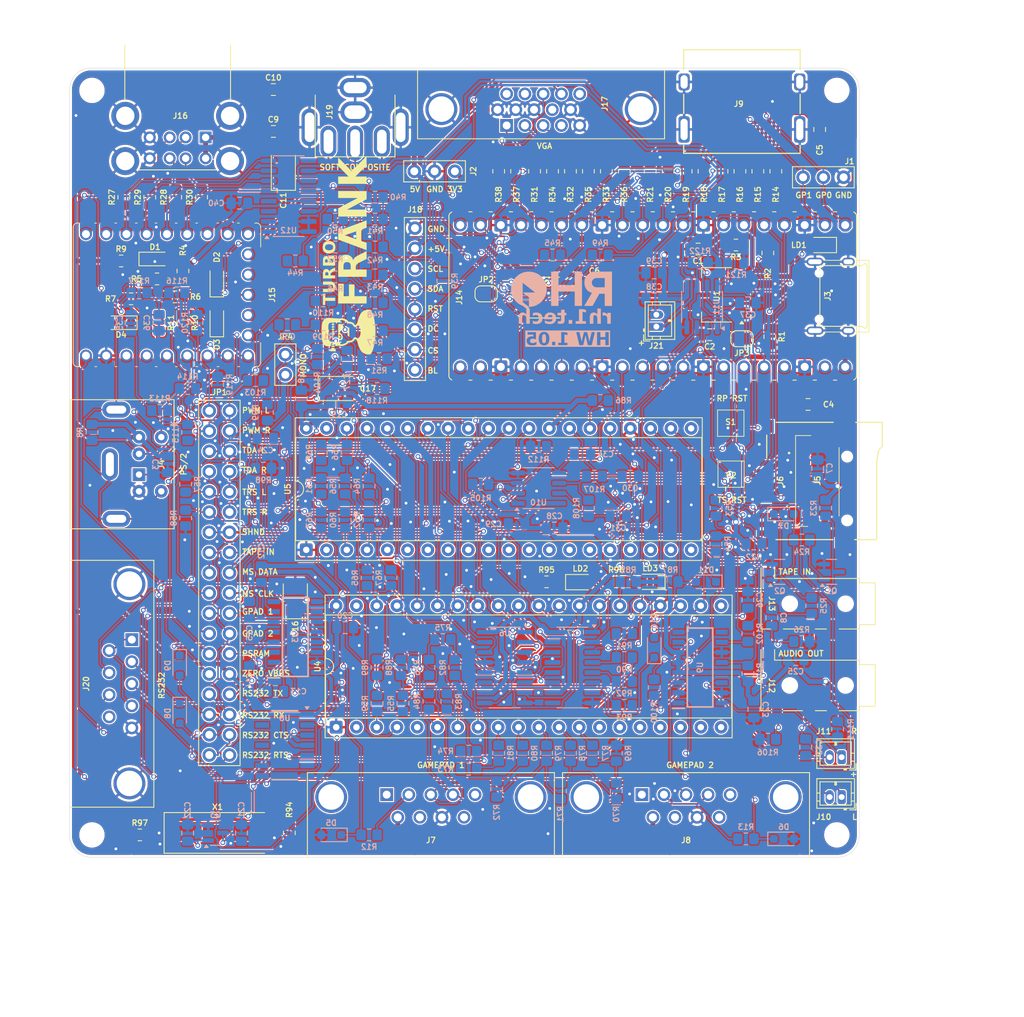
<source format=kicad_pcb>
(kicad_pcb (version 20241229) (generator "pcbnew") (generator_version "9.0")
  (title_block (title "TurboFRANK") (date "2025-04-05") (rev "${VERSION}") (company "Mikhail Matveev") (comment 1 "https://github.com/xtremespb/frank"))
  (layers (0 "F.Cu" signal) (2 "B.Cu" signal) (13 "F.Paste" user) (15 "B.Paste" user) (5 "F.SilkS" user "F.Silkscreen") (7 "B.SilkS" user "B.Silkscreen") (1 "F.Mask" user) (3 "B.Mask" user) (25 "Edge.Cuts" user))
  (property "VERSION" "1.05")
  (net 0 "")
  (net 1 "GND")
  (net 2 "VBUS")
  (net 3 "+3V3")
  (net 4 "/Composite/CVBS")
  (net 5 "/RS232/V+")
  (net 6 "/RS232/C1-")
  (net 7 "/RS232/C1+")
  (net 8 "/RS232/C2+")
  (net 9 "/RS232/C2-")
  (net 10 "/RS232/V-")
  (net 11 "Net-(Q3-C)")
  (net 12 "Net-(Q3-B)")
  (net 13 "/GPIO28")
  (net 14 "/AMP_IN_L")
  (net 15 "Net-(C36-Pad1)")
  (net 16 "/Audio Out/AMP_OUTL")
  (net 17 "/AMP_IN_R")
  (net 18 "/Audio Out/AMP_OUTR")
  (net 19 "/GPIO0")
  (net 20 "/GPIO1")
  (net 21 "/MS_DATA_3V")
  (net 22 "/MS_CLK_3V")
  (net 23 "/GP1_DATA")
  (net 24 "/GP2_DATA")
  (net 25 "Net-(D7-K)")
  (net 26 "Net-(D7-A)")
  (net 27 "/RS232_CTS")
  (net 28 "/RS232/CTS_MAX")
  (net 29 "/RS232/RX_MAX")
  (net 30 "/RS232_RX")
  (net 31 "/Audio Out/TS/YM_RST")
  (net 32 "Net-(D10-K)")
  (net 33 "Net-(D11-K)")
  (net 34 "Net-(J3-CC2)")
  (net 35 "/Power/D-")
  (net 37 "/Power/D+")
  (net 38 "Net-(J3-CC1)")
  (net 40 "/MS_CLK")
  (net 41 "/KB_DATA")
  (net 42 "/MS_DATA")
  (net 43 "/KB_CLK")
  (net 44 "/Micro SD/DAT2")
  (net 45 "/GPIO4")
  (net 46 "/Micro SD/DAT1")
  (net 47 "/Micro SD/POL")
  (net 48 "/GPIO5")
  (net 49 "/GPIO2")
  (net 50 "/Micro SD/DET")
  (net 51 "/GPIO3")
  (net 56 "/GPIO14")
  (net 58 "/GPIO15")
  (net 59 "Net-(J8-Pad2)")
  (net 60 "/Audio Out/AMP_PAM_OUTL_M")
  (net 61 "/Audio Out/AMP_PAM_OUTL_P")
  (net 62 "/Audio Out/AMP_PAM_OUTR_P")
  (net 63 "/Audio Out/AMP_PAM_OUTR_M")
  (net 64 "/GPIO21")
  (net 65 "/Pico/GPIO29")
  (net 66 "/GPIO17")
  (net 67 "/GPIO13")
  (net 68 "/GPIO10")
  (net 69 "/GPIO8")
  (net 70 "/GPIO7")
  (net 71 "/GPIO11")
  (net 72 "/GPIO26")
  (net 73 "/GPIO18")
  (net 74 "/Pico/5V_PICO")
  (net 75 "/GPIO9")
  (net 76 "/GPIO27")
  (net 77 "/GPIO20")
  (net 78 "/GPIO16")
  (net 79 "/GPIO19")
  (net 80 "/RUN")
  (net 81 "/GPIO6")
  (net 82 "/GPIO22")
  (net 83 "/GPIO12")
  (net 84 "/Pico/GPIO23")
  (net 85 "/Zero/ZGPIO8")
  (net 86 "/USB_D1M")
  (net 87 "/USB_D2P")
  (net 88 "/ZERO_VBUS")
  (net 89 "/Zero/ZGPIO7")
  (net 90 "/Zero/ZGPIO9")
  (net 91 "/USB_D1P")
  (net 92 "/USB_D2M")
  (net 93 "/Zero/ZGPIO26_1")
  (net 94 "/Zero/ZGPIO10")
  (net 95 "/Zero/ZGPIO13")
  (net 96 "/Zero/ZGPIO1_1")
  (net 97 "/Zero/ZGPIO6_1")
  (net 98 "/Zero/ZGPIO27_1")
  (net 99 "/Zero/ZGPIO0_1")
  (net 100 "/Zero/ZGPIO28_1")
  (net 101 "/Zero/ZGPIO29_1")
  (net 102 "/RS232/RTS_IN")
  (net 103 "/RS232/CTS_IN")
  (net 104 "/RS232/RX_IN")
  (net 105 "/RS232/TX_IN")
  (net 106 "/TS_L")
  (net 107 "/PWM_OUT_L")
  (net 108 "/TDA_L")
  (net 109 "/RS232_RTS")
  (net 110 "/LOAD_IN_D")
  (net 111 "/TDA_R")
  (net 112 "/RS232_TX")
  (net 113 "/PSR_SOSIO")
  (net 114 "/SHND")
  (net 115 "/TS_R")
  (net 116 "/PWM_OUT_R")
  (net 117 "Net-(JP2-A)")
  (net 118 "Net-(LD2-K)")
  (net 119 "/Audio Out/TS/YM_CS1")
  (net 120 "Net-(LD3-K)")
  (net 121 "/Audio Out/TS/YM_CS2")
  (net 122 "Net-(LD1-A)")
  (net 123 "Net-(Q1-B)")
  (net 124 "Net-(R46-Pad1)")
  (net 125 "Net-(R48-Pad1)")
  (net 126 "Net-(R50-Pad1)")
  (net 127 "/Audio Out/TS/B1")
  (net 128 "/Audio Out/TS/B2")
  (net 129 "/Audio Out/TS/A1")
  (net 130 "/Audio Out/TS/A2")
  (net 131 "/Audio Out/TS/C1")
  (net 132 "/Audio Out/TS/C2")
  (net 133 "/Audio Out/TS/YM_SEL1")
  (net 134 "/Audio Out/TS/YM_SEL2")
  (net 135 "/Audio Out/TS/BEEP")
  (net 136 "/Audio Out/TS/SAVE")
  (net 139 "/Audio Out/TS/DA6")
  (net 142 "/Audio Out/TS/DA4")
  (net 143 "/Audio Out/TS/DA1")
  (net 144 "/Audio Out/TS/YM_BC1")
  (net 145 "/Audio Out/TS/DA2")
  (net 146 "/Audio Out/TS/DA0")
  (net 147 "/Audio Out/TS/DA7")
  (net 148 "/Audio Out/TS/CLK_1.75M")
  (net 153 "/Audio Out/TS/DA3")
  (net 154 "/Audio Out/TS/DA5")
  (net 156 "/Audio Out/TS/YM_BDIR")
  (net 161 "/Zero/ZGPIO28")
  (net 162 "/Zero/ZGPIO27")
  (net 163 "/Zero/ZGPIO29")
  (net 164 "/Zero/ZGPIO26")
  (net 165 "/Zero/ZGPIO1")
  (net 166 "/Zero/ZGPIO0")
  (net 167 "/Zero/ZGPIO6")
  (net 168 "/Zero/ZGPIO9_1")
  (net 169 "/Zero/ZGPIO13_1")
  (net 170 "/Zero/ZGPIO8_1")
  (net 171 "/Zero/ZGPIO7_1")
  (net 172 "/Zero/ZGPIO10_1")
  (net 173 "Net-(R73-Pad2)")
  (net 174 "Net-(R74-Pad2)")
  (net 175 "Net-(R75-Pad2)")
  (net 176 "/Audio Out/TS/COVOX_OUT")
  (net 177 "/Audio Out/TS/DAC0")
  (net 178 "/Audio Out/TS/DAC1")
  (net 179 "/Audio Out/TS/DAC2")
  (net 180 "/Audio Out/TS/DAC3")
  (net 181 "/Audio Out/TS/DAC4")
  (net 182 "/Audio Out/TS/DAC5")
  (net 183 "/Audio Out/TS/DAC6")
  (net 184 "/Audio Out/TS/DAC7")
  (net 187 "Net-(C8-Pad1)")
  (net 188 "Net-(C8-Pad2)")
  (net 189 "Net-(C11-Pad1)")
  (net 190 "Net-(U9-VREF)")
  (net 191 "Net-(C31-Pad1)")
  (net 192 "Net-(C33-Pad1)")
  (net 193 "Net-(U10A-+)")
  (net 194 "Net-(U12-VD3)")
  (net 199 "Net-(J7-Pad2)")
  (net 202 "Net-(J9-D2P)")
  (net 204 "Net-(J9-CLKN)")
  (net 205 "Net-(J9-CLKP)")
  (net 206 "Net-(J9-D0N)")
  (net 207 "Net-(J9-D1P)")
  (net 208 "Net-(J9-D0P)")
  (net 210 "Net-(J9-D1N)")
  (net 213 "Net-(J9-D2N)")
  (net 216 "Net-(J14-3V3)")
  (net 219 "Net-(J16-D2+)")
  (net 220 "Net-(J16-D1-)")
  (net 221 "Net-(J16-D1+)")
  (net 222 "Net-(J16-D2-)")
  (net 223 "Net-(J17-Pad2)")
  (net 227 "Net-(J17-Pad13)")
  (net 228 "Net-(J17-Pad3)")
  (net 230 "Net-(J17-Pad14)")
  (net 232 "Net-(J17-Pad1)")
  (net 233 "Net-(J20-Pad1)")
  (net 235 "Net-(R39-Pad2)")
  (net 236 "Net-(R42-Pad1)")
  (net 237 "Net-(R44-Pad1)")
  (net 238 "Net-(R69-Pad2)")
  (net 239 "Net-(R70-Pad2)")
  (net 240 "Net-(R71-Pad2)")
  (net 241 "Net-(R72-Pad2)")
  (net 242 "Net-(U9-INL)")
  (net 243 "Net-(U9-INR)")
  (net 244 "Net-(U10B--)")
  (net 245 "Net-(U10A--)")
  (net 265 "Net-(U6-QH')")
  (net 268 "Net-(U8A-D)")
  (net 270 "/Audio Out/Amplifier/ MONO_L")
  (net 271 "/Audio Out/Amplifier/MONO_R")
  (net 272 "/Pico/GPIO23_1")
  (net 273 "/Pico/5V_PICO_1")
  (net 274 "/Pico/GPIO29_1")
  (net 276 "/USB Hub/DP_IN")
  (net 277 "/USB Hub/DM_IN")
  (net 278 "/USB_D4M")
  (net 279 "/USB_D3M")
  (net 280 "/USB_D3P")
  (net 281 "/USB_D4P")
  (net 282 "Net-(U11-FLT)")
  (net 283 "Net-(C35-Pad1)")
  (net 284 "Net-(C32-Pad2)")
  (net 285 "Net-(C24-Pad2)")
  (net 286 "Net-(C30-Pad2)")
  (net 287 "Net-(C27-Pad2)")
  (footprint "FRANK:MiniDIN (6 Pin, female)" (layer "F.Cu") (at 97.4 86.3 -90)
    (property "Reference" "J4")
    (property "Value" "MDC-036")
  )
  (footprint "FRANK:MicroSD (SMD, short)" (layer "F.Cu") (at 182.4831 87.1 90)
    (property "Reference" "J5")
    (property "Value" "0475710001" (hide yes))
  )
  (footprint "FRANK:Resistor (0805)" (layer "F.Cu") (at 142.5 48.25 -90)
    (property "Reference" "R38")
    (property "Value" "100R")
  )
  (footprint "FRANK:Resistor (0805)" (layer "F.Cu") (at 102.91 67.25 -90)
    (property "Reference" "R10")
    (property "Value" "100R")
  )
  (footprint "FRANK:Diode (SOD-323)" (layer "F.Cu") (at 95.16 67.25 180)
    (property "Reference" "D4")
    (property "Value" "3V3")
  )
  (footprint "FRANK:Resistor (0805)" (layer "F.Cu") (at 98.75 51.5 90)
    (property "Reference" "R29")
    (property "Value" "22R")
  )
  (footprint "FRANK:Resistor (0805)" (layer "F.Cu") (at 172.75 48.25 -90)
    (property "Reference" "R16")
    (property "Value" "270R")
  )
  (footprint "FRANK:Resistor (0805)" (layer "F.Cu") (at 176.25 58.5 -90)
    (property "Reference" "R2")
    (property "Value" "5.1K")
  )
  (footprint "FRANK:D-SUB (9 pin, male, top mount)" (layer "F.Cu") (at 128.46 126.45)
    (property "Reference" "J7")
    (property "Value" "D-SUB 9 Male")
  )
  (footprint "FRANK:DIP-40 (Socket)" (layer "F.Cu") (at 122.125 117.99 90)
    (property "Reference" "U4")
    (property "Value" "JFC95101" (hide yes))
  )
  (footprint "FRANK:Capacitor (3528, tantalum, polar)" (layer "F.Cu") (at 122.5 75.5)
    (property "Reference" "C17")
    (property "Value" "100u")
  )
  (footprint "FRANK:Capacitor (0805)" (layer "F.Cu") (at 168.9625 68.75 180)
    (property "Reference" "C2")
    (property "Value" "10u")
  )
  (footprint "FRANK:Resistor (0805)" (layer "F.Cu") (at 96.41 64.25)
    (property "Reference" "R7")
    (property "Value" "1K")
  )
  (footprint "FRANK:Pin Header (1x03)" (layer "F.Cu") (at 137 48.25 -90)
    (property "Reference" "J2")
    (property "Value" "Power" (hide yes))
  )
  (footprint "FRANK:LED (0805)" (layer "F.Cu") (at 161.5 99.75 180)
    (property "Reference" "LD3")
    (property "Value" "Orange")
  )
  (footprint "FRANK:Resistor (0805)" (layer "F.Cu") (at 177.25 48.25 -90)
    (property "Reference" "R14")
    (property "Value" "270R")
  )
  (footprint "FRANK:Raspberry Pi Zero" (layer "F.Cu") (at 100.91 63.75 90)
    (property "Reference" "J15" (hide yes))
    (property "Value" "RP2040-Zero" (hide yes))
  )
  (footprint "FRANK:Connector Female ZH 1.50mm (2 pins)" (layer "F.Cu") (at 185.5 121.75 180)
    (property "Reference" "J11")
    (property "Value" "PAM R" (hide yes))
  )
  (footprint "FRANK:Resistor (0805)" (layer "F.Cu") (at 172.25 57.5 180)
    (property "Reference" "R3")
    (property "Value" "1K")
  )
  (footprint "FRANK:Resistor (0805)" (layer "F.Cu") (at 158.25 48.25 90)
    (property "Reference" "R36")
    (property "Value" "1K")
  )
  (footprint "FRANK:Connector Female ZH 1.50mm (2 pins)" (layer "F.Cu") (at 185.5 126.75 180)
    (property "Reference" "J10")
    (property "Value" "PAM L" (hide yes))
  )
  (footprint "FRANK:Resistor (0805)" (layer "F.Cu") (at 163.75 48.25 -90)
    (property "Reference" "R20")
    (property "Value" "270R")
  )
  (footprint "FRANK:Pin Header (2x18)" (layer "F.Cu") (at 106.21 78.3)
    (property "Reference" "JP1")
    (property "Value" "Pin Header 2x18" (hide yes))
  )
  (footprint "FRANK:Resistor (0805)" (layer "F.Cu") (at 101.91 64)
    (property "Reference" "R6")
    (property "Value" "100R")
  )
  (footprint "FRANK:DIP-40 (Socket)" (layer "F.Cu") (at 118.375 95.74 90)
    (property "Reference" "U5")
    (property "Value" "JFC95101" (hide yes))
  )
  (footprint "FRANK:Resistor (0805)" (layer "F.Cu") (at 148.5 99.75)
    (property "Reference" "R95")
    (property "Value" "1K")
  )
  (footprint "FRANK:Resistor (0805)" (layer "F.Cu") (at 144.75 48.25 90)
    (property "Reference" "R37")
    (property "Value" "100R")
  )
  (footprint "FRANK:Resistor (0805)" (layer "F.Cu") (at 116.25 131.25 90)
    (property "Reference" "R94")
    (property "Value" "1K")
  )
  (footprint "FRANK:Pin Header (1x02)" (layer "F.Cu") (at 115.75 73.775 180)
    (property "Reference" "JP4")
    (property "Value" "Mono" (hide yes))
  )
  (footprint "FRANK:Resistor (0805)" (layer "F.Cu") (at 176.5 69 90)
    (property "Reference" "R1")
    (property "Value" "5.1K")
  )
  (footprint "FRANK:Capacitor (3528, tantalum, polar)" (layer "F.Cu") (at 117 101.75 90)
    (property "Reference" "C16")
    (property "Value" "100u")
  )
  (footprint "FRANK:SOT-223" (layer "F.Cu") (at 169.85 63.75 180)
    (property "Reference" "U1")
    (property "Value" "NCP1117 3.3")
  )
  (footprint "FRANK:Resistor (0805)" (layer "F.Cu") (at 97.5 131.5)
    (property "Reference" "R97")
    (property "Value" "100K")
  )
  (footprint "FRANK:Resistor (0805)" (layer "F.Cu") (at 168.25 48.25 -90)
    (property "Reference" "R18")
    (property "Value" "270R")
  )
  (footprint "FRANK:Mounting Hole (2.7mm)" (layer "F.Cu") (at 184.9 131.5)
    (property "Reference" "H3" (hide yes))
    (property "Value" "Hole 2.7mm")
  )
  (footprint "FRANK:D-SUB (15 pin, female)" (layer "F.Cu") (at 143.5 42.5 180)
    (property "Reference" "J17")
    (property "Value" "D-SUB 15 Female")
  )
  (footprint "FRANK:Resistor (0805)" (layer "F.Cu") (at 156 48.25 90)
    (property "Reference" "R33")
    (property "Value" "330R")
  )
  (footprint "FRANK:Resistor (0805)" (layer "F.Cu") (at 153.75 48.25 90)
    (property "Reference" "R35")
    (property "Value" "1K")
  )
  (footprint "FRANK:RCA" (layer "F.Cu") (at 124.5 41.433)
    (property "Reference" "J19" (hide yes))
    (property "Value" "RCA-103" (hide yes))
  )
  (footprint "FRANK:Capacitor (0805)" (layer "F.Cu") (at 167.5 58 180)
    (property "Reference" "C1")
    (property "Value" "10u")
  )
  (footprint "FRANK:Capacitor (0805)" (layer "F.Cu") (at 154.5 62.25)
    (property "Reference" "C6")
    (property "Value" "100n")
  )
  (footprint "FRANK:Capacitor (0805)" (layer "F.Cu") (at 114.25 43.25)
    (property "Reference" "C9")
    (property "Value" "10u")
  )
  (footprint "FRANK:D-SUB (9 pin, male, top mount)" (layer "F.Cu") (at 160.45 126.45)
    (property "Reference" "J8")
    (property "Value" "D-SUB 9 Male")
  )
  (footprint "FRANK:Capacitor (0805)" (layer "F.Cu") (at 182.75 43 -90)
    (property "Reference" "C5")
    (property "Value" "100n")
  )
  (footprint "FRANK:Resistor (0805)" (layer "F.Cu") (at 99.91 67.25 -90)
    (property "Reference" "R11")
    (property "Value" "100R")
  )
  (footprint "FRANK:Resistor (0805)" (layer "F.Cu") (at 95.16 59.5)
    (property "Reference" "R9")
    (property "Value" "1K")
  )
  (footprint "FRANK:USB Type C" (layer "F.Cu") (at 188.9418 63.9167 90)
    (property "Reference" "J3")
    (property "Value" "USB4215")
  )
  (footprint "FRANK:Resistor (0805)" (layer "F.Cu") (at 166 48.25 -90)
    (property "Reference" "R19")
    (property "Value" "270R")
  )
  (footprint "FRANK:Resistor (0805)" (layer "F.Cu") (at 99.66 61.75 180)
    (property "Reference" "R5")
    (property "Value" "100R")
  )
  (footprint "FRANK:Pin Header (1x08)" (layer "F.Cu") (at 132 55.38)
    (property "Reference" "J18")
    (property "Value" "Pin Header 1x08")
  )
  (footprint "FRANK:Raspberry Pi Pico" (layer "F.Cu") (at 185.95 55 -90)
    (property "Reference" "J14")
    (property "Value" "Rasberry Pi Pico")
  )
  (footprint "FRANK:USB Type A (stacked)" (layer "F.Cu") (at 105.75 44 -90)
    (property "Reference" "J16")
    (property "Value" "SS-52100-004")
  )
  (footprint "FRANK:Resistor (0805)" (layer "F.Cu") (at 170.5 48.25 -90)
    (property "Reference" "R17")
    (property "Value" "270R")
  )
  (footprint "FRANK:Resistor (0805)" (layer "F.Cu") (at 157.25 99.75)
    (property "Reference" "R96")
    (property "Value" "1K")
  )
  (footprint "FRANK:MicroSD (SMD, long)" (layer "F.Cu") (at 174.9 87.1 -90)
    (property "Reference" "J6")
    (property "Value" "104031-0811")
  )
  (footprint "FRANK:Jumper (solder)" (layer "F.Cu") (at 173 69.25 180)
    (property "Reference" "JP3")
    (property "Value" "Jumper (Solder)")
  )
  (footprint "FRANK:Capacitor (0805)" (layer "F.Cu") (at 181.2875 77.5)
    (property "Reference" "C4")
    (property "Value" "100n")
  )
  (footprint "FRANK:HDMI (female)" (layer "F.Cu") (at 173 43 180)
    (property "Reference" "J9")
    (property "Value" "DC3RX19JA2")
  )
  (footprint "FRANK:Jumper (solder)" (layer "F.Cu") (at 140.932 63.625)
    (property "Reference" "JP2")
    (property "Value" "Jumper (Solder)")
  )
  (footprint "FRANK:Button (SMD, 3x3mm, 1-1)" (layer "F.Cu") (at 169.95 81.5 90)
    (property "Reference" "S1")
    (property "Value" "TS-1233" (hide yes))
  )
  (footprint "FRANK:Resistor (0805)" (layer "F.Cu") (at 149.25 48.25 90)
    (property "Reference" "R34")
    (property "Value" "1K")
  )
  (footprint "FRANK:Mounting Hole (2.7mm)" (layer "F.Cu") (at 91.5 38.1)
    (property "Reference" "H1" (hide yes))
    (property "Value" "Hole 2.7mm")
  )
  (footprint "FRANK:LED (0805)" (layer "F.Cu") (at 183 57.5 180)
    (property "Reference" "LD1")
    (property "Value" "Green")
  )
  (footprint "FRANK:Capacitor (0805)" (layer "F.Cu") (at 114.25 38)
    (property "Reference" "C10")
    (property "Value" "10u")
  )
  (footprint "FRANK:Resistor (0805)" (layer "F.Cu") (at 102 51.5 90)
    (property "Reference" "R28")
    (property "Value" "22R")
  )
  (footprint "FRANK:Capacitor (3528, tantalum, polar)" (layer "F.Cu") (at 115.5 48 90)
    (property "Reference" "C11")
    (property "Value" "220u")
  )
  (footprint "FRANK:Resistor (0805)" (layer "F.Cu") (at 151.5 48.25 90)
    (property "Reference" "R32")
    (property "Value" "330R")
  )
  (footprint "FRANK:Resistor (0805)" (layer "F.Cu") (at 175 48.25 -90)
    (property "Reference" "R15")
    (property "Value" "270R")
  )
  (footprint "FRANK:Diode (SOD-323)" (layer "F.Cu") (at 107.16 62 90)
    (property "Reference" "D2")
    (property "Value" "3V3")
  )
  (footprint "FRANK:Resistor (0805)" (layer "F.Cu") (at 147 48.25 90)
    (property "Reference" "R31")
    (property "Value" "330R")
  )
  (footprint "FRANK:Diode (SOD-323)" (layer "F.Cu") (at 99.41 59.25)
    (property "Reference" "D1")
    (property "Value" "3V3")
  )
  (footprint "FRANK:Resistor (0805)" (layer "F.Cu") (at 105.25 51.5 90)
    (property "Reference" "R30")
    (property "Value" "22R")
  )
  (footprint "FRANK:Jack (3.5mm, PJ-320D)" (layer "F.Cu") (at 181.25 112.75 180)
    (property "Reference" "J12")
    (property "Value" "~" (hide yes))
  )
  (footprint "FRANK:Jack (3.5mm, PJ-320D)" (layer "F.Cu") (at 181.25 102.5 180)
    (property "Reference" "J13")
    (property "Value" "~" (hide yes))
  )
  (footprint "FRANK:Mounting Hole (2.7mm)" (layer "F.Cu") (at 184.9 38.1)
    (property "Reference" "H2" (hide yes))
    (property "Value" "Hole 2.7mm")
  )
  (footprint "FRANK:SO-8" (layer "F.Cu") (at 148.175 64.095)
    (property "Reference" "U2")
    (property "Value" "ESP-PSRAM32")
  )
  (footprint "FRANK:LED (0805)" (layer "F.Cu") (at 152.75 99.795)
    (property "Reference" "LD2")
    (property "Value" "Orange")
  )
  (footprint "FRANK:D-SUB (9 pin, male, top mount)" (layer "F.Cu") (at 96.5 107 -90)
    (property "Reference" "J20")
    (property "Value" "D-SUB 9 Male")
  )
  (footprint "FRANK:Diode (SOD-323)" (layer "F.Cu") (at 107.16 67 90)
    (property "Reference" "D3")
    (property "Value" "3V3")
  )
  (footprint "FRANK:Mounting Hole (2.7mm)" (layer "F.Cu") (at 91.5 131.5)
    (property "Reference" "H4" (hide yes))
    (property "Value" "Hole 2.7mm")
  )
  (footprint "FRANK:Connector Female ZH 1.50mm (2 pins + tracks)" (layer "F.Cu") (at 162.2705 67.738 90)
    (property "Reference" "J21")
    (property "Value" "USB HUB Data" (hide yes))
  )
  (footprint "FRANK:Resistor (0805)" (layer "F.Cu") (at 95.5 51.5 90)
    (property "Reference" "R27")
    (property "Value" "22R")
  )
  (footprint "FRANK:Crystal (HC49-S)" (layer "F.Cu") (at 107.25 131.25)
    (property "Reference" "X1")
    (property "Value" "3.58 MHz")
  )
  (footprint "FRANK:Button (SMD, 3x3mm, 1-1)" (layer "F.Cu") (at 173.295 84.595 -90)
    (property "Reference" "S2")
    (property "Value" "KLS7-TS3302" (hide yes))
  )
  (footprint "FRANK:Resistor (0805)" (layer "F.Cu") (at 102.91 60.75 -90)
    (property "Reference" "R4")
    (property "Value" "1K")
  )
  (footprint "FRANK:Pin Header (1x03)" (layer "F.Cu") (at 185.75 49 -90)
    (property "Reference" "J1")
    (property "Value" "UART" (hide yes))
  )
  (footprint "FRANK:Resistor (0805)" (layer "F.Cu") (at 161.5 48.25 -90)
    (property "Reference" "R21")
    (property "Value" "270R")
  )
  (footprint "FRANK:Resistor (0805)" (layer "B.Cu") (at 164 99.75 180)
    (property "Reference" "R87")
    (property "Value" "10K")
  )
  (footprint "FRANK:SOIC127P600X175-16N" (layer "B.Cu") (at 167.75 110.5)
    (property "Reference" "U9")
    (property "Value" "PAM8403D" (hide yes))
  )
  (footprint "FRANK:Resistor (0805)" (layer "B.Cu") (at 103.25 91.75 -90)
    (property "Reference" "R58")
    (property "Value" "120R")
  )
  (footprint "FRANK:Capacitor (0805)" (layer "B.Cu") (at 113.25 81.75)
    (property "Reference" "C24")
    (property "Value" "1u")
  )
  (footprint "FRANK:Resistor (0805)" (layer "B.Cu") (at 127.25 110.5 90)
    (property "Reference" "R89")
    (property "Value" "10K")
  )
  (footprint "FRANK:Resistor (0805)" (layer "B.Cu") (at 147.5 82.75)
    (property "Reference" "R112")
    (property "Value" "10K")
  )
  (footprint "FRANK:Resistor (0805)" (layer "B.Cu") (at 123.25 87.75 -90)
    (property "Reference" "R56")
    (property "Value" "2K")
  )
  (footprint "FRANK:Resistor (0805)" (layer "B.Cu") (at 97.41 63.5 180)
    (property "Reference" "R117")
    (property "Value" "1K")
  )
  (footprint "FRANK:Resistor (0805)" (layer "B.Cu") (at 185 118.25 90)
    (property "Reference" "R111")
    (property "Value" "20K")
  )
  (footprint "FRANK:Resistor (0805)" (layer "B.Cu") (at 104.66 67.25 90)
    (property "Reference" "R120")
    (property "Value" "2K")
  )
  (footprint "FRANK:Resistor (0805)" (layer "B.Cu") (at 180.5 94.5)
    (property "Reference" "R24")
    (property "Value" "10K")
  )
  (footprint "FRANK:Capacitor (0805)" (layer "B.Cu") (at 111.25 103.25 90)
    (property "Reference" "C15")
    (property "Value" "1u")
  )
  (footprint "FRANK:Capacitor (0805)" (layer "B.Cu") (at 122.5 77.25)
    (property "Reference" "C19")
    (property "Value" "100n")
  )
  (footprint "FRANK:Resistor (0805)" (layer "B.Cu") (at 154.25 121.25 90)
    (property "Reference" "R77")
    (property "Value" "2K")
  )
  (footprint "FRANK:Capacitor (0805)" (layer "B.Cu") (at 157.5 91.5)
    (property "Reference" "C31")
    (property "Value" "10u")
  )
  (footprint "FRANK:Diode (SOD-323)" (layer "B.Cu") (at 102.5 110.25 -90)
    (property "Reference" "D9")
    (property "Value" "1N4148")
  )
  (footprint "FRANK:Diode (SOD-323)" (layer "B.Cu") (at 178.25 132)
    (property "Reference" "D6")
    (property "Value" "3V3")
  )
  (footprint "FRANK:Resistor (0805)" (layer "B.Cu") (at 133.75 110.5 -90)
    (property "Reference" "R76")
    (property "Value" "1K")
  )
  (footprint "FRANK:Resistor (0805)" (layer "B.Cu") (at 103.5 81 -90)
    (property "Reference" "R115")
    (property "Value" "10K")
  )
  (footprint "FRANK:Resistor (0805)" (layer "B.Cu") (at 133.75 114.75 -90)
    (property "Reference" "R84")
    (property "Value" "2K")
  )
  (footprint "FRANK:Resistor (0805)" (layer "B.Cu") (at 158.75 99.75 180)
    (property "Reference" "R85")
    (property "Value" "1K")
  )
  (footprint "FRANK:Resistor (0805)" (layer "B.Cu") (at 173.75 106.25 90)
    (property "Reference" "R102")
    (property "Value" "10K")
  )
  (footprint "FRANK:Resistor (0805)" (layer "B.Cu") (at 127 51.5 180)
    (property "Reference" "R40")
    (property "Value" "51R")
  )
  (footprint "FRANK:Resistor (0805)" (layer "B.Cu") (at 122 57.75)
    (property "Reference" "R52")
    (property "Value" "300R")
  )
  (footprint "FRANK:Capacitor (0805)" (layer "B.Cu") (at 176.75 104.25 90)
    (property "Reference" "C8")
    (property "Value" "100n")
  )
  (footprint "FRANK:Resistor (0805)" (layer "B.Cu") (at 120.5 64.5)
    (property "Reference" "R110")
    (property "Value" "47K")
  )
  (footprint "FRANK:Resistor (0805)" (layer "B.Cu") (at 173.75 111.25 90)
    (property "Reference" "R101")
    (property "Value" "10K")
  )
  (footprint "FRANK:SOT-23" (layer "B.Cu") (at 184.25 98.5)
    (property "Reference" "Q1")
    (property "Value" "BC850")
  )
  (footprint "FRANK:Resistor (0805)" (layer "B.Cu") (at 145.5 121.25 90)
    (property "Reference" "R80")
    (property "Value" "2K")
  )
  (footprint "FRANK:Resistor (0805)" (layer "B.Cu") (at 123.25 92 -90)
    (property "Reference" "R60")
    (property "Value" "2K")
  )
  (footprint "FRANK:SOP-16" (layer "B.Cu") (at 151.75 110.5 180)
    (property "Reference" "U7")
    (property "Value" "74HC595")
  )
  (footprint "FRANK:Resistor (0805)" (layer "B.Cu") (at 137 110.5 -90)
    (property "Reference" "R82")
    (property "Value" "2K")
  )
  (footprint "FRANK:Resistor (0805)" (layer "B.Cu") (at 158.25 112.25 180)
    (property "Reference" "R92")
    (property "Value" "10K")
  )
  (footprint "FRANK:Capacitor (0805)" (layer "B.Cu") (at 112.75 98.7875 90)
    (property "Reference" "C12")
    (property "Value" "1u")
  )
  (footprint "FRANK:Resistor (0805)" (layer "B.Cu") (at 158.25 106.25 180)
    (property "Reference" "R91")
    (property "Value" "10K")
  )
  (footprint "FRANK:Capacitor (0805)" (layer "B.Cu") (at 117.75 76.75 90)
    (property "Reference" "C18")
    (property "Value" "100n")
  )
  (footprint "FRANK:Resistor (0805)" (layer "B.Cu") (at 150.25 126 -90)
    (property "Reference" "R71")
    (property "Value" "1K")
  )
  (footprint "FRANK:Resistor (0805)" (layer "B.Cu") (at 183.5 90.5 -90)
    (property "Reference" "R23")
    (property "Value" "1K")
  )
  (footprint "FRANK:Resistor (0805)" (layer "B.Cu") (at 172.25 59.75)
    (property "Reference" "R121")
    (property "Value" "470R")
  )
  (footprint "FRANK:Resistor (0805)" (layer "B.Cu") (at 127 54.25)
    (property "Reference" "R41")
    (property "Value" "270R")
  )
  (footprint "FRANK:Resistor (0805)" (layer "B.Cu") (at 112 74.5)
    (property "Reference" "R103")
    (property "Value" "10K")
  )
  (footprint "FRANK:Resistor (0805)" (layer "B.Cu") (at 122 61.5 180)
    (property "Reference" "R46")
    (property "Value" "150R")
  )
  (footprint "FRANK:Resistor (0805)" (layer "B.Cu") (at 127.5 71.75 180)
    (property "Reference" "R51")
    (property "Value" "270R")
  )
  (footprint "FRANK:SOP-16" (layer "B.Cu") (at 143.25 110.5 180)
    (property "Reference" "U6")
    (property "Value" "74HC595")
  )
  (footprint "FRANK:Capacitor (0805)" (layer "B.Cu") (at 162 61 180)
    (property "Reference" "C39")
    (property "Value" "100n")
  )
  (footprint "FRANK:Capacitor (0805)" (layer "B.Cu") (at 144.75 92.5)
    (property "Reference" "C29")
    (property "Value" "100n")
  )
  (footprint "FRANK:SO-8" (layer "B.Cu") (at 168 65.25 90)
    (property "Reference" "U11")
    (property "Value" "TDA1387T")
  )
  (footprint "FRANK:Resistor (0805)" (layer "B.Cu") (at 149.25 58.75 180)
    (property "Reference" "R45")
    (property "Value" "270R")
  )
  (footprint "FRANK:Diode (SOD-323)" (layer "B.Cu") (at 121.5 131.5 180)
    (property "Reference" "D5")
    (property "Value" "3V3")
  )
  (footprint "FRANK:Resistor (0805)" (layer "B.Cu") (at 103.5 75.5)
    (property "Reference" "R114")
    (property "Value" "2K")
  )
  (footprint "FRANK:Capacitor (0805)" (layer "B.Cu") (at 111.25 109.25 -90)
    (property "Reference" "C14")
    (property "Value" "1u")
  )
  (footprint "FRANK:Resistor (0805)" (layer "B.Cu") (at 127 64.75 180)
    (property "Reference" "R48")
    (property "Value" "150R")
  )
  (footprint "FRANK:Resistor (0805)" (layer "B.Cu") (at 176.25 119.5)
    (property "Reference" "R106")
    (property "Value" "20K")
  )
  (footprint "FRANK:Capacitor (0805)" (layer "B.Cu") (at 110.25 131.25 -90)
    (property "Reference" "C21")
    (property "Value" "22p")
  )
  (footprint "FRANK:Resistor (0805)" (layer "B.Cu") (at 126 99.25 -90)
    (property "Reference" "R65")
    (property "Value" "2K")
  )
  (footprint "FRANK:Capacitor (0805)" (layer "B.Cu") (at 103.5 131.25 -90)
    (property "Reference" "C22")
    (property "Value" "22p")
  )
  (footprint "FRANK:Capacitor (0805)" (layer "B.Cu") (at 179.75 109.5)
    (property "Reference" "C25")
    (property "Value" "100u")
  )
  (footprint "FRANK:Resistor (0805)" (layer "B.Cu") (at 100 78.25 180)
    (property "Reference" "R113")
    (property "Value" "2K")
  )
  (footprint "FRANK:Resistor (0805)" (layer "B.Cu") (at 169.75 90.5 90)
    (property "Reference" "R53")
    (property "Value" "1K")
  )
  (footprint "FRANK:Resistor (0805)" (layer "B.Cu") (at 107.25 75 90)
    (property "Reference" "R119")
    (property "Value" "2K")
  )
  (footprint "FRANK:Resistor (0805)" (layer "B.Cu") (at 122 54.25)
    (property "Reference" "R50")
    (property "Value" "150R")
  )
  (footprint "FRANK:Resistor (0805)" (layer "B.Cu") (at 120.25 92 -90)
    (property "Reference" "R63")
    (property "Value" "2K")
  )
  (footprint "FRANK:Resistor (0805)" (layer "B.Cu") (at 127 68.25 180)
    (property "Reference" "R47")
    (property "Value" "270R")
  )
  (footprint "FRANK:Resistor (0805)" (layer "B.Cu") (at 181.75 102.75 90)
    (property "Reference" "R25")
    (property "Value" "10K")
  )
  (footprint "FRANK:Resistor (0805)" (layer "B.Cu") (at 167.75 59.75 180)
    (property "Reference" "R122")
    (property "Value" "470R")
  )
  (footprint "FRANK:Resistor (0805)" (layer "B.Cu") (at 138.75 121)
    (property "Reference" "R74")
    (property "Value" "1K")
  )
  (footprint "FRANK:Resistor (0805)" (layer "B.Cu") (at 103.25 87.5 90)
    (property "Reference" "R57")
    (property "Value" "120R")
  )
  (footprint "FRANK:Capacitor (0805)" (layer "B.Cu") (at 174.5 115.75 -90)
    (property "Reference" "C23")
    (property "Value" "1u")
  )
  (footprint "FRANK:Resistor (0805)" (layer "B.Cu") (at 180.5 107.25)
    (property "Reference" "R26")
    (property "Value" "100R")
  )
  (footprint "FRANK:Capacitor (0805)" (layer "B.Cu") (at 99.91 67.25 -90)
    (property "Reference" "C36")
    (property "Value" "47n")
  )
  (footprint "FRANK:Resistor (0805)" (layer "B.Cu") (at 127 61.25 180)
    (property "Reference" "R43")
    (property "Value" "270R")
  )
  (footprint "FRANK:Capacitor (0805)" (layer "B.Cu") (at 123.5 71.75 -90)
    (property "Reference" "C27")
    (property "Value" "1u")
  )
  (footprint "FRANK:Capacitor (0805)" (layer "B.Cu") (at 182.5 85.5 90)
    (property "Reference" "C7")
    (property "Value" "100n")
  )
  (footprint "FRANK:Resistor (0805)" (layer "B.Cu") (at 136 114.75 90)
    (property "Reference" "R83")
    (property "Value" "2K")
  )
  (footprint "FRANK:Resistor (0805)" (layer "B.Cu") (at 138.75 123.25)
    (property "Reference" "R73")
    (property "Value" "1K")
  )
  (footprint "FRANK:Resistor (0805)" (layer "B.Cu") (at 126.25 92 -90)
    (property "Reference" "R62")
    (property "Value" "2K")
  )
  (footprint "FRANK:Diode (SOD-323)" (layer "B.Cu") (at 102.5 116.25 -90)
    (property "Reference" "D8")
    (property "Value" "1N4148")
  )
  (footprint "FRANK:Resistor (0805)" (layer "B.Cu") (at 142.5 121.25 90)
    (property "Reference" "R81")
    (property "Value" "2K")
  )
  (footprint "FRANK:Resistor (0805)" (layer "B.Cu") (at 162 113 -90)
    (property "Reference" "R100")
    (property "Value" "10K")
  )
  (footprint "FRANK:Resistor (0805)" (layer "B.Cu") (at 130.25 110.5 90)
    (property "Reference" "R88")
    (property "Value" "10K")
  )
  (footprint "FRANK:Resistor (0805)" (layer "B.Cu") (at 142.25 125.75 90)
    (property "Reference" "R72")
    (property "Value" "1K")
  )
  (footprint "FRANK:Resistor (0805)" (layer "B.Cu") (at 127.25 115 -90)
    (property "Reference" "R59")
    (property "Value" "2K")
  )
  (footprint "FRANK:Resistor (0805)" (layer "B.Cu") (at 130.5 115 -90)
    (property "Reference" "R55")
    (property "Value" "2K")
  )
  (footprint "FRANK:Resistor (0805)" (layer "B.Cu") (at 153.75 90.5 90)
    (property "Reference" "R108")
    (property "Value" "47K")
  )
  (footprint "FRANK:Resistor (0805)" (layer "B.Cu") (at 158.25 109.25 180)
    (property "Reference" "R90")
    (property "Value" "10K")
  )
  (footprint "FRANK:Capacitor (0805)" (layer "B.Cu") (at 173.75 64.75)
    (property "Reference" "C37")
    (property "Value" "10u")
  )
  (footprint "FRANK:Resistor (0805)" (layer "B.Cu") (at 113.5 78.5 -90)
    (property "Reference" "R99")
    (property "Value" "2K")
  )
  (footprint "FRANK:SOT-23" (layer "B.Cu") (at 177.75 98.5)
    (property "Reference" "Q2")
    (property "Value" "BC850")
  )
  (footprint "FRANK:Resistor (0805)" (layer "B.Cu") (at 120.5 67.5 180)
    (property "Reference" "R109")
    (property "Value" "10K")
  )
  (footprint "FRANK:Resistor (0805)" (layer "B.Cu") (at 155.25 58.75 180)
    (property "Reference" "R49")
    (property "Value" "270R")
  )
  (footprint "FRANK:Diode (SOD-323)" (layer "B.Cu") (at 168.5 99.75 180)
    (property "Reference" "D11")
    (property "Value" "1N4148")
  )
  (footprint "FRANK:Resistor (0805)" (layer "B.Cu") (at 158.25 115.25 180)
    (property "Reference" "R93")
    (property "Value" "10K")
  )
  (footprint "FRANK:SOIC127P600X175-16N" (layer "B.Cu") (at 117 106.675)
    (property "Reference" "U3")
    (property "Value" "MAX232CSE+" (hide yes))
  )
  (footprint "FRANK:Resistor (0805)" (layer "B.Cu") (at 169.75 95 90)
    (property "Reference" "R54")
    (property "Value" "1K")
  )
  (footprint "FRANK:Resistor (0805)" (layer "B.Cu") (at 157.25 121.25 -90)
    (property "Reference" "R69")
    (property "Value" "2K")
  )
  (footprint "FRANK:Resistor (0805)" (layer "B.Cu") (at 151.5 121.25 90)
    (property "Reference" "R78")
    (property "Value" "2K")
  )
  (footprint "FRANK:Capacitor (0805)" (layer "B.Cu") (at 181 120.5 90)
    (property "Reference" "C33")
    (property "Value" "10u")
  )
  (footprint "FRANK:Resistor (0805)" (layer "B.Cu") (at 113 85.5)
    (property "Reference" "R98")
    (property "Value" "2K")
  )
  (footprint "FRANK:Capacitor (0805)" (layer "B.Cu") (at 96.41 67.25 90)
    (property "Reference" "C35")
    (property "Value" "47n")
  )
  (footprint "FRANK:Resistor (0805)" (layer "B.Cu") (at 126.25 131.5)
    (property "Reference" "R12")
    (property "Value" "1K")
  )
  (footprint "FRANK:Capacitor (0805)" (layer "B.Cu") (at 162 64.25 180)
    (property "Reference" "C38")
    (property "Value" "10u")
  )
  (footprint "FRANK:Resistor (0805)" (layer "B.Cu") (at 127.25 75.5 180)
    (property "Reference" "R118")
    (property "Value" "1K")
  )
  (footprint "FRANK:Resistor (0805)" (layer "B.Cu") (at 120.25 87.75 -90)
    (property "Reference" "R61")
    (property "Value" "2K")
  )
  (footprint "FRANK:Resistor (0805)" (layer "B.Cu") (at 173.5 132 180)
    (property "Reference" "R13")
    (property "Value" "1K")
  )
  (footprint "FRANK:Resistor (0805)" (layer "B.Cu") (at 135.5 107 180)
    (property "Reference" "R75")
    (property "Value" "1K")
  )
  (footprint "FRANK:Resistor (0805)" (layer "B.Cu") (at 129 99.25 -90)
    (property "Reference" "R67")
    (property "Value" "2K")
  )
  (footprint "FRANK:SOP-16" (layer "B.Cu") (at 116.162 51.365)
    (property "Reference" "U12")
    (property "Value" "MW7211A")
  )
  (footprint "FRANK:Resistor (0805)" (layer "B.Cu") (at 140.25 87.5 180)
    (property "Reference" "R105")
    (property "Value" "10K")
  )
  (footprint "FRANK:Diode (SOD-323)" (layer "B.Cu") (at 162 108 90)
    (property "Reference" "D10")
    (property "Value" "1N4148")
  )
  (footprint "FRANK:Capacitor (0805)" (layer "B.Cu") (at 149.5 93 180)
    (property "Reference" "C28")
    (property "Value" "10u")
  )
  (footprint "FRANK:Diode (SOD-323)" (layer "B.Cu") (at 178.25 91.25)
    (property "Reference" "D7")
    (property "Value" "1N4148")
  )
  (footprint "FRANK:Resistor (0805)" (layer "B.Cu") (at 117 59.5)
    (property "Reference" "R44")
    (property "Value" "150R")
  )
  (footprint "FRANK:Capacitor (0805)" (layer "B.Cu") (at 123.25 105.5)
    (property "Reference" "C20")
    (property "Value" "100n")
  )
  (footprint "FRANK:Capacitor (0805)" (layer "B.Cu") (at 101 85 -90)
    (property "Reference" "C3")
    (property "Value" "100n")
  )
  (footprint "FRANK:Resistor (0805)" (layer "B.Cu") (at 91.5 81 -90)
    (property "Reference" "R8")
    (property "Value" "1K")
  )
  (footprint "FRANK:Capacitor (0805)" (layer "B.Cu") (at 116 67.5)
    (property "Reference" "C32")
    (property "Value" "10u")
  )
  (footprint "FRANK:Capacitor (0805)" (layer "B.Cu") (at 114.5 113.5 180)
    (property "Reference" "C13")
    (property "Value" "1u")
  )
  (footprint "FRANK:Capacitor (0805)" (layer "B.Cu") (at 110 52.25 180)
    (property "Reference" "C40")
    (property "Value" "4.7u")
  )
  (footprint "FRANK:Resistor (0805)" (layer "B.Cu") (at 126.25 87.75 -90)
    (property "Reference" "R64")
    (property "Value" "2K")
  )
  (footprint "FRANK:74HCT74D" (layer "B.Cu") (at 115.675 120.25 -90)
    (property "Reference" "U8")
    (property "Value" "74HC74" (hide yes))
  )
  (footprint "FRANK:Resistor (0805)" (layer "B.Cu") (at 123.5 83.5 90)
    (property "Reference" "R66")
    (property "Value" "2K")
  )
  (footprint "FRANK:SOT-23" (layer "B.Cu") (at 107 131.25)
    (property "Reference" "Q3")
    (property "Value" "BC850")
  )
  (footprint "FRANK:Resistor (0805)" (layer "B.Cu") (at 157.25 126 -90)
    (property "Reference" "R70")
    (property "Value" "1K")
  )
  (footprint "FRANK:Resistor (0805)" (layer "B.Cu") (at 102.16 63.5)
    (property "Reference" "R116")
    (property "Value" "10K")
  )
  (footprint "FRANK:Resistor (0805)" (layer "B.Cu") (at 120.25 83.5 90)
    (property "Reference" "R68")
    (property "Value" "2K")
  )
  (footprint "FRANK:Resistor (0805)" (layer "B.Cu") (at 148.5 121.25 90)
    (property "Reference" "R79")
    (property "Value" "2K")
  )
  (footprint "FRANK:Resistor (0805)" (layer "B.Cu") (at 174.5 95)
    (property "Reference" "R22")
    (property "Value" "10K")
  )
  (footprint "FRANK:Capacitor (0805)" (layer "B.Cu") (at 173.75 102 90)
    (property "Reference" "C26")
    (property "Value" "100n")
  )
  (footprint "FRANK:Resistor (0805)" (layer "B.Cu") (at 119.75 71.5 90)
    (property "Reference" "R104")
    (property "Value" "10K")
  )
  (footprint "FRANK:Capacitor (0805)" (layer "B.Cu") (at 159 86.5 180)
    (property "Reference" "C30")
    (property "Value" "10u")
  )
  (footprint "FRANK:Resistor (0805)" (layer "B.Cu") (at 155.25 77)
    (property "Reference" "R86")
    (property "Value" "1K")
  )
  (footprint "FRANK:SO-8" (layer "B.Cu") (at 147.5 88)
    (property "Reference" "U10")
    (property "Value" "LM358")
  )
  (footprint "FRANK:Resistor (0805)" (layer "B.Cu") (at 127 57.75)
    (property "Reference" "R42")
    (property "Value" "150R")
  )
  (footprint "FRANK:Resistor (0805)" (layer "B.Cu") (at 135.5 62 90)
    (property "Reference" "R39")
    (property "Value" "750R")
  )
  (footprint "FRANK:Capacitor (0805)" (layer "B.Cu") (at 153 83.75 180)
    (property "Reference" "C34")
    (property "Value" "10u")
  )
  (footprint "FRANK:Resistor (0805)" (layer "B.Cu") (at 154.5 86.5)
    (property "Reference" "R107")
    (property "Value" "10K")
  )
  (gr_poly (pts (xy 122.384251 67.511587) (xy 122.38864 67.492386) (xy 122.395729 67.474777) (xy 122.405335 67.458768) (xy 122.417271 67.444362) (xy 122.431354 67.431568) (xy 122.4474 67.420389) (xy 122.465222 67.410832) (xy 122.484638 67.402904) (xy 122.505462 67.396609) (xy 122.52751 67.391953) (xy 122.550597 67.388942) (xy 122.574539 67.387583) (xy 122.59915 67.38788) (xy 122.624247 67.389841) (xy 122.649645 67.393469) (xy 122.675159 67.398772) (xy 122.700605 67.405755) (xy 122.725798 67.414424) (xy 122.750554 67.424785) (xy 122.774687 67.436843) (xy 122.798014 67.450605) (xy 122.82035 67.466076) (xy 122.841509 67.483262) (xy 122.861309 67.502169) (xy 122.879563 67.522802) (xy 122.896088 67.545168) (xy 122.910699 67.569272) (xy 122.923211 67.595121) (xy 122.93344 67.622719) (xy 122.941201 67.652073) (xy 122.946309 67.683188) (xy 122.951007 67.730676) (xy 122.953289 67.77502) (xy 122.953299 67.816375) (xy 122.951177 67.854898) (xy 122.947067 67.890748) (xy 122.941112 67.92408) (xy 122.933453 67.955052) (xy 122.924233 67.983821) (xy 122.913595 68.010543) (xy 122.90168 68.035376) (xy 122.888632 68.058476) (xy 122.874593 68.080001) (xy 122.859705 68.100107) (xy 122.84411 68.118952) (xy 122.827952 68.136692) (xy 122.811372 68.153485) (xy 122.777517 68.184855) (xy 122.743686 68.214318) (xy 122.711017 68.24313) (xy 122.680651 68.272547) (xy 122.666687 68.287875) (xy 122.653726 68.303824) (xy 122.641911 68.320553) (xy 122.631383 68.338218) (xy 122.622285 68.356975) (xy 122.61476 68.376983) (xy 122.60895 68.398397) (xy 122.604997 68.421375) (xy 122.608904 68.444309) (xy 122.614585 68.465594) (xy 122.621906 68.485396) (xy 122.630732 68.503882) (xy 122.64093 68.521217) (xy 122.652366 68.537566) (xy 122.664907 68.553096) (xy 122.678419 68.567971) (xy 122.70782 68.596423) (xy 122.7395 68.624247) (xy 122.772389 68.652768) (xy 122.805418 68.683313) (xy 122.837517 68.717206) (xy 122.852884 68.735823) (xy 122.867616 68.755774) (xy 122.881581 68.777224) (xy 122.894646 68.800341) (xy 122.906675 68.825288) (xy 122.917536 68.852233) (xy 122.927094 68.88134) (xy 122.935217 68.912776) (xy 122.94177 68.946705) (xy 122.946619 68.983295) (xy 122.949632 69.022709) (xy 122.950673 69.065115) (xy 122.94961 69.110678) (xy 122.946309 69.159563) (xy 122.941899 69.190678) (xy 122.934748 69.220032) (xy 122.925044 69.24763) (xy 122.912978 69.273478) (xy 122.898737 69.297583) (xy 122.882511 69.319948) (xy 122.864488 69.340582) (xy 122.844858 69.359489) (xy 122.823809 69.376675) (xy 122.801531 69.392146) (xy 122.778212 69.405907) (xy 122.754042 69.417966) (xy 122.729209 69.428327) (xy 122.703902 69.436996) (xy 122.67831 69.443979) (xy 122.652622 69.449282) (xy 122.627027 69.45291) (xy 122.601714 69.45487) (xy 122.576872 69.455168) (xy 122.55269 69.453809) (xy 122.529357 69.450798) (xy 122.525622 69.450018) (xy 122.525622 69.310375) (xy 122.536195 69.309166) (xy 122.54833 69.307131) (xy 122.564069 69.303678) (xy 122.582692 69.298457) (xy 122.603478 69.291121) (xy 122.625705 69.281319) (xy 122.637134 69.275385) (xy 122.648653 69.268703) (xy 122.660172 69.261231) (xy 122.671601 69.252925) (xy 122.68285 69.243741) (xy 122.693829 69.233636) (xy 122.704447 69.222565) (xy 122.714614 69.210486) (xy 122.724241 69.197355) (xy 122.733237 69.183127) (xy 122.741512 69.16776) (xy 122.748977 69.151211) (xy 122.75554 69.133434) (xy 122.761112 69.114387) (xy 122.765602 69.094027) (xy 122.768921 69.072308) (xy 122.770979 69.049189) (xy 122.771685 69.024625) (xy 122.770979 68.999317) (xy 122.768921 68.975456) (xy 122.765602 68.952998) (xy 122.761112 68.931902) (xy 122.75554 68.912126) (xy 122.748977 68.893627) (xy 122.741512 68.876364) (xy 122.733237 68.860294) (xy 122.724241 68.845375) (xy 122.714614 68.831565) (xy 122.704447 68.818822) (xy 122.693829 68.807104) (xy 122.68285 68.796368) (xy 122.671601 68.786572) (xy 122.660172 68.777674) (xy 122.648653 68.769633) (xy 122.637134 68.762406) (xy 122.625705 68.75595) (xy 122.614456 68.750224) (xy 122.603478 68.745185) (xy 122.582692 68.737001) (xy 122.564069 68.731062) (xy 122.54833 68.727029) (xy 122.536195 68.724566) (xy 122.525622 68.723) (xy 122.525622 68.921438) (xy 122.531575 68.918477) (xy 122.537528 68.915609) (xy 122.543481 68.912927) (xy 122.546458 68.911684) (xy 122.549434 68.910524) (xy 122.552411 68.909456) (xy 122.555388 68.908493) (xy 122.558364 68.907646) (xy 122.561341 68.906927) (xy 122.564317 68.906347) (xy 122.567294 68.905919) (xy 122.57027 68.905654) (xy 122.573247 68.905563) (xy 122.578431 68.905701) (xy 122.583562 68.906111) (xy 122.588632 68.906786) (xy 122.593633 68.907718) (xy 122.598559 68.908899) (xy 122.603402 68.910324) (xy 122.608155 68.911984) (xy 122.61281 68.913872) (xy 122.617361 68.915981) (xy 122.6218 68.918304) (xy 122.62612 68.920833) (xy 122.630313 68.923562) (xy 122.634373 68.926482) (xy 122.638291 68.929586) (xy 122.642062 68.932868) (xy 122.645676 68.93632) (xy 122.649129 68.939935) (xy 122.652411 68.943706) (xy 122.655515 68.947624) (xy 122.658435 68.951684) (xy 122.661164 68.955877) (xy 122.663693 68.960197) (xy 122.666016 68.964636) (xy 122.668125 68.969187) (xy 122.670013 68.973842) (xy 122.671673 68.978595) (xy 122.673097 68.983438) (xy 122.674279 68.988364) (xy 122.675211 68.993365) (xy 122.675886 68.998435) (xy 122.676296 69.003566) (xy 122.676434 69.00875) (xy 122.676296 69.013935) (xy 122.675886 69.019066) (xy 122.675211 69.024135) (xy 122.674279 69.029137) (xy 122.673097 69.034062) (xy 122.671673 69.038905) (xy 122.670013 69.043658) (xy 122.668125 69.048314) (xy 122.666016 69.052865) (xy 122.663693 69.057304) (xy 122.661164 69.061623) (xy 122.658435 69.065817) (xy 122.655515 69.069876) (xy 122.652411 69.073795) (xy 122.649129 69.077565) (xy 122.645676 69.08118) (xy 122.642062 69.084632) (xy 122.638291 69.087914) (xy 122.634373 69.091019) (xy 122.630313 69.093939) (xy 122.62612 69.096667) (xy 122.6218 69.099196) (xy 122.617361 69.101519) (xy 122.61281 69.103628) (xy 122.608155 69.105516) (xy 122.603402 69.107176) (xy 122.598559 69.108601) (xy 122.593633 69.109783) (xy 122.588632 69.110715) (xy 122.583562 69.111389) (xy 122.578431 69.111799) (xy 122.573247 69.111938) (xy 122.57027 69.111847) (xy 122.567294 69.111581) (xy 122.564317 69.111153) (xy 122.561341 69.110573) (xy 122.558364 69.109854) (xy 122.555388 69.109008) (xy 122.552411 69.108044) (xy 122.549435 69.106977) (xy 122.546458 69.105816) (xy 122.543481 69.104574) (xy 122.537528 69.101892) (xy 122.531575 69.099024) (xy 122.525622 69.096062) (xy 122.525622 69.310375) (xy 122.525622 69.450018) (xy 122.507061 69.446142) (xy 122.485992 69.439847) (xy 122.466339 69.431918) (xy 122.44829 69.422362) (xy 122.432034 69.411183) (xy 122.417762 69.398388) (xy 122.40566 69.383983) (xy 122.395919 69.367974) (xy 122.388727 69.350365) (xy 122.384273 69.331164) (xy 122.382747 69.310375) (xy 122.382747 68.445188) (xy 122.382747 68.397563) (xy 122.382747 67.532375)) (stroke (width -0.000001)) (fill yes) (layer "F.SilkS"))
  (gr_poly (pts (xy 121.914435 70.112063) (xy 121.914435 70.294625) (xy 121.533434 70.294625) (xy 121.533434 70.112063)) (stroke (width -0.000001)) (fill yes) (layer "F.SilkS"))
  (gr_poly (pts (xy 123.771809 67.810188) (xy 123.771809 68.389625) (xy 123.771809 68.453125) (xy 123.771809 69.032563) (xy 123.557497 68.889688) (xy 123.557497 68.453125) (xy 123.557497 68.389625) (xy 123.557497 67.953063)) (stroke (width -0.000001)) (fill yes) (layer "F.SilkS"))
  (gr_poly (pts (xy 121.533434 70.540687) (xy 121.533434 70.389875) (xy 121.914434 70.389875) (xy 121.914434 70.540687) (xy 122.073184 70.540687) (xy 122.073184 70.826438) (xy 121.358809 70.826438) (xy 121.358809 70.540687)) (stroke (width -0.000001)) (fill yes) (layer "F.SilkS"))
  (gr_poly (pts (xy 121.533688 69.962538) (xy 121.53444 69.955989) (xy 121.535678 69.949547) (xy 121.537388 69.94322) (xy 121.539557 69.937016) (xy 121.542172 69.93094) (xy 121.545221 69.925001) (xy 121.548689 69.919206) (xy 121.552565 69.913562) (xy 121.556834 69.908077) (xy 121.561484 69.902757) (xy 121.566502 69.897611) (xy 121.577589 69.887865) (xy 121.589989 69.878899) (xy 121.603599 69.870769) (xy 121.618313 69.863535) (xy 121.634027 69.857255) (xy 121.650637 69.851986) (xy 121.668037 69.847786) (xy 121.686123 69.844715) (xy 121.70479 69.842829) (xy 121.723934 69.842188) (xy 121.73356 69.842349) (xy 121.743079 69.842829) (xy 121.752478 69.84362) (xy 121.761746 69.844715) (xy 121.770868 69.846106) (xy 121.779832 69.847786) (xy 121.788624 69.849749) (xy 121.797232 69.851986) (xy 121.805642 69.85449) (xy 121.813842 69.857255) (xy 121.821817 69.860272) (xy 121.829556 69.863535) (xy 121.837044 69.867037) (xy 121.84427 69.870769) (xy 121.851219 69.874726) (xy 121.85788 69.878899) (xy 121.864238 69.883281) (xy 121.87028 69.887865) (xy 121.875994 69.892644) (xy 121.881367 69.897611) (xy 121.886385 69.902757) (xy 121.891035 69.908077) (xy 121.895304 69.913562) (xy 121.89918 69.919206) (xy 121.902648 69.925001) (xy 121.905697 69.93094) (xy 121.908312 69.937016) (xy 121.910481 69.94322) (xy 121.912191 69.949547) (xy 121.913429 69.955989) (xy 121.914181 69.962538) (xy 121.914435 69.969188) (xy 121.914435 70.016813) (xy 121.533434 70.016813) (xy 121.533434 69.969188)) (stroke (width -0.000001)) (fill yes) (layer "F.SilkS"))
  (gr_poly (pts (xy 120.293998 68.72528) (xy 120.300136 68.578042) (xy 120.311059 68.421375) (xy 120.300136 68.264708) (xy 120.293998 68.117469) (xy 120.292406 67.979366) (xy 120.295122 67.850107) (xy 120.301907 67.7294) (xy 120.312524 67.616953) (xy 120.326733 67.512473) (xy 120.344297 67.415669) (xy 120.364977 67.326247) (xy 120.388535 67.243917) (xy 120.414732 67.168387) (xy 120.44333 67.099362) (xy 120.474091 67.036553) (xy 120.506776 66.979666) (xy 120.541147 66.92841) (xy 120.576965 66.882492) (xy 120.613993 66.84162) (xy 120.651991 66.805502) (xy 120.690723 66.773847) (xy 120.729948 66.746361) (xy 120.769429 66.722752) (xy 120.808928 66.70273) (xy 120.848205 66.686) (xy 120.887024 66.672272) (xy 120.925144 66.661253) (xy 120.962329 66.652651) (xy 121.032937 66.64153) (xy 121.096941 66.636571) (xy 121.152434 66.635437) (xy 121.268489 66.638553) (xy 121.433471 66.646971) (xy 121.846965 66.674132) (xy 122.266412 66.705758) (xy 122.565309 66.730687) (xy 122.581184 66.722749) (xy 122.590387 66.716982) (xy 122.600113 66.711587) (xy 122.610327 66.706564) (xy 122.620995 66.701914) (xy 122.632082 66.697635) (xy 122.643552 66.693728) (xy 122.655371 66.690193) (xy 122.667504 66.687031) (xy 122.679916 66.68424) (xy 122.692572 66.681822) (xy 122.705438 66.679775) (xy 122.718478 66.678101) (xy 122.731657 66.676799) (xy 122.744941 66.675868) (xy 122.758295 66.67531) (xy 122.771684 66.675124) (xy 122.795884 66.675512) (xy 122.820921 66.676737) (xy 122.846888 66.678892) (xy 122.873879 66.68207) (xy 122.901986 66.686364) (xy 122.931302 66.691868) (xy 122.96192 66.698674) (xy 122.993934 66.706875) (xy 123.054256 66.724734) (xy 123.110392 66.742594) (xy 123.162621 66.760453) (xy 123.211223 66.778312) (xy 123.256476 66.796172) (xy 123.298659 66.814031) (xy 123.338052 66.83189) (xy 123.374934 66.84975) (xy 123.392514 66.860172) (xy 123.409536 66.870617) (xy 123.426 66.881108) (xy 123.441906 66.89167) (xy 123.457254 66.902324) (xy 123.472044 66.913095) (xy 123.486276 66.924005) (xy 123.499949 66.935078) (xy 123.513065 66.946337) (xy 123.525622 66.957806) (xy 123.537621 66.969506) (xy 123.549063 66.981463) (xy 123.559946 66.993699) (xy 123.570271 67.006237) (xy 123.580037 67.0191) (xy 123.589246 67.032313) (xy 123.601028 67.050172) (xy 123.606687 67.059102) (xy 123.612067 67.068031) (xy 123.617074 67.076961) (xy 123.619409 67.081426) (xy 123.621616 67.085891) (xy 123.623684 67.090356) (xy 123.625601 67.09482) (xy 123.627354 67.099285) (xy 123.628934 67.10375) (xy 123.704712 67.109827) (xy 123.741252 67.113099) (xy 123.77677 67.116649) (xy 123.811171 67.120571) (xy 123.844362 67.124958) (xy 123.876252 67.129904) (xy 123.906746 67.1355) (xy 123.944341 67.14443) (xy 123.979796 67.15336) (xy 124.013205 67.16229) (xy 124.04466 67.171219) (xy 124.074255 67.180149) (xy 124.102083 67.189079) (xy 124.128236 67.198008) (xy 124.152808 67.206938) (xy 124.17458 67.216319) (xy 124.195271 67.226549) (xy 124.214915 67.237547) (xy 124.233548 67.24923) (xy 124.251204 67.261518) (xy 124.267918 67.274329) (xy 124.283725 67.287582) (xy 124.29866 67.301196) (xy 124.312758 67.315088) (xy 124.326054 67.329178) (xy 124.338582 67.343385) (xy 124.350378 67.357626) (xy 124.361476 67.371821) (xy 124.371911 67.385888) (xy 124.381719 67.399746) (xy 124.390933 67.413313) (xy 124.419211 67.453372) (xy 124.444512 67.489711) (xy 124.466836 67.521585) (xy 124.476882 67.535615) (xy 124.486184 67.54825) (xy 124.517934 67.54825) (xy 124.521623 67.548204) (xy 124.526615 67.547878) (xy 124.529542 67.547524) (xy 124.532723 67.546995) (xy 124.536138 67.546256) (xy 124.539762 67.545274) (xy 124.543572 67.544012) (xy 124.547544 67.542437) (xy 124.551656 67.540513) (xy 124.555885 67.538205) (xy 124.560206 67.535478) (xy 124.564598 67.532298) (xy 124.569035 67.528629) (xy 124.571264 67.526601) (xy 124.573496 67.524438) (xy 124.578052 67.521188) (xy 124.582783 67.517415) (xy 124.587676 67.513154) (xy 124.59272 67.508439) (xy 124.597904 67.503305) (xy 124.603215 67.497788) (xy 124.614176 67.485743) (xy 124.625508 67.472581) (xy 124.63712 67.458582) (xy 124.660809 67.429188) (xy 124.672618 67.412458) (xy 124.684218 67.395066) (xy 124.695586 67.377092) (xy 124.706697 67.358619) (xy 124.72806 67.320497) (xy 124.748121 67.281352) (xy 124.766694 67.241835) (xy 124.783592 67.202597) (xy 124.79863 67.164289) (xy 124.811621 67.127563) (xy 124.820566 67.102293) (xy 124.829605 67.074233) (xy 124.838829 67.043568) (xy 124.848332 67.010485) (xy 124.890996 66.857688) (xy 124.940606 66.688024) (xy 124.954403 66.64212) (xy 124.969131 66.595378) (xy 124.984975 66.548079) (xy 125.002121 66.500501) (xy 125.020645 66.452717) (xy 125.040553 66.404723) (xy 125.061926 66.356684) (xy 125.084845 66.30876) (xy 125.109392 66.261116) (xy 125.135648 66.213913) (xy 125.163695 66.167315) (xy 125.193614 66.121485) (xy 125.225486 66.076584) (xy 125.259393 66.032777) (xy 125.295416 65.990225) (xy 125.333636 65.949092) (xy 125.374136 65.90954) (xy 125.416995 65.871732) (xy 125.462297 65.835831) (xy 125.510122 65.802) (xy 125.543513 65.780238) (xy 125.578195 65.759615) (xy 125.614156 65.740155) (xy 125.651384 65.721881) (xy 125.689869 65.704816) (xy 125.729597 65.688984) (xy 125.770557 65.674407) (xy 125.812739 65.66111) (xy 125.85613 65.649114) (xy 125.900718 65.638444) (xy 125.946492 65.629123) (xy 125.993441 65.621174) (xy 126.041552 65.61462) (xy 126.090815 65.609485) (xy 126.141216 65.605792) (xy 126.192746 65.603563) (xy 126.228589 65.603687) (xy 126.246743 65.603982) (xy 126.265176 65.604555) (xy 126.283981 65.605501) (xy 126.303251 65.606912) (xy 126.323079 65.608881) (xy 126.343559 65.611501) (xy 126.34951 65.611683) (xy 126.35545 65.612214) (xy 126.361366 65.61307) (xy 126.367247 65.614229) (xy 126.373082 65.615667) (xy 126.378859 65.617361) (xy 126.384566 65.619287) (xy 126.390192 65.621423) (xy 126.395724 65.623744) (xy 126.401152 65.626229) (xy 126.406464 65.628852) (xy 126.411648 65.631593) (xy 126.416692 65.634426) (xy 126.421585 65.637329) (xy 126.426315 65.640278) (xy 126.430871 65.643251) (xy 126.439786 65.649219) (xy 126.448607 65.655281) (xy 126.452954 65.658376) (xy 126.457242 65.661529) (xy 126.461461 65.664751) (xy 126.465598 65.668055) (xy 126.469643 65.671452) (xy 126.473582 65.674954) (xy 126.477406 65.678572) (xy 126.481101 65.682318) (xy 126.484657 65.686203) (xy 126.488062 65.69024) (xy 126.491304 65.694439) (xy 126.494372 65.698813) (xy 126.508913 65.71706) (xy 126.522897 65.736144) (xy 126.536508 65.756158) (xy 126.549934 65.777196) (xy 126.56336 65.799349) (xy 126.576971 65.822712) (xy 126.605497 65.873438) (xy 126.63227 65.926644) (xy 126.658951 65.985059) (xy 126.685445 66.048683) (xy 126.711661 66.117516) (xy 126.737504 66.191558) (xy 126.762882 66.270808) (xy 126.787702 66.355268) (xy 126.811872 66.444937) (xy 126.860845 66.635655) (xy 126.906005 66.844045) (xy 126.946514 67.069179) (xy 126.981536 67.310125) (xy 127.010232 67.565955) (xy 127.031765 67.835737) (xy 127.045299 68.118541) (xy 127.049997 68.413438) (xy 127.046863 68.59712) (xy 127.040555 68.775989) (xy 127.031248 68.949882) (xy 127.019115 69.118635) (xy 127.004331 69.282086) (xy 126.98707 69.440073) (xy 126.967507 69.592432) (xy 126.945817 69.739) (xy 126.922173 69.879616) (xy 126.89675 70.014115) (xy 126.869723 70.142336) (xy 126.841265 70.264115) (xy 126.811552 70.37929) (xy 126.780757 70.487699) (xy 126.749056 70.589177) (xy 126.716622 70.683563) (xy 126.69577 70.74421) (xy 126.674826 70.801137) (xy 126.653696 70.854343) (xy 126.643032 70.879551) (xy 126.632286 70.903828) (xy 126.621448 70.927176) (xy 126.610505 70.949593) (xy 126.599445 70.97108) (xy 126.588258 70.991637) (xy 126.576931 71.011263) (xy 126.565453 71.02996) (xy 126.553812 71.047726) (xy 126.541997 71.064563) (xy 126.53604 71.074796) (xy 126.53006 71.08467) (xy 126.524033 71.094194) (xy 126.517936 71.103382) (xy 126.511747 71.112244) (xy 126.505441 71.120792) (xy 126.498996 71.129037) (xy 126.492387 71.136992) (xy 126.485593 71.144668) (xy 126.47859 71.152077) (xy 126.471354 71.159229) (xy 126.463862 71.166138) (xy 126.456091 71.172814) (xy 126.448018 71.179269) (xy 126.439619 71.185514) (xy 126.430872 71.191563) (xy 126.421911 71.197485) (xy 126.412765 71.203221) (xy 126.408063 71.205961) (xy 126.403246 71.208585) (xy 126.398289 71.211069) (xy 126.393169 71.213391) (xy 126.387863 71.215526) (xy 126.382348 71.217452) (xy 126.3766 71.219146) (xy 126.370596 71.220584) (xy 126.364314 71.221743) (xy 126.357729 71.222599) (xy 126.350819 71.22313) (xy 126.343559 71.223313) (xy 126.325359 71.225933) (xy 126.3066 71.227901) (xy 126.28747 71.229312) (xy 126.268153 71.230258) (xy 126.248837 71.230832) (xy 126.229706 71.231126) (xy 126.192747 71.23125) (xy 126.154332 71.230787) (xy 126.116488 71.229405) (xy 126.079224 71.227117) (xy 126.042554 71.223933) (xy 126.006489 71.219865) (xy 125.971039 71.214925) (xy 125.936218 71.209125) (xy 125.902036 71.202477) (xy 125.868505 71.194991) (xy 125.835637 71.186679) (xy 125.803443 71.177554) (xy 125.771935 71.167626) (xy 125.741125 71.156908) (xy 125.711024 71.14541) (xy 125.681644 71.133146) (xy 125.652996 71.120125) (xy 125.625 71.106364) (xy 125.597574 71.091894) (xy 125.570728 71.07675) (xy 125.544476 71.060966) (xy 125.518829 71.044577) (xy 125.493797 71.027619) (xy 125.469394 71.010126) (xy 125.44563 70.992133) (xy 125.422517 70.973675) (xy 125.400067 70.954786) (xy 125.378291 70.935503) (xy 125.357201 70.915858) (xy 125.336809 70.895889) (xy 125.317126 70.875628) (xy 125.298164 70.855112) (xy 125.279934 70.834375) (xy 125.245314 70.792075) (xy 125.212822 70.748613) (xy 125.182353 70.704127) (xy 125.153803 70.658758) (xy 125.127066 70.612644) (xy 125.102038 70.565926) (xy 125.078615 70.518743) (xy 125.056692 70.471235) (xy 125.036165 70.42354) (xy 125.016927 70.375798) (xy 124.981906 70.280735) (xy 124.950792 70.187159) (xy 124.922747 70.096188) (xy 124.905601 70.040098) (xy 124.889757 69.985311) (xy 124.861231 69.881875) (xy 124.835682 69.790346) (xy 124.823559 69.750441) (xy 124.811622 69.715188) (xy 124.801979 69.687717) (xy 124.791034 69.659129) (xy 124.778973 69.629798) (xy 124.765981 69.600094) (xy 124.752246 69.57039) (xy 124.737952 69.541059) (xy 124.723286 69.512471) (xy 124.708434 69.485) (xy 124.7009 69.470311) (xy 124.693179 69.456041) (xy 124.685273 69.442235) (xy 124.67718 69.428942) (xy 124.668902 69.416206) (xy 124.660437 69.404075) (xy 124.651786 69.392595) (xy 124.64295 69.381813) (xy 124.633927 69.371774) (xy 124.624718 69.362527) (xy 124.615323 69.354116) (xy 124.610556 69.35024) (xy 124.605743 69.34659) (xy 124.600882 69.343172) (xy 124.595976 69.339993) (xy 124.591022 69.337058) (xy 124.586023 69.334373) (xy 124.580977 69.331944) (xy 124.575884 69.329776) (xy 124.570745 69.327876) (xy 124.565559 69.326249) (xy 124.556986 69.320668) (xy 124.552949 69.318157) (xy 124.549064 69.315831) (xy 124.545318 69.313692) (xy 124.5417 69.311739) (xy 124.538198 69.309971) (xy 124.534801 69.30839) (xy 124.531497 69.306995) (xy 124.528274 69.305785) (xy 124.525121 69.304762) (xy 124.522026 69.303925) (xy 124.518978 69.303274) (xy 124.515965 69.302809) (xy 124.512975 69.30253) (xy 124.509996 69.302437) (xy 124.494121 69.302437) (xy 124.478246 69.302437) (xy 124.468944 69.315072) (xy 124.458898 69.329102) (xy 124.436574 69.360976) (xy 124.411273 69.397315) (xy 124.382996 69.437374) (xy 124.363974 69.464799) (xy 124.353538 69.478866) (xy 124.34244 69.493061) (xy 124.330644 69.507302) (xy 124.318116 69.521509) (xy 124.30482 69.535599) (xy 124.290722 69.549491) (xy 124.275787 69.563105) (xy 124.25998 69.576358) (xy 124.243266 69.589169) (xy 124.22561 69.601457) (xy 124.206978 69.613141) (xy 124.187333 69.624138) (xy 124.166643 69.634368) (xy 124.144871 69.643749) (xy 124.134085 69.649609) (xy 124.122578 69.655283) (xy 124.110373 69.660771) (xy 124.097494 69.666074) (xy 124.083964 69.671189) (xy 124.069806 69.676119) (xy 124.039699 69.685421) (xy 124.00736 69.693979) (xy 123.972975 69.701792) (xy 123.936729 69.708862) (xy 123.898809 69.715187) (xy 123.866035 69.720783) (xy 123.833076 69.725729) (xy 123.799745 69.730116) (xy 123.765855 69.734039) (xy 123.695658 69.74086) (xy 123.620996 69.746937) (xy 123.619417 69.751402) (xy 123.617663 69.755867) (xy 123.615746 69.760331) (xy 123.613679 69.764796) (xy 123.611472 69.769261) (xy 123.609136 69.773726) (xy 123.604129 69.782656) (xy 123.598749 69.791585) (xy 123.593091 69.800515) (xy 123.581309 69.818374) (xy 123.57526 69.827213) (xy 123.569015 69.835877) (xy 123.56256 69.844379) (xy 123.555884 69.852729) (xy 123.548975 69.86094) (xy 123.541823 69.869023) (xy 123.534414 69.876989) (xy 123.526738 69.884851) (xy 123.518783 69.89262) (xy 123.510538 69.900307) (xy 123.50199 69.907925) (xy 123.493128 69.915485) (xy 123.483941 69.922998) (xy 123.474416 69.930476) (xy 123.464542 69.937931) (xy 123.454309 69.945374) (xy 123.434486 69.959986) (xy 123.413675 69.974086) (xy 123.391818 69.987721) (xy 123.368856 70.000937) (xy 123.344732 70.013781) (xy 123.319387 70.0263) (xy 123.292762 70.038539) (xy 123.264801 70.050546) (xy 123.204634 70.074049) (xy 123.138421 70.097179) (xy 123.065697 70.12031) (xy 122.985996 70.143812) (xy 122.953983 70.152013) (xy 122.923364 70.158819) (xy 122.894048 70.164322) (xy 122.865941 70.168617) (xy 122.838951 70.171795) (xy 122.812983 70.17395) (xy 122.787946 70.175174) (xy 122.779622 70.175308) (xy 122.779622 69.953313) (xy 122.795248 69.953267) (xy 122.812364 69.952941) (xy 122.830967 69.952057) (xy 122.851059 69.950336) (xy 122.861663 69.949075) (xy 122.872639 69.947499) (xy 122.883987 69.945575) (xy 122.895707 69.943267) (xy 122.9078 69.940541) (xy 122.920264 69.937361) (xy 122.9331 69.933692) (xy 122.946309 69.929501) (xy 123.003623 69.911998) (xy 123.056566 69.895146) (xy 123.105229 69.878852) (xy 123.149707 69.863024) (xy 123.190092 69.847568) (xy 123.226478 69.83239) (xy 123.2432 69.824877) (xy 123.258956 69.817399) (xy 123.27376 69.809944) (xy 123.287621 69.8025) (xy 123.300648 69.795148) (xy 123.312953 69.787959) (xy 123.324561 69.780909) (xy 123.335494 69.773975) (xy 123.345777 69.767134) (xy 123.355431 69.760364) (xy 123.364481 69.753639) (xy 123.37295 69.746938) (xy 123.38086 69.740237) (xy 123.388235 69.733512) (xy 123.395099 69.726742) (xy 123.401475 69.719901) (xy 123.407385 69.712967) (xy 123.412854 69.705917) (xy 123.417904 69.698728) (xy 123.422559 69.691376) (xy 123.426844 69.68551) (xy 123.430791 69.679795) (xy 123.434436 69.674196) (xy 123.437814 69.668679) (xy 123.440959 69.663209) (xy 123.443906 69.65775) (xy 123.446691 69.652267) (xy 123.449348 69.646727) (xy 123.454417 69.635332) (xy 123.459394 69.623287) (xy 123.470184 69.596125) (xy 123.493996 69.524688) (xy 123.573371 69.524688) (xy 123.614997 69.523975) (xy 123.656343 69.521959) (xy 123.697131 69.518828) (xy 123.737082 69.514766) (xy 123.775917 69.50996) (xy 123.813357 69.504596) (xy 123.849122 69.49886) (xy 123.882934 69.492938) (xy 123.899115 69.489872) (xy 123.914901 69.486644) (xy 123.945193 69.479791) (xy 123.973626 69.472567) (xy 124.000012 69.465157) (xy 124.024165 69.457746) (xy 124.045901 69.450522) (xy 124.065031 69.443669) (xy 124.081371 69.437375) (xy 124.091696 69.431325) (xy 124.101835 69.425066) (xy 124.111788 69.418574) (xy 124.121555 69.411826) (xy 124.131136 69.4048) (xy 124.14053 69.397471) (xy 124.149739 69.389816) (xy 124.158762 69.381813) (xy 124.167599 69.373437) (xy 124.176249 69.364666) (xy 124.184714 69.355477) (xy 124.192992 69.345846) (xy 124.201085 69.33575) (xy 124.208991 69.325165) (xy 124.216712 69.314069) (xy 124.224246 69.302438) (xy 124.239191 69.280563) (xy 124.254508 69.256921) (xy 124.270569 69.231977) (xy 124.287746 69.206196) (xy 124.29687 69.193136) (xy 124.306412 69.180042) (xy 124.316419 69.166971) (xy 124.326938 69.153982) (xy 124.338014 69.141132) (xy 124.349696 69.128479) (xy 124.362029 69.116083) (xy 124.375059 69.104) (xy 124.406809 69.07225) (xy 124.446496 69.07225) (xy 124.494121 69.07225) (xy 124.509997 69.07225) (xy 124.525871 69.07225) (xy 124.53926 69.072616) (xy 124.552614 69.073692) (xy 124.565898 69.075442) (xy 124.579078 69.077831) (xy 124.592118 69.080825) (xy 124.604983 69.084389) (xy 124.617639 69.088488) (xy 124.630051 69.093086) (xy 124.642184 69.09815) (xy 124.654003 69.103644) (xy 124.665474 69.109533) (xy 124.67656 69.115782) (xy 124.687228 69.122358) (xy 124.697442 69.129223) (xy 124.707168 69.136345) (xy 124.716371 69.143688) (xy 124.722323 69.148244) (xy 124.728262 69.152974) (xy 124.734178 69.157867) (xy 124.74006 69.162911) (xy 124.745895 69.168095) (xy 124.751671 69.173407) (xy 124.757378 69.178835) (xy 124.763004 69.184367) (xy 124.768537 69.189993) (xy 124.773965 69.1957) (xy 124.779276 69.201477) (xy 124.78446 69.207312) (xy 124.789504 69.213193) (xy 124.794398 69.219109) (xy 124.799128 69.225049) (xy 124.803684 69.231) (xy 124.849821 69.205591) (xy 124.892981 69.176926) (xy 124.933165 69.144912) (xy 124.970372 69.109457) (xy 125.004602 69.070467) (xy 125.035856 69.02785) (xy 125.064134 68.981511) (xy 125.089434 68.931359) (xy 125.111758 68.877301) (xy 125.131106 68.819242) (xy 125.147477 68.757091) (xy 125.160872 68.690754) (xy 125.17129 68.620138) (xy 125.178731 68.54515) (xy 125.183196 68.465698) (xy 125.184684 68.381688) (xy 125.183382 68.301873) (xy 125.179475 68.226116) (xy 125.172964 68.154382) (xy 125.168732 68.120012) (xy 125.163848 68.086636) (xy 125.158314 68.054248) (xy 125.152128 68.022843) (xy 125.145291 67.992419) (xy 125.137803 67.962969) (xy 125.129664 67.93449) (xy 125.120874 67.906978) (xy 125.111433 67.880428) (xy 125.10134 67.854836) (xy 125.090597 67.830197) (xy 125.079202 67.806508) (xy 125.067156 67.783763) (xy 125.05446 67.761958) (xy 125.041112 67.74109) (xy 125.027112 67.721153) (xy 125.012462 67.702143) (xy 124.997161 67.684056) (xy 124.981208 67.666888) (xy 124.964605 67.650634) (xy 124.94735 67.63529) (xy 124.929444 67.620851) (xy 124.910887 67.607314) (xy 124.891679 67.594673) (xy 124.87182 67.582924) (xy 124.851309 67.572064) (xy 124.836395 67.592869) (xy 124.821295 67.613488) (xy 124.805824 67.633735) (xy 124.79789 67.64366) (xy 124.789794 67.653423) (xy 124.781511 67.663) (xy 124.773019 67.672368) (xy 124.764295 67.681503) (xy 124.755315 67.690382) (xy 124.746056 67.698983) (xy 124.736495 67.70728) (xy 124.726608 67.715253) (xy 124.716372 67.722876) (xy 124.705861 67.730219) (xy 124.695164 67.737341) (xy 124.684281 67.744207) (xy 124.673212 67.750782) (xy 124.661956 67.757031) (xy 124.650515 67.76292) (xy 124.638888 67.768414) (xy 124.627075 67.773478) (xy 124.615076 67.778077) (xy 124.60289 67.782175) (xy 124.590519 67.785739) (xy 124.577962 67.788733) (xy 124.565218 67.791122) (xy 124.552289 67.792872) (xy 124.539173 67.793948) (xy 124.525872 67.794314) (xy 124.509997 67.794314) (xy 124.494122 67.794314) (xy 124.446497 67.794314) (xy 124.406809 67.794314) (xy 124.375059 67.762564) (xy 124.362029 67.750569) (xy 124.349696 67.73841) (xy 124.338015 67.726113) (xy 124.326938 67.713699) (xy 124.316419 67.701192) (xy 124.306412 67.688615) (xy 124.29687 67.675992) (xy 124.287747 67.663345) (xy 124.270569 67.638075) (xy 124.254508 67.612992) (xy 124.224246 67.564126) (xy 124.216799 67.552408) (xy 124.209317 67.541073) (xy 124.201765 67.530134) (xy 124.194109 67.519602) (xy 124.186313 67.509488) (xy 124.178342 67.499805) (xy 124.170163 67.490563) (xy 124.161739 67.481775) (xy 124.153036 67.473452) (xy 124.144019 67.465605) (xy 124.134653 67.458247) (xy 124.124904 67.451389) (xy 124.114736 67.445043) (xy 124.104114 67.439219) (xy 124.093005 67.433931) (xy 124.081372 67.429189) (xy 124.06731 67.422895) (xy 124.049249 67.416042) (xy 124.027654 67.408818) (xy 124.002989 67.401408) (xy 123.975719 67.393997) (xy 123.94631 67.386773) (xy 123.915227 67.379921) (xy 123.882934 67.373626) (xy 123.849122 67.367704) (xy 123.813357 67.361968) (xy 123.775917 67.356604) (xy 123.737082 67.351798) (xy 123.697131 67.347736) (xy 123.656343 67.344605) (xy 123.614997 67.342589) (xy 123.573371 67.341876) (xy 123.493996 67.341876) (xy 123.470184 67.270439) (xy 123.464231 67.255928) (xy 123.458278 67.242161) (xy 123.452325 67.229139) (xy 123.446372 67.21686) (xy 123.440419 67.205326) (xy 123.434465 67.194536) (xy 123.428512 67.18449) (xy 123.422559 67.175188) (xy 123.41949 67.170723) (xy 123.416234 67.166259) (xy 123.412792 67.161794) (xy 123.409165 67.157329) (xy 123.405351 67.152864) (xy 123.401351 67.148399) (xy 123.397165 67.143935) (xy 123.392793 67.13947) (xy 123.388236 67.135005) (xy 123.383492 67.13054) (xy 123.378562 67.126075) (xy 123.373446 67.12161) (xy 123.368144 67.117145) (xy 123.362656 67.112681) (xy 123.356982 67.108216) (xy 123.351122 67.103751) (xy 123.337157 67.09342) (xy 123.322007 67.08324) (xy 123.305601 67.073177) (xy 123.28787 67.063195) (xy 123.248151 67.043336) (xy 123.202293 67.023384) (xy 123.149739 67.00306) (xy 123.089928 66.982084) (xy 123.022304 66.960179) (xy 122.946309 66.937064) (xy 122.920264 66.931482) (xy 122.895708 66.926645) (xy 122.872639 66.922553) (xy 122.851059 66.919204) (xy 122.830968 66.916599) (xy 122.812364 66.914739) (xy 122.795249 66.913623) (xy 122.779622 66.913251) (xy 122.772275 66.913342) (xy 122.765127 66.913607) (xy 122.758187 66.914036) (xy 122.751469 66.914615) (xy 122.744983 66.915334) (xy 122.738741 66.916181) (xy 122.732755 66.917144) (xy 122.727036 66.918212) (xy 122.721596 66.919372) (xy 122.716447 66.920615) (xy 122.711601 66.921926) (xy 122.707068 66.923297) (xy 122.702861 66.924713) (xy 122.698991 66.926164) (xy 122.69547 66.927639) (xy 122.692309 66.929125) (xy 122.689424 66.930616) (xy 122.686713 66.932117) (xy 122.684164 66.933643) (xy 122.681767 66.935203) (xy 122.67951 66.936809) (xy 122.67738 66.938474) (xy 122.675366 66.940208) (xy 122.673458 66.942024) (xy 122.671642 66.943933) (xy 122.669907 66.945946) (xy 122.668243 66.948076) (xy 122.666636 66.950334) (xy 122.665076 66.952731) (xy 122.663551 66.955279) (xy 122.662049 66.95799) (xy 122.660559 66.960876) (xy 122.659117 66.963131) (xy 122.657765 66.965426) (xy 122.6565 66.967756) (xy 122.655319 66.970116) (xy 122.653199 66.974898) (xy 122.651382 66.979727) (xy 122.649843 66.984557) (xy 122.64856 66.989339) (xy 122.64751 66.994029) (xy 122.646669 66.998579) (xy 122.646014 67.002943) (xy 122.645521 67.007075) (xy 122.645169 67.010927) (xy 122.644932 67.014454) (xy 122.644715 67.020345) (xy 122.644684 67.024376) (xy 122.644684 67.064063) (xy 122.906622 67.238689) (xy 122.720478 67.227883) (xy 122.548566 67.219217) (xy 122.390235 67.212597) (xy 122.244833 67.207931) (xy 122.111709 67.205125) (xy 121.990213 67.204086) (xy 121.879692 67.204721) (xy 121.779497 67.206938) (xy 121.779497 67.405376) (xy 121.914434 67.405376) (xy 121.914434 67.508563) (xy 121.779497 67.508563) (xy 121.779497 67.722876) (xy 121.914434 67.722876) (xy 121.914434 67.826063) (xy 121.779497 67.826063) (xy 121.779497 68.040376) (xy 121.914434 68.040376) (xy 121.914434 68.143563) (xy 121.779497 68.143563) (xy 121.779497 68.357876) (xy 121.914434 68.357876) (xy 121.914434 68.461063) (xy 121.779497 68.461063) (xy 121.779497 68.675376) (xy 121.914434 68.675376) (xy 121.914434 68.778563) (xy 121.779497 68.778563) (xy 121.779497 68.992876) (xy 121.676309 68.992876) (xy 121.676309 68.778563) (xy 121.541372 68.778563) (xy 121.541372 68.675376) (xy 121.676309 68.675376) (xy 121.676309 68.461063) (xy 121.541372 68.461063) (xy 121.541372 68.357876) (xy 121.676309 68.357876) (xy 121.676309 68.143563) (xy 121.541372 68.143563) (xy 121.541372 68.040376) (xy 121.676309 68.040376) (xy 121.676309 67.826063) (xy 121.541372 67.826063) (xy 121.541372 67.722876) (xy 121.676309 67.722876) (xy 121.676309 67.508563) (xy 121.541372 67.508563) (xy 121.541372 67.405376) (xy 121.676309 67.405376) (xy 121.676309 67.214876) (xy 121.644305 67.217247) (xy 121.613753 67.219897) (xy 121.584617 67.222822) (xy 121.556859 67.226022) (xy 121.530445 67.229496) (xy 121.505337 67.233241) (xy 121.4815 67.237256) (xy 121.458896 67.241541) (xy 121.43749 67.246092) (xy 121.417246 67.25091) (xy 121.398126 67.255993) (xy 121.380095 67.261338) (xy 121.363116 67.266945) (xy 121.347153 67.272812) (xy 121.33217 67.278938) (xy 121.31813 67.285321) (xy 121.304997 67.29196) (xy 121.292734 67.298853) (xy 121.281306 67.305999) (xy 121.270675 67.313397) (xy 121.260806 67.321044) (xy 121.251663 67.32894) (xy 121.243208 67.337083) (xy 121.235406 67.345472) (xy 121.22822 67.354105) (xy 121.221614 67.362981) (xy 121.215552 67.372098) (xy 121.209997 67.381454) (xy 121.204913 67.39105) (xy 121.200263 67.400882) (xy 121.196011 67.410949) (xy 121.192122 67.42125) (xy 121.182345 67.451378) (xy 121.173809 67.483586) (xy 121.166453 67.517674) (xy 121.160217 67.553444) (xy 121.150857 67.629232) (xy 121.145241 67.709357) (xy 121.142881 67.792226) (xy 121.143288 67.876246) (xy 121.145974 67.959824) (xy 121.15045 68.041368) (xy 121.162821 68.191979) (xy 121.176495 68.315336) (xy 121.192122 68.429313) (xy 121.176495 68.542174) (xy 121.162821 68.664555) (xy 121.15045 68.814282) (xy 121.143288 68.978892) (xy 121.142881 69.062883) (xy 121.145241 69.145921) (xy 121.150857 69.226447) (xy 121.160217 69.302903) (xy 121.173809 69.373732) (xy 121.192122 69.437376) (xy 121.206317 69.471691) (xy 121.226058 69.50317) (xy 121.252798 69.531765) (xy 121.287992 69.55743) (xy 121.333092 69.580119) (xy 121.389552 69.599784) (xy 121.458825 69.61638) (xy 121.542364 69.62986) (xy 121.641623 69.640177) (xy 121.758056 69.647285) (xy 121.893116 69.651138) (xy 122.048256 69.651688) (xy 122.424589 69.642696) (xy 122.898684 69.619938) (xy 122.636747 69.794563) (xy 122.636747 69.83425) (xy 122.636762 69.837599) (xy 122.636871 69.841692) (xy 122.637166 69.846529) (xy 122.637739 69.85211) (xy 122.638685 69.858435) (xy 122.639326 69.861877) (xy 122.640096 69.865504) (xy 122.641004 69.869318) (xy 122.642064 69.873318) (xy 122.643287 69.877504) (xy 122.644684 69.881875) (xy 122.655474 69.898371) (xy 122.660451 69.905734) (xy 122.662956 69.909236) (xy 122.66552 69.912633) (xy 122.668177 69.915937) (xy 122.670962 69.91916) (xy 122.673909 69.922313) (xy 122.677054 69.925408) (xy 122.680432 69.928456) (xy 122.684077 69.931469) (xy 122.688025 69.934459) (xy 122.692309 69.937438) (xy 122.698665 69.940399) (xy 122.705952 69.943267) (xy 122.710002 69.944637) (xy 122.714354 69.945949) (xy 122.719032 69.947191) (xy 122.724059 69.948352) (xy 122.729458 69.94942) (xy 122.735252 69.950383) (xy 122.741465 69.95123) (xy 122.74812 69.951949) (xy 122.755239 69.952528) (xy 122.762847 69.952956) (xy 122.770967 69.953222) (xy 122.779622 69.953313) (xy 122.779622 70.175308) (xy 122.763746 70.175562) (xy 122.750445 70.175376) (xy 122.737329 70.174818) (xy 122.7244 70.173888) (xy 122.711656 70.172585) (xy 122.699099 70.170911) (xy 122.686727 70.168865) (xy 122.674542 70.166446) (xy 122.662543 70.163656) (xy 122.65073 70.160493) (xy 122.639102 70.156958) (xy 122.627661 70.153052) (xy 122.616406 70.148773) (xy 122.605337 70.144122) (xy 122.594454 70.139099) (xy 122.583757 70.133704) (xy 122.573246 70.127937) (xy 122.57323 70.127596) (xy 122.573194 70.127204) (xy 122.573122 70.126697) (xy 122.573004 70.126096) (xy 122.572827 70.125425) (xy 122.572581 70.124708) (xy 122.572428 70.12434) (xy 122.572254 70.123968) (xy 122.572056 70.123597) (xy 122.571833 70.123228) (xy 122.571585 70.122865) (xy 122.571308 70.122511) (xy 122.571003 70.122168) (xy 122.570667 70.12184) (xy 122.570299 70.12153) (xy 122.569897 70.12124) (xy 122.569461 70.120973) (xy 122.568989 70.120732) (xy 122.568478 70.12052) (xy 122.567929 70.12034) (xy 122.567338 70.120196) (xy 122.566706 70.120089) (xy 122.56603 70.120022) (xy 122.565309 70.119999) (xy 122.001746 70.159687) (xy 122.001746 69.969187) (xy 122.0014 69.958119) (xy 122.000372 69.947248) (xy 121.998679 69.936583) (xy 121.996336 69.926135) (xy 121.993359 69.915914) (xy 121.989764 69.905929) (xy 121.985568 69.896192) (xy 121.980786 69.886711) (xy 121.975434 69.877498) (xy 121.969529 69.868563) (xy 121.963086 69.859916) (xy 121.956121 69.851566) (xy 121.94865 69.843525) (xy 121.94069 69.835802) (xy 121.932255 69.828407) (xy 121.923363 69.821351) (xy 121.904269 69.808296) (xy 121.883536 69.796717) (xy 121.861292 69.786696) (xy 121.837663 69.778315) (xy 121.812779 69.771654) (xy 121.786767 69.766796) (xy 121.759755 69.763821) (xy 121.731871 69.762812) (xy 121.717828 69.763088) (xy 121.703987 69.763909) (xy 121.690364 69.765258) (xy 121.676975 69.767122) (xy 121.663836 69.769485) (xy 121.650963 69.772334) (xy 121.638372 69.775655) (xy 121.626079 69.779431) (xy 121.6141 69.783649) (xy 121.602451 69.788295) (xy 121.591147 69.793353) (xy 121.580206 69.79881) (xy 121.569642 69.80465) (xy 121.559473 69.810859) (xy 121.549713 69.817423) (xy 121.540379 69.824327) (xy 121.531487 69.831557) (xy 121.523053 69.839098) (xy 121.515092 69.846935) (xy 121.507621 69.855054) (xy 121.500656 69.863441) (xy 121.494213 69.87208) (xy 121.488308 69.880958) (xy 121.482956 69.89006) (xy 121.478174 69.899371) (xy 121.473978 69.908877) (xy 121.470384 69.918563) (xy 121.467407 69.928414) (xy 121.465064 69.938417) (xy 121.46337 69.948556) (xy 121.462342 69.958818) (xy 121.461996 69.969187) (xy 121.461996 70.191437) (xy 121.280426 70.202351) (xy 121.208616 70.205948) (xy 121.178432 70.206955) (xy 121.152434 70.207312) (xy 121.032937 70.201219) (xy 120.962329 70.190098) (xy 120.887024 70.170477) (xy 120.808928 70.14002) (xy 120.729948 70.096388) (xy 120.690723 70.068903) (xy 120.651991 70.037247) (xy 120.613993 70.001129) (xy 120.576965 69.960257) (xy 120.541146 69.914339) (xy 120.506775 69.863083) (xy 120.47409 69.806196) (xy 120.44333 69.743387) (xy 120.414732 69.674363) (xy 120.388535 69.598832) (xy 120.364977 69.516502) (xy 120.344297 69.427081) (xy 120.326733 69.330276) (xy 120.312524 69.225796) (xy 120.301907 69.113349) (xy 120.295122 68.992642) (xy 120.292406 68.863383)) (stroke (width -0.000001)) (fill yes) (layer "F.SilkS"))
  (gr_poly (pts (xy 154.615142 60.837088) (xy 154.534153 60.842164) (xy 154.455274 60.85054) (xy 154.378544 60.862149) (xy 154.303998 60.876923) (xy 154.231674 60.894793) (xy 154.161609 60.91569) (xy 154.093839 60.939548) (xy 154.028402 60.966297) (xy 153.965333 60.99587) (xy 153.904671 61.028198) (xy 153.846453 61.063213) (xy 153.790714 61.100848) (xy 153.737492 61.141033) (xy 153.686825 61.183701) (xy 153.638748 61.228783) (xy 153.593299 61.276212) (xy 153.550514 61.325919) (xy 153.510431 61.377836) (xy 153.473087 61.431895) (xy 153.438518 61.488028) (xy 153.406761 61.546166) (xy 153.377854 61.606242) (xy 153.351832 61.668186) (xy 153.328734 61.731932) (xy 153.308596 61.797411) (xy 153.291455 61.864554) (xy 153.277347 61.933294) (xy 153.26631 62.003563) (xy 153.258381 62.075291) (xy 153.253597 62.148412) (xy 153.251994 62.222856) (xy 153.253374 62.293182) (xy 153.257456 62.361439) (xy 153.26415 62.427638) (xy 153.273368 62.49179) (xy 153.285019 62.553906) (xy 153.299016 62.613996) (xy 153.315268 62.67207) (xy 153.333688 62.72814) (xy 153.354185 62.782216) (xy 153.376671 62.834308) (xy 153.401057 62.884427) (xy 153.427253 62.932585) (xy 153.45517 62.97879) (xy 153.48472 63.023055) (xy 153.54836 63.105803) (xy 153.61746 63.180915) (xy 153.691308 63.248475) (xy 153.76919 63.308568) (xy 153.850394 63.361279) (xy 153.934207 63.406693) (xy 154.019917 63.444894) (xy 154.10681 63.475968) (xy 154.194175 63.5) (xy 153.226593 65.139093) (xy 154.275931 65.139887) (xy 155.123655 63.613505) (xy 155.795168 63.613505) (xy 155.795168 65.143061) (xy 156.711155 65.143061) (xy 156.711155 62.803879) (xy 155.795168 62.803879) (xy 154.831556 62.803879) (xy 154.797515 62.803231) (xy 154.764025 62.801296) (xy 154.73112 62.798091) (xy 154.698837 62.79363) (xy 154.667208 62.787931) (xy 154.636269 62.781009) (xy 154.606055 62.77288) (xy 154.576601 62.76356) (xy 154.54794 62.753063) (xy 154.520109 62.741408) (xy 154.493141 62.728608) (xy 154.467071 62.71468) (xy 154.441934 62.699641) (xy 154.417766 62.683505) (xy 154.394599 62.666288) (xy 154.37247 62.648007) (xy 154.351414 62.628677) (xy 154.331463 62.608314) (xy 154.312655 62.586935) (xy 154.295022 62.564553) (xy 154.278601 62.541187) (xy 154.263425 62.516851) (xy 154.24953 62.491561) (xy 154.23695 62.465333) (xy 154.22572 62.438183) (xy 154.215874 62.410127) (xy 154.207448 62.381181) (xy 154.200476 62.35136) (xy 154.194993 62.320681) (xy 154.191034 62.289158) (xy 154.188632 62.256809) (xy 154.187824 62.223648) (xy 154.185443 62.223651) (xy 154.186252 62.190139) (xy 154.188653 62.157478) (xy 154.192613 62.125682) (xy 154.198098 62.094766) (xy 154.205073 62.064742) (xy 154.213504 62.035625) (xy 154.223355 62.007429) (xy 154.234594 61.980168) (xy 154.247184 61.953856) (xy 154.261093 61.928506) (xy 154.276285 61.904133) (xy 154.292725 61.880751) (xy 154.31038 61.858373) (xy 154.329215 61.837014) (xy 154.349196 61.816687) (xy 154.370288 61.797407) (xy 154.392456 61.779187) (xy 154.415667 61.762042) (xy 154.439886 61.745984) (xy 154.465077 61.731029) (xy 154.491208 61.717191) (xy 154.518243 61.704482) (xy 154.546149 61.692918) (xy 154.574889 61.682511) (xy 154.604431 61.673277) (xy 154.63474 61.665229) (xy 154.665781 61.65838) (xy 154.697519 61.652746) (xy 154.729921 61.648339) (xy 154.762952 61.645174) (xy 154.796577 61.643265) (xy 154.830762 61.642625) (xy 155.795168 61.642625) (xy 155.795168 62.803879) (xy 156.711155 62.803879) (xy 156.711155 60.83538) (xy 154.698205 60.83538)) (stroke (width -0.000001)) (fill yes) (layer "B.SilkS"))
  (gr_poly (pts (xy 146.180248 60.841903) (xy 146.070416 60.849112) (xy 145.961474 60.861696) (xy 145.853606 60.879579) (xy 145.746996 60.902689) (xy 145.64183 60.930949) (xy 145.53829 60.964285) (xy 145.436562 61.002622) (xy 145.336829 61.045887) (xy 145.239277 61.094003) (xy 145.144088 61.146897) (xy 145.051448 61.204494) (xy 144.961541 61.26672) (xy 144.874551 61.333498) (xy 144.790662 61.404756) (xy 144.710059 61.480419) (xy 144.633314 61.559992) (xy 144.560928 61.642909) (xy 144.492979 61.728989) (xy 144.429544 61.818046) (xy 144.3707 61.909898) (xy 144.316523 62.004362) (xy 144.267092 62.101255) (xy 144.222483 62.200392) (xy 144.182773 62.301591) (xy 144.14804 62.404669) (xy 144.11836 62.509443) (xy 144.093811 62.615728) (xy 144.07447 62.723342) (xy 144.060413 62.832101) (xy 144.051719 62.941823) (xy 144.048464 63.052324) (xy 144.052254 63.179706) (xy 144.063342 63.305897) (xy 144.081589 63.430619) (xy 144.10686 63.553595) (xy 144.139017 63.674547) (xy 144.177924 63.793199) (xy 144.223443 63.909273) (xy 144.275439 64.022492) (xy 144.333772 64.13258) (xy 144.398308 64.239259) (xy 144.468909 64.342251) (xy 144.545437 64.441281) (xy 144.627757 64.53607) (xy 144.715731 64.626342) (xy 144.809222 64.711819) (xy 144.908094 64.792224) (xy 144.977666 64.843871) (xy 145.049102 64.892732) (xy 145.122319 64.938763) (xy 145.197232 64.981915) (xy 145.273755 65.022142) (xy 145.351804 65.059398) (xy 145.431293 65.093635) (xy 145.512137 65.124806) (xy 145.612943 65.204181) (xy 146.28763 65.727262) (xy 146.28763 65.261331) (xy 146.28763 65.259742) (xy 145.842337 64.915255) (xy 145.612943 64.736661) (xy 145.512137 64.657286) (xy 145.512137 62.249843) (xy 146.28763 62.850713) (xy 146.951203 63.365856) (xy 147.064709 63.453961) (xy 146.287628 63.453961) (xy 147.618745 64.485836) (xy 147.683039 64.535842) (xy 147.618745 64.48663) (xy 147.514764 64.407255) (xy 146.287628 63.454755) (xy 146.287628 64.052444) (xy 147.436979 64.944618) (xy 147.457529 64.9327) (xy 147.477559 64.920707) (xy 147.497142 64.908566) (xy 147.516353 64.896201) (xy 147.558435 64.868534) (xy 147.599864 64.839932) (xy 147.640624 64.810407) (xy 147.680699 64.77997) (xy 147.720075 64.748634) (xy 147.758736 64.71641) (xy 147.796667 64.68331) (xy 147.833853 64.649346) (xy 147.833853 64.649343) (xy 147.871105 64.613587) (xy 147.907482 64.577011) (xy 147.942971 64.539632) (xy 147.977561 64.501466) (xy 148.011239 64.46253) (xy 148.043993 64.422842) (xy 148.07581 64.382418) (xy 148.106677 64.341276) (xy 148.136584 64.299432) (xy 148.165516 64.256904) (xy 148.193462 64.213708) (xy 148.22041 64.169861) (xy 148.246346 64.125381) (xy 148.271259 64.080284) (xy 148.295137 64.034587) (xy 148.317966 63.988308) (xy 148.343395 63.933005) (xy 148.367237 63.877089) (xy 148.389483 63.820596) (xy 148.410126 63.763559) (xy 148.429159 63.706012) (xy 148.446573 63.64799) (xy 148.46236 63.589527) (xy 148.476513 63.530657) (xy 148.489024 63.471414) (xy 148.499886 63.411832) (xy 148.50909 63.351946) (xy 148.516628 63.29179) (xy 148.522494 63.231398) (xy 148.526678 63.170804) (xy 148.529174 63.110043) (xy 148.529973 63.049148) (xy 148.52657 62.938853) (xy 148.517749 62.829342) (xy 148.503586 62.720796) (xy 148.484159 62.613396) (xy 148.459544 62.507327) (xy 148.429818 62.402769) (xy 148.395058 62.299904) (xy 148.355341 62.198916) (xy 148.310743 62.099986) (xy 148.261342 62.003297) (xy 148.207215 61.90903) (xy 148.148437 61.817369) (xy 148.085087 61.728494) (xy 148.017241 61.642588) (xy 147.944975 61.559834) (xy 147.868366 61.480414) (xy 147.787914 61.40489) (xy 147.704188 61.333753) (xy 147.61737 61.267078) (xy 147.527645 61.204939) (xy 147.435195 61.14741) (xy 147.340203 61.094566) (xy 147.242852 61.046481) (xy 147.143327 61.003229) (xy 147.04181 60.964886) (xy 146.938484 60.931524) (xy 146.833532 60.903219) (xy 146.727139 60.880044) (xy 146.619486 60.862075) (xy 146.510758 60.849386) (xy 146.401136 60.84205) (xy 146.290806 60.840143) (xy 146.290786 60.840143)) (stroke (width -0.000001)) (fill yes) (layer "B.SilkS"))
  (gr_poly (pts (xy 152.032795 62.526067) (xy 150 62.526067) (xy 150 60.83538) (xy 149.077663 60.83538) (xy 149.077663 65.139093) (xy 150 65.139887) (xy 150 63.333312) (xy 152.032793 63.333312) (xy 152.032793 65.139887) (xy 152.949575 65.139887) (xy 152.949575 60.83538) (xy 152.032795 60.83538)) (stroke (width -0.000001)) (fill yes) (layer "B.SilkS"))
  (gr_poly (pts (xy 146.290806 64.053243) (xy 146.290806 63.451581) (xy 145.515312 63.451581)) (stroke (width -0.000001)) (fill yes) (layer "B.SilkS"))
  (gr_poly (pts (xy 146.290806 64.591406) (xy 146.290806 65.257363) (xy 146.366505 65.256228) (xy 146.441973 65.252561) (xy 146.517149 65.246378) (xy 146.591972 65.237696) (xy 146.666382 65.226532) (xy 146.740317 65.212902) (xy 146.813717 65.196822) (xy 146.88652 65.17831) (xy 146.958666 65.157381) (xy 147.030094 65.134054) (xy 147.100742 65.108343) (xy 147.170549 65.080266) (xy 147.239456 65.049839) (xy 147.3074 65.017079) (xy 147.374322 64.982002) (xy 147.440159 64.944626) (xy 146.290806 64.052449)) (stroke (width -0.000001)) (fill yes) (layer "B.SilkS"))
  (gr_line (start 91.4 35.3) (end 185 35.3) (stroke (width 0.05)) (layer "Edge.Cuts"))
  (gr_arc (start 88.7 38) (mid 89.490812 36.090812) (end 91.4 35.3) (stroke (width 0.05)) (layer "Edge.Cuts"))
  (gr_line (start 91.4 134.3) (end 185 134.3) (stroke (width 0.05)) (layer "Edge.Cuts"))
  (gr_arc (start 187.7 131.6) (mid 186.909188 133.509188) (end 185 134.3) (stroke (width 0.05)) (layer "Edge.Cuts"))
  (gr_line (start 88.7 131.6) (end 88.7 38) (stroke (width 0.05)) (layer "Edge.Cuts"))
  (gr_line (start 187.7 131.6) (end 187.7 38) (stroke (width 0.05)) (layer "Edge.Cuts"))
  (gr_arc (start 91.4 134.3) (mid 89.490812 133.509188) (end 88.7 131.6) (stroke (width 0.05)) (layer "Edge.Cuts"))
  (gr_arc (start 185 35.3) (mid 186.909188 36.090812) (end 187.7 38) (stroke (width 0.05)) (layer "Edge.Cuts"))
  (gr_text "MONO" (at 118 72.6 90) (layer "F.SilkS") (effects (font (size 0.7 0.7) (thickness 0.14))))
  (gr_text "TDA R" (at 110.25 85.75 0) (layer "F.SilkS") (effects (font (size 0.7 0.7) (thickness 0.14)) (justify left)))
  (gr_text "PS/2" (at 103 85 90) (layer "F.SilkS") (effects (font (size 0.7 0.7) (thickness 0.14))))
  (gr_text "L" (at 187.5 129.25 0) (layer "F.SilkS") (effects (font (size 0.7 0.7) (thickness 0.14) (bold yes)) (justify right)))
  (gr_text "BL" (at 133.5 73.25 0) (layer "F.SilkS") (effects (font (size 0.7 0.7) (thickness 0.14)) (justify left)))
  (gr_text "RS232 RX" (at 110.25 116.5 0) (layer "F.SilkS") (effects (font (size 0.7 0.7) (thickness 0.14)) (justify left)))
  (gr_text "RS232 RTS" (at 110.25 121.5 0) (layer "F.SilkS") (effects (font (size 0.7 0.7) (thickness 0.14)) (justify left)))
  (gr_text "+" (at 187 123.857481 0) (layer "F.SilkS") (effects (font (size 0.7 0.7) (thickness 0.14) (bold yes))))
  (gr_text "RS232 CTS" (at 110.25 119 0) (layer "F.SilkS") (effects (font (size 0.7 0.7) (thickness 0.14)) (justify left)))
  (gr_text "TURBO" (at 122.25 65.025 90) (layer "F.SilkS") (effects (font (size 1.5 1.5) (thickness 0.3) (bold yes)) (justify left bottom)))
  (gr_text "SDA" (at 133.5 63 0) (layer "F.SilkS") (effects (font (size 0.7 0.7) (thickness 0.14)) (justify left)))
  (gr_text "MS DATA" (at 110.25 98.5 0) (layer "F.SilkS") (effects (font (size 0.7 0.7) (thickness 0.14)) (justify left)))
  (gr_text "RS232 TX" (at 110.25 113.75 0) (layer "F.SilkS") (effects (font (size 0.7 0.7) (thickness 0.14)) (justify left)))
  (gr_text "MS CLK" (at 110.25 101.25 0) (layer "F.SilkS") (effects (font (size 0.7 0.7) (thickness 0.14)) (justify left)))
  (gr_text "DC" (at 133.5 68 0) (layer "F.SilkS") (effects (font (size 0.7 0.7) (thickness 0.14)) (justify left)))
  (gr_text "SOFT COMPOSITE" (at 124.5 47.75 0) (layer "F.SilkS") (effects (font (size 0.7 0.7) (thickness 0.14))))
  (gr_text "3V3" (at 137 50.5 0) (layer "F.SilkS") (effects (font (size 0.7 0.7) (thickness 0.14))))
  (gr_text "CS" (at 133.5 70.75 0) (layer "F.SilkS") (effects (font (size 0.7 0.7) (thickness 0.14)) (justify left)))
  (gr_text "GP0" (at 183.25 51.25 0) (layer "F.SilkS") (effects (font (size 0.7 0.7) (thickness 0.14))))
  (gr_text "+5V" (at 133.5 58 0) (layer "F.SilkS") (effects (font (size 0.7 0.7) (thickness 0.14)) (justify left)))
  (gr_text "TRS R" (at 110.25 91 0) (layer "F.SilkS") (effects (font (size 0.7 0.7) (thickness 0.14)) (justify left)))
  (gr_text "GP1" (at 180.75 51.25 0) (layer "F.SilkS") (effects (font (size 0.7 0.7) (thickness 0.14))))
  (gr_text "ZERO VBUS" (at 110.25 111.25 0) (layer "F.SilkS") (effects (font (size 0.7 0.7) (thickness 0.14)) (justify left)))
  (gr_text "RST" (at 133.5 65.5 0) (layer "F.SilkS") (effects (font (size 0.7 0.7) (thickness 0.14)) (justify left)))
  (gr_text "AUDIO OUT" (at 177.5 108.75 0) (layer "F.SilkS") (effects (font (size 0.7 0.7) (thickness 0.14)) (justify left)))
  (gr_text "GPAD 2" (at 110.25 106.25 0) (layer "F.SilkS") (effects (font (size 0.7 0.7) (thickness 0.14)) (justify left)))
  (gr_text "GAMEPAD 2" (at 166.5 122.75 0) (layer "F.SilkS") (effects (font (size 0.7 0.7) (thickness 0.14))))
  (gr_text "GND" (at 185.75 51.25 0) (layer "F.SilkS") (effects (font (size 0.7 0.7) (thickness 0.14))))
  (gr_text "FRANK" (at 126.536508 65.285 90) (layer "F.SilkS") (effects (font (size 3.5 3.5) (thickness 0.2) (bold yes)) (justify left bottom)))
  (gr_text "GAMEPAD 1" (at 135.25 122.75 0) (layer "F.SilkS") (effects (font (size 0.7 0.7) (thickness 0.14))))
  (gr_text "SHND" (at 110.25 93.5 0) (layer "F.SilkS") (effects (font (size 0.7 0.7) (thickness 0.14)) (justify left)))
  (gr_text "5V" (at 132 50.5 0) (layer "F.SilkS") (effects (font (size 0.7 0.7) (thickness 0.14))))
  (gr_text "RS232" (at 100.25 112.75 90) (layer "F.SilkS") (effects (font (size 0.7 0.7) (thickness 0.14))))
  (gr_text "R" (at 187.5 118.5 0) (layer "F.SilkS") (effects (font (size 0.7 0.7) (thickness 0.14) (bold yes)) (justify right)))
  (gr_text "SCL" (at 133.5 60.5 0) (layer "F.SilkS") (effects (font (size 0.7 0.7) (thickness 0.14)) (justify left)))
  (gr_text "TS RST" (at 171.75 89.5 0) (layer "F.SilkS") (effects (font (size 0.7 0.7) (thickness 0.14))))
  (gr_text "TDA L" (at 110.25 83.25 0) (layer "F.SilkS") (effects (font (size 0.7 0.7) (thickness 0.14)) (justify left)))
  (gr_text "PSRAM" (at 110.25 108.75 0) (layer "F.SilkS") (effects (font (size 0.7 0.7) (thickness 0.14)) (justify left)))
  (gr_text "VGA" (at 148.246096 45.081189 0) (layer "F.SilkS") (effects (font (size 0.7 0.7) (thickness 0.14))))
  (gr_text "+" (at 160.400774 69.754497 0) (layer "F.SilkS") (effects (font (size 0.7 0.7) (thickness 0.14) (bold yes))))
  (gr_text "GND" (at 134.5 50.5 0) (layer "F.SilkS") (effects (font (size 0.7 0.7) (thickness 0.14))))
  (gr_text "TAPE IN" (at 110.25 96 0) (layer "F.SilkS") (effects (font (size 0.7 0.7) (thickness 0.14)) (justify left)))
  (gr_text "PWM R" (at 110.25 80.75 0) (layer "F.SilkS") (effects (font (size 0.7 0.7) (thickness 0.14)) (justify left)))
  (gr_text "GPAD 1" (at 110.25 103.5 0) (layer "F.SilkS") (effects (font (size 0.7 0.7) (thickness 0.14)) (justify left)))
  (gr_text "PWM L" (at 110.25 78.25 0) (layer "F.SilkS") (effects (font (size 0.7 0.7) (thickness 0.14)) (justify left)))
  (gr_text "TRS L" (at 110.25 88.5 0) (layer "F.SilkS") (effects (font (size 0.7 0.7) (thickness 0.14)) (justify left)))
  (gr_text "GND" (at 133.5 55.5 0) (layer "F.SilkS") (effects (font (size 0.7 0.7) (thickness 0.14)) (justify left)))
  (gr_text "TAPE IN" (at 177.5 98.5 0) (layer "F.SilkS") (effects (font (size 0.7 0.7) (thickness 0.14)) (justify left)))
  (gr_text "RP RST" (at 171.75 76.75 0) (layer "F.SilkS") (effects (font (size 0.7 0.7) (thickness 0.14))))
  (gr_text "rh1.tech" (at 156.765142 67.687088 0) (layer "B.SilkS") (effects (font (size 1.8 1.8) (thickness 0.3) (bold yes)) (justify left bottom mirror)))
  (gr_text "HW ${VERSION}" (at 156.5 70.333312 0) (layer "B.SilkS" knockout) (effects (font (size 1.6 1.6) (thickness 0.3) (bold yes)) (justify left bottom mirror)))
  (via (at 99.57 55.25) (size 0.6) (drill 0.35) (layers "F.Cu" "B.Cu") (net 1))
  (via (at 99.985 77.183) (size 0.6) (drill 0.35) (layers "F.Cu" "B.Cu") (net 1))
  (via (at 167.5 66.25) (size 0.6) (drill 0.35) (layers "F.Cu" "B.Cu") (net 1))
  (via (at 147.345 91.841) (size 0.6) (drill 0.35) (layers "F.Cu" "B.Cu") (net 1))
  (via (at 166.792369 60.9814) (size 0.6) (drill 0.35) (layers "F.Cu" "B.Cu") (net 1))
  (via (at 147.253 88.368) (size 0.6) (drill 0.35) (layers "F.Cu" "B.Cu") (net 1))
  (via (at 118.909 66.077) (size 0.6) (drill 0.35) (layers "F.Cu" "B.Cu") (net 1))
  (via (at 165 59) (size 0.6) (drill 0.35) (layers "F.Cu" "B.Cu") (net 1))
  (via (at 124.256 110.609) (size 0.6) (drill 0.35) (layers "F.Cu" "B.Cu") (net 1))
  (via (at 113.514 72.971) (size 0.6) (drill 0.35) (layers "F.Cu" "B.Cu") (net 1))
  (via (at 115.374 85.472) (size 0.6) (drill 0.35) (layers "F.Cu" "B.Cu") (net 1))
  (via (at 135.75 68.6401) (size 0.6) (drill 0.35) (layers "F.Cu" "B.Cu") (net 1))
  (via (at 137.716 59.87) (size 0.6) (drill 0.35) (layers "F.Cu" "B.Cu") (net 1))
  (via (at 114.377 131.866) (size 0.6) (drill 0.35) (layers "F.Cu" "B.Cu") (net 1))
  (via (at 173.728 93.303) (size 0.6) (drill 0.35) (layers "F.Cu" "B.Cu") (net 1))
  (via (at 157.75 82.5) (size 0.6) (drill 0.35) (layers "F.Cu" "B.Cu") (net 1))
  (via (at 101.05 80.551) (size 0.6) (drill 0.35) (layers "F.Cu" "B.Cu") (net 1))
  (via (at 138.164909 57.747091) (size 0.6) (drill 0.35) (layers "F.Cu" "B.Cu") (net 1))
  (via (at 136.329 92.152) (size 0.6) (drill 0.35) (layers "F.Cu" "B.Cu") (net 1))
  (via (at 152.904 51.487) (size 0.6) (drill 0.35) (layers "F.Cu" "B.Cu") (net 1))
  (via (at 159.999 56.692) (size 0.6) (drill 0.35) (layers "F.Cu" "B.Cu") (net 1))
  (via (at 108.558 74.983) (size 0.6) (drill 0.35) (layers "F.Cu" "B.Cu") (net 1))
  (via (at 121.996 53.129) (size 0.6) (drill 0.35) (layers "F.Cu" "B.Cu") (net 1))
  (via (at 133.676 68.6401) (size 0.6) (drill 0.35) (layers "F.Cu" "B.Cu") (net 1))
  (via (at 105.664 87.107) (size 0.6) (drill 0.35) (layers "F.Cu" "B.Cu") (net 1))
  (via (at 109.505 62.134) (size 0.6) (drill 0.35) (layers "F.Cu" "B.Cu") (net 1))
  (via (at 159.33413 83.699311) (size 0.6) (drill 0.35) (layers "F.Cu" "B.Cu") (net 1))
  (via (at 158.843 116.977) (size 0.6) (drill 0.35) (layers "F.Cu" "B.Cu") (net 1))
  (via (at 107.707 77.391) (size 0.6) (drill 0.35) (layers "F.Cu" "B.Cu") (net 1))
  (via (at 139.475 104.777) (size 0.6) (drill 0.35) (layers "F.Cu" "B.Cu") (net 1))
  (via (at 123.384117 59.134375) (size 0.6) (drill 0.35) (layers "F.Cu" "B.Cu") (net 1))
  (via (at 171.448 66.02) (size 0.6) (drill 0.35) (layers "F.Cu" "B.Cu") (net 1))
  (via (at 147.639 96.528) (size 0.6) (drill 0.35) (layers "F.Cu" "B.Cu") (net 1))
  (via (at 179.139 86.023) (size 0.6) (drill 0.35) (layers "F.Cu" "B.Cu") (net 1))
  (via (at 118.106 85.527) (size 0.6) (drill 0.35) (layers "F.Cu" "B.Cu") (net 1))
  (via (at 110.132 85.73) (size 0.6) (drill 0.35) (layers "F.Cu" "B.Cu") (net 1))
  (via (at 127.172 105.496) (size 0.6) (drill 0.35) (layers "F.Cu" "B.Cu") (net 1))
  (via (at 113.984 92.369) (size 0.6) (drill 0.35) (layers "F.Cu" "B.Cu") (net 1))
  (via (at 140.5 128.299815) (size 0.6) (drill 0.35) (layers "F.Cu" "B.Cu") (net 1))
  (via (at 156.243 89.768) (size 0.6) (drill 0.35) (layers "F.Cu" "B.Cu") (net 1))
  (via (at 162.666 56.834) (size 0.6) (drill 0.35) (layers "F.Cu" "B.Cu") (net 1))
  (via (at 125.015 107.733) (size 0.6) (drill 0.35) (layers "F.Cu" "B.Cu") (net 1))
  (via (at 112.5 105.3517) (size 0.6) (drill 0.35) (layers "F.Cu" "B.Cu") (net 1))
  (via (at 115.191312 132.949) (size 0.6) (drill 0.35) (layers "F.Cu" "B.Cu") (net 1))
  (via (at 134.574 64.563) (size 0.6) (drill 0.35) (layers "F.Cu" "B.Cu") (net 1))
  (via (at 177.218 63.751) (size 0.6) (drill 0.35) (layers "F.Cu" "B.Cu") (net 1))
  (via (at 158.917 126.362) (size 0.6) (drill 0.35) (layers "F.Cu" "B.Cu") (net 1))
  (via (at 110.908225 81.395549) (size 0.6) (drill 0.35) (layers "F.Cu" "B.Cu") (net 1))
  (via (at 127.594 100.396) (size 0.6) (drill 0.35) (layers "F.Cu" "B.Cu") (net 1))
  (via (at 112.331 89.25) (size 0.6) (drill 0.35) (layers "F.Cu" "B.Cu") (net 1))
  (via (at 107.409 92.705) (size 0.6) (drill 0.35) (layers "F.Cu" "B.Cu") (net 1))
  (via (at 128.055 78.66) (size 0.6) (drill 0.35) (layers "F.Cu" "B.Cu") (net 1))
  (via (at 178.29 87.809) (size 0.6) (drill 0.35) (layers "F.Cu" "B.Cu") (net 1))
  (via (at 184.25 63.25) (size 0.6) (drill 0.35) (layers "F.Cu" "B.Cu") (net 1))
  (via (at 176.587 96.332) (size 0.6) (drill 0.35) (layers "F.Cu" "B.Cu") (net 1))
  (via (at 127.3 92.065) (size 0.6) (drill 0.35) (layers "F.Cu" "B.Cu") (net 1))
  (via (at 161.897 127) (size 0.6) (drill 0.35) (layers "F.Cu" "B.Cu") (net 1))
  (via (at 140.765 60.108) (size 0.6) (drill 0.35) (layers "F.Cu" "B.Cu") (net 1))
  (via (at 159.561 113.652) (size 0.6) (drill 0.35) (layers "F.Cu" "B.Cu") (net 1))
  (via (at 175.113 69.838) (size 0.6) (drill 0.35) (layers "F.Cu" "B.Cu") (net 1))
  (via (at 125.172 63.296) (size 0.6) (drill 0.35) (layers "F.Cu" "B.Cu") (net 1))
  (via (at 141.552 99.464) (size 0.6) (drill 0.35) (layers "F.Cu" "B.Cu") (net 1))
  (via (at 171.247 80.45) (size 0.6) (drill 0.35) (layers "F.Cu" "B.Cu") (net 1))
  (via (at 110.04742 83.461901) (size 0.6) (drill 0.35) (layers "F.Cu" "B.Cu") (net 1))
  (via (at 111.354998 99.362391) (size 0.6) (drill 0.35) (layers "F.Cu" "B.Cu") (net 1))
  (via (at 100.027 132.65) (size 0.6) (drill 0.35) (layers "F.Cu" "B.Cu") (net 1))
  (via (at 150.386 104.504) (size 0.6) (drill 0.35) (layers "F.Cu" "B.Cu") (net 1))
  (via (at 163.738 89.684) (size 0.6) (drill 0.35) (layers "F.Cu" "B.Cu") (net 1))
  (via (at 142.623 109.182) (size 0.6) (drill 0.35) (layers "F.Cu" "B.Cu") (net 1))
  (via (at 173.926 91.483) (size 0.6) (drill 0.35) (layers "F.Cu" "B.Cu") (net 1))
  (via (at 137.623 107.562) (size 0.6) (drill 0.35) (layers "F.Cu" "B.Cu") (net 1))
  (via (at 156.147 50.357) (size 0.6) (drill 0.35) (layers "F.Cu" "B.Cu") (net 1))
  (via (at 158.605 93.233) (size 0.6) (drill 0.35) (layers "F.Cu" "B.Cu") (net 1))
  (via (at 99.208 79.778) (size 0.6) (drill 0.35) (layers "F.Cu" "B.Cu") (net 1))
  (via (at 162.755 51.227) (size 0.6) (drill 0.35) (layers "F.Cu" "B.Cu") (net 1))
  (via (at 136.934 85.987) (size 0.6) (drill 0.35) (layers "F.Cu" "B.Cu") (net 1))
  (via (at 103.703 103.446) (size 0.6) (drill 0.35) (layers "F.Cu" "B.Cu") (net 1))
  (via (at 173.423 99.323) (size 0.6) (drill 0.35) (layers "F.Cu" "B.Cu") (net 1))
  (via (at 122.906 113.325) (size 0.6) (drill 0.35) (layers "F.Cu" "B.Cu") (net 1))
  (via (at 130.98 72.312) (size 0.6) (drill 0.35) (layers "F.Cu" "B.Cu") (net 1))
  (via (at 122.342 66.062) (size 0.6) (drill 0.35) (layers "F.Cu" "B.Cu") (net 1))
  (via (at 155.336 98.461) (size 0.6) (drill 0.35) (layers "F.Cu" "B.Cu") (net 1))
  (via (at 91.247 87.641) (size 0.6) (drill 0.35) (layers "F.Cu" "B.Cu") (net 1))
  (via (at 139.246 107.912) (size 0.6) (drill 0.35) (layers "F.Cu" "B.Cu") (net 1))
  (via (at 118.862 78.758) (size 0.6) (drill 0.35) (layers "F.Cu" "B.Cu") (net 1))
  (via (at 143.15 114.843) (size 0.6) (drill 0.35) (layers "F.Cu" "B.Cu") (net 1))
  (via (at 134.924 80.025) (size 0.6) (drill 0.35) (layers "F.Cu" "B.Cu") (net 1))
  (via (at 121.802 85.632) (size 0.6) (drill 0.35) (layers "F.Cu" "B.Cu") (net 1))
  (via (at 107.482 97.353) (size 0.6) (drill 0.35) (layers "F.Cu" "B.Cu") (net 1))
  (via (at 128.869 85.038) (size 0.6) (drill 0.35) (layers "F.Cu" "B.Cu") (net 1))
  (via (at 126.043 101.825) (size 0.6) (drill 0.35) (layers "F.Cu" "B.Cu") (net 1))
  (via (at 104.949 73.354) (size 0.6) (drill 0.35) (layers "F.Cu" "B.Cu") (net 1))
  (via (at 173.931 85.186) (size 0.6) (drill 0.35) (layers "F.Cu" "B.Cu") (net 1))
  (via (at 178.744 84.495) (size 0.6) (drill 0.35) (layers "F.Cu" "B.Cu") (net 1))
  (via (at 147.493 113.653) (size 0.6) (drill 0.35) (layers "F.Cu" "B.Cu") (net 1))
  (via (at 142.793983 113.740408) (size 0.6) (drill 0.35) (layers "F.Cu" "B.Cu") (net 1))
  (via (at 134.482 120.435) (size 0.6) (drill 0.35) (layers "F.Cu" "B.Cu") (net 1))
  (via (at 156.542 87.75) (size 0.6) (drill 0.35) (layers "F.Cu" "B.Cu") (net 1))
  (via (at 103.145 94.475) (size 0.6) (drill 0.35) (layers "F.Cu" "B.Cu") (net 1))
  (via (at 172.598666 58.851394) (size 0.6) (drill 0.35) (layers "F.Cu" "B.Cu") (net 1))
  (via (at 139.036 100.343) (size 0.6) (drill 0.35) (layers "F.Cu" "B.Cu") (net 1))
  (via (at 156.524 97.022) (size 0.6) (drill 0.35) (layers "F.Cu" "B.Cu") (net 1))
  (via (at 171.531 64.829) (size 0.6) (drill 0.35) (layers "F.Cu" "B.Cu") (net 1))
  (via (at 141.7 104.97) (size 0.6) (drill 0.35) (layers "F.Cu" "B.Cu") (net 1))
  (via (at 149.24 109.391) (size 0.6) (drill 0.35) (layers "F.Cu" "B.Cu") (net 1))
  (via (at 133.124 100.623) (size 0.6) (drill 0.35) (layers "F.Cu" "B.Cu") (net 1))
  (via (at 162.177 92.86) (size 0.6) (drill 0.35) (layers "F.Cu" "B.Cu") (net 1))
  (via (at 110.283 76.266) (size 0.6) (drill 0.35) (layers "F.Cu" "B.Cu") (net 1))
  (via (at 114.373 83.211) (size 0.6) (drill 0.35) (layers "F.Cu" "B.Cu") (net 1))
  (via (at 145.796 99.116) (size 0.6) (drill 0.35) (layers "F.Cu" "B.Cu") (net 1))
  (via (at 141.8129 44.559) (size 0.6) (drill 0.35) (layers "F.Cu" "B.Cu") (net 1))
  (via (at 118.6 73.2) (size 0.6) (drill 0.35) (layers "F.Cu" "B.Cu") (net 1))
  (via (at 162.04 125.046) (size 0.6) (drill 0.35) (layers "F.Cu" "B.Cu") (net 1))
  (via (at 186.547 96.337) (size 0.6) (drill 0.35) (layers "F.Cu" "B.Cu") (net 1))
  (via (at 112.756123 109.233127) (size 0.6) (drill 0.35) (layers "F.Cu" "B.Cu") (net 1))
  (via (at 129.427 73.289) (size 0.6) (drill 0.35) (layers "F.Cu" "B.Cu") (net 1))
  (via (at 175.1305 63.844) (size 0.6) (drill 0.35) (layers "F.Cu" "B.Cu") (net 1))
  (via (at 122.111 56.607) (size 0.6) (drill 0.35) (layers "F.Cu" "B.Cu") (net 1))
  (via (at 150.559 111.712) (size 0.6) (drill 0.35) (layers "F.Cu" "B.Cu") (net 1))
  (via (at 126.315 56.453) (size 0.6) (drill 0.35) (layers "F.Cu" "B.Cu") (net 1))
  (via (at 116.76 117.387) (size 0.6) (drill 0.35) (layers "F.Cu" "B.Cu") (net 1))
  (via (at 106.946 82.061) (size 0.6) (drill 0.35) (layers "F.Cu" "B.Cu") (net 1))
  (via (at 121.141 97.707) (size 0.6) (drill 0.35) (layers "F.Cu" "B.Cu") (net 1))
  (via (at 174.331 89.404) (size 0.6) (drill 0.35) (layers "F.Cu" "B.Cu") (net 1))
  (via (at 145.101 114.471) (size 0.6) (drill 0.35) (layers "F.Cu" "B.Cu") (net 1))
  (via (at 128.823 112.384) (size 0.6) (drill 0.35) (layers "F.Cu" "B.Cu") (net 1))
  (via (at 148.171973 61.610511) (size 0.6) (drill 0.35) (layers "F.Cu" "B.Cu") (net 1))
  (via (at 180.215 99.721) (size 0.6) (drill 0.35) (layers "F.Cu" "B.Cu") (net 1))
  (via (at 164.186 84.479) (size 0.6) (drill 0.35) (layers "F.Cu" "B.Cu") (net 1))
  (via (at 117.251 110.475) (size 0.6) (drill 0.35) (layers "F.Cu" "B.Cu") (net 1))
  (via (at 119.503 101.022) (size 0.6) (drill 0.35) (layers "F.Cu" "B.Cu") (net 1))
  (via (at 171.196 96.217) (size 0.6) (drill 0.35) (layers "F.Cu" "B.Cu") (net 1))
  (via (at 171.678 62.363) (size 0.6) (drill 0.35) (layers "F.Cu" "B.Cu") (net 1))
  (via (at 123.412 78.786) (size 0.6) (drill 0.35) (layers "F.Cu" "B.Cu") (net 1))
  (via (at 138.477 98.306) (size 0.6) (drill 0.35) (layers "F.Cu" "B.Cu") (net 1))
  (via (at 94.5 133.25) (size 0.6) (drill 0.35) (layers "F.Cu" "B.Cu") (net 1))
  (via (at 128.696 101.486) (size 0.6) (drill 0.35) (layers "F.Cu" "B.Cu") (net 1))
  (via (at 111.25 77.3671) (size 0.6) (drill 0.35) (layers "F.Cu" "B.Cu") (net 1))
  (via (at 155.696 104.806) (size 0.6) (drill 0.35) (layers "F.Cu" "B.Cu") (net 1))
  (via (at 107.686 89.923) (size 0.6) (drill 0.35) (layers "F.Cu" "B.Cu") (net 1))
  (via (at 174.501 62.29) (size 0.6) (drill 0.35) (layers "F.Cu" "B.Cu") (net 1))
  (via (at 181.792341 98.707659) (size 0.6) (drill 0.35) (layers "F.Cu" "B.Cu") (net 1))
  (via (at 160.211 88.057) (size 0.6) (drill 0.35) (layers "F.Cu" "B.Cu") (net 1))
  (via (at 144.269 109.61) (size 0.6) (drill 0.35) (layers "F.Cu" "B.Cu") (net 1))
  (via (at 116.597 72.355) (size 0.6) (drill 0.35) (layers "F.Cu" "B.Cu") (net 1))
  (via (at 178.638 96.327) (size 0.6) (drill 0.35) (layers "F.Cu" "B.Cu") (net 1))
  (via (at 162.73432 46.486633) (size 0.6) (drill 0.35) (layers "F.Cu" "B.Cu") (net 1))
  (via (at 110.367 94.74) (size 0.6) (drill 0.35) (layers "F.Cu" "B.Cu") (net 1))
  (via (at 110.438041 102.838901) (size 0.6) (drill 0.35) (layers "F.Cu" "B.Cu") (net 1))
  (via (at 113.538 68.826) (size 0.6) (drill 0.35) (layers "F.Cu" "B.Cu") (net 1))
  (via (at 158.029 88.634) (size 0.6) (drill 0.35) (layers "F.Cu" "B.Cu") (net 1))
  (via (at 107.539 87.244) (size 0.6) (drill 0.35) (layers "F.Cu" "B.Cu") (net 1))
  (via (at 102.325 70.327) (size 0.6) (drill 0.35) (layers "F.Cu" "B.Cu") (net 1))
  (via (at 135.92 98.825) (size 0.6) (drill 0.35) (layers "F.Cu" "B.Cu") (net 1))
  (via (at 147.059 110.455) (size 0.6) (drill 0.35) (layers "F.Cu" "B.Cu") (net 1))
  (via (at 99.205 48.876) (size 0.6) (drill 0.35) (layers "F.Cu" "B.Cu") (net 1))
  (via (at 115.406 80.412) (size 0.6) (drill 0.35) (layers "F.Cu" "B.Cu") (net 1))
  (via (at 129.731 62.835) (size 0.6) (drill 0.35) (layers "F.Cu" "B.Cu") (net 1))
  (via (at 124.306331 66.674331) (size 0.6) (drill 0.35) (layers "F.Cu" "B.Cu") (net 1))
  (via (at 143.191 94.403) (size 0.6) (drill 0.35) (layers "F.Cu" "B.Cu") (net 1))
  (via (at 143.829 98.705) (size 0.6) (drill 0.35) (layers "F.Cu" "B.Cu") (net 1))
  (via (at 159.685 51.666) (size 0.6) (drill 0.35) (layers "F.Cu" "B.Cu") (net 1))
  (via (at 181.75 133.5) (size 0.6) (drill 0.35) (layers "F.Cu" "B.Cu") (net 1))
  (via (at 114.326 88.679) (size 0.6) (drill 0.35) (layers "F.Cu" "B.Cu") (net 1))
  (via (at 176.826 39.486) (size 0.6) (drill 0.35) (layers "F.Cu" "B.Cu") (net 1))
  (via (at 95.362 61.215) (size 0.6) (drill 0.35) (layers "F.Cu" "B.Cu") (net 1))
  (via (at 175.294 96.491) (size 0.6) (drill 0.35) (layers "F.Cu" "B.Cu") (net 1))
  (via (at 104.102 108.291) (size 0.6) (drill 0.35) (layers "F.Cu" "B.Cu") (net 1))
  (via (at 159.883 91.708) (size 0.6) (drill 0.35) (layers "F.Cu" "B.Cu") (net 1))
  (via (at 119 57.75) (size 0.6) (drill 0.35) (layers "F.Cu" "B.Cu") (net 1))
  (via (at 108.912 132.556) (size 0.6) (drill 0.35) (layers "F.Cu" "B.Cu") (net 1))
  (via (at 122.723 111.198) (size 0.6) (drill 0.35) (layers "F.Cu" "B.Cu") (net 1))
  (via (at 159.391 81.901) (size 0.6) (drill 0.35) (layers "F.Cu" "B.Cu") (net 1))
  (via (at 104.232 89.559) (size 0.6) (drill 0.35) (layers "F.Cu" "B.Cu") (net 1))
  (via (at 101 48.5) (size 0.6) (drill 0.35) (layers "F.Cu" "B.Cu") (net 1))
  (via (at 125.3 104.034) (size 0.6) (drill 0.35) (layers "F.Cu" "B.Cu") (net 1))
  (via (at 138.51168 115.7713) (size 0.6) (drill 0.35) (layers "F.Cu" "B.Cu") (net 1))
  (via (at 139.549 58.981) (size 0.6) (drill 0.35) (layers "F.Cu" "B.Cu") (net 1))
  (via (at 178.5 91.56) (size 0.6) (drill 0.35) (layers "F.Cu" "B.Cu") (net 1))
  (via (at 172.16 87.386) (size 0.6) (drill 0.35) (layers "F.Cu" "B.Cu") (net 1))
  (via (at 157.597 56.387) (size 0.6) (drill 0.35) (layers "F.Cu" "B.Cu") (net 1))
  (via (at 114.29664 120) (size 0.6) (drill 0.35) (layers "F.Cu" "B.Cu") (net 1))
  (via (at 103.525 69.527) (size 0.6) (drill 0.35) (layers "F.Cu" "B.Cu") (net 1))
  (via (at 141.026 56.619) (size 0.6) (drill 0.35) (layers "F.Cu" "B.Cu") (net 1))
  (via (at 172.192 95.392) (size 0.6) (drill 0.35) (layers "F.Cu" "B.Cu") (net 1))
  (via (at 114.675 100.015) (size 0.6) (drill 0.35) (layers "F.Cu" "B.Cu") (net 1))
  (via (at 170.75 70.5) (size 0.6) (drill 0.35) (layers "F.Cu" "B.Cu") (net 1))
  (via (at 171.127 92.175) (size 0.6) (drill 0.35) (layers "F.Cu" "B.Cu") (net 1))
  (via (at 136.488 105.688) (size 0.6) (drill 0.35) (layers "F.Cu" "B.Cu") (net 1))
  (via (at 148.904 128.183) (size 0.6) (drill 0.35) (layers "F.Cu" "B.Cu") (net 1))
  (via (at 148.691 131.347) (size 0.6) (drill 0.35) (layers "F.Cu" "B.Cu") (net 1))
  (via (at 151.356 102.078) (size 0.6) (drill 0.35) (layers "F.Cu" "B.Cu") (net 1))
  (via (at 89.5 41.25) (size 0.6) (drill 0.35) (layers "F.Cu" "B.Cu") (net 1))
  (via (at 142.006 92.239) (size 0.6) (drill 0.35) (layers "F.Cu" "B.Cu") (net 1))
  (via (at 166.654 90.098) (size 0.6) (drill 0.35) (layers "F.Cu" "B.Cu") (net 1))
  (via (at 128.502 59.291) (size 0.6) (drill 0.35) (layers "F.Cu" "B.Cu") (net 1))
  (via (at 94.117 80.773) (size 0.6) (drill 0.35) (layers "F.Cu" "B.Cu") (net 1))
  (via (at 159.544 90.033) (size 0.6) (drill 0.35) (layers "F.Cu" "B.Cu") (net 1))
  (via (at 122.219 81.686) (size 0.6) (drill 0.35) (layers "F.Cu" "B.Cu") (net 1))
  (via (at 140.486 92.054) (size 0.6) (drill 0.35) (layers "F.Cu" "B.Cu") (net 1))
  (via (at 99.922 131.259) (size 0.6) (drill 0.35) (layers "F.Cu" "B.Cu") (net 1))
  (via (at 135.5 108.75) (size 0.6) (drill 0.35) (layers "F.Cu" "B.Cu") (net 1))
  (via (at 163.59 111.088) (size 0.6) (drill 0.35) (layers "F.Cu" "B.Cu") (net 1))
  (via (at 140.217 119.618) (size 0.6) (drill 0.35) (layers "F.Cu" "B.Cu") (net 1))
  (via (at 135.756 89.744) (size 0.6) (drill 0.35) (layers "F.Cu" "B.Cu") (net 1))
  (via (at 103.567 83.466) (size 0.6) (drill 0.35) (layers "F.Cu" "B.Cu") (net 1))
  (via (at 124.453509 56.412286) (size 0.6) (drill 0.35) (layers "F.Cu" "B.Cu") (net 1))
  (via (at 168.025 104.815) (size 0.6) (drill 0.35) (layers "F.Cu" "B.Cu") (net 1))
  (via (at 177.161 62.361) (size 0.6) (drill 0.35) (layers "F.Cu" "B.Cu") (net 1))
  (via (at 130.608 106.295) (size 0.6) (drill 0.35) (layers "F.Cu" "B.Cu") (net 1))
  (via (at 161.599 89.715) (size 0.6) (drill 0.35) (layers "F.Cu" "B.Cu") (net 1))
  (via (at 155.512 78.145) (size 0.6) (drill 0.35) (layers "F.Cu" "B.Cu") (net 1))
  (via (at 162.014 84.178) (size 0.6) (drill 0.35) (layers "F.Cu" "B.Cu") (net 1))
  (via (at 173.522316 75.599978) (size 0.6) (drill 0.35) (layers "F.Cu" "B.Cu") (net 1))
  (via (at 107.191 94.698) (size 0.6) (drill 0.35) (layers "F.Cu" "B.Cu") (net 1))
  (via (at 175.177 82.503) (size 0.6) (drill 0.35) (layers "F.Cu" "B.Cu") (net 1))
  (via (at 117.565 91.952) (size 0.6) (drill 0.35) (layers "F.Cu" "B.Cu") (net 1))
  (via (at 164.597 125.962) (size 0.6) (drill 0.35) (layers "F.Cu" "B.Cu") (net 1))
  (via (at 138.103 104.576) (size 0.6) (drill 0.35) (layers "F.Cu" "B.Cu") (net 1))
  (via (at 153.713 104.711) (size 0.6) (drill 0.35) (layers "F.Cu" "B.Cu") (net 1))
  (via (at 98.417 65.398) (size 0.6) (drill 0.35) (layers "F.Cu" "B.Cu") (net 1))
  (via (at 154.079 50.496943) (size 0.6) (drill 0.35) (layers "F.Cu" "B.Cu") (net 1))
  (via (at 111.172282 82.55) (size 0.6) (drill 0.35) (layers "F.Cu" "B.Cu") (net 1))
  (via (at 124.796 85.448) (size 0.6) (drill 0.35) (layers "F.Cu" "B.Cu") (net 1))
  (via (at 138.652 92.124) (size 0.6) (drill 0.35) (layers "F.Cu" "B.Cu") (net 1))
  (via (at 99.386 59.573) (size 0.6) (drill 0.35) (layers "F.Cu" "B.Cu") (net 1))
  (via (at 103.73 105.335) (size 0.6) (drill 0.35) (layers "F.Cu" "B.Cu") (net 1))
  (via (at 107.516 83.93) (size 0.6) (drill 0.35) (layers "F.Cu" "B.Cu") (net 1))
  (via (at 169.457 87.552) (size 0.6) (drill 0.35) (layers "F.Cu" "B.Cu") (net 1))
  (via (at 177.109 92.225) (size 0.6) (drill 0.35) (layers "F.Cu" "B.Cu") (net 1))
  (via (at 148.75 63.541) (size 0.6) (drill 0.35) (layers "F.Cu" "B.Cu") (net 1))
  (via (at 130.882 89.887) (size 0.6) (drill 0.35) (layers "F.Cu" "B.Cu") (net 1))
  (via (at 105.355 89.708) (size 0.6) (drill 0.35) (layers "F.Cu" "B.Cu") (net 1))
  (via (at 183.04 96.192) (size 0.6) (drill 0.35) (layers "F.Cu" "B.Cu") (net 1))
  (via (at 129.641 55.377) (size 0.6) (drill 0.35) (layers "F.Cu" "B.Cu") (net 1))
  (via (at 119.503 99.185) (size 0.6) (drill 0.35) (layers "F.Cu" "B.Cu") (net 1))
  (via (at 161.75 101) (size 0.6) (drill 0.35) (layers "F.Cu" "B.Cu") (net 1))
  (via (at 128.56 88.139) (size 0.6) (drill 0.35) (layers "F.Cu" "B.Cu") (net 1))
  (via (at 167.921 106.548) (size 0.6) (drill 0.35) (layers "F.Cu" "B.Cu") (net 1))
  (via (at 155.141 93.154) (size 0.6) (drill 0.35) (layers "F.Cu" "B.Cu") (net 1))
  (via (at 110.979163 89.151112) (size 0.6) (drill 0.35) (layers "F.Cu" "B.Cu") (net 1))
  (via (at 103.26 57.57) (size 0.6) (drill 0.35) (layers "F.Cu" "B.Cu") (net 1))
  (via (at 118.275 89.622) (size 0.6) (drill 0.35) (layers "F.Cu" "B.Cu") (net 1))
  (via (at 96.957 79.736) (size 0.6) (drill 0.35) (layers "F.Cu" "B.Cu") (net 1))
  (via (at 104.54982 78.183587) (size 0.6) (drill 0.35) (layers "F.Cu" "B.Cu") (net 1))
  (via (at 127.566 97.683) (size 0.6) (drill 0.35) (layers "F.Cu" "B.Cu") (net 1))
  (via (at 97.269 60.806) (size 0.6) (drill 0.35) (layers "F.Cu" "B.Cu") (net 1))
  (via (at 126.174 73.134) (size 0.6) (drill 0.35) (layers "F.Cu" "B.Cu") (net 1))
  (via (at 182 130) (size 0.6) (drill 0.35) (layers "F.Cu" "B.Cu") (net 1))
  (via (at 111.792 79.965) (size 0.6) (drill 0.35) (layers "F.Cu" "B.Cu") (net 1))
  (via (at 164.902 116.319) (size 0.6) (drill 0.35) (layers "F.Cu" "B.Cu") (net 1))
  (via (at 105.609 74.44) (size 0.6) (drill 0.35) (layers "F.Cu" "B.Cu") (net 1))
  (via (at 107.36 117.696) (size 0.6) (drill 0.35) (layers "F.Cu" "B.Cu") (net 1))
  (via (at 148.801 101.953) (size 0.6) (drill 0.35) (layers "F.Cu" "B.Cu") (net 1))
  (via (at 151.475 56.759) (size 0.6) (drill 0.35) (layers "F.Cu" "B.Cu") (net 1))
  (via (at 150.78 51.693) (size 0.6) (drill 0.35) (layers "F.Cu" "B.Cu") (net 1))
  (via (at 109.790002 90.219998) (size 0.6) (drill 0.35) (layers "F.Cu" "B.Cu") (net 1))
  (via (at 112.78184 110.604918) (size 0.6) (drill 0.35) (layers "F.Cu" "B.Cu") (net 1))
  (via (at 129.0367 92.432) (size 0.6) (drill 0.35) (layers "F.Cu" "B.Cu") (net 1))
  (via (at 113.074 80.57) (size 0.6) (drill 0.35) (layers "F.Cu" "B.Cu") (net 1))
  (via (at 131.455 92.249) (size 0.6) (drill 0.35) (layers "F.Cu" "B.Cu") (net 1))
  (via (at 102.565 123.46) (size 0.6) (drill 0.35) (layers "F.Cu" "B.Cu") (net 1))
  (via (at 111.281368 112.917006) (size 0.6) (drill 0.35) (layers "F.Cu" "B.Cu") (net 1))
  (via (at 169.857 98.27) (size 0.6) (drill 0.35) (layers "F.Cu" "B.Cu") (net 1))
  (via (at 123.458 98.266) (size 0.6) (drill 0.35) (layers "F.Cu" "B.Cu") (net 1))
  (via (at 143.807 107.752) (size 0.6) (drill 0.35) (layers "F.Cu" "B.Cu") (net 1))
  (via (at 131.75 109.5) (size 0.6) (drill 0.35) (layers "F.Cu" "B.Cu") (net 1))
  (via (at 164.375316 52.716921) (size 0.6) (drill 0.35) (layers "F.Cu" "B.Cu") (net 1))
  (via (at 159 70.5) (size 0.6) (drill 0.35) (layers "F.Cu" "B.Cu") (net 1))
  (via (at 97.004 57.258) (size 0.6) (drill 0.35) (layers "F.Cu" "B.Cu") (net 1))
  (via (at 112.106903 100.842778) (size 0.6) (drill 0.35) (layers "F.Cu" "B.Cu") (net 1))
  (segment (start 120.875 78) (end 118.375 80.5) (width 0.6) (layer "F.Cu") (net 2))
  (segment (start 182.033 61.4667) (end 181.247 61.4667) (width 0.4) (layer "F.Cu") (net 2))
  (segment (start 179.25 58.4517) (end 181.353 56.349) (width 0.6) (layer "F.Cu") (net 2))
  (segment (start 132.75 35.901) (end 113.5 35.901) (width 0.6) (layer "F.Cu") (net 2))
  (segment (start 178.507 40.237) (end 179.169 40.899) (width 0.6) (layer "F.Cu") (net 2))
  (segment (start 104.068471 59.75) (end 104.318471 59.5) (width 0.6) (layer "F.Cu") (net 2))
  (segment (start 91.151 81.6) (end 89.301 79.75) (width 0.6) (layer "F.Cu") (net 2))
  (segment (start 129.845 131.544) (end 132 133.699) (width 0.6) (layer "F.Cu") (net 2))
  (segment (start 118.25 132.25) (end 118.25 133.699) (width 0.6) (layer "F.Cu") (net 2))
  (segment (start 96.75 133.699) (end 118.25 133.699) (width 0.6) (layer "F.Cu") (net 2))
  (segment (start 113.5 35.901) (end 96.3874 35.901) (width 0.6) (layer "F.Cu") (net 2))
  (segment (start 183.862 56.349) (end 184.689 55.5223) (width 0.6) (layer "F.Cu") (net 2))
  (segment (start 120.875 75.5) (end 120.875 78) (width 0.6) (layer "F.Cu") (net 2))
  (segment (start 163.64182 39.3167) (end 160.22612 35.901) (width 0.6) (layer "F.Cu") (net 2))
  (segment (start 169.363 57.1745) (end 168.5375 58) (width 0.2) (layer "F.Cu") (net 2))
  (segment (start 174.301 60.149) (end 174.301 56.7527) (width 0.6) (layer "F.Cu") (net 2))
  (segment (start 181.995286 41.9625) (end 182.75 41.9625) (width 0.6) (layer "F.Cu") (net 2))
  (segment (start 89.301 126.25) (end 96.75 133.699) (width 0.6) (layer "F.Cu") (net 2))
  (segment (start 102.91 59.75) (end 104.068471 59.75) (width 0.6) (layer "F.Cu") (net 2))
  (segment (start 120.875 75.5) (end 120.875 69.045) (width 0.6) (layer "F.Cu") (net 2))
  (segment (start 187 127.5) (end 187 115.75) (width 0.6) (layer "F.Cu") (net 2))
  (segment (start 120.875 69.045) (end 132 57.92) (width 0.6) (layer "F.Cu") (net 2))
  (segment (start 178.507 40.237) (end 176.106332 40.237) (width 0.6) (layer "F.Cu") (net 2))
  (segment (start 184.462 41.9625) (end 182.75 41.9625) (width 0.6) (layer "F.Cu") (net 2))
  (segment (start 89.301 79.75) (end 89.301 103.5) (width 0.6) (layer "F.Cu") (net 2))
  (segment (start 118.25 133.699) (end 132 133.699) (width 0.6) (layer "F.Cu") (net 2))
  (segment (start 177 40.985) (end 177 43.76) (width 0.3) (layer "F.Cu") (net 2))
  (segment (start 113.2125 38) (end 113.2125 36.3003) (width 0.2) (layer "F.Cu") (net 2))
  (segment (start 101.933 110.031) (end 95.402 103.5) (width 0.5) (layer "F.Cu") (net 2))
  (segment (start 101.459 58.299) (end 102.91 59.75) (width 0.6) (layer "F.Cu") (net 2))
  (segment (start 182.37 61.8027) (end 182.034 61.4662) (width 0.4) (layer "F.Cu") (net 2))
  (segment (start 181.247 66.3667) (end 182.034 66.3667) (width 0.4) (layer "F.Cu") (net 2))
  (segment (start 94.16 59.5) (end 89.301 59.5) (width 0.6) (layer "F.Cu") (net 2))
  (segment (start 95.361 58.299) (end 101.459 58.299) (width 0.6) (layer "F.Cu") (net 2))
  (segment (start 113.212 36.1885) (end 113.212 36.2998) (width 0.6) (layer "F.Cu") (net 2))
  (segment (start 113.212 36.2998) (end 113.212 43.25) (width 0.6) (layer "F.Cu") (net 2))
  (segment (start 181.353 56.349) (end 183.862 56.349) (width 0.6) (layer "F.Cu") (net 2))
  (segment (start 184.803 61.8027) (end 182.37 61.8027) (width 0.4) (layer "F.Cu") (net 2))
  (segment (start 185.5 65) (end 185.5 62.5) (width 0.4) (layer "F.Cu") (net 2))
  (segment (start 184.5 66) (end 185.5 65) (width 0.4) (layer "F.Cu") (net 2))
  (segment (start 182.401 66) (end 184.5 66) (width 0.4) (layer "F.Cu") (net 2))
  (segment (start 178.507 40.237) (end 177.748 40.237) (width 0.3) (layer "F.Cu") (net 2))
  (segment (start 181.2468 66.3667) (end 180.133 66.3667) (width 0.6) (layer "F.Cu") (net 2))
  (segment (start 179.25 68.5) (end 181 70.25) (width 0.6) (layer "F.Cu") (net 2))
  (segment (start 108.75 111.32) (end 107.461 110.031) (width 0.5) (layer "F.Cu") (net 2))
  (segment (start 187 115.75) (end 183.5 112.25) (width 0.6) (layer "F.Cu") (net 2))
  (segment (start 131.92 48.25) (end 131.92 36.731) (width 0.6) (layer "F.Cu") (net 2))
  (segment (start 187.051 44.551) (end 184.462 41.9625) (width 0.6) (layer "F.Cu") (net 2))
  (segment (start 89.301 59.5) (end 89.301 79.75) (width 0.6) (layer "F.Cu") (net 2))
  (segment (start 176.106332 40.237) (end 175.186032 39.3167) (width 0.6) (layer "F.Cu") (net 2))
  (segment (start 180.931786 40.899) (end 181.995286 41.9625) (width 0.6) (layer "F.Cu") (net 2))
  (segment (start 170.188 56.349) (end 169.363 57.1745) (width 0.6) (layer "F.Cu") (net 2))
  (segment (start 179.169 40.899) (end 180.931786 40.899) (width 0.6) (layer "F.Cu") (net 2))
  (segment (start 175.186032 39.3167) (end 163.64182 39.3167) (width 0.6) (layer "F.Cu") (net 2))
  (segment (start 105.75 44) (end 105.75 46.62) (width 0.6) (layer "F.Cu") (net 2))
  (segment (start 132 133.699) (end 164 133.699) (width 0.6) (layer "F.Cu") (net 2))
  (segment (start 121.5 103.375) (end 122.125 102.75) (width 0.6) (layer "F.Cu") (net 2))
  (segment (start 164 133.699) (end 179.929 133.699) (width 0.6) (layer "F.Cu") (net 2))
  (segment (start 95.402 103.5) (end 89.301 103.5) (width 0.5) (layer "F.Cu") (net 2))
  (segment (start 179.929 133.699) (end 185.378 128.25) (width 0.6) (layer "F.Cu") (net 2))
  (segment (start 177.748 40.237) (end 177 40.985) (width 0.3) (layer "F.Cu") (net 2))
  (segment (start 173 61.45) (end 179.25 61.45) (width 0.6) (layer "F.Cu") (net 2))
  (segment (start 173 61.45) (end 174.301 60.149) (width 0.6) (layer "F.Cu") (net 2))
  (segment (start 107.461 110.031) (end 101.933 110.031) (width 0.5) (layer "F.Cu") (net 2))
  (segment (start 161.835 129.29) (end 161.835 131.534) (width 0.6) (layer "F.Cu") (net 2))
  (segment (start 94.16 63) (end 94.16 59.5) (width 0.6) (layer "F.Cu") (net 2))
  (segment (start 113.212 43.25) (end 112.462 44) (width 0.6) (layer "F.Cu") (net 2))
  (segment (start 181 70.25) (end 185 70.25) (width 0.6) (layer "F.Cu") (net 2))
  (segment (start 180.133 66.3667) (end 179.25 67.25) (width 0.6) (layer "F.Cu") (net 2))
  (segment (start 160.22612 35.901) (end 132.75 35.901) (width 0.6) (layer "F.Cu") (net 2))
  (segment (start 113.2125 36.3003) (end 113.212 36.2998) (width 0.2) (layer "F.Cu") (net 2))
  (segment (start 173.897 56.349) (end 170.188 56.349) (width 0.6) (layer "F.Cu") (net 2))
  (segment (start 181.23 61.45) (end 181.247 61.4667) (width 0.6) (layer "F.Cu") (net 2))
  (segment (start 174.301 56.7527) (end 173.897 56.349) (width 0.6) (layer "F.Cu") (net 2))
  (segment (start 167.362 56.824) (end 165.176 56.824) (width 0.6) (layer "F.Cu") (net 2))
  (segment (start 182.034 61.4662) (end 182.033 61.4667) (width 0.4) (layer "F.Cu") (net 2))
  (segment (start 185.378 128.25) (end 186.25 128.25) (width 0.6) (layer "F.Cu") (net 2))
  (segment (start 169.363 57.1745) (end 168.538 58) (width 0.6) (layer "F.Cu") (net 2))
  (segment (start 185.5 62.5) (end 184.803 61.8027) (width 0.4) (layer "F.Cu") (net 2))
  (segment (start 117 103.375) (end 121.5 103.375) (width 0.6) (layer "F.Cu") (net 2))
  (segment (start 187.051 49.5389) (end 187.051 44.551) (width 0.6) (layer "F.Cu") (net 2))
  (segment (start 182.034 66.3667) (end 182.401 66) (width 0.4) (layer "F.Cu") (net 2))
  (segment (start 95.41 64.25) (end 94.16 63) (width 0.6) (layer "F.Cu") (net 2))
  (segment (start 165.176 56.824) (end 163.25 58.75) (width 0.6) (layer "F.Cu") (net 2))
  (segment (start 113.5 35.901) (end 113.212 36.1885) (width 0.6) (layer "F.Cu") (net 2))
  (segment (start 96.3874 35.901) (end 89.301 42.9874) (width 0.6) (layer "F.Cu") (net 2))
  (segment (start 186.25 128.25) (end 187 127.5) (width 0.6) (layer "F.Cu") (net 2))
  (segment (start 129.845 129.29) (end 129.845 131.544) (width 0.6) (layer "F.Cu") (net 2))
  (segment (start 184.689 55.5223) (end 184.689 51.9009) (width 0.6) (layer "F.Cu") (net 2))
  (segment (start 97.4 81.6) (end 91.151 81.6) (width 0.6) (layer "F.Cu") (net 2))
  (segment (start 179.25 67.25) (end 179.25 68.5) (width 0.6) (layer "F.Cu") (net 2))
  (segment (start 112.462 44) (end 105.75 44) (width 0.6) (layer "F.Cu") (net 2))
  (segment (start 116.25 130.25) (end 118.25 132.25) (width 0.6) (layer "F.Cu") (net 2))
  (segment (start 89.301 103.5) (end 89.301 126.25) (width 0.6) (layer "F.Cu") (net 2))
  (segment (start 131.92 36.731) (end 132.75 35.901) (width 0.6) (layer "F.Cu") (net 2))
  (segment (start 184.689 51.9009) (end 187.051 49.5389) (width 0.6) (layer "F.Cu") (net 2))
  (segment (start 179.25 61.45) (end 179.25 58.4517) (width 0.6) (layer "F.Cu") (net 2))
  (segment (start 179.25 61.45) (end 181.23 61.45) (width 0.6) (layer "F.Cu") (net 2))
  (segment (start 161.835 131.534) (end 164 133.699) (width 0.6) (layer "F.Cu") (net 2))
  (segment (start 185 70.25) (end 185.95 71.2) (width 0.6) (layer "F.Cu") (net 2))
  (segment (start 168.538 58) (end 167.362 56.824) (width 0.6) (layer "F.Cu") (net 2))
  (segment (start 89.301 42.9874) (end 89.301 59.5) (width 0.6) (layer "F.Cu") (net 2))
  (segment (start 94.16 59.5) (end 95.361 58.299) (width 0.6) (layer "F.Cu") (net 2))
  (segment (start 185.95 71.2) (end 185.95 72.78) (width 0.6) (layer "F.Cu") (net 2))
  (via (at 104.318471 59.5) (size 0.7) (drill 0.5) (layers "F.Cu" "B.Cu") (net 2))
  (via (at 183.5 112.25) (size 0.7) (drill 0.5) (layers "F.Cu" "B.Cu") (net 2))
  (via (at 163.25 58.75) (size 0.7) (drill 0.5) (layers "F.Cu" "B.Cu") (net 2))
  (segment (start 152.605 104.645) (end 151.375 105.875) (width 0.6) (layer "B.Cu") (net 2))
  (segment (start 149.712 94.25) (end 154.214 94.25) (width 0.6) (layer "B.Cu") (net 2))
  (segment (start 107.894529 54.929) (end 107.191 55.632529) (width 0.6) (layer "B.Cu") (net 2))
  (segment (start 183.5 112.25) (end 181.462 112.25) (width 0.6) (layer "B.Cu") (net 2))
  (segment (start 118.662 52) (end 115.303968 52) (width 0.3) (layer "B.Cu") (net 2))
  (segment (start 145.788 91.9625) (end 145.788 92.5) (width 0.6) (layer "B.Cu") (net 2))
  (segment (start 110.195 114.269) (end 111 115.074) (width 0.5) (layer "B.Cu") (net 2))
  (segment (start 152.605 102.75) (end 152.605 104.645) (width 0.6) (layer "B.Cu") (net 2))
  (segment (start 165.038 109.865) (end 165.038 111.135) (width 0.6) (layer "B.Cu") (net 2))
  (segment (start 115.5 116.39) (end 115.5 118.75) (width 0.5) (layer "B.Cu") (net 2))
  (segment (start 163.0375 64.25) (end 163.5367 63.7508) (width 0.2) (layer "B.Cu") (net 2))
  (segment (start 148.4623 93.0002) (end 149.712 94.25) (width 0.6) (layer "B.Cu") (net 2))
  (segment (start 163.5 107.776) (end 163.5 103.784) (width 0.6) (layer "B.Cu") (net 2))
  (segment (start 166.095 63.905) (end 166.095 63.7508) (width 0.6) (layer "B.Cu") (net 2))
  (segment (start 111.0375 52.25) (end 108.3585 54.929) (width 0.6) (layer "B.Cu") (net 2))
  (segment (start 121.462 77.25) (end 122.638 76.074) (width 0.6) (layer "B.Cu") (net 2))
  (segment (start 143.374 108.870925) (end 143.374 112.051) (width 0.6) (layer "B.Cu") (net 2))
  (segment (start 122.638 76.074) (end 124.172 76.074) (width 0.6) (layer "B.Cu") (net 2))
  (segment (start 148.4655 105.699825) (end 148.025575 105.2599) (width 0.6) (layer "B.Cu") (net 2))
  (segment (start 163.25 58.75) (end 163.25 61.3937) (width 0.6) (layer "B.Cu") (net 2))
  (segment (start 125.996175 77.733) (end 151.622 77.733) (width 0.6) (layer "B.Cu") (net 2))
  (segment (start 117 120.25) (end 118.5 120.25) (width 0.5) (layer "B.Cu") (net 2))
  (segment (start 97.4 81.6) (end 99.7625 83.9625) (width 0.6) (layer "B.Cu") (net 2))
  (segment (start 121.5 112) (end 120.62 111.12) (width 0.5) (layer "B.Cu") (net 2))
  (segment (start 144.481232 104.033) (end 143.764232 104.75) (width 0.6) (layer "B.Cu") (net 2))
  (segment (start 164.016 100.766) (end 163 99.75) (width 0.6) (layer "B.Cu") (net 2))
  (segment (start 121.4625 77.25) (end 120.4023 77.25) (width 0.2) (layer "B.Cu") (net 2))
  (segment (start 119.8648 77.7875) (end 120.925 77.7875) (width 0.6) (layer "B.Cu") (net 2))
  (segment (start 131.92 48.25) (end 133.301 49.631) (width 0.6) (layer "B.Cu") (net 2))
  (segment (start 163 99.75) (end 159.75 99.75) (width 0.6) (layer "B.Cu") (net 2))
  (segment (start 122.212 109.982) (end 122.212 106.4762) (width 0.6) (layer "B.Cu") (net 2))
  (segment (start 154.214 94.25) (end 155.186 95.2218) (width 0.6) (layer "B.Cu") (net 2))
  (segment (start 120.925 77.7875) (end 121.462 77.25) (width 0.6) (layer "B.Cu") (net 2))
  (segment (start 114.702968 52.601) (end 111.3885 52.601) (width 0.3) (layer "B.Cu") (net 2))
  (segment (start 122.125 100.625) (end 122.125 102.75) (width 0.6) (layer "B.Cu") (net 2))
  (segment (start 173.75 113.962) (end 173.75 112.25) (width 0.6) (layer "B.Cu") (net 2))
  (segment (start 154.25 77) (end 152.355 77) (width 0.6) (layer "B.Cu") (net 2))
  (segment (start 150.075 89.905) (end 147.845 89.905) (width 0.6) (layer "B.Cu") (net 2))
  (segment (start 181.462 112.25) (end 178.7125 109.5005) (width 0.6) (layer "B.Cu") (net 2))
  (segment (start 163.25 61.3937) (end 163.25 64.0375) (width 0.6) (layer "B.Cu") (net 2))
  (segment (start 115.5 118.75) (end 117 120.25) (width 0.5) (layer "B.Cu") (net 2))
  (segment (start 165.038 108.595) (end 164.318 108.595) (width 0.6) (layer "B.Cu") (net 2))
  (segment (start 143.5 104.75) (end 142.195 106.055) (width 0.6) (layer "B.Cu") (net 2))
  (segment (start 133.301 49.631) (end 133.301 56.619) (width 0.6) (layer "B.Cu") (net 2))
  (segment (start 121.074 111.12) (end 122.212 109.982) (width 0.6) (layer "B.Cu") (net 2))
  (segment (start 124.172 76.074) (end 125.4756 77.3776) (width 0.6) (layer "B.Cu") (net 2))
  (segment (start 155.186 97.029) (end 156.756 98.599) (width 0.6) (layer "B.Cu") (net 2))
  (segment (start 145.788 92.5) (end 146.288 93) (width 0.6) (layer "B.Cu") (net 2))
  (segment (start 163.5367 63.7508) (end 166.095 63.7508) (width 0.2) (layer "B.Cu") (net 2))
  (segment (start 120.62 111.12) (end 119.712 111.12) (width 0.6) (layer "B.Cu") (net 2))
  (segment (start 151.375 112.55) (end 150.25 113.675) (width 0.6) (layer "B.Cu") (net 2))
  (segment (start 144.612 91.324) (end 145.7875 92.4995) (width 0.6) (layer "B.Cu") (net 2))
  (segment (start 112.75 97.75) (end 119.25 97.75) (width 0.6) (layer "B.Cu") (net 2))
  (segment (start 159.75 99.75) (end 158.599 98.599) (width 0.6) (layer "B.Cu") (net 2))
  (segment (start 120.4023 77.25) (end 119.8648 77.7875) (width 0.2) (layer "B.Cu") (net 2))
  (segment (start 99.7625 83.9625) (end 101 83.9625) (width 0.6) (layer "B.Cu") (net 2))
  (segment (start 148.025575 105.2599) (end 147.7119 105.2599) (width 0.6) (layer "B.Cu") (net 2))
  (segment (start 149.25 106.055) (end 148.5185 106.055) (width 0.6) (layer "B.Cu") (net 2))
  (segment (start 107.191 56.627471) (end 104.318471 59.5) (width 0.6) (layer "B.Cu") (net 2))
  (segment (start 166.095 63.7508) (end 166.095 62.675) (width 0.6) (layer "B.Cu") (net 2))
  (segment (start 111.75 116.5) (end 112.74 116.5) (width 0.5) (layer "B.Cu") (net 2))
  (segment (start 158.599 98.599) (end 156.756 98.599) (width 0.6) (layer "B.Cu") (net 2))
  (segment (start 148.5185 106.055) (end 148.4655 106.002) (width 0.6) (layer "B.Cu") (net 2))
  (segment (start 148.4655 106.002) (end 148.4655 105.699825) (width 0.6) (layer "B.Cu") (net 2))
  (segment (start 115.303968 52) (end 114.702968 52.601) (width 0.3) (layer "B.Cu") (net 2))
  (segment (start 115.5 116.39) (end 118.5 116.39) (width 0.5) (layer "B.Cu") (net 2))
  (segment (start 152.355 77) (end 148.855 80.5) (width 0.6) (layer "B.Cu") (net 2))
  (segment (start 95.8 80) (end 97.4 81.6) (width 0.6) (layer "B.Cu") (net 2))
  (segment (start 151.375 105.875) (end 151.375 112.55) (width 0.6) (layer "B.Cu") (net 2))
  (segment (start 121.5 114.5) (end 121.5 112) (width 0.5) (layer "B.Cu") (net 2))
  (segment (start 165.75 64.25) (end 166.095 63.905) (width 0.6) (layer "B.Cu") (net 2))
  (segment (start 139.25 87.834768) (end 142.739232 91.324) (width 0.6) (layer "B.Cu") (net 2))
  (segment (start 164.016 103.268) (end 164.016 100.766) (width 0.6) (layer "B.Cu") (net 2))
  (segment (start 141.75 113.675) (end 140.75 113.675) (width 0.6) (layer "B.Cu") (net 2))
  (segment (start 146.485 104.033) (end 144.481232 104.033) (width 0.6) (layer "B.Cu") (net 2))
  (segment (start 117.75 77.7875) (end 117.75 79.875) (width 0.6) (layer "B.Cu") (net 2))
  (segment (start 147.845 89.905) (end 145.788 91.9625) (width 0.6) (layer "B.Cu") (net 2))
  (segment (start 122.2125 105.5) (end 122.2125 106.4757) (width 0.2) (layer "B.Cu") (net 2))
  (segment (start 178.712 110.5) (end 174.5 114.712) (width 0.6) (layer "B.Cu") (net 2))
  (segment (start 143.764232 104.75) (end 143.5 104.75) (width 0.6) (layer "B.Cu") (net 2))
  (segment (start 122.2125 106.4757) (end 122.212 106.4762) (width 0.2) (layer "B.Cu") (net 2))
  (segment (start 142.739232 91.324) (end 144.612 91.324) (width 0.6) (layer "B.Cu") (net 2))
  (segment (start 174.5 114.712) (end 173.75 113.962) (width 0.6) (layer "B.Cu") (net 2))
  (segment (start 143.5 104.75) (end 142.882 105.368) (width 0.6) (layer "B.Cu") (net 2))
  (segment (start 142.195 106.055) (end 140.75 106.055) (width 0.6) (layer "B.Cu") (net 2))
  (segment (start 125.4756 77.3776) (end 125.640775 77.3776) (width 0.6) (layer "B.Cu") (net 2))
  (segment (start 119.25 97.75) (end 122.125 100.625) (width 0.6) (layer "B.Cu") (net 2))
  (segment (start 119.61 116.39) (end 121.5 114.5) (width 0.5) (layer "B.Cu") (net 2))
  (segment (start 142.882 105.368) (end 142.882 108.378925) (width 0.6) (layer "B.Cu") (net 2))
  (segment (start 112.85 116.39) (end 115.5 116.39) (width 0.5) (layer "B.Cu") (net 2))
  (segment (start 146.288 93) (end 148.462 93) (width 0.6) (layer "B.Cu") (net 2))
  (segment (start 122.212 106.4762) (end 122.212 102.838) (width 0.6) (layer "B.Cu") (net 2))
  (segment (start 117.75 79.875) (end 118.375 80.5) (width 0.6) (layer "B.Cu") (net 2))
  (segment (start 178.712 109.5) (end 178.712 110.5) (width 0.6) (layer "B.Cu") (net 2))
  (segment (start 155.186 95.2218) (end 155.186 97.029) (width 0.6) (layer "B.Cu") (net 2))
  (segment (start 118.5 116.39) (end 119.61 116.39) (width 0.5) (layer "B.Cu") (net 2))
  (segment (start 163.038 64.25) (end 165.75 64.25) (width 0.6) (layer "B.Cu") (net 2))
  (segment (start 125.640775 77.3776) (end 125.996175 77.733) (width 0.6) (layer "B.Cu") (net 2))
  (segment (start 173.75 112.25) (end 172.635 111.135) (width 0.6) (layer "B.Cu") (net 2))
  (segment (start 108.75 111.32) (end 110.195 112.765) (width 0.5) (layer "B.Cu") (net 2))
  (segment (start 108.3585 54.929) (end 107.894529 54.929) (width 0.6) (layer "B.Cu") (net 2))
  (segment (start 111 115.074) (end 111 115.75) (width 0.5) (layer "B.Cu") (net 2))
  (segment (start 156.756 98.599) (end 152.605 102.75) (width 0.6) (layer "B.Cu") (net 2))
  (segment (start 163.5 103.784) (end 164.016 103.268) (width 0.6) (layer "B.Cu") (net 2))
  (segment (start 147.7119 105.2599) (end 146.485 104.033) (width 0.6) (layer "B.Cu") (net 2))
  (segment (start 165.038 108.595) (end 165.038 109.865) (width 0.6) (layer "B.Cu") (net 2))
  (segment (start 170.462 111.135) (end 165.038 111.135) (width 0.6) (layer "B.Cu") (net 2))
  (segment (start 142.882 108.378925) (end 143.374 108.870925) (width 0.6) (layer "B.Cu") (net 2))
  (segment (start 143.374 112.051) (end 141.75 113.675) (width 0.6) (layer "B.Cu") (net 2))
  (segment (start 117.75 77.7875) (end 119.8648 77.7875) (width 0.6) (layer "B.Cu") (net 2))
  (segment (start 151.195 106.055) (end 149.25 106.055) (width 0.6) (layer "B.Cu") (net 2))
  (segment (start 91.5 80) (end 95.8 80) (width 0.6) (layer "B.Cu") (net 2))
  (segment (start 120.62 111.12) (end 119.712 111.12) (width 0.5) (layer "B.Cu") (net 2))
  (segment (start 151.622 77.733) (end 152.355 77) (width 0.6) (layer "B.Cu") (net 2))
  (segment (start 150.25 113.675) (end 149.25 113.675) (width 0.6) (layer "B.Cu") (net 2))
  (segment (start 107.191 55.632529) (end 107.191 56.627471) (width 0.6) (layer "B.Cu") (net 2))
  (segment (start 151.375 105.875) (end 151.195 106.055) (width 0.6) (layer "B.Cu") (net 2))
  (segment (start 110.195 112.765) (end 110.195 114.269) (width 0.5) (layer "B.Cu") (net 2))
  (segment (start 111 115.75) (end 111.75 116.5) (width 0.5) (layer "B.Cu") (net 2))
  (segment (start 164.318 108.595) (end 163.5 107.776) (width 0.6) (layer "B.Cu") (net 2))
  (segment (start 120.62 111.12) (end 121.074 111.12) (width 0.6) (layer "B.Cu") (net 2))
  (segment (start 133.301 56.619) (end 132 57.92) (width 0.6) (layer "B.Cu") (net 2))
  (segment (start 172.635 111.135) (end 170.462 111.135) (width 0.6) (layer "B.Cu") (net 2))
  (segment (start 138.941 56.822768) (end 138.941 50.191) (width 0.6) (layer "F.Cu") (net 3))
  (segment (start 170 65.108) (end 171.358 63.75) (width 0.6) (layer "F.Cu") (net 3))
  (segment (start 172.35 70.005) (end 173.874 71.529) (width 0.6) (layer "F.Cu") (net 3))
  (segment (start 147.687924 61) (end 144.435964 61) (width 0.6) (layer "F.Cu") (net 3))
  (segment (start 148.872124 61.25) (end 148.466099 60.843975) (width 0.6) (layer "F.Cu") (net 3))
  (segment (start 185.25 86.5) (end 185.25 87.5) (width 0.6) (layer "F.Cu") (net 3))
  (segment (start 147.843949 60.843975) (end 147.687924 61) (width 0.6) (layer "F.Cu") (net 3))
  (segment (start 170 68.75) (end 171.85 68.75) (width 0.6) (layer "F.Cu") (net 3))
  (segment (start 172.25 90.2342) (end 172.25 92.25) (width 0.6) (layer "F.Cu") (net 3))
  (segment (start 138.941 50.191) (end 137 48.25) (width 0.6) (layer "F.Cu") (net 3))
  (segment (start 175.7 88.15) (end 174.334 88.15) (width 0.6) (layer "F.Cu") (net 3))
  (segment (start 182.9 86.85) (end 181.0431 86.85) (width 0.6) (layer "F.Cu") (net 3))
  (segment (start 170.561 58.189) (end 170.561 63.19) (width 0.6) (layer "F.Cu") (net 3))
  (segment (start 185.25 87.5) (end 185 87.75) (width 0.6) (layer "F.Cu") (net 3))
  (segment (start 181.745 71.529) (end 182.159 71.9428) (width 0.6) (layer "F.Cu") (net 3))
  (segment (start 173.874 71.529) (end 181.745 71.529) (width 0.6) (layer "F.Cu") (net 3))
  (segment (start 185.734 80.749) (end 185.734 83.0159) (width 0.6) (layer "F.Cu") (net 3))
  (segment (start 170.561 63.19) (end 171.121 63.75) (width 0.6) (layer "F.Cu") (net 3))
  (segment (start 166.7 63.75) (end 173 63.75) (width 0.6) (layer "F.Cu") (net 3))
  (segment (start 154.962 63.75) (end 152.462 61.25) (width 0.6) (layer "F.Cu") (net 3))
  (segment (start 144.435964 61) (end 140.794864 57.3589) (width 0.6) (layer "F.Cu") (net 3))
  (segment (start 184.249 80.749) (end 185.734 80.749) (width 0.6) (layer "F.Cu") (net 3))
  (segment (start 171.121 63.75) (end 173 63.75) (width 0.6) (layer "F.Cu") (net 3))
  (segment (start 184.25 85.5) (end 182.9 86.85) (width 0.6) (layer "F.Cu") (net 3))
  (segment (start 150.75 62.19) (end 153.4025 62.19) (width 0.6) (layer "F.Cu") (net 3))
  (segment (start 174.334 88.15) (end 172.25 90.2342) (width 0.6) (layer "F.Cu") (net 3))
  (segment (start 184.25 84.5) (end 184.25 85.5) (width 0.6) (layer "F.Cu") (net 3))
  (segment (start 181.0431 86.85) (end 177.952 86.85) (width 0.6) (layer "F.Cu") (net 3))
  (segment (start 176.652 88.15) (end 175.7 88.15) (width 0.6) (layer "F.Cu") (net 3))
  (segment (start 140.794864 57.3589) (end 139.477132 57.3589) (width 0.6) (layer "F.Cu") (net 3))
  (segment (start 184.25 85.5) (end 185.25 86.5) (width 0.6) (layer "F.Cu") (net 3))
  (segment (start 177.952 86.85) (end 176.652 88.15) (width 0.6) (layer "F.Cu") (net 3))
  (segment (start 139.477132 57.3589) (end 138.941 56.822768) (width 0.6) (layer "F.Cu") (net 3))
  (segment (start 185.734 83.0159) (end 184.25 84.5) (width 0.6) (layer "F.Cu") (net 3))
  (segment (start 170 68.75) (end 170 65.108) (width 0.6) (layer "F.Cu") (net 3))
  (segment (start 182.325 78.825) (end 184.249 80.749) (width 0.6) (layer "F.Cu") (net 3))
  (segment (start 171.25 57.5) (end 170.561 58.189) (width 0.6) (layer "F.Cu") (net 3))
  (segment (start 171.358 63.75) (end 173 63.75) (width 0.6) (layer "F.Cu") (net 3))
  (segment (start 171.85 68.75) (end 172.35 69.25) (width 0.6) (layer "F.Cu") (net 3))
  (segment (start 172.35 69.25) (end 172.35 70.005) (width 0.6) (layer "F.Cu") (net 3))
  (segment (start 182.159 71.9428) (end 182.159 77.334) (width 0.6) (layer "F.Cu") (net 3))
  (segment (start 152.462 61.25) (end 148.872124 61.25) (width 0.6) (layer "F.Cu") (net 3))
  (segment (start 166.7 63.75) (end 154.962 63.75) (width 0.6) (layer "F.Cu") (net 3))
  (segment (start 182.325 77.5) (end 182.325 78.825) (width 0.6) (layer "F.Cu") (net 3))
  (segment (start 148.466099 60.843975) (end 147.843949 60.843975) (width 0.6) (layer "F.Cu") (net 3))
  (via (at 185 87.75) (size 0.7) (drill 0.5) (layers "F.Cu" "B.Cu") (net 3))
  (via (at 172.25 92.25) (size 0.7) (drill 0.5) (layers "F.Cu" "B.Cu") (net 3))
  (segment (start 172.25 92.25) (end 172.25 93.75) (width 0.6) (layer "B.Cu") (net 3))
  (segment (start 169.75 89.5) (end 172.25 92) (width 0.6) (layer "B.Cu") (net 3))
  (segment (start 185 87.75) (end 185 88) (width 0.6) (layer "B.Cu") (net 3))
  (segment (start 172.5 94) (end 169.75 94) (width 0.6) (layer "B.Cu") (net 3))
  (segment (start 172.25 93.75) (end 172.5 94) (width 0.6) (layer "B.Cu") (net 3))
  (segment (start 185 88) (end 183.5 89.5) (width 0.6) (layer "B.Cu") (net 3))
  (segment (start 172.25 92) (end 172.25 92.25) (width 0.6) (layer "B.Cu") (net 3))
  (segment (start 172.5 94) (end 173.5 95) (width 0.6) (layer "B.Cu") (net 3))
  (segment (start 185 87.75) (end 183.712 87.75) (width 0.6) (layer "B.Cu") (net 3))
  (segment (start 183.712 87.75) (end 182.5 86.5375) (width 0.6) (layer "B.Cu") (net 3))
  (segment (start 127.45 47.1847) (end 124.5 47.1847) (width 0.2) (layer "F.Cu") (net 4))
  (segment (start 127.85 46.7847) (end 127.45 47.1847) (width 0.2) (layer "F.Cu") (net 4))
  (segment (start 127.85 44.533) (end 127.85 46.7847) (width 0.2) (layer "F.Cu") (net 4))
  (segment (start 124.5 45.9588) (end 123.6741 46.7847) (width 0.2) (layer "F.Cu") (net 4))
  (segment (start 123.6741 46.7847) (end 121.15 46.7847) (width 0.2) (layer "F.Cu") (net 4))
  (segment (start 121.15 45.9713) (end 121.15 46.7847) (width 0.2) (layer "F.Cu") (net 4))
  (segment (start 120.7463 46.375) (end 115.5 46.375) (width 0.2) (layer "F.Cu") (net 4))
  (segment (start 124.5 45.9588) (end 124.5 47.1847) (width 0.2) (layer "F.Cu") (net 4))
  (segment (start 121.15 45.9713) (end 120.7463 46.375) (width 0.2) (layer "F.Cu") (net 4))
  (segment (start 115.3022 109.85) (end 114.288 109.85) (width 0.2) (layer "B.Cu") (net 5))
  (segment (start 115.3022 104.3407) (end 115.3022 109.85) (width 0.2) (layer "B.Cu") (net 5))
  (segment (start 113.4769 104.1933) (end 115.1548 104.1933) (width 0.2) (layer "B.Cu") (net 5))
  (segment (start 112.9228 103.6392) (end 113.4769 104.1933) (width 0.2) (layer "B.Cu") (net 5))
  (segment (start 115.1548 104.1933) (end 115.3022 104.3407) (width 0.2) (layer "B.Cu") (net 5))
  (segment (start 113.147 100.222) (end 113.147 101.412612) (width 0.2) (layer "B.Cu") (net 5))
  (segment (start 113.147 101.412612) (end 112.9228 101.636812) (width 0.2) (layer "B.Cu") (net 5))
  (segment (start 112.9228 101.636812) (end 112.9228 103.6392) (width 0.2) (layer "B.Cu") (net 5))
  (segment (start 115.2313 110.5433) (end 115.5375 110.8495) (width 0.2) (layer "B.Cu") (net 6))
  (segment (start 113.4581 110.5433) (end 115.2313 110.5433) (width 0.2) (layer "B.Cu") (net 6))
  (segment (start 114.1127 108.58) (end 113.2738 109.4189) (width 0.2) (layer "B.Cu") (net 6))
  (segment (start 115.5375 110.8495) (end 115.5375 113.5) (width 0.2) (layer "B.Cu") (net 6))
  (segment (start 113.2738 109.4189) (end 113.2738 110.359) (width 0.2) (layer "B.Cu") (net 6))
  (segment (start 113.2738 110.359) (end 113.4581 110.5433) (width 0.2) (layer "B.Cu") (net 6))
  (segment (start 113.2738 111.12) (end 113.2738 113.3113) (width 0.2) (layer "B.Cu") (net 7))
  (segment (start 114.288 111.12) (end 113.2738 111.12) (width 0.2) (layer "B.Cu") (net 7))
  (segment (start 113.351 107.31) (end 112.226 108.435) (width 0.2) (layer "B.Cu") (net 8))
  (segment (start 111.25 109.740448) (end 111.25 110.2875) (width 0.2) (layer "B.Cu") (net 8))
  (segment (start 112.226 108.764448) (end 111.25 109.740448) (width 0.2) (layer "B.Cu") (net 8))
  (segment (start 114.288 107.31) (end 113.351 107.31) (width 0.2) (layer "B.Cu") (net 8))
  (segment (start 112.226 108.435) (end 112.226 108.764448) (width 0.2) (layer "B.Cu") (net 8))
  (segment (start 111.952111 108.2125) (end 111.25 108.2125) (width 0.2) (layer "B.Cu") (net 9))
  (segment (start 114.288 106.04) (end 113.2738 106.04) (width 0.2) (layer "B.Cu") (net 9))
  (segment (start 113.2738 106.04) (end 113.2738 106.890811) (width 0.2) (layer "B.Cu") (net 9))
  (segment (start 113.2738 106.890811) (end 111.952111 108.2125) (width 0.2) (layer "B.Cu") (net 9))
  (segment (start 114.288 104.77) (end 111.7325 104.77) (width 0.2) (layer "B.Cu") (net 10))
  (segment (start 111.175 125.641) (end 111.175 124.2213) (width 0.2) (layer "F.Cu") (net 11))
  (segment (start 98.5 131.5) (end 100.0017 129.9983) (width 0.2) (layer "F.Cu") (net 11))
  (segment (start 100.0017 129.9983) (end 111.4117 129.9983) (width 0.2) (layer "F.Cu") (net 11))
  (segment (start 115.25 131.25) (end 116.25 132.25) (width 0.2) (layer "F.Cu") (net 11))
  (segment (start 111.175 124.2213) (end 116.8331 118.5632) (width 0.2) (layer "F.Cu") (net 11))
  (segment (start 109.7646 130.6241) (end 107.9139 132.4748) (width 0.2) (layer "F.Cu") (net 11))
  (segment (start 111.4117 129.9983) (end 111.5 130.0866) (width 0.2) (layer "F.Cu") (net 11))
  (segment (start 111.6404 129.7696) (end 111.6404 126.1064) (width 0.2) (layer "F.Cu") (net 11))
  (segment (start 111.5 131.25) (end 115.25 131.25) (width 0.2) (layer "F.Cu") (net 11))
  (segment (start 111.4117 129.9983) (end 111.6404 129.7696) (width 0.2) (layer "F.Cu") (net 11))
  (segment (start 111.5 130.6241) (end 111.5 130.0866) (width 0.2) (layer "F.Cu") (net 11))
  (segment (start 111.6404 126.1064) (end 111.175 125.641) (width 0.2) (layer "F.Cu") (net 11))
  (via (at 107.9139 132.4748) (size 0.6) (drill 0.35) (layers "F.Cu" "B.Cu") (net 11))
  (via (at 116.8331 118.5632) (size 0.6) (drill 0.35) (layers "F.Cu" "B.Cu") (net 11))
  (segment (start 117.3733 118.98) (end 116.9565 118.5632) (width 0.2) (layer "B.Cu") (net 11))
  (segment (start 116.9565 118.5632) (end 116.8331 118.5632) (width 0.2) (layer "B.Cu") (net 11))
  (segment (start 107.9375 132.4512) (end 107.9139 132.4748) (width 0.2) (layer "B.Cu") (net 11))
  (segment (start 109.2125 131.25) (end 110.25 132.2875) (width 0.2) (layer "B.Cu") (net 11))
  (segment (start 118.5 118.98) (end 117.3733 118.98) (width 0.2) (layer "B.Cu") (net 11))
  (segment (start 107.9375 131.25) (end 107.9375 132.4512) (width 0.2) (layer "B.Cu") (net 11))
  (segment (start 107.9375 131.25) (end 109.2125 131.25) (width 0.2) (layer "B.Cu") (net 11))
  (segment (start 99.623448 131.892) (end 99.064448 132.451) (width 0.2) (layer "F.Cu") (net 12))
  (segment (start 103.8265 131.8758) (end 104.7752 132.8245) (width 0.2) (layer "F.Cu") (net 12))
  (segment (start 102.9838 131.892) (end 99.623448 131.892) (width 0.2) (layer "F.Cu") (net 12))
  (segment (start 99.064448 132.451) (end 97.451 132.451) (width 0.2) (layer "F.Cu") (net 12))
  (segment (start 97.451 132.451) (end 96.5 131.5) (width 0.2) (layer "F.Cu") (net 12))
  (via (at 104.7752 132.8245) (size 0.6) (drill 0.35) (layers "F.Cu" "B.Cu") (net 12))
  (segment (start 104.8627 132.2) (end 106.0625 132.2) (width 0.2) (layer "B.Cu") (net 12))
  (segment (start 104.7752 132.2875) (end 103.5 132.2875) (width 0.2) (layer "B.Cu") (net 12))
  (segment (start 104.7752 132.8245) (end 104.7752 132.2875) (width 0.2) (layer "B.Cu") (net 12))
  (segment (start 104.7752 132.2875) (end 104.8627 132.2) (width 0.2) (layer "B.Cu") (net 12))
  (segment (start 104.5049 79.409) (end 103.828 79.409) (width 0.2) (layer "F.Cu") (net 13))
  (segment (start 166.6934 79.4483) (end 159.9294 79.4483) (width 0.2) (layer "F.Cu") (net 13))
  (segment (start 161.0417 92.6383) (end 158.0654 92.6383) (width 0.2) (layer "F.Cu") (net 13))
  (segment (start 143.3383 79.4483) (end 142.2867 80.4999) (width 0.2) (layer "F.Cu") (net 13))
  (segment (start 158.0654 92.6383) (end 155.205 95.4987) (width 0.2) (layer "F.Cu") (net 13))
  (segment (start 140.3863 97.8718) (end 137.4982 100.7599) (width 0.2) (layer "F.Cu") (net 13))
  (segment (start 142.2867 80.9357) (end 141.2167 82.0057) (width 0.2) (layer "F.Cu") (net 13))
  (segment (start 115.952899 82.424) (end 115.456899 81.928) (width 0.2) (layer "F.Cu") (net 13))
  (segment (start 112.6794 81.928) (end 110.2287 79.4773) (width 0.2) (layer "F.Cu") (net 13))
  (segment (start 115.456899 81.928) (end 112.6794 81.928) (width 0.2) (layer "F.Cu") (net 13))
  (segment (start 102.6357 78.2167) (end 102.6357 78.0308) (width 0.2) (layer "F.Cu") (net 13))
  (segment (start 159.9294 79.4483) (end 143.3383 79.4483) (width 0.2) (layer "F.Cu") (net 13))
  (segment (start 105.1667 79.4773) (end 105.0301 79.3407) (width 0.2) (layer "F.Cu") (net 13))
  (segment (start 110.2287 79.4773) (end 105.1667 79.4773) (width 0.2) (layer "F.Cu") (net 13))
  (segment (start 159.9294 79.4483) (end 159.9294 79.5076) (width 0.2) (layer "F.Cu") (net 13))
  (segment (start 170.71 74.38) (end 170.71 75.4317) (width 0.2) (layer "F.Cu") (net 13))
  (segment (start 170.71 75.4317) (end 166.6934 79.4483) (width 0.2) (layer "F.Cu") (net 13))
  (segment (start 105.0301 79.3407) (end 104.5732 79.3407) (width 0.2) (layer "F.Cu") (net 13))
  (segment (start 153.3289 97.8718) (end 140.3863 97.8718) (width 0.2) (layer "F.Cu") (net 13))
  (segment (start 103.828 79.409) (end 102.6357 78.2167) (width 0.2) (layer "F.Cu") (net 13))
  (segment (start 142.2867 80.4999) (end 142.2867 80.9357) (width 0.2) (layer "F.Cu") (net 13))
  (segment (start 155.205 95.9957) (end 153.3289 97.8718) (width 0.2) (layer "F.Cu") (net 13))
  (segment (start 138.008068 82.424) (end 115.952899 82.424) (width 0.2) (layer "F.Cu") (net 13))
  (segment (start 155.205 95.4987) (end 155.205 95.9957) (width 0.2) (layer "F.Cu") (net 13))
  (segment (start 141.2167 82.0057) (end 138.426368 82.0057) (width 0.2) (layer "F.Cu") (net 13))
  (segment (start 104.5732 79.3407) (end 104.5049 79.409) (width 0.2) (layer "F.Cu") (net 13))
  (segment (start 138.426368 82.0057) (end 138.008068 82.424) (width 0.2) (layer "F.Cu") (net 13))
  (via (at 137.4982 100.7599) (size 0.6) (drill 0.35) (layers "F.Cu" "B.Cu") (net 13))
  (via (at 102.6357 78.0308) (size 0.6) (drill 0.35) (layers "F.Cu" "B.Cu") (net 13))
  (via (at 159.9294 79.5076) (size 0.6) (drill 0.35) (layers "F.Cu" "B.Cu") (net 13))
  (via (at 161.0417 92.6383) (size 0.6) (drill 0.35) (layers "F.Cu" "B.Cu") (net 13))
  (segment (start 139.7774 106.69) (end 141.7068 106.69) (width 0.2) (layer "B.Cu") (net 13))
  (segment (start 168.178 69.952089) (end 168.2695 69.860588) (width 0.2) (layer "B.Cu") (net 13))
  (segment (start 101 77) (end 101 78.25) (width 0.2) (layer "B.Cu") (net 13))
  (segment (start 159.9294 79.5076) (end 160.0667 79.6449) (width 0.2) (layer "B.Cu") (net 13))
  (segment (start 168.2695 68.1905) (end 168.635 67.825) (width 0.2) (layer "B.Cu") (net 13))
  (segment (start 160.0667 79.6449) (end 160.0667 83.0109) (width 0.2) (layer "B.Cu") (net 13))
  (segment (start 137.782012 100.7599) (end 138.7589 101.736788) (width 0.2) (layer "B.Cu") (net 13))
  (segment (start 102.5 75.5) (end 101 77) (width 0.2) (layer "B.Cu") (net 13))
  (segment (start 138.7589 101.736788) (end 138.7589 105.6715) (width 0.2) (layer "B.Cu") (net 13))
  (segment (start 141.7068 106.69) (end 142.0062 106.9894) (width 0.2) (layer "B.Cu") (net 13))
  (segment (start 137.4982 100.7599) (end 137.782012 100.7599) (width 0.2) (layer "B.Cu") (net 13))
  (segment (start 102.6357 78.0308) (end 102.5 77.8951) (width 0.2) (layer "B.Cu") (net 13))
  (segment (start 168.178 70.248) (end 168.178 69.952089) (width 0.2) (layer "B.Cu") (net 13))
  (segment (start 142.0062 107.7008) (end 141.112 108.595) (width 0.2) (layer "B.Cu") (net 13))
  (segment (start 102.5 77.8951) (end 102.5 75.5) (width 0.2) (layer "B.Cu") (net 13))
  (segment (start 162.474 91.206) (end 161.0417 92.6383) (width 0.2) (layer "B.Cu") (net 13))
  (segment (start 162.474 85.4182) (end 162.474 91.206) (width 0.2) (layer "B.Cu") (net 13))
  (segment (start 138.7589 105.6715) (end 139.7774 106.69) (width 0.2) (layer "B.Cu") (net 13))
  (segment (start 160.0667 83.0109) (end 162.474 85.4182) (width 0.2) (layer "B.Cu") (net 13))
  (segment (start 168.2695 69.860588) (end 168.2695 68.1905) (width 0.2) (layer "B.Cu") (net 13))
  (segment (start 142.0062 106.9894) (end 142.0062 107.7008) (width 0.2) (layer "B.Cu") (net 13))
  (segment (start 170.71 72.78) (end 168.178 70.248) (width 0.2) (layer "B.Cu") (net 13))
  (segment (start 159.5518 84.9671) (end 158.0624 83.4777) (width 0.2) (layer "F.Cu") (net 14))
  (segment (start 108.6123 87.3583) (end 107.6446 86.3906) (width 0.2) (layer "F.Cu") (net 14))
  (segment (start 116.3814 83.4777) (end 115.8472 84.0119) (width 0.2) (layer "F.Cu") (net 14))
  (segment (start 107.6446 85.3588) (end 108.5217 84.4817) (width 0.2) (layer "F.Cu") (net 14))
  (segment (start 107.6446 86.3906) (end 107.6446 85.3588) (width 0.2) (layer "F.Cu") (net 14))
  (segment (start 108.75 83.9308) (end 108.75 84.4817) (width 0.2) (layer "F.Cu") (net 14))
  (segment (start 108.5217 84.4817) (end 108.75 84.4817) (width 0.2) (layer "F.Cu") (net 14))
  (segment (start 158.0624 83.4777) (end 116.3814 83.4777) (width 0.2) (layer "F.Cu") (net 14))
  (segment (start 108.75 87.3583) (end 108.6123 87.3583) (width 0.2) (layer "F.Cu") (net 14))
  (segment (start 115.8472 84.0119) (end 108.8311 84.0119) (width 0.2) (layer "F.Cu") (net 14))
  (segment (start 108.75 88.46) (end 108.75 87.3583) (width 0.2) (layer "F.Cu") (net 14))
  (via (at 159.5518 84.9671) (size 0.6) (drill 0.35) (layers "F.Cu" "B.Cu") (net 14))
  (segment (start 108.5217 79.4017) (end 108.75 79.4017) (width 0.2) (layer "B.Cu") (net 14))
  (segment (start 160.0375 85.4528) (end 159.5518 84.9671) (width 0.2) (layer "B.Cu") (net 14))
  (segment (start 108.75 78.3) (end 108.75 76.75) (width 0.2) (layer "B.Cu") (net 14))
  (segment (start 107.6477 80.2757) (end 108.5217 79.4017) (width 0.2) (layer "B.Cu") (net 14))
  (segment (start 107.6477 82.2777) (end 107.6477 80.2757) (width 0.2) (layer "B.Cu") (net 14))
  (segment (start 111 74.5) (end 108.75 76.75) (width 0.2) (layer "B.Cu") (net 14))
  (segment (start 108.75 78.3) (end 108.75 79.4017) (width 0.2) (layer "B.Cu") (net 14))
  (segment (start 160.0375 86.5) (end 160.0375 85.4528) (width 0.2) (layer "B.Cu") (net 14))
  (segment (start 108.75 83.38) (end 107.6477 82.2777) (width 0.2) (layer "B.Cu") (net 14))
  (segment (start 99.91 64.75) (end 99.91 66.2125) (width 0.2) (layer "B.Cu") (net 15))
  (segment (start 101.16 63.5) (end 99.91 64.75) (width 0.2) (layer "B.Cu") (net 15))
  (segment (start 104.451 69.5795) (end 102.2146 67.3431) (width 0.2) (layer "B.Cu") (net 15))
  (segment (start 102.2146 67.3431) (end 102.2146 64.5546) (width 0.2) (layer "B.Cu") (net 15))
  (segment (start 98.66 63.5) (end 99.91 64.75) (width 0.2) (layer "B.Cu") (net 15))
  (segment (start 104.451 71.784628) (end 104.451 69.5795) (width 0.2) (layer "B.Cu") (net 15))
  (segment (start 104.135 75.135) (end 104.135 72.100628) (width 0.2) (layer "B.Cu") (net 15))
  (segment (start 102.2146 64.5546) (end 101.16 63.5) (width 0.2) (layer "B.Cu") (net 15))
  (segment (start 104.135 72.100628) (end 104.451 71.784628) (width 0.2) (layer "B.Cu") (net 15))
  (segment (start 173.0077 96.9593) (end 172.8304 96.782) (width 0.2) (layer "F.Cu") (net 16))
  (segment (start 169.4231 96.782) (end 166.8883 94.2472) (width 0.2) (layer "F.Cu") (net 16))
  (segment (start 177.5899 117.6916) (end 177.5899 118.0245) (width 0.2) (layer "F.Cu") (net 16))
  (segment (start 175.1653 112.2345) (end 175.1653 112.2636) (width 0.2) (layer "F.Cu") (net 16))
  (segment (start 177.4 116) (end 177.4 114.4983) (width 0.2) (layer "F.Cu") (net 16))
  (segment (start 175.1653 112.2636) (end 177.4 114.4983) (width 0.2) (layer "F.Cu") (net 16))
  (segment (start 172.8304 96.782) (end 169.4231 96.782) (width 0.2) (layer "F.Cu") (net 16))
  (segment (start 177.4 117.5017) (end 177.5899 117.6916) (width 0.2) (layer "F.Cu") (net 16))
  (segment (start 177.4 116.5575) (end 177.4 117.5017) (width 0.2) (layer "F.Cu") (net 16))
  (segment (start 166.8883 94.2472) (end 159.3541 94.2472) (width 0.2) (layer "F.Cu") (net 16))
  (via (at 175.1653 112.2345) (size 0.6) (drill 0.35) (layers "F.Cu" "B.Cu") (net 16))
  (via (at 177.5899 118.0245) (size 0.6) (drill 0.35) (layers "F.Cu" "B.Cu") (net 16))
  (via (at 159.3541 94.2472) (size 0.6) (drill 0.35) (layers "F.Cu" "B.Cu") (net 16))
  (via (at 173.0077 96.9593) (size 0.6) (drill 0.35) (layers "F.Cu" "B.Cu") (net 16))
  (segment (start 174.0223 96.9593) (end 175.1465 98.0835) (width 0.2) (layer "B.Cu") (net 16))
  (segment (start 158.5375 91.5) (end 159.3541 92.3166) (width 0.2) (layer "B.Cu") (net 16))
  (segment (start 175.1465 112.2157) (end 175.1653 112.2345) (width 0.2) (layer "B.Cu") (net 16))
  (segment (start 173.0077 96.9593) (end 174.0223 96.9593) (width 0.2) (layer "B.Cu") (net 16))
  (segment (start 177.5899 118.0245) (end 177.25 118.3644) (width 0.2) (layer "B.Cu") (net 16))
  (segment (start 175.1465 98.0835) (end 175.1465 112.2157) (width 0.2) (layer "B.Cu") (net 16))
  (segment (start 159.3541 92.3166) (end 159.3541 94.2472) (width 0.2) (layer "B.Cu") (net 16))
  (segment (start 177.25 118.3644) (end 177.25 119.5) (width 0.2) (layer "B.Cu") (net 16))
  (segment (start 111.1115 83.3615) (end 109.6917 81.9417) (width 0.2) (layer "B.Cu") (net 17))
  (segment (start 115.9782 69.4455) (end 119.0327 72.5) (width 0.2) (layer "B.Cu") (net 17))
  (segment (start 112.0052 78.8248) (end 112.0052 73.9511) (width 0.2) (layer "B.Cu") (net 17))
  (segment (start 108.8883 81.9417) (end 112.0052 78.8248) (width 0.2) (layer "B.Cu") (net 17))
  (segment (start 119.0327 72.5) (end 119.75 72.5) (width 0.2) (layer "B.Cu") (net 17))
  (segment (start 112.5458 73.4105) (end 112.5458 72.8779) (width 0.2) (layer "B.Cu") (net 17))
  (segment (start 108.75 91) (end 108.75 89.8983) (width 0.2) (layer "B.Cu") (net 17))
  (segment (start 111.149 84.835552) (end 111.283 84.701552) (width 0.2) (layer "B.Cu") (net 17))
  (segment (start 112.0052 73.9511) (end 112.5458 73.4105) (width 0.2) (layer "B.Cu") (net 17))
  (segment (start 109.8553 87.0217) (end 111.149 85.728) (width 0.2) (layer "B.Cu") (net 17))
  (segment (start 114.9625 68.4298) (end 115.9782 69.4455) (width 0.2) (layer "B.Cu") (net 17))
  (segment (start 111.149 85.728) (end 111.149 84.835552) (width 0.2) (layer "B.Cu") (net 17))
  (segment (start 109.8553 87.0217) (end 108.75 87.0217) (width 0.2) (layer "B.Cu") (net 17))
  (segment (start 111.283 84.701552) (end 111.283 83.661732) (width 0.2) (layer "B.Cu") (net 17))
  (segment (start 111.1115 83.490232) (end 111.1115 83.3615) (width 0.2) (layer "B.Cu") (net 17))
  (segment (start 111.283 83.661732) (end 111.1115 83.490232) (width 0.2) (layer "B.Cu") (net 17))
  (segment (start 109.8553 88.9307) (end 108.8877 89.8983) (width 0.2) (layer "B.Cu") (net 17))
  (segment (start 108.8877 89.8983) (end 108.75 89.8983) (width 0.2) (layer "B.Cu") (net 17))
  (segment (start 114.9625 67.5) (end 114.9625 68.4298) (width 0.2) (layer "B.Cu") (net 17))
  (segment (start 108.8883 81.9417) (end 108.75 81.9417) (width 0.2) (layer "B.Cu") (net 17))
  (segment (start 108.75 80.84) (end 108.75 81.9417) (width 0.2) (layer "B.Cu") (net 17))
  (segment (start 109.6917 81.9417) (end 108.8883 81.9417) (width 0.2) (layer "B.Cu") (net 17))
  (segment (start 109.8553 87.0217) (end 109.8553 88.9307) (width 0.2) (layer "B.Cu") (net 17))
  (segment (start 112.5458 72.8779) (end 115.9782 69.4455) (width 0.2) (layer "B.Cu") (net 17))
  (segment (start 108.75 85.92) (end 108.75 87.0217) (width 0.2) (layer "B.Cu") (net 17))
  (segment (start 181.4 116) (end 181.4 117.5017) (width 0.2) (layer "F.Cu") (net 18))
  (segment (start 181.0679 117.5017) (end 180.5076 118.062) (width 0.2) (layer "F.Cu") (net 18))
  (segment (start 181.4 117.5017) (end 181.0679 117.5017) (width 0.2) (layer "F.Cu") (net 18))
  (via (at 180.5076 118.062) (size 0.6) (drill 0.35) (layers "F.Cu" "B.Cu") (net 18))
  (segment (start 185 117.25) (end 186.3068 118.5568) (width 0.2) (layer "B.Cu") (net 18))
  (segment (start 180.5076 118.9701) (end 181 119.4625) (width 0.2) (layer "B.Cu") (net 18))
  (segment (start 186.3068 122.5432) (end 185.9795 122.8705) (width 0.2) (layer "B.Cu") (net 18))
  (segment (start 180.5076 118.062) (end 180.5076 118.9701) (width 0.2) (layer "B.Cu") (net 18))
  (segment (start 185.9795 122.8705) (end 183.6355 122.8705) (width 0.2) (layer "B.Cu") (net 18))
  (segment (start 182.2363 121.4713) (end 182.2363 120.6988) (width 0.2) (layer "B.Cu") (net 18))
  (segment (start 183.6355 122.8705) (end 182.2363 121.4713) (width 0.2) (layer "B.Cu") (net 18))
  (segment (start 182.2363 120.6988) (end 181 119.4625) (width 0.2) (layer "B.Cu") (net 18))
  (segment (start 186.3068 118.5568) (end 186.3068 122.5432) (width 0.2) (layer "B.Cu") (net 18))
  (segment (start 98.16 59.25) (end 98.66 59.75) (width 0.2) (layer "F.Cu") (net 19))
  (segment (start 134.3774 52.439) (end 135.6104 51.206) (width 0.2) (layer "F.Cu") (net 19))
  (segment (start 125.470932 52.439) (end 134.3774 52.439) (width 0.2) (layer "F.Cu") (net 19))
  (segment (start 98.66 60.65) (end 104.9907 60.65) (width 0.2) (layer "F.Cu") (net 19))
  (segment (start 118.0696 52.2676) (end 125.299532 52.2676) (width 0.2) (layer "F.Cu") (net 19))
  (segment (start 98.66 59.75) (end 98.66 60.65) (width 0.2) (layer "F.Cu") (net 19))
  (segment (start 109.6124 58.6826) (end 110.6775 57.6175) (width 0.2) (layer "F.Cu") (net 19))
  (segment (start 104.9907 60.65) (end 106.9581 58.6826) (width 0.2) (layer "F.Cu") (net 19))
  (segment (start 135.6104 51.206) (end 136.731 51.206) (width 0.2) (layer "F.Cu") (net 19))
  (segment (start 112.7197 57.6175) (end 118.0696 52.2676) (width 0.2) (layer "F.Cu") (net 19))
  (segment (start 176.072 40.9819) (end 174.9578 39.8677) (width 0.2) (layer "F.Cu") (net 19))
  (segment (start 176.072 41.297) (end 176.072 40.9819) (width 0.2) (layer "F.Cu") (net 19))
  (segment (start 106.9581 58.6826) (end 109.6124 58.6826) (width 0.2) (layer "F.Cu") (net 19))
  (segment (start 110.6775 57.6175) (end 112.7197 57.6175) (width 0.2) (layer "F.Cu") (net 19))
  (segment (start 174.9578 39.8677) (end 163.413588 39.8677) (width 0.2) (layer "F.Cu") (net 19))
  (segment (start 163.413588 39.8677) (end 160.185388 36.6395) (width 0.2) (layer "F.Cu") (net 19))
  (segment (start 142.0171 36.6395) (end 139.3708 39.2858) (width 0.2) (layer "F.Cu") (net 19))
  (segment (start 125.299532 52.2676) (end 125.470932 52.439) (width 0.2) (layer "F.Cu") (net 19))
  (segment (start 160.185388 36.6395) (end 142.0171 36.6395) (width 0.2) (layer "F.Cu") (net 19))
  (segment (start 98.66 60.65) (end 98.66 61.75) (width 0.2) (layer "F.Cu") (net 19))
  (via (at 139.3708 39.2858) (size 0.6) (drill 0.35) (layers "F.Cu" "B.Cu") (net 19))
  (via (at 136.731 51.206) (size 0.6) (drill 0.35) (layers "F.Cu" "B.Cu") (net 19))
  (via (at 176.072 41.297) (size 0.6) (drill 0.35) (layers "F.Cu" "B.Cu") (net 19))
  (segment (start 185.95 55) (end 183.21 52.26) (width 0.2) (layer "B.Cu") (net 19))
  (segment (start 176.5862 41.9362) (end 182.5483 47.8983) (width 0.2) (layer "B.Cu") (net 19))
  (segment (start 183.21 52.26) (end 183.21 49) (width 0.2) (layer "B.Cu") (net 19))
  (segment (start 135.8983 47.7937) (end 135.8983 50.3733) (width 0.2) (layer "B.Cu") (net 19))
  (segment (start 182.5483 47.8983) (end 183.21 47.8983) (width 0.2) (layer "B.Cu") (net 19))
  (segment (start 183.21 47.8983) (end 183.21 49) (width 0.2) (layer "B.Cu") (net 19))
  (segment (start 135.8983 50.3733) (end 136.731 51.206) (width 0.2) (layer "B.Cu") (net 19))
  (segment (start 139.3708 44.3212) (end 135.8983 47.7937) (width 0.2) (layer "B.Cu") (net 19))
  (segment (start 176.072 41.297) (end 176.072 41.415) (width 0.2) (layer "B.Cu") (net 19))
  (segment (start 176.072 41.415) (end 176.5862 41.9292) (width 0.2) (layer "B.Cu") (net 19))
  (segment (start 176.5862 41.9292) (end 176.5862 41.9362) (width 0.2) (layer "B.Cu") (net 19))
  (segment (start 139.3708 39.2858) (end 139.3708 44.3212) (width 0.2) (layer "B.Cu") (net 19))
  (segment (start 111.7139 57.2658) (end 109.8702 57.2658) (width 0.2) (layer "F.Cu") (net 20))
  (segment (start 133.19 48.5637) (end 130.4062 51.3475) (width 0.2) (layer "F.Cu") (net 20))
  (segment (start 172.5036 40.2187) (end 163.2682 40.2187) (width 0.2) (layer "F.Cu") (net 20))
  (segment (start 108.1944 63.463) (end 107.373 63.463) (width 0.2) (layer "F.Cu") (net 20))
  (segment (start 102.91 64) (end 103.66 63.25) (width 0.2) (layer "F.Cu") (net 20))
  (segment (start 174.0317 41.7468) (end 172.5036 40.2187) (width 0.2) (layer "F.Cu") (net 20))
  (segment (start 130.4062 51.3475) (end 117.6322 51.3475) (width 0.2) (layer "F.Cu") (net 20))
  (segment (start 160.1225 37.073) (end 142.9092 37.073) (width 0.2) (layer "F.Cu") (net 20))
  (segment (start 142.9092 37.073) (end 133.19 46.7922) (width 0.2) (layer "F.Cu") (net 20))
  (segment (start 163.2682 40.2187) (end 160.1225 37.073) (width 0.2) (layer "F.Cu") (net 20))
  (segment (start 103.66 63.25) (end 107.16 63.25) (width 0.2) (layer "F.Cu") (net 20))
  (segment (start 133.19 46.7922) (end 133.19 48.5637) (width 0.2) (layer "F.Cu") (net 20))
  (segment (start 109.8702 57.2658) (end 109.8687 57.2673) (width 0.2) (layer "F.Cu") (net 20))
  (segment (start 117.6322 51.3475) (end 111.7139 57.2658) (width 0.2) (layer "F.Cu") (net 20))
  (via (at 174.0317 41.7468) (size 0.6) (drill 0.35) (layers "F.Cu" "B.Cu") (net 20))
  (via (at 108.1944 63.463) (size 0.6) (drill 0.35) (layers "F.Cu" "B.Cu") (net 20))
  (via (at 109.8687 57.2673) (size 0.6) (drill 0.35) (layers "F.Cu" "B.Cu") (net 20))
  (segment (start 180.1832 47.8983) (end 174.0317 41.7468) (width 0.2) (layer "B.Cu") (net 20))
  (segment (start 183.41 55) (end 180.67 52.26) (width 0.2) (layer "B.Cu") (net 20))
  (segment (start 108.1944 58.9416) (end 108.1944 63.463) (width 0.2) (layer "B.Cu") (net 20))
  (segment (start 109.8687 57.2673) (end 108.1944 58.9416) (width 0.2) (layer "B.Cu") (net 20))
  (segment (start 180.67 47.8983) (end 180.1832 47.8983) (width 0.2) (layer "B.Cu") (net 20))
  (segment (start 180.67 52.26) (end 180.67 49) (width 0.2) (layer "B.Cu") (net 20))
  (segment (start 180.67 49) (end 180.67 47.8983) (width 0.2) (layer "B.Cu") (net 20))
  (segment (start 104.783 89.330768) (end 104.783 96.3196) (width 0.2) (layer "F.Cu") (net 21))
  (segment (start 101.9552 66.9516) (end 101.9552 65.676) (width 0.2) (layer "F.Cu") (net 21))
  (segment (start 105.9817 97.5183) (end 106.21 97.5183) (width 0.2) (layer "F.Cu") (net 21))
  (segment (start 104.721132 80.3111) (end 105.0439 80.633868) (width 0.2) (layer "F.Cu") (net 21))
  (segment (start 104.721132 79.972868) (end 104.721132 80.3111) (width 0.2) (layer "F.Cu") (net 21))
  (segment (start 101.9552 65.676) (end 102.2735 65.3577) (width 0.2) (layer "F.Cu") (net 21))
  (segment (start 109.5396 74.3977) (end 106.6103 74.3977) (width 0.2) (layer "F.Cu") (net 21))
  (segment (start 106.21 97.5183) (end 106.21 98.62) (width 0.2) (layer "F.Cu") (net 21))
  (segment (start 102.91 67.9064) (end 101.9552 66.9516) (width 0.2) (layer "F.Cu") (net 21))
  (segment (start 105.0439 80.633868) (end 105.0439 89.069868) (width 0.2) (layer "F.Cu") (net 21))
  (segment (start 103.7434 77.2646) (end 103.7434 78.5443) (width 0.2) (layer "F.Cu") (net 21))
  (segment (start 107.6617 68.7517) (end 109.672 68.7517) (width 0.2) (layer "F.Cu") (net 21))
  (segment (start 102.2735 65.3577) (end 104.2677 65.3577) (width 0.2) (layer "F.Cu") (net 21))
  (segment (start 104.8016 79.8924) (end 104.721132 79.972868) (width 0.2) (layer "F.Cu") (net 21))
  (segment (start 106.6103 74.3977) (end 103.7434 77.2646) (width 0.2) (layer "F.Cu") (net 21))
  (segment (start 107.16 68.25) (end 107.6617 68.7517) (width 0.2) (layer "F.Cu") (net 21))
  (segment (start 104.783 96.3196) (end 105.9817 97.5183) (width 0.2) (layer "F.Cu") (net 21))
  (segment (start 103.7434 78.5443) (end 104.004 78.8049) (width 0.2) (layer "F.Cu") (net 21))
  (segment (start 105.0439 89.069868) (end 104.783 89.330768) (width 0.2) (layer "F.Cu") (net 21))
  (segment (start 104.2677 65.3577) (end 107.16 68.25) (width 0.2) (layer "F.Cu") (net 21))
  (via (at 109.672 68.7517) (size 0.6) (drill 0.35) (layers "F.Cu" "B.Cu") (net 21))
  (via (at 104.004 78.8049) (size 0.6) (drill 0.35) (layers "F.Cu" "B.Cu") (net 21))
  (via (at 109.5396 74.3977) (size 0.6) (drill 0.35) (layers "F.Cu" "B.Cu") (net 21))
  (via (at 104.8016 79.8924) (size 0.6) (drill 0.35) (layers "F.Cu" "B.Cu") (net 21))
  (segment (start 104.4527 79.5435) (end 104.8016 79.8924) (width 0.2) (layer "B.Cu") (net 21))
  (segment (start 109.672 74.2653) (end 109.5396 74.3977) (width 0.2) (layer "B.Cu") (net 21))
  (segment (start 109.672 68.7517) (end 109.672 74.2653) (width 0.2) (layer "B.Cu") (net 21))
  (segment (start 104.004 78.8049) (end 104.4527 79.2536) (width 0.2) (layer "B.Cu") (net 21))
  (segment (start 104.4527 79.2536) (end 104.4527 79.5435) (width 0.2) (layer "B.Cu") (net 21))
  (segment (start 99.64 75.5363) (end 99.64 68.52) (width 0.2) (layer "F.Cu") (net 22))
  (segment (start 96.7524 78.4239) (end 99.64 75.5363) (width 0.2) (layer "F.Cu") (net 22))
  (segment (start 96.41 67.25) (end 98.91 67.25) (width 0.2) (layer "F.Cu") (net 22))
  (segment (start 98.91 67.25) (end 99.91 68.25) (width 0.2) (layer "F.Cu") (net 22))
  (via (at 96.7524 78.4239) (size 0.6) (drill 0.35) (layers "F.Cu" "B.Cu") (net 22))
  (segment (start 101.949 87.785025) (end 101.949 91.511974) (width 0.2) (layer "B.Cu") (net 22))
  (segment (start 99.7373 82.6517) (end 101.2246 82.6517) (width 0.2) (layer "B.Cu") (net 22))
  (segment (start 99.1483 80.8198) (end 99.1483 82.0627) (width 0.2) (layer "B.Cu") (net 22))
  (segment (start 102.299 87.435025) (end 101.949 87.785025) (width 0.2) (layer "B.Cu") (net 22))
  (segment (start 101.2246 82.6517) (end 102.299 83.7261) (width 0.2) (layer "B.Cu") (net 22))
  (segment (start 96.7524 78.4239) (end 99.1483 80.8198) (width 0.2) (layer "B.Cu") (net 22))
  (segment (start 102.299 83.7261) (end 102.299 87.435025) (width 0.2) (layer "B.Cu") (net 22))
  (segment (start 102.2757 98.5717) (end 104.864 101.16) (width 0.2) (layer "B.Cu") (net 22))
  (segment (start 99.1483 82.0627) (end 99.7373 82.6517) (width 0.2) (layer "B.Cu") (net 22))
  (segment (start 102.2757 91.838674) (end 102.2757 98.5717) (width 0.2) (layer "B.Cu") (net 22))
  (segment (start 101.949 91.511974) (end 102.2757 91.838674) (width 0.2) (layer "B.Cu") (net 22))
  (segment (start 104.864 101.16) (end 106.21 101.16) (width 0.2) (layer "B.Cu") (net 22))
  (segment (start 123.0622 109.2874) (end 118.5765 104.8017) (width 0.2) (layer "F.Cu") (net 23))
  (segment (start 118.5765 104.8017) (end 108.2756 104.8017) (width 0.2) (layer "F.Cu") (net 23))
  (segment (start 108.2756 104.8017) (end 107.3117 103.8378) (width 0.2) (layer "F.Cu") (net 23))
  (segment (start 106.21 103.7) (end 107.3117 103.7) (width 0.2) (layer "F.Cu") (net 23))
  (segment (start 107.3117 103.8378) (end 107.3117 103.7) (width 0.2) (layer "F.Cu") (net 23))
  (segment (start 123.0622 110.3372) (end 123.0622 109.2874) (width 0.2) (layer "F.Cu") (net 23))
  (via (at 123.0622 110.3372) (size 0.6) (drill 0.35) (layers "F.Cu" "B.Cu") (net 23))
  (segment (start 125.25 120.54) (end 123.5001 118.7901) (width 0.2) (layer "B.Cu") (net 23))
  (segment (start 125.25 131.5) (end 122.75 131.5) (width 0.2) (layer "B.Cu") (net 23))
  (segment (start 123.5001 118.7901) (end 123.5001 110.7751) (width 0.2) (layer "B.Cu") (net 23))
  (segment (start 123.5001 110.7751) (end 123.0622 110.3372) (width 0.2) (layer "B.Cu") (net 23))
  (segment (start 125.25 131.5) (end 125.25 120.54) (width 0.2) (layer "B.Cu") (net 23))
  (segment (start 164.999 124.8459) (end 172.4124 124.8459) (width 0.2) (layer "F.Cu") (net 24))
  (segment (start 103.4036 104.0346) (end 98.4831 104.0346) (width 0.2) (layer "F.Cu") (net 24))
  (segment (start 164.6428 124.4897) (end 164.999 124.8459) (width 0.2) (layer "F.Cu") (net 24))
  (segment (start 113.4005 125.0784) (end 113.9892 124.4897) (width 0.2) (layer "F.Cu") (net 24))
  (segment (start 105.609 106.24) (end 103.4036 104.0346) (width 0.2) (layer "F.Cu") (net 24))
  (segment (start 113.9892 124.4897) (end 164.6428 124.4897) (width 0.2) (layer "F.Cu") (net 24))
  (segment (start 172.4124 124.8459) (end 174.6722 127.1057) (width 0.2) (layer "F.Cu") (net 24))
  (via (at 174.6722 127.1057) (size 0.6) (drill 0.35) (layers "F.Cu" "B.Cu") (net 24))
  (via (at 98.4831 104.0346) (size 0.6) (drill 0.35) (layers "F.Cu" "B.Cu") (net 24))
  (via (at 113.4005 125.0784) (size 0.6) (drill 0.35) (layers "F.Cu" "B.Cu") (net 24))
  (segment (start 113.183 124.8609) (end 108.0238 124.8609) (width 0.2) (layer "B.Cu") (net 24))
  (segment (start 174.5 132) (end 177 132) (width 0.2) (layer "B.Cu") (net 24))
  (segment (start 174.6722 127.1057) (end 174.5 127.2779) (width 0.2) (layer "B.Cu") (net 24))
  (segment (start 104.6101 121.3882) (end 98.2353 115.0134) (width 0.2) (layer "B.Cu") (net 24))
  (segment (start 98.2353 115.0134) (end 98.2353 104.2824) (width 0.2) (layer "B.Cu") (net 24))
  (segment (start 174.5 127.2779) (end 174.5 132) (width 0.2) (layer "B.Cu") (net 24))
  (segment (start 104.6101 121.4472) (end 104.6101 121.3882) (width 0.2) (layer "B.Cu") (net 24))
  (segment (start 113.4005 125.0784) (end 113.183 124.8609) (width 0.2) (layer "B.Cu") (net 24))
  (segment (start 108.0238 124.8609) (end 104.6101 121.4472) (width 0.2) (layer "B.Cu") (net 24))
  (segment (start 98.2353 104.2824) (end 98.4831 104.0346) (width 0.2) (layer "B.Cu") (net 24))
  (segment (start 177.4458 98.8167) (end 177.6977 98.8167) (width 0.2) (layer "B.Cu") (net 25))
  (segment (start 176.8125 99.45) (end 177.4458 98.8167) (width 0.2) (layer "B.Cu") (net 25))
  (segment (start 177.8128 97.9569) (end 177.8128 92.0628) (width 0.2) (layer "B.Cu") (net 25))
  (segment (start 180.631 101.75) (end 177.6977 98.8167) (width 0.2) (layer "B.Cu") (net 25))
  (segment (start 177.8128 92.0628) (end 177 91.25) (width 0.2) (layer "B.Cu") (net 25))
  (segment (start 177.6977 98.072) (end 177.8128 97.9569) (width 0.2) (layer "B.Cu") (net 25))
  (segment (start 177.6977 98.8167) (end 177.6977 98.072) (width 0.2) (layer "B.Cu") (net 25))
  (segment (start 181.75 101.75) (end 180.631 101.75) (width 0.2) (layer "B.Cu") (net 25))
  (segment (start 176.5507 90.4601) (end 178.7101 90.4601) (width 0.2) (layer "B.Cu") (net 26))
  (segment (start 178.6875 98.5) (end 179.5 97.6875) (width 0.2) (layer "B.Cu") (net 26))
  (segment (start 179.5 97.6875) (end 179.5 94.5) (width 0.2) (layer "B.Cu") (net 26))
  (segment (start 175.5 95) (end 175.5 91.5108) (width 0.2) (layer "B.Cu") (net 26))
  (segment (start 175.5 91.5108) (end 176.5507 90.4601) (width 0.2) (layer "B.Cu") (net 26))
  (segment (start 178.7101 90.4601) (end 179.5 91.25) (width 0.2) (layer "B.Cu") (net 26))
  (segment (start 179.5 94.5) (end 179.5 91.25) (width 0.2) (layer "B.Cu") (net 26))
  (segment (start 172.420232 94.169232) (end 172.420232 94.841) (width 0.2) (layer "F.Cu") (net 27))
  (segment (start 160.5882 109.7177) (end 153.9846 116.3213) (width 0.2) (layer "F.Cu") (net 27))
  (segment (start 110.162444 117.3178) (end 109.8796 117.3178) (width 0.2) (layer "F.Cu") (net 27))
  (segment (start 153.9846 116.3213) (end 111.158943 116.3213) (width 0.2) (layer "F.Cu") (net 27))
  (segment (start 164.254 102.2566) (end 164.254 102.7846) (width 0.2) (layer "F.Cu") (net 27))
  (segment (start 111.158943 116.3213) (end 110.162444 117.3178) (width 0.2) (layer "F.Cu") (net 27))
  (segment (start 164.254 102.7846) (end 163.2369 103.8017) (width 0.2) (layer "F.Cu") (net 27))
  (segment (start 171.27 93.019) (end 172.420232 94.169232) (width 0.2) (layer "F.Cu") (net 27))
  (segment (start 163.2369 103.8017) (end 162.1741 103.8017) (width 0.2) (layer "F.Cu") (net 27))
  (segment (start 173.434 95.651) (end 174.9719 97.1889) (width 0.2) (layer "F.Cu") (net 27))
  (segment (start 174.7252 97.5093) (end 169.0013 97.5093) (width 0.2) (layer "F.Cu") (net 27))
  (segment (start 169.0013 97.5093) (end 164.254 102.2566) (width 0.2) (layer "F.Cu") (net 27))
  (segment (start 172.743 95.163768) (end 172.743 95.227) (width 0.2) (layer "F.Cu") (net 27))
  (segment (start 160.5882 105.3876) (end 160.5882 109.7177) (width 0.2) (layer "F.Cu") (net 27))
  (segment (start 174.9719 97.2626) (end 174.7252 97.5093) (width 0.2) (layer "F.Cu") (net 27))
  (segment (start 174.9719 97.1889) (end 174.9719 97.2626) (width 0.2) (layer "F.Cu") (net 27))
  (segment (start 173.167 95.651) (end 173.434 95.651) (width 0.2) (layer "F.Cu") (net 27))
  (segment (start 172.420232 94.841) (end 172.743 95.163768) (width 0.2) (layer "F.Cu") (net 27))
  (segment (start 172.743 95.227) (end 173.167 95.651) (width 0.2) (layer "F.Cu") (net 27))
  (segment (start 162.1741 103.8017) (end 160.5882 105.3876) (width 0.2) (layer "F.Cu") (net 27))
  (via (at 109.8796 117.3178) (size 0.6) (drill 0.35) (layers "F.Cu" "B.Cu") (net 27))
  (via (at 171.27 93.019) (size 0.6) (drill 0.35) (layers "F.Cu" "B.Cu") (net 27))
  (segment (start 104.9285 119.2656) (end 105.254 118.9401) (width 0.2) (layer "B.Cu") (net 27))
  (segment (start 105.254 118.94) (end 106.21 118.94) (width 0.2) (layer "B.Cu") (net 27))
  (segment (start 107.173 118.94) (end 108.2747 117.8383) (width 0.2) (layer "B.Cu") (net 27))
  (segment (start 105.254 118.9401) (end 105.254 118.94) (width 0.2) (layer "B.Cu") (net 27))
  (segment (start 170.0485 93.019) (end 169.75 92.7205) (width 0.2) (layer "B.Cu") (net 27))
  (segment (start 106.21 118.94) (end 107.173 118.94) (width 0.2) (layer "B.Cu") (net 27))
  (segment (start 102.5 117.5) (end 104.2656 119.2656) (width 0.2) (layer "B.Cu") (net 27))
  (segment (start 109.3591 117.8383) (end 109.8796 117.3178) (width 0.2) (layer "B.Cu") (net 27))
  (segment (start 108.2747 117.8383) (end 109.3591 117.8383) (width 0.2) (layer "B.Cu") (net 27))
  (segment (start 104.2656 119.2656) (end 104.9285 119.2656) (width 0.2) (layer "B.Cu") (net 27))
  (segment (start 169.75 92.7205) (end 169.75 91.5) (width 0.2) (layer "B.Cu") (net 27))
  (segment (start 171.27 93.019) (end 170.0485 93.019) (width 0.2) (layer "B.Cu") (net 27))
  (segment (start 103.7258 99.6922) (end 103.991 99.427) (width 0.2) (layer "F.Cu") (net 28))
  (segment (start 99.619255 100.745673) (end 99.619255 100.289209) (width 0.2) (layer "F.Cu") (net 28))
  (segment (start 99.942023 101.315977) (end 99.942023 101.068441) (width 0.2) (layer "F.Cu") (net 28))
  (segment (start 111.09 85.803) (end 110.278 84.991) (width 0.2) (layer "F.Cu") (net 28))
  (segment (start 111.992 92.212) (end 113.039 93.259) (width 0.2) (layer "F.Cu") (net 28))
  (segment (start 113.039 93.259) (end 115.549 93.259) (width 0.2) (layer "F.Cu") (net 28))
  (segment (start 111.492 87.758) (end 111.09 87.356) (width 0.2) (layer "F.Cu") (net 28))
  (segment (start 99.883 101.375) (end 99.942023 101.315977) (width 0.2) (layer "F.Cu") (net 28))
  (segment (start 99.942023 101.068441) (end 99.619255 100.745673) (width 0.2) (layer "F.Cu") (net 28))
  (segment (start 100.216264 99.6922) (end 103.7258 99.6922) (width 0.2) (layer "F.Cu") (net 28))
  (segment (start 99.619255 100.289209) (end 100.216264 99.6922) (width 0.2) (layer "F.Cu") (net 28))
  (segment (start 115.549 93.259) (end 115.749 93.059) (width 0.2) (layer "F.Cu") (net 28))
  (segment (start 111.09 87.356) (end 111.09 85.803) (width 0.2) (layer "F.Cu") (net 28))
  (via (at 115.749 93.059) (size 0.6) (drill 0.35) (layers "F.Cu" "B.Cu") (net 28))
  (via (at 99.883 101.375) (size 0.6) (drill 0.35) (layers "F.Cu" "B.Cu") (net 28))
  (via (at 111.992 92.212) (size 0.6) (drill 0.35) (layers "F.Cu" "B.Cu") (net 28))
  (via (at 111.492 87.758) (size 0.6) (drill 0.35) (layers "F.Cu" "B.Cu") (net 28))
  (via (at 103.991 99.427) (size 0.6) (drill 0.35) (layers "F.Cu" "B.Cu") (net 28))
  (via (at 110.278 84.991) (size 0.6) (drill 0.35) (layers "F.Cu" "B.Cu") (net 28))
  (segment (start 102.585552 87.649) (end 103.83605 87.649) (width 0.2) (layer "B.Cu") (net 28))
  (segment (start 102.5 115) (end 99.883 112.383) (width 0.2) (layer "B.Cu") (net 28))
  (segment (start 114.3467 94.499266) (end 111.774 97.071965) (width 0.2) (layer "B.Cu") (net 28))
  (segment (start 121.136999 102.23) (end 119.712 102.23) (width 0.2) (layer "B.Cu") (net 28))
  (segment (start 105.97295 84.6) (end 109.887 84.6) (width 0.2) (layer "B.Cu") (net 28))
  (segment (start 103.991 99.427) (end 104.201 99.217) (width 0.2) (layer "B.Cu") (net 28))
  (segment (start 111.492 87.758) (end 111.756 88.022) (width 0.2) (layer "B.Cu") (net 28))
  (segment (start 111.774 98.301948) (end 112.458552 98.9865) (width 0.2) (layer "B.Cu") (net 28))
  (segment (start 102.299 91.314448) (end 102.299 87.935552) (width 0.2) (layer "B.Cu") (net 28))
  (segment (start 111.756 88.022) (end 111.756 91.976) (width 0.2) (layer "B.Cu") (net 28))
  (segment (start 109.887 84.6) (end 110.278 84.991) (width 0.2) (layer "B.Cu") (net 28))
  (segment (start 114.3467 94.164208) (end 114.3467 94.499266) (width 0.2) (layer "B.Cu") (net 28))
  (segment (start 115.451908 93.059) (end 114.3467 94.164208) (width 0.2) (layer "B.Cu") (net 28))
  (segment (start 103.83605 87.649) (end 105.109 86.37605) (width 0.2) (layer "B.Cu") (net 28))
  (segment (start 111.756 91.976) (end 111.992 92.212) (width 0.2) (layer "B.Cu") (net 28))
  (segment (start 112.458552 98.9865) (end 118.4695 98.9865) (width 0.2) (layer "B.Cu") (net 28))
  (segment (start 121.14783 102.240831) (end 121.136999 102.23) (width 0.2) (layer "B.Cu") (net 28))
  (segment (start 105.109 86.37605) (end 105.109 85.46395) (width 0.2) (layer "B.Cu") (net 28))
  (segment (start 111.774 97.071965) (end 111.774 98.301948) (width 0.2) (layer "B.Cu") (net 28))
  (segment (start 105.109 85.46395) (end 105.97295 84.6) (width 0.2) (layer "B.Cu") (net 28))
  (segment (start 99.883 112.383) (end 99.883 101.375) (width 0.2) (layer "B.Cu") (net 28))
  (segment (start 104.201 91.887552) (end 103.914448 91.601) (width 0.2) (layer "B.Cu") (net 28))
  (segment (start 121.262 102.126661) (end 121.14783 102.240831) (width 0.2) (layer "B.Cu") (net 28))
  (segment (start 103.914448 91.601) (end 102.585552 91.601) (width 0.2) (layer "B.Cu") (net 28))
  (segment (start 102.585552 91.601) (end 102.299 91.314448) (width 0.2) (layer "B.Cu") (net 28))
  (segment (start 118.4695 98.9865) (end 121.262 101.779) (width 0.2) (layer "B.Cu") (net 28))
  (segment (start 115.749 93.059) (end 115.451908 93.059) (width 0.2) (layer "B.Cu") (net 28))
  (segment (start 102.299 87.935552) (end 102.585552 87.649) (width 0.2) (layer "B.Cu") (net 28))
  (segment (start 121.262 101.779) (end 121.262 102.126661) (width 0.2) (layer "B.Cu") (net 28))
  (segment (start 104.201 99.217) (end 104.201 91.887552) (width 0.2) (layer "B.Cu") (net 28))
  (segment (start 115.4695 107.5809) (end 102.0444 107.5809) (width 0.2) (layer "F.Cu") (net 29))
  (segment (start 102.0444 107.5809) (end 101.794 107.8313) (width 0.2) (layer "F.Cu") (net 29))
  (segment (start 116.8236 106.2268) (end 115.4695 107.5809) (width 0.2) (layer "F.Cu") (net 29))
  (via (at 116.8236 106.2268) (size 0.6) (drill 0.35) (layers "F.Cu" "B.Cu") (net 29))
  (via (at 101.794 107.8313) (size 0.6) (drill 0.35) (layers "F.Cu" "B.Cu") (net 29))
  (segment (start 118.6978 106.04) (end 118.511 106.2268) (width 0.2) (layer "B.Cu") (net 29))
  (segment (start 102.224912 107.8313) (end 101.794 107.8313) (width 0.2) (layer "B.Cu") (net 29))
  (segment (start 102.5 109) (end 102.5 108.106388) (width 0.2) (layer "B.Cu") (net 29))
  (segment (start 119.712 106.04) (end 118.6978 106.04) (width 0.2) (layer "B.Cu") (net 29))
  (segment (start 118.511 106.2268) (end 116.8236 106.2268) (width 0.2) (layer "B.Cu") (net 29))
  (segment (start 102.5 108.106388) (end 102.224912 107.8313) (width 0.2) (layer "B.Cu") (net 29))
  (segment (start 154.912288 115.89) (end 160.323811 115.89) (width 0.2) (layer "F.Cu") (net 30))
  (segment (start 107.3117 116.4) (end 107.3117 116.5378) (width 0.2) (layer "F.Cu") (net 30))
  (segment (start 108.2756 117.5017) (end 109.284268 117.5017) (width 0.2) (layer "F.Cu") (net 30))
  (segment (start 109.284268 117.5017) (end 109.651368 117.8688) (width 0.2) (layer "F.Cu") (net 30))
  (segment (start 111.304332 116.6723) (end 154.129989 116.6723) (width 0.2) (layer "F.Cu") (net 30))
  (segment (start 109.651368 117.8688) (end 110.107832 117.8688) (width 0.2) (layer "F.Cu") (net 30))
  (segment (start 107.3117 116.5378) (end 108.2756 117.5017) (width 0.2) (layer "F.Cu") (net 30))
  (segment (start 166.3732 109.840611) (end 166.3732 109.598) (width 0.2) (layer "F.Cu") (net 30))
  (segment (start 160.323811 115.89) (end 166.3732 109.840611) (width 0.2) (layer "F.Cu") (net 30))
  (segment (start 154.129989 116.6723) (end 154.912288 115.89) (width 0.2) (layer "F.Cu") (net 30))
  (segment (start 110.107832 117.8688) (end 111.304332 116.6723) (width 0.2) (layer "F.Cu") (net 30))
  (segment (start 106.21 116.4) (end 107.3117 116.4) (width 0.2) (layer "F.Cu") (net 30))
  (via (at 166.3732 109.598) (size 0.6) (drill 0.35) (layers "F.Cu" "B.Cu") (net 30))
  (segment (start 102.5 113.311) (end 102.5 111.8166) (width 0.2) (layer "B.Cu") (net 30))
  (segment (start 105.589 116.4) (end 102.5 113.311) (width 0.2) (layer "B.Cu") (net 30))
  (segment (start 169.2313 106.7399) (end 166.3732 109.598) (width 0.2) (layer "B.Cu") (net 30))
  (segment (start 169.2313 101.8835) (end 169.2313 106.7399) (width 0.2) (layer "B.Cu") (net 30))
  (segment (start 169.75 96) (end 170.528 96.778) (width 0.2) (layer "B.Cu") (net 30))
  (segment (start 170.528 100.5868) (end 169.2313 101.8835) (width 0.2) (layer "B.Cu") (net 30))
  (segment (start 170.528 96.778) (end 170.528 100.5868) (width 0.2) (layer "B.Cu") (net 30))
  (segment (start 162.3711 104.3867) (end 162.6051 104.1527) (width 0.2) (layer "F.Cu") (net 31))
  (segment (start 164.784988 102.75) (end 165.305 102.75) (width 0.2) (layer "F.Cu") (net 31))
  (segment (start 162.6051 104.1527) (end 163.382289 104.1527) (width 0.2) (layer "F.Cu") (net 31))
  (segment (start 163.382289 104.1527) (end 164.784988 102.75) (width 0.2) (layer "F.Cu") (net 31))
  (via (at 162.3711 104.3867) (size 0.6) (drill 0.35) (layers "F.Cu" "B.Cu") (net 31))
  (segment (start 164.567 102.012) (end 164.567 100.537768) (width 0.2) (layer "B.Cu") (net 31))
  (segment (start 165.200768 99.904) (end 167.096 99.904) (width 0.2) (layer "B.Cu") (net 31))
  (segment (start 162.5623 106.1877) (end 162.5623 105.507768) (width 0.2) (layer "B.Cu") (net 31))
  (segment (start 165.151 84.096) (end 165.151 99.75) (width 0.2) (layer "B.Cu") (net 31))
  (segment (start 162.239532 105.185) (end 162.0643 105.185) (width 0.2) (layer "B.Cu") (net 31))
  (segment (start 165.305 102.75) (end 164.567 102.012) (width 0.2) (layer "B.Cu") (net 31))
  (segment (start 161.555 80.5) (end 165.151 84.096) (width 0.2) (layer "B.Cu") (net 31))
  (segment (start 162 106.75) (end 162.5623 106.1877) (width 0.2) (layer "B.Cu") (net 31))
  (segment (start 162.5623 105.507768) (end 162.239532 105.185) (width 0.2) (layer "B.Cu") (net 31))
  (segment (start 164.567 100.537768) (end 165.200768 99.904) (width 0.2) (layer "B.Cu") (net 31))
  (segment (start 162.0643 105.185) (end 162.0643 104.6935) (width 0.2) (layer "B.Cu") (net 31))
  (segment (start 162.0643 104.6935) (end 162.3711 104.3867) (width 0.2) (layer "B.Cu") (net 31))
  (segment (start 158.334988 116.201) (end 157.953588 116.5824) (width 0.2) (layer "B.Cu") (net 32))
  (segment (start 155.6753 113.520632) (end 155.6753 113.5079) (width 0.2) (layer "B.Cu") (net 32))
  (segment (start 155.6753 113.5079) (end 154.5724 112.405) (width 0.2) (layer "B.Cu") (net 32))
  (segment (start 155.8753 115.938988) (end 155.8753 113.720632) (width 0.2) (layer "B.Cu") (net 32))
  (segment (start 160.1194 115.896048) (end 159.814448 116.201) (width 0.2) (layer "B.Cu") (net 32))
  (segment (start 160.1194 111.1306) (end 160.1194 115.896048) (width 0.2) (layer "B.Cu") (net 32))
  (segment (start 157.953588 116.5824) (end 156.518712 116.5824) (width 0.2) (layer "B.Cu") (net 32))
  (segment (start 155.8753 113.720632) (end 155.6753 113.520632) (width 0.2) (layer "B.Cu") (net 32))
  (segment (start 159.814448 116.201) (end 158.334988 116.201) (width 0.2) (layer "B.Cu") (net 32))
  (segment (start 162 109.25) (end 160.1194 111.1306) (width 0.2) (layer "B.Cu") (net 32))
  (segment (start 156.518712 116.5824) (end 155.8753 115.938988) (width 0.2) (layer "B.Cu") (net 32))
  (segment (start 168.583 92.522) (end 168.583 94.1285) (width 0.2) (layer "F.Cu") (net 33))
  (segment (start 172.75 88.355) (end 172.75 84.145) (width 0.2) (layer "F.Cu") (net 33))
  (segment (start 172.75 88.355) (end 168.583 92.522) (width 0.2) (layer "F.Cu") (net 33))
  (via (at 168.583 94.1285) (size 0.6) (drill 0.35) (layers "F.Cu" "B.Cu") (net 33))
  (segment (start 169.75 99.75) (end 168.583 98.583) (width 0.2) (layer "B.Cu") (net 33))
  (segment (start 168.583 98.583) (end 168.583 94.1285) (width 0.2) (layer "B.Cu") (net 33))
  (segment (start 181.2468 62.1667) (end 180.1114 62.1667) (width 0.2) (layer "F.Cu") (net 34))
  (segment (start 175.075 59.2468) (end 175.9968 59.2468) (width 0.2) (layer "F.Cu") (net 34))
  (segment (start 180.1114 62.1667) (end 176.4441 65.834) (width 0.2) (layer "F.Cu") (net 34))
  (via (at 176.4441 65.834) (size 0.6) (drill 0.35) (layers "F.Cu" "B.Cu") (net 34))
  (via (at 175.075 59.2468) (size 0.6) (drill 0.35) (layers "F.Cu" "B.Cu") (net 34))
  (segment (start 175.075 60.163612) (end 175.075 59.2468) (width 0.2) (layer "B.Cu") (net 34))
  (segment (start 176.4441 65.834) (end 176.4441 61.532711) (width 0.2) (layer "B.Cu") (net 34))
  (segment (start 176.4441 61.532711) (end 175.075 60.163612) (width 0.2) (layer "B.Cu") (net 34))
  (segment (start 182.167 64.6667) (end 181.247 64.6667) (width 0.3) (layer "F.Cu") (net 35))
  (segment (start 182.272 63.6667) (end 182.272 64.5616) (width 0.3) (layer "F.Cu") (net 35))
  (segment (start 181.247 63.6667) (end 182.272 63.6667) (width 0.3) (layer "F.Cu") (net 35))
  (segment (start 182.272 64.5616) (end 182.167 64.6667) (width 0.3) (layer "F.Cu") (net 35))
  (segment (start 180.222 64.1116) (end 180.277 64.1667) (width 0.3) (layer "F.Cu") (net 37))
  (segment (start 180.222 63.1667) (end 180.222 64.1116) (width 0.3) (layer "F.Cu") (net 37))
  (segment (start 180.277 64.1667) (end 181.2468 64.1667) (width 0.3) (layer "F.Cu") (net 37))
  (segment (start 181.2468 63.1667) (end 180.222 63.1667) (width 0.3) (layer "F.Cu") (net 37))
  (segment (start 181.2468 65.1667) (end 179.3333 65.1667) (width 0.2) (layer "F.Cu") (net 38))
  (segment (start 179.3333 65.1667) (end 176.5 68) (width 0.2) (layer "F.Cu") (net 38))
  (segment (start 104.135 73.100628) (end 104.4773 72.758328) (width 0.2) (layer "F.Cu") (net 40))
  (segment (start 103.3756 70.2565) (end 103.8204 70.2565) (width 0.2) (layer "F.Cu") (net 40))
  (segment (start 100.2 78.1532) (end 104.135 74.2182) (width 0.2) (layer "F.Cu") (net 40))
  (segment (start 103.8204 70.2565) (end 104.4773 70.9134) (width 0.2) (layer "F.Cu") (net 40))
  (segment (start 104.4773 72.758328) (end 104.4773 70.9134) (width 0.2) (layer "F.Cu") (net 40))
  (segment (start 104.135 74.2182) (end 104.135 73.100628) (width 0.2) (layer "F.Cu") (net 40))
  (segment (start 105.4135 69.9772) (end 104.4773 70.9134) (width 0.2) (layer "F.Cu") (net 40))
  (segment (start 106.3402 69.9772) (end 105.4135 69.9772) (width 0.2) (layer "F.Cu") (net 40))
  (segment (start 100.2 81.6) (end 100.2 78.1532) (width 0.2) (layer "F.Cu") (net 40))
  (segment (start 99.91 66.4667) (end 101.2046 67.7613) (width 0.2) (layer "F.Cu") (net 40))
  (segment (start 97.8371 66.25) (end 99.91 66.25) (width 0.2) (layer "F.Cu") (net 40))
  (segment (start 96.41 59.75) (end 96.41 64.8229) (width 0.2) (layer "F.Cu") (net 40))
  (segment (start 101.2046 67.7613) (end 101.2046 68.0855) (width 0.2) (layer "F.Cu") (net 40))
  (segment (start 96.41 64.8229) (end 97.8371 66.25) (width 0.2) (layer "F.Cu") (net 40))
  (segment (start 101.2046 68.0855) (end 103.3756 70.2565) (width 0.2) (layer "F.Cu") (net 40))
  (via (at 106.3402 69.9772) (size 0.6) (drill 0.35) (layers "F.Cu" "B.Cu") (net 40))
  (segment (start 107.5283 71.1653) (end 106.3402 69.9772) (width 0.2) (layer "B.Cu") (net 40))
  (segment (start 108.53 71.37) (end 107.5283 71.37) (width 0.2) (layer "B.Cu") (net 40))
  (segment (start 107.5283 71.37) (end 107.5283 71.1653) (width 0.2) (layer "B.Cu") (net 40))
  (segment (start 98.4517 86.3) (end 97.4 86.3) (width 0.2) (layer "F.Cu") (net 41))
  (segment (start 101.5548 67.3314) (end 101.6628 67.4394) (width 0.2) (layer "F.Cu") (net 41))
  (segment (start 110.0683 63.75) (end 111.07 63.75) (width 0.2) (layer "F.Cu") (net 41))
  (segment (start 101.9562 79.6418) (end 101.9562 82.7955) (width 0.2) (layer "F.Cu") (net 41))
  (segment (start 105.8136 62.899) (end 106.2617 62.4509) (width 0.2) (layer "F.Cu") (net 41))
  (segment (start 108.7692 62.4509) (end 110.0683 63.75) (width 0.2) (layer "F.Cu") (net 41))
  (segment (start 102.2521 79.3459) (end 101.9562 79.6418) (width 0.2) (layer "F.Cu") (net 41))
  (segment (start 100.91 64) (end 102.011 62.899) (width 0.2) (layer "F.Cu") (net 41))
  (segment (start 101.5548 65.1448) (end 101.5548 67.3314) (width 0.2) (layer "F.Cu") (net 41))
  (segment (start 97.41 64.25) (end 100.66 64.25) (width 0.2) (layer "F.Cu") (net 41))
  (segment (start 102.011 62.899) (end 105.8136 62.899) (width 0.2) (layer "F.Cu") (net 41))
  (segment (start 100.66 64.25) (end 101.5548 65.1448) (width 0.2) (layer "F.Cu") (net 41))
  (segment (start 106.2617 62.4509) (end 108.7692 62.4509) (width 0.2) (layer "F.Cu") (net 41))
  (segment (start 101.9562 82.7955) (end 98.4517 86.3) (width 0.2) (layer "F.Cu") (net 41))
  (via (at 101.6628 67.4394) (size 0.6) (drill 0.35) (layers "F.Cu" "B.Cu") (net 41))
  (via (at 102.2521 79.3459) (size 0.6) (drill 0.35) (layers "F.Cu" "B.Cu") (net 41))
  (segment (start 101.6628 67.4394) (end 101.567 67.5352) (width 0.2) (layer "B.Cu") (net 41))
  (segment (start 101.911 72.1148) (end 103.351 73.5548) (width 0.2) (layer "B.Cu") (net 41))
  (segment (start 102.851 77.466868) (end 103.1867 77.802568) (width 0.2) (layer "B.Cu") (net 41))
  (segment (start 102.2521 79.2794) (end 102.2521 79.3459) (width 0.2) (layer "B.Cu") (net 41))
  (segment (start 103.351 76.164448) (end 102.851 76.664448) (width 0.2) (layer "B.Cu") (net 41))
  (segment (start 103.1867 77.802568) (end 103.1867 78.3448) (width 0.2) (layer "B.Cu") (net 41))
  (segment (start 101.567 70.611372) (end 101.911 70.955372) (width 0.2) (layer "B.Cu") (net 41))
  (segment (start 103.351 73.5548) (end 103.351 76.164448) (width 0.2) (layer "B.Cu") (net 41))
  (segment (start 102.851 76.664448) (end 102.851 77.466868) (width 0.2) (layer "B.Cu") (net 41))
  (segment (start 101.911 70.955372) (end 101.911 72.1148) (width 0.2) (layer "B.Cu") (net 41))
  (segment (start 101.567 67.5352) (end 101.567 70.611372) (width 0.2) (layer "B.Cu") (net 41))
  (segment (start 103.1867 78.3448) (end 102.2521 79.2794) (width 0.2) (layer "B.Cu") (net 41))
  (segment (start 99.6295 83.7) (end 97.4 83.7) (width 0.2) (layer "F.Cu") (net 42))
  (segment (start 105.248479 74.021289) (end 104.8283 74.021289) (width 0.2) (layer "F.Cu") (net 42))
  (segment (start 107.0283 70.3683) (end 107.0283 69.8851) (width 0.2) (layer "F.Cu") (net 42))
  (segment (start 111.07 71.37) (end 110.0683 71.37) (width 0.2) (layer "F.Cu") (net 42))
  (segment (start 107.0283 72.747328) (end 106.404628 73.371) (width 0.2) (layer "F.Cu") (net 42))
  (segment (start 105.898768 73.371) (end 105.248479 74.021289) (width 0.2) (layer "F.Cu") (net 42))
  (segment (start 101.6052 77.244388) (end 101.6052 81.7243) (width 0.2) (layer "F.Cu") (net 42))
  (segment (start 107.0283 69.8851) (end 103.3932 66.25) (width 0.2) (layer "F.Cu") (net 42))
  (segment (start 107.0283 70.3683) (end 107.0283 72.747328) (width 0.2) (layer "F.Cu") (net 42))
  (segment (start 104.8283 74.021289) (end 101.6052 77.244388) (width 0.2) (layer "F.Cu") (net 42))
  (segment (start 101.6052 81.7243) (end 99.6295 83.7) (width 0.2) (layer "F.Cu") (net 42))
  (segment (start 110.0683 71.37) (end 109.0666 70.3683) (width 0.2) (layer "F.Cu") (net 42))
  (segment (start 109.0666 70.3683) (end 107.0283 70.3683) (width 0.2) (layer "F.Cu") (net 42))
  (segment (start 106.404628 73.371) (end 105.898768 73.371) (width 0.2) (layer "F.Cu") (net 42))
  (segment (start 91.5 82) (end 95.7 82) (width 0.2) (layer "B.Cu") (net 42))
  (segment (start 95.7 82) (end 97.4 83.7) (width 0.2) (layer "B.Cu") (net 42))
  (segment (start 97.3316 62.5032) (end 97.5362 62.7078) (width 0.2) (layer "F.Cu") (net 43))
  (segment (start 113.0717 63.2576) (end 112.09 62.2759) (width 0.2) (layer "F.Cu") (net 43))
  (segment (start 97.5362 62.7078) (end 99.7022 62.7078) (width 0.2) (layer "F.Cu") (net 43))
  (segment (start 107.624448 61.501) (end 103.159 61.501) (width 0.2) (layer "F.Cu") (net 43))
  (segment (start 96.75 91.85) (end 100.2 88.4) (width 0.2) (layer "F.Cu") (net 43))
  (segment (start 107.928448 61.197) (end 107.624448 61.501) (width 0.2) (layer "F.Cu") (net 43))
  (segment (start 94.55 91.85) (end 96.75 91.85) (width 0.2) (layer "F.Cu") (net 43))
  (segment (start 111.57 66.29) (end 113.0717 66.29) (width 0.2) (layer "F.Cu") (net 43))
  (segment (start 109.5282 61.197) (end 107.928448 61.197) (width 0.2) (layer "F.Cu") (net 43))
  (segment (start 99.7022 62.7078) (end 100.66 61.75) (width 0.2) (layer "F.Cu") (net 43))
  (segment (start 113.0717 66.29) (end 113.0717 63.2576) (width 0.2) (layer "F.Cu") (net 43))
  (segment (start 110.6071 62.2759) (end 109.5282 61.197) (width 0.2) (layer "F.Cu") (net 43))
  (segment (start 112.09 62.2759) (end 110.6071 62.2759) (width 0.2) (layer "F.Cu") (net 43))
  (segment (start 100.66 61.75) (end 102.91 61.75) (width 0.2) (layer "F.Cu") (net 43))
  (via (at 97.3316 62.5032) (size 0.6) (drill 0.35) (layers "F.Cu" "B.Cu") (net 43))
  (segment (start 93.75 87.2517) (end 90.5153 84.017) (width 0.2) (layer "B.Cu") (net 43))
  (segment (start 95.559 63.854612) (end 95.559 62.835552) (width 0.2) (layer "B.Cu") (net 43))
  (segment (start 94.55 78.15) (end 94.55 64.863612) (width 0.2) (layer "B.Cu") (net 43))
  (segment (start 90.5153 84.017) (end 90.5153 79.4199) (width 0.2) (layer "B.Cu") (net 43))
  (segment (start 91.7852 78.15) (end 94.55 78.15) (width 0.2) (layer "B.Cu") (net 43))
  (segment (start 94.55 91.85) (end 92.5483 91.85) (width 0.2) (layer "B.Cu") (net 43))
  (segment (start 95.891352 62.5032) (end 97.3316 62.5032) (width 0.2) (layer "B.Cu") (net 43))
  (segment (start 90.5153 79.4199) (end 91.7852 78.15) (width 0.2) (layer "B.Cu") (net 43))
  (segment (start 95.559 62.835552) (end 95.891352 62.5032) (width 0.2) (layer "B.Cu") (net 43))
  (segment (start 93.75 85) (end 93.75 87.2517) (width 0.2) (layer "B.Cu") (net 43))
  (segment (start 94.55 64.863612) (end 95.559 63.854612) (width 0.2) (layer "B.Cu") (net 43))
  (segment (start 92.5483 88.4534) (end 93.75 87.2517) (width 0.2) (layer "B.Cu") (net 43))
  (segment (start 92.5483 91.85) (end 92.5483 88.4534) (width 0.2) (layer "B.Cu") (net 43))
  (segment (start 175.7 84.85) (end 176.7517 84.85) (width 0.2) (layer "F.Cu") (net 44))
  (segment (start 178.0517 83.55) (end 181.0431 83.55) (width 0.2) (layer "F.Cu") (net 44))
  (segment (start 176.7517 84.85) (end 178.0517 83.55) (width 0.2) (layer "F.Cu") (net 44))
  (segment (start 181.0431 90.15) (end 179.0151 90.15) (width 0.2) (layer "F.Cu") (net 45))
  (segment (start 179.0151 90.15) (end 177.7151 91.45) (width 0.2) (layer "F.Cu") (net 45))
  (segment (start 177.7151 91.45) (end 175.7 91.45) (width 0.2) (layer "F.Cu") (net 45))
  (segment (start 174.6483 91.45) (end 175.7 91.45) (width 0.2) (layer "F.Cu") (net 45))
  (segment (start 174.6483 90.64825) (end 174.6483 91.45) (width 0.2) (layer "F.Cu") (net 45))
  (segment (start 174.380025 90.379975) (end 174.6483 90.64825) (width 0.2) (layer "F.Cu") (net 45))
  (via (at 174.380025 90.379975) (size 0.6) (drill 0.35) (layers "F.Cu" "B.Cu") (net 45))
  (segment (start 173.949 64.060552) (end 175.3295 62.680052) (width 0.2) (layer "B.Cu") (net 45))
  (segment (start 174.1216 55.8716) (end 173.25 55) (width 0.2) (layer "B.Cu") (net 45))
  (segment (start 174.069062 90.069012) (end 173.498288 90.069012) (width 0.2) (layer "B.Cu") (net 45))
  (segment (start 173.1598 83.5069) (end 174.311 82.3557) (width 0.2) (layer "B.Cu") (net 45))
  (segment (start 173.949 71.73) (end 173.949 64.060552) (width 0.2) (layer "B.Cu") (net 45))
  (segment (start 173.327 89.895379) (end 173.1598 89.72818) (width 0.2) (layer "B.Cu") (net 45))
  (segment (start 175.3295 62.680052) (end 175.3295 61.410888) (width 0.2) (layer "B.Cu") (net 45))
  (segment (start 175.3295 61.410888) (end 174.1216 60.202988) (width 0.2) (layer "B.Cu") (net 45))
  (segment (start 174.380025 90.379975) (end 174.069062 90.069012) (width 0.2) (layer "B.Cu") (net 45))
  (segment (start 174.311 72.092) (end 173.949 71.73) (width 0.2) (layer "B.Cu") (net 45))
  (segment (start 174.1216 60.202988) (end 174.1216 55.8716) (width 0.2) (layer "B.Cu") (net 45))
  (segment (start 174.311 82.3557) (end 174.311 72.092) (width 0.2) (layer "B.Cu") (net 45))
  (segment (start 173.1598 89.72818) (end 173.1598 83.5069) (width 0.2) (layer "B.Cu") (net 45))
  (segment (start 173.327 89.897724) (end 173.327 89.895379) (width 0.2) (layer "B.Cu") (net 45))
  (segment (start 173.498288 90.069012) (end 173.327 89.897724) (width 0.2) (layer "B.Cu") (net 45))
  (segment (start 180.0938 92.801) (end 181.0431 91.8517) (width 0.2) (layer "F.Cu") (net 46))
  (segment (start 181.0431 91.8517) (end 181.0431 91.25) (width 0.2) (layer "F.Cu") (net 46))
  (segment (start 175.951 92.801) (end 180.0938 92.801) (width 0.2) (layer "F.Cu") (net 46))
  (segment (start 180.5441 85.149) (end 180.2921 85.149) (width 0.2) (layer "F.Cu") (net 48))
  (segment (start 174.6483 85.95) (end 174.6483 84.6722) (width 0.2) (layer "F.Cu") (net 48))
  (segment (start 181.0431 84.65) (end 180.5441 85.149) (width 0.2) (layer "F.Cu") (net 48))
  (segment (start 175.7 85.95) (end 174.6483 85.95) (width 0.2) (layer "F.Cu") (net 48))
  (segment (start 180.2921 85.149) (end 180.1931 85.05) (width 0.2) (layer "F.Cu") (net 48))
  (segment (start 180.1931 85.05) (end 178.0886 85.05) (width 0.2) (layer "F.Cu") (net 48))
  (segment (start 178.0886 85.05) (end 177.1886 85.95) (width 0.2) (layer "F.Cu") (net 48))
  (segment (start 177.1886 85.95) (end 175.7 85.95) (width 0.2) (layer "F.Cu") (net 48))
  (segment (start 174.6483 84.6722) (end 172.9313 82.9552) (width 0.2) (layer "F.Cu") (net 48))
  (via (at 172.9313 82.9552) (size 0.6) (drill 0.35) (layers "F.Cu" "B.Cu") (net 48))
  (segment (start 172.9313 82.9552) (end 172.1862 82.2101) (width 0.2) (layer "B.Cu") (net 48))
  (segment (start 172.1862 72.357461) (end 172.814661 71.729) (width 0.2) (layer "B.Cu") (net 48))
  (segment (start 170.456 63.570256) (end 170.456 62.620388) (width 0.2) (layer "B.Cu") (net 48))
  (segment (start 171.601 61.475388) (end 171.601 60.701) (width 0.2) (layer "B.Cu") (net 48))
  (segment (start 169.925 57.928612) (end 169.925 55.785) (width 0.2) (layer "B.Cu") (net 48))
  (segment (start 173.312 71.729) (end 173.562 71.479) (width 0.2) (layer "B.Cu") (net 48))
  (segment (start 170.456 62.620388) (end 171.601 61.475388) (width 0.2) (layer "B.Cu") (net 48))
  (segment (start 169.925 55.785) (end 170.71 55) (width 0.2) (layer "B.Cu") (net 48))
  (segment (start 173.264448 63.774) (end 170.659744 63.774) (width 0.2) (layer "B.Cu") (net 48))
  (segment (start 171.814448 60.701) (end 172.101 60.414448) (width 0.2) (layer "B.Cu") (net 48))
  (segment (start 173.562 64.071552) (end 173.264448 63.774) (width 0.2) (layer "B.Cu") (net 48))
  (segment (start 172.1862 82.2101) (end 172.1862 72.357461) (width 0.2) (layer "B.Cu") (net 48))
  (segment (start 171.814448 58.799) (end 170.795388 58.799) (width 0.2) (layer "B.Cu") (net 48))
  (segment (start 172.101 59.085552) (end 171.814448 58.799) (width 0.2) (layer "B.Cu") (net 48))
  (segment (start 171.601 60.701) (end 171.814448 60.701) (width 0.2) (layer "B.Cu") (net 48))
  (segment (start 173.562 71.479) (end 173.562 64.071552) (width 0.2) (layer "B.Cu") (net 48))
  (segment (start 172.101 60.414448) (end 172.101 59.085552) (width 0.2) (layer "B.Cu") (net 48))
  (segment (start 170.795388 58.799) (end 169.925 57.928612) (width 0.2) (layer "B.Cu") (net 48))
  (segment (start 170.659744 63.774) (end 170.456 63.570256) (width 0.2) (layer "B.Cu") (net 48))
  (segment (start 172.814661 71.729) (end 173.312 71.729) (width 0.2) (layer "B.Cu") (net 48))
  (segment (start 179.1378 87.95) (end 181.0431 87.95) (width 0.2) (layer "F.Cu") (net 49))
  (segment (start 176.8075 89.1942) (end 176.7517 89.25) (width 0.2) (layer "F.Cu") (net 49))
  (segment (start 177.8936 89.1942) (end 179.1378 87.95) (width 0.2) (layer "F.Cu") (net 49))
  (segment (start 175.7 89.25) (end 176.7517 89.25) (width 0.2) (layer "F.Cu") (net 49))
  (segment (start 177.8936 89.1942) (end 176.8075 89.1942) (width 0.2) (layer "F.Cu") (net 49))
  (via (at 177.8936 89.1942) (size 0.6) (drill 0.35) (layers "F.Cu" "B.Cu") (net 49))
  (segment (start 178.33 65.2256) (end 178.33 55) (width 0.2) (layer "B.Cu") (net 49))
  (segment (start 177.8936 89.1942) (end 177.2436 88.5442) (width 0.2) (layer "B.Cu") (net 49))
  (segment (start 177.2436 88.5442) (end 177.2436 66.312) (width 0.2) (layer "B.Cu") (net 49))
  (segment (start 177.2436 66.312) (end 178.33 65.2256) (width 0.2) (layer "B.Cu") (net 49))
  (segment (start 175.7 87.05) (end 176.7517 87.05) (width 0.2) (layer "F.Cu") (net 51))
  (segment (start 174.5192 86.9209) (end 174.6483 87.05) (width 0.2) (layer "F.Cu") (net 51))
  (segment (start 176.7517 87.05) (end 178.4007 85.401) (width 0.2) (layer "F.Cu") (net 51))
  (segment (start 173.7347 86.9209) (end 174.5192 86.9209) (width 0.2) (layer "F.Cu") (net 51))
  (segment (start 178.4007 85.401) (end 180.047712 85.401) (width 0.2) (layer "F.Cu") (net 51))
  (segment (start 180.146712 85.5) (end 180.7931 85.5) (width 0.2) (layer "F.Cu") (net 51))
  (segment (start 180.047712 85.401) (end 180.146712 85.5) (width 0.2) (layer "F.Cu") (net 51))
  (segment (start 175.7 87.05) (end 174.6483 87.05) (width 0.2) (layer "F.Cu") (net 51))
  (via (at 173.7347 86.9209) (size 0.6) (drill 0.35) (layers "F.Cu" "B.Cu") (net 51))
  (segment (start 177.979 65.0793) (end 177.979 57.189) (width 0.2) (layer "B.Cu") (net 51))
  (segment (start 177.979 57.189) (end 175.79 55) (width 0.2) (layer "B.Cu") (net 51))
  (segment (start 176.8572 66.2011) (end 177.979 65.0793) (width 0.2) (layer "B.Cu") (net 51))
  (segment (start 176.8572 83.7984) (end 176.8572 66.2011) (width 0.2) (layer "B.Cu") (net 51))
  (segment (start 173.7347 86.9209) (end 176.8572 83.7984) (width 0.2) (layer "B.Cu") (net 51))
  (segment (start 109.474819 102.867769) (end 109.851 103.24395) (width 0.2) (layer "F.Cu") (net 56))
  (segment (start 140.2112 129.3534) (end 154.5684 129.3534) (width 0.2) (layer "F.Cu") (net 56))
  (segment (start 145.378244 59.9132) (end 167.594 59.9132) (width 0.2) (layer "F.Cu") (net 56))
  (segment (start 109.851 103.24395) (end 109.851 103.981) (width 0.2) (layer "F.Cu") (net 56))
  (segment (start 156.3293 127.5924) (end 167.6176 127.5924) (width 0.2) (layer "F.Cu") (net 56))
  (segment (start 137.3078 126.45) (end 140.2112 129.3534) (width 0.2) (layer "F.Cu") (net 56))
  (segment (start 109.888123 102.454465) (end 109.474819 102.867769) (width 0.2) (layer "F.Cu") (net 56))
  (segment (start 143.790544 58.3255) (end 145.378244 59.9132) (width 0.2) (layer "F.Cu") (net 56))
  (segment (start 110.3697 102.129424) (end 110.044659 102.454465) (width 0.2) (layer "F.Cu") (net 56))
  (segment (start 167.6176 127.5924) (end 168.76 126.45) (width 0.2) (layer "F.Cu") (net 56))
  (segment (start 128.9894 108.699568) (end 128.9894 109.7394) (width 0.2) (layer "F.Cu") (net 56))
  (segment (start 110.2837 104.4137) (end 124.703532 104.4137) (width 0.2) (layer "F.Cu") (net 56))
  (segment (start 115.9529 83.126) (end 115.6187 83.4602) (width 0.2) (layer "F.Cu") (net 56))
  (segment (start 154.5684 129.3534) (end 156.3293 127.5925) (width 0.2) (layer "F.Cu") (net 56))
  (segment (start 128.9894 109.7394) (end 130.8199 111.5699) (width 0.2) (layer "F.Cu") (net 56))
  (segment (start 110.716559 100.892667) (end 110.449226 101.16) (width 0.2) (layer "F.Cu") (net 56))
  (segment (start 167.594 59.9132) (end 168.635 60.9542) (width 0.2) (layer "F.Cu") (net 56))
  (segment (start 110.044659 102.454465) (end 109.888123 102.454465) (width 0.2) (layer "F.Cu") (net 56))
  (segment (start 156.3293 127.5925) (end 156.3293 127.5924) (width 0.2) (layer "F.Cu") (net 56))
  (segment (start 110.71557 100.594189) (end 110.71557 101.39153) (width 0.2) (layer "F.Cu") (net 56))
  (segment (start 109.851 103.981) (end 110.2837 104.4137) (width 0.2) (layer "F.Cu") (net 56))
  (segment (start 141.6319 56.4019) (end 143.208 56.4019) (width 0.2) (layer "F.Cu") (net 56))
  (segment (start 110.716559 100.5932) (end 110.716559 100.892667) (width 0.2) (layer "F.Cu") (net 56))
  (segment (start 130.8199 111.5699) (end 131.5497 111.5699) (width 0.2) (layer "F.Cu") (net 56))
  (segment (start 140.23 55) (end 141.6319 56.4019) (width 0.2) (layer "F.Cu") (net 56))
  (segment (start 124.703532 104.4137) (end 128.9894 108.699568) (width 0.2) (layer "F.Cu") (net 56))
  (segment (start 143.5077 58.3255) (end 143.790544 58.3255) (width 0.2) (layer "F.Cu") (net 56))
  (segment (start 170.4366 83.126) (end 115.9529 83.126) (width 0.2) (layer "F.Cu") (net 56))
  (segment (start 143.208 56.4019) (end 143.4425 56.6364) (width 0.2) (layer "F.Cu") (net 56))
  (segment (start 110.449226 101.16) (end 109.3009 101.16) (width 0.2) (layer "F.Cu") (net 56))
  (segment (start 110.3697 101.7374) (end 110.3697 102.129424) (width 0.2) (layer "F.Cu") (net 56))
  (segment (start 110.71557 101.39153) (end 110.3697 101.7374) (width 0.2) (layer "F.Cu") (net 56))
  (segment (start 170.5646 82.998) (end 170.4366 83.126) (width 0.2) (layer "F.Cu") (net 56))
  (segment (start 110.716559 100.5932) (end 110.71557 100.594189) (width 0.2) (layer "F.Cu") (net 56))
  (via (at 143.5077 58.3255) (size 0.6) (drill 0.35) (layers "F.Cu" "B.Cu") (net 56))
  (via (at 170.5646 82.998) (size 0.6) (drill 0.35) (layers "F.Cu" "B.Cu") (net 56))
  (via (at 131.5497 111.5699) (size 0.6) (drill 0.35) (layers "F.Cu" "B.Cu") (net 56))
  (via (at 115.6187 83.4602) (size 0.6) (drill 0.35) (layers "F.Cu" "B.Cu") (net 56))
  (via (at 110.716559 100.5932) (size 0.6) (drill 0.35) (layers "F.Cu" "B.Cu") (net 56))
  (via (at 168.635 60.9542) (size 0.6) (drill 0.35) (layers "F.Cu" "B.Cu") (net 56))
  (via (at 143.4425 56.6364) (size 0.6) (drill 0.35) (layers "F.Cu" "B.Cu") (net 56))
  (segment (start 143.23 57.783068) (end 143.23 58.0478) (width 0.2) (layer "B.Cu") (net 56))
  (segment (start 110.3198 100.4993) (end 110.3198 97.533388) (width 0.2) (layer "B.Cu") (net 56))
  (segment (start 170.7533 66.25) (end 171.7981 67.2948) (width 0.2) (layer "B.Cu") (net 56))
  (segment (start 132.219212 114.2715) (end 131.779968 114.2715) (width 0.2) (layer "B.Cu") (net 56))
  (segment (start 168.635 60.9542) (end 168.084 61.5052) (width 0.2) (layer "B.Cu") (net 56))
  (segment (start 143.4425 56.6364) (end 143.0996 56.9793) (width 0.2) (layer "B.Cu") (net 56))
  (segment (start 133.774 117.435388) (end 133.399 117.060388) (width 0.2) (layer "B.Cu") (net 56))
  (segment (start 115.6187 83.743044) (end 115.6187 83.4602) (width 0.2) (layer "B.Cu") (net 56))
  (segment (start 110.3198 97.533388) (end 113.6447 94.208488) (width 0.2) (layer "B.Cu") (net 56))
  (segment (start 131.4572 113.948732) (end 131.4572 113.492268) (width 0.2) (layer "B.Cu") (net 56))
  (segment (start 131.9115 113.037968) (end 131.9115 111.9317) (width 0.2) (layer "B.Cu") (net 56))
  (segment (start 113.6447 93.873432) (end 116.443 91.075132) (width 0.2) (layer "B.Cu") (net 56))
  (segment (start 133.085552 116.601) (end 132.799 116.314448) (width 0.2) (layer "B.Cu") (net 56))
  (segment (start 113.6447 94.208488) (end 113.6447 93.873432) (width 0.2) (layer "B.Cu") (net 56))
  (segment (start 133.274 116.601) (end 133.085552 116.601) (width 0.2) (layer "B.Cu") (net 56))
  (segment (start 143.0996 57.652668) (end 143.23 57.783068) (width 0.2) (layer "B.Cu") (net 56))
  (segment (start 110.716559 100.5932) (end 110.4137 100.5932) (width 0.2) (layer "B.Cu") (net 56))
  (segment (start 132.799 114.851288) (end 132.219212 114.2715) (width 0.2) (layer "B.Cu") (net 56))
  (segment (start 116.443 84.567344) (end 115.6187 83.743044) (width 0.2) (layer "B.Cu") (net 56))
  (segment (start 133.774 123.454) (end 133.774 117.435388) (width 0.2) (layer "B.Cu") (net 56))
  (segment (start 168.084 65.334) (end 169 66.25) (width 0.2) (layer "B.Cu") (net 56))
  (segment (start 116.443 91.075132) (end 116.443 84.567344) (width 0.2) (layer "B.Cu") (net 56))
  (segment (start 171.7981 81.7645) (end 170.5646 82.998) (width 0.2) (layer "B.Cu") (net 56))
  (segment (start 143.23 58.0478) (end 143.5077 58.3255) (width 0.2) (layer "B.Cu") (net 56))
  (segment (start 131.9115 111.9317) (end 131.5497 111.5699) (width 0.2) (layer "B.Cu") (net 56))
  (segment (start 171.7981 67.2948) (end 171.7981 81.7645) (width 0.2) (layer "B.Cu") (net 56))
  (segment (start 132.799 116.314448) (end 132.799 114.851288) (width 0.2) (layer "B.Cu") (net 56))
  (segment (start 110.4137 100.5932) (end 110.3198 100.4993) (width 0.2) (layer "B.Cu") (net 56))
  (segment (start 131.779968 114.2715) (end 131.4572 113.948732) (width 0.2) (layer "B.Cu") (net 56))
  (segment (start 133.399 117.060388) (end 133.399 116.726) (width 0.2) (layer "B.Cu") (net 56))
  (segment (start 131.4572 113.492268) (end 131.9115 113.037968) (width 0.2) (layer "B.Cu") (net 56))
  (segment (start 168.084 61.5052) (end 168.084 65.334) (width 0.2) (layer "B.Cu") (net 56))
  (segment (start 143.0996 56.9793) (end 143.0996 57.652668) (width 0.2) (layer "B.Cu") (net 56))
  (segment (start 169 66.25) (end 170.7533 66.25) (width 0.2) (layer "B.Cu") (net 56))
  (segment (start 133.399 116.726) (end 133.274 116.601) (width 0.2) (layer "B.Cu") (net 56))
  (segment (start 136.77 126.45) (end 133.774 123.454) (width 0.2) (layer "B.Cu") (net 56))
  (segment (start 162.784661 125.399) (end 164.939 125.399) (width 0.2) (layer "F.Cu") (net 58))
  (segment (start 164.939 125.399) (end 165.99 126.45) (width 0.2) (layer "F.Cu") (net 58))
  (segment (start 130.7967 102.3143) (end 125.6244 97.142) (width 0.2) (layer "F.Cu") (net 58))
  (segment (start 115.690364 95.3672) (end 111.557276 95.3672) (width 0.2) (layer "F.Cu") (net 58))
  (segment (start 132.6135 110.6703) (end 132.6389 110.6449) (width 0.2) (layer "F.Cu") (net 58))
  (segment (start 161.501 125.399) (end 161.815 125.713) (width 0.2) (layer "F.Cu") (net 58))
  (segment (start 119.7096 56.989) (end 122.4886 54.21) (width 0.2) (layer "F.Cu") (net 58))
  (segment (start 134 126.45) (end 135.0652 125.3848) (width 0.2) (layer "F.Cu") (net 58))
  (segment (start 141.9504 125.3848) (end 145.5673 129.0017) (width 0.2) (layer "F.Cu") (net 58))
  (segment (start 125.6244 97.142) (end 117.465164 97.142) (width 0.2) (layer "F.Cu") (net 58))
  (segment (start 119.7096 70.2115) (end 119.7096 56.989) (width 0.2) (layer "F.Cu") (net 58))
  (segment (start 117.465164 97.142) (end 115.690364 95.3672) (width 0.2) (layer "F.Cu") (net 58))
  (segment (start 157.8943 125.399) (end 161.501 125.399) (width 0.2) (layer "F.Cu") (net 58))
  (segment (start 155.7417 127.5516) (end 157.8943 125.399) (width 0.2) (layer "F.Cu") (net 58))
  (segment (start 130.7967 104.4177) (end 130.7967 102.3143) (width 0.2) (layer "F.Cu") (net 58))
  (segment (start 162.470661 125.713) (end 162.784661 125.399) (width 0.2) (layer "F.Cu") (net 58))
  (segment (start 155.7417 127.6828) (end 155.7417 127.5516) (width 0.2) (layer "F.Cu") (net 58))
  (segment (start 145.5673 129.0017) (end 154.4228 129.0017) (width 0.2) (layer "F.Cu") (net 58))
  (segment (start 122.4886 54.21) (end 137.69 54.21) (width 0.2) (layer "F.Cu") (net 58))
  (segment (start 161.815 125.713) (end 162.470661 125.713) (width 0.2) (layer "F.Cu") (net 58))
  (segment (start 154.4228 129.0017) (end 155.7417 127.6828) (width 0.2) (layer "F.Cu") (net 58))
  (segment (start 117.325288 72.175832) (end 117.745268 72.175832) (width 0.2) (layer "F.Cu") (net 58))
  (segment (start 132.6389 106.2599) (end 130.7967 104.4177) (width 0.2) (layer "F.Cu") (net 58))
  (segment (start 117.745268 72.175832) (end 119.7096 70.2115) (width 0.2) (layer "F.Cu") (net 58))
  (segment (start 135.0652 125.3848) (end 141.9504 125.3848) (width 0.2) (layer "F.Cu") (net 58))
  (segment (start 111.557276 95.3672) (end 108.75 98.174476) (width 0.2) (layer "F.Cu") (net 58))
  (segment (start 132.6389 110.6449) (end 132.6389 106.2599) (width 0.2) (layer "F.Cu") (net 58))
  (via (at 132.6135 110.6703) (size 0.6) (drill 0.35) (layers "F.Cu" "B.Cu") (net 58))
  (via (at 117.325288 72.175832) (size 0.6) (drill 0.35) (layers "F.Cu" "B.Cu") (net 58))
  (segment (start 117.6895 73.6195) (end 116.072 75.237) (width 0.2) (layer "B.Cu") (net 58))
  (segment (start 116.072 75.237) (end 116.072 78.4443) (width 0.2) (layer "B.Cu") (net 58))
  (segment (start 112.882 84.8675) (end 112.882 93.978412) (width 0.2) (layer "B.Cu") (net 58))
  (segment (start 135.9294 117.3444) (end 134.93 116.345) (width 0.2) (layer "B.Cu") (net 58))
  (segment (start 132.6135 114.1694) (end 132.6135 110.6703) (width 0.2) (layer "B.Cu") (net 58))
  (segment (start 137.8663 125.7963) (end 135.9294 123.8594) (width 0.2) (layer "B.Cu") (net 58))
  (segment (start 109.6178 97.242612) (end 109.6178 97.7522) (width 0.2) (layer "B.Cu") (net 58))
  (segment (start 135.9294 123.8594) (end 135.9294 117.3444) (width 0.2) (layer "B.Cu") (net 58))
  (segment (start 134 126.45) (end 135.087 127.537) (width 0.2) (layer "B.Cu") (net 58))
  (segment (start 112.882 93.978412) (end 109.6178 97.242612) (width 0.2) (layer "B.Cu") (net 58))
  (segment (start 113.1488 82.4002) (end 112.5635 82.9855) (width 0.2) (layer "B.Cu") (net 58))
  (segment (start 117.6895 72.540044) (end 117.6895 73.6195) (width 0.2) (layer "B.Cu") (net 58))
  (segment (start 134.93 115.4161) (end 134.4082 114.8943) (width 0.2) (layer "B.Cu") (net 58))
  (segment (start 137.2001 127.537) (end 137.8663 126.8708) (width 0.2) (layer "B.Cu") (net 58))
  (segment (start 113.8766 80.55) (end 113.1488 81.2778) (width 0.2) (layer "B.Cu") (net 58))
  (segment (start 113.1488 81.2778) (end 113.1488 82.4002) (width 0.2) (layer "B.Cu") (net 58))
  (segment (start 113.9663 80.55) (end 113.8766 80.55) (width 0.2) (layer "B.Cu") (net 58))
  (segment (start 137.8663 126.8708) (end 137.8663 125.7963) (width 0.2) (layer "B.Cu") (net 58))
  (segment (start 112.5635 82.9855) (end 112.5635 84.549) (width 0.2) (layer "B.Cu") (net 58))
  (segment (start 116.072 78.4443) (end 113.9663 80.55) (width 0.2) (layer "B.Cu") (net 58))
  (segment (start 112.5635 84.549) (end 112.882 84.8675) (width 0.2) (layer "B.Cu") (net 58))
  (segment (start 134.93 116.345) (end 134.93 115.4161) (width 0.2) (layer "B.Cu") (net 58))
  (segment (start 109.6178 97.7522) (end 108.75 98.62) (width 0.2) (layer "B.Cu") (net 58))
  (segment (start 135.087 127.537) (end 137.2001 127.537) (width 0.2) (layer "B.Cu") (net 58))
  (segment (start 134.4082 114.8943) (end 133.3384 114.8943) (width 0.2) (layer "B.Cu") (net 58))
  (segment (start 133.3384 114.8943) (end 132.6135 114.1694) (width 0.2) (layer "B.Cu") (net 58))
  (segment (start 117.325288 72.175832) (end 117.6895 72.540044) (width 0.2) (layer "B.Cu") (net 58))
  (segment (start 172.5 132) (end 171.3574 132) (width 0.2) (layer "B.Cu") (net 59))
  (segment (start 168.7601 129.1657) (end 167.2266 127.6322) (width 0.2) (layer "B.Cu") (net 59))
  (segment (start 168.7601 129.4027) (end 168.7601 129.1657) (width 0.2) (layer "B.Cu") (net 59))
  (segment (start 167.2266 127.6322) (end 164.4022 127.6322) (width 0.2) (layer "B.Cu") (net 59))
  (segment (start 171.3574 132) (end 168.7601 129.4027) (width 0.2) (layer "B.Cu") (net 59))
  (segment (start 164.4022 127.6322) (end 163.22 126.45) (width 0.2) (layer "B.Cu") (net 59))
  (segment (start 184 126.25) (end 183.2333 126.25) (width 0.2) (layer "F.Cu") (net 60))
  (segment (start 181.1729 124.1896) (end 165.9191 124.1896) (width 0.2) (layer "F.Cu") (net 60))
  (segment (start 183.2333 126.25) (end 181.1729 124.1896) (width 0.2) (layer "F.Cu") (net 60))
  (via (at 165.9191 124.1896) (size 0.6) (drill 0.35) (layers "F.Cu" "B.Cu") (net 60))
  (segment (start 164.0238 112.405) (end 164.0238 122.2943) (width 0.2) (layer "B.Cu") (net 60))
  (segment (start 164.0238 122.2943) (end 165.9191 124.1896) (width 0.2) (layer "B.Cu") (net 60))
  (segment (start 165.038 112.405) (end 164.0238 112.405) (width 0.2) (layer "B.Cu") (net 60))
  (segment (start 182.1152 122.8652) (end 185.5 126.25) (width 0.2) (layer "F.Cu") (net 61))
  (segment (start 165.9367 121.2527) (end 167.5492 122.8652) (width 0.2) (layer "F.Cu") (net 61))
  (segment (start 167.5492 122.8652) (end 182.1152 122.8652) (width 0.2) (layer "F.Cu") (net 61))
  (via (at 165.9367 121.2527) (size 0.6) (drill 0.35) (layers "F.Cu" "B.Cu") (net 61))
  (segment (start 166.0522 114.945) (end 166.4155 115.3083) (width 0.2) (layer "B.Cu") (net 61))
  (segment (start 166.4155 115.3083) (end 166.4155 120.7739) (width 0.2) (layer "B.Cu") (net 61))
  (segment (start 165.038 114.945) (end 166.0522 114.945) (width 0.2) (layer "B.Cu") (net 61))
  (segment (start 166.4155 120.7739) (end 165.9367 121.2527) (width 0.2) (layer "B.Cu") (net 61))
  (segment (start 179.6802 115.9302) (end 172.4614 115.9302) (width 0.2) (layer "B.Cu") (net 62))
  (segment (start 172.4614 115.9302) (end 171.4762 114.945) (width 0.2) (layer "B.Cu") (net 62))
  (segment (start 170.462 114.945) (end 171.4762 114.945) (width 0.2) (layer "B.Cu") (net 62))
  (segment (start 185.5 121.75) (end 179.6802 115.9302) (width 0.2) (layer "B.Cu") (net 62))
  (segment (start 184 121.75) (end 177.5848 121.75) (width 0.2) (layer "F.Cu") (net 63))
  (segment (start 177.5848 121.75) (end 168.5403 112.7055) (width 0.2) (layer "F.Cu") (net 63))
  (via (at 168.5403 112.7055) (size 0.6) (drill 0.35) (layers "F.Cu" "B.Cu") (net 63))
  (segment (start 169.1473 112.7055) (end 169.4478 112.405) (width 0.2) (layer "B.Cu") (net 63))
  (segment (start 170.462 112.405) (end 169.4478 112.405) (width 0.2) (layer "B.Cu") (net 63))
  (segment (start 168.5403 112.7055) (end 169.1473 112.7055) (width 0.2) (layer "B.Cu") (net 63))
  (segment (start 131 109.899965) (end 131 108.7911) (width 0.2) (layer "F.Cu") (net 64))
  (segment (start 127.1754 101.2329) (end 122.9591 101.2329) (width 0.2) (layer "F.Cu") (net 64))
  (segment (start 119.2003 93.259) (end 132.5684 93.259) (width 0.2) (layer "F.Cu") (net 64))
  (segment (start 108.75 108.78) (end 111.3212 108.78) (width 0.2) (layer "F.Cu") (net 64))
  (segment (start 128.6502 106.4413) (end 128.6502 102.7077) (width 0.2) (layer "F.Cu") (net 64))
  (segment (start 130.5689 115.1598) (end 113.4538 115.1598) (width 0.2) (layer "F.Cu") (net 64))
  (segment (start 132.5684 93.259) (end 133.4187 92.4087) (width 0.2) (layer "F.Cu") (net 64))
  (segment (start 132.3777 84.0294) (end 132.6753 84.327) (width 0.2) (layer "F.Cu") (net 64))
  (segment (start 132.0082 113.7205) (end 130.5689 115.1598) (width 0.2) (layer "F.Cu") (net 64))
  (segment (start 131 108.7911) (end 128.6502 106.4413) (width 0.2) (layer "F.Cu") (net 64))
  (segment (start 111.3212 108.78) (end 112.4659 109.9247) (width 0.2) (layer "F.Cu") (net 64))
  (segment (start 131.870172 110.770137) (end 131 109.899965) (width 0.2) (layer "F.Cu") (net 64))
  (segment (start 132.6753 84.327) (end 155.1666 84.327) (width 0.2) (layer "F.Cu") (net 64))
  (segment (start 118.8516 92.9103) (end 119.2003 93.259) (width 0.2) (layer "F.Cu") (net 64))
  (segment (start 128.6502 102.7077) (end 127.1754 101.2329) (width 0.2) (layer "F.Cu") (net 64))
  (via (at 132.0082 113.7205) (size 0.6) (drill 0.35) (layers "F.Cu" "B.Cu") (net 64))
  (via (at 122.9591 101.2329) (size 0.6) (drill 0.35) (layers "F.Cu" "B.Cu") (net 64))
  (via (at 155.1666 84.327) (size 0.6) (drill 0.35) (layers "F.Cu" "B.Cu") (net 64))
  (via (at 132.3777 84.0294) (size 0.6) (drill 0.35) (layers "F.Cu" "B.Cu") (net 64))
  (via (at 113.4538 115.1598) (size 0.6) (drill 0.35) (layers "F.Cu" "B.Cu") (net 64))
  (via (at 131.870172 110.770137) (size 0.6) (drill 0.35) (layers "F.Cu" "B.Cu") (net 64))
  (via (at 112.4659 109.9247) (size 0.6) (drill 0.35) (layers "F.Cu" "B.Cu") (net 64))
  (via (at 118.8516 92.9103) (size 0.6) (drill 0.35) (layers "F.Cu" "B.Cu") (net 64))
  (via (at 133.4187 92.4087) (size 0.6) (drill 0.35) (layers "F.Cu" "B.Cu") (net 64))
  (segment (start 119.864 97.584768) (end 119.864 95.304661) (width 0.2) (layer "B.Cu") (net 64))
  (segment (start 112.4659 109.9247) (end 112.226 110.1646) (width 0.2) (layer "B.Cu") (net 64))
  (segment (start 155.1666 80.1434) (end 157.109 78.201) (width 0.2) (layer "B.Cu") (net 64))
  (segment (start 112.226 110.839448) (end 111.983 111.082448) (width 0.2) (layer "B.Cu") (net 64))
  (segment (start 155.1666 84.327) (end 155.1666 80.1434) (width 0.2) (layer "B.Cu") (net 64))
  (segment (start 119.812612 93.851) (end 119.585552 93.851) (width 0.2) (layer "B.Cu") (net 64))
  (segment (start 132.0201 111.2598) (end 132.2625 111.5022) (width 0.2) (layer "B.Cu") (net 64))
  (segment (start 131.870172 110.770137) (end 132.0201 110.920065) (width 0.2) (layer "B.Cu") (net 64))
  (segment (start 112.103 111.923168) (end 112.103 113.809) (width 0.2) (layer "B.Cu") (net 64))
  (segment (start 132.2625 111.5022) (end 132.2625 113.4662) (width 0.2) (layer "B.Cu") (net 64))
  (segment (start 112.103 113.809) (end 113.4538 115.1598) (width 0.2) (layer "B.Cu") (net 64))
  (segment (start 120.479661 94.689) (end 120.479661 94.518049) (width 0.2) (layer "B.Cu") (net 64))
  (segment (start 132.2625 113.4662) (end 132.0082 113.7205) (width 0.2) (layer "B.Cu") (net 64))
  (segment (start 132.0201 110.920065) (end 132.0201 111.2598) (width 0.2) (layer "B.Cu") (net 64))
  (segment (start 119.864 95.304661) (end 120.479661 94.689) (width 0.2) (layer "B.Cu") (net 64))
  (segment (start 157.109 76.2779) (end 153.6111 72.78) (width 0.2) (layer "B.Cu") (net 64))
  (segment (start 112.226 110.1646) (end 112.226 110.839448) (width 0.2) (layer "B.Cu") (net 64))
  (segment (start 118.8516 93.117048) (end 118.8516 92.9103) (width 0.2) (layer "B.Cu") (net 64))
  (segment (start 133.4187 85.0704) (end 132.3777 84.0294) (width 0.2) (layer "B.Cu") (net 64))
  (segment (start 133.4187 92.4087) (end 133.4187 85.0704) (width 0.2) (layer "B.Cu") (net 64))
  (segment (start 157.109 78.201) (end 157.109 76.2779) (width 0.2) (layer "B.Cu") (net 64))
  (segment (start 122.9591 101.2329) (end 122.9591 100.679868) (width 0.2) (layer "B.Cu") (net 64))
  (segment (start 111.983 111.082448) (end 111.983 111.803168) (width 0.2) (layer "B.Cu") (net 64))
  (segment (start 111.983 111.803168) (end 112.103 111.923168) (width 0.2) (layer "B.Cu") (net 64))
  (segment (start 119.585552 93.851) (end 118.8516 93.117048) (width 0.2) (layer "B.Cu") (net 64))
  (segment (start 120.479661 94.518049) (end 119.812612 93.851) (width 0.2) (layer "B.Cu") (net 64))
  (segment (start 122.9591 100.679868) (end 119.864 97.584768) (width 0.2) (layer "B.Cu") (net 64))
  (segment (start 111.4048 90.156) (end 111.1338 89.885) (width 0.2) (layer "F.Cu") (net 66))
  (segment (start 126.1817 75.4317) (end 125.8593 75.1093) (width 0.2) (layer "F.Cu") (net 66))
  (segment (start 116.1508 89.9) (end 113.732246 89.9) (width 0.2) (layer "F.Cu") (net 66))
  (segment (start 140.23 74.38) (end 140.23 75.4317) (width 0.2) (layer "F.Cu") (net 66))
  (segment (start 121.883 75.1665) (end 121.883 78.1802) (width 0.2) (layer "F.Cu") (net 66))
  (segment (start 113.214211 90.155998) (end 111.4048 90.156) (width 0.2) (layer "F.Cu") (net 66))
  (segment (start 123.4835 73.566) (end 121.883 75.1665) (width 0.2) (layer "F.Cu") (net 66))
  (segment (start 125.504732 73.566) (end 123.4835 73.566) (width 0.2) (layer "F.Cu") (net 66))
  (segment (start 125.8593 73.920568) (end 125.504732 73.566) (width 0.2) (layer "F.Cu") (net 66))
  (segment (start 125.8593 75.1093) (end 125.8593 73.920568) (width 0.2) (layer "F.Cu") (net 66))
  (segment (start 140.23 75.4317) (end 126.1817 75.4317) (width 0.2) (layer "F.Cu") (net 66))
  (segment (start 113.476247 90.156) (end 113.214213 90.156) (width 0.2) (layer "F.Cu") (net 66))
  (segment (start 118.663 87.3878) (end 116.1508 89.9) (width 0.2) (layer "F.Cu") (net 66))
  (segment (start 113.214213 90.156) (end 113.214211 90.155998) (width 0.2) (layer "F.Cu") (net 66))
  (segment (start 121.883 78.1802) (end 121.5838 78.4794) (width 0.2) (layer "F.Cu") (net 66))
  (segment (start 113.732246 89.9) (end 113.476247 90.156) (width 0.2) (layer "F.Cu") (net 66))
  (via (at 118.663 87.3878) (size 0.6) (drill 0.35) (layers "F.Cu" "B.Cu") (net 66))
  (via (at 111.1338 89.885) (size 0.6) (drill 0.35) (layers "F.Cu" "B.Cu") (net 66))
  (via (at 121.5838 78.4794) (size 0.6) (drill 0.35) (layers "F.Cu" "B.Cu") (net 66))
  (segment (start 121.5838 78.4794) (end 121.75 78.6456) (width 0.2) (layer "B.Cu") (net 66))
  (segment (start 119.2864 86.7644) (end 118.663 87.3878) (width 0.2) (layer "B.Cu") (net 66))
  (segment (start 108.4403 94.81) (end 109.0551 94.81) (width 0.2) (layer "B.Cu") (net 66))
  (segment (start 107.6716 115.2983) (end 107.6716 114.825211) (width 0.2) (layer "B.Cu") (net 66))
  (segment (start 106.884 97.73695) (end 106.884 96.96305) (width 0.2) (layer "B.Cu") (net 66))
  (segment (start 111.405 92.4601) (end 111.405 90.1562) (width 0.2) (layer "B.Cu") (net 66))
  (segment (start 106.776 102.15105) (end 107.311 101.61605) (width 0.2) (layer "B.Cu") (net 66))
  (segment (start 107.311 95.9393) (end 108.4403 94.81) (width 0.2) (layer "B.Cu") (net 66))
  (segment (start 106.776 102.70895) (end 106.776 102.15105) (width 0.2) (layer "B.Cu") (net 66))
  (segment (start 106.754 112.33305) (end 107.311 111.77605) (width 0.2) (layer "B.Cu") (net 66))
  (segment (start 107.311 113.40395) (end 106.754 112.84695) (width 0.2) (layer "B.Cu") (net 66))
  (segment (start 121.75 78.6456) (end 121.75 79.848661) (width 0.2) (layer "B.Cu") (net 66))
  (segment (start 107.311 108.5545) (end 108.5238 107.3417) (width 0.2) (layer "B.Cu") (net 66))
  (segment (start 107.311 114.464612) (end 107.311 113.40395) (width 0.2) (layer "B.Cu") (net 66))
  (segment (start 111.405 90.1562) (end 111.1338 89.885) (width 0.2) (layer "B.Cu") (net 66))
  (segment (start 121.966 81.0051) (end 121.3491 81.622) (width 0.2) (layer "B.Cu") (net 66))
  (segment (start 106.754 112.84695) (end 106.754 112.33305) (width 0.2) (layer "B.Cu") (net 66))
  (segment (start 108.5238 107.3417) (end 108.5238 106.4662) (width 0.2) (layer "B.Cu") (net 66))
  (segment (start 121.966 80.064661) (end 121.966 81.0051) (width 0.2) (layer "B.Cu") (net 66))
  (segment (start 107.311 111.77605) (end 107.311 108.5545) (width 0.2) (layer "B.Cu") (net 66))
  (segment (start 107.311 101.61605) (end 107.311 98.16395) (width 0.2) (layer "B.Cu") (net 66))
  (segment (start 107.311 104.801) (end 107.311 103.24395) (width 0.2) (layer "B.Cu") (net 66))
  (segment (start 121.3491 81.622) (end 119.46782 81.622) (width 0.2) (layer "B.Cu") (net 66))
  (segment (start 109.0551 94.81) (end 111.405 92.4601) (width 0.2) (layer "B.Cu") (net 66))
  (segment (start 119.46782 81.622) (end 119.2864 81.80342) (width 0.2) (layer "B.Cu") (net 66))
  (segment (start 107.6716 114.825211) (end 107.311 114.464612) (width 0.2) (layer "B.Cu") (net 66))
  (segment (start 119.2864 81.80342) (end 119.2864 86.7644) (width 0.2) (layer "B.Cu") (net 66))
  (segment (start 107.311 103.24395) (end 106.776 102.70895) (width 0.2) (layer "B.Cu") (net 66))
  (segment (start 108.75 116.3767) (end 107.6716 115.2983) (width 0.2) (layer "B.Cu") (net 66))
  (segment (start 108.75 106.24) (end 107.311 104.801) (width 0.2) (layer "B.Cu") (net 66))
  (segment (start 107.311 98.16395) (end 106.884 97.73695) (width 0.2) (layer "B.Cu") (net 66))
  (segment (start 106.884 96.96305) (end 107.311 96.53605) (width 0.2) (layer "B.Cu") (net 66))
  (segment (start 107.311 96.53605) (end 107.311 95.9393) (width 0.2) (layer "B.Cu") (net 66))
  (segment (start 121.75 79.848661) (end 121.966 80.064661) (width 0.2) (layer "B.Cu") (net 66))
  (segment (start 140.3384 58.4609) (end 140.1384 58.2609) (width 0.2) (layer "F.Cu") (net 67))
  (segment (start 142.5 49.25) (end 145.31 52.06) (width 0.2) (layer "F.Cu") (net 67))
  (segment (start 135.263609 58.298091) (end 133.1017 60.46) (width 0.2) (layer "F.Cu") (net 67))
  (segment (start 159.875 49.0956) (end 161.3456 49.0956) (width 0.2) (layer "F.Cu") (net 67))
  (segment (start 138.430332 58.2609) (end 138.393141 58.298091) (width 0.2) (layer "F.Cu") (net 67))
  (segment (start 154.419 52.6059) (end 155.1848 51.8401) (width 0.2) (layer "F.Cu") (net 67))
  (segment (start 146.3617 56.0517) (end 153.3886 56.0517) (width 0.2) (layer "F.Cu") (net 67))
  (segment (start 145.31 52.06) (end 145.31 53.4) (width 0.2) (layer "F.Cu") (net 67))
  (segment (start 133.1017 60.46) (end 132 60.46) (width 0.2) (layer "F.Cu") (net 67))
  (segment (start 157.179 51.8401) (end 157.3797 52.0408) (width 0.2) (layer "F.Cu") (net 67))
  (segment (start 153.3886 56.0517) (end 154.419 55.0213) (width 0.2) (layer "F.Cu") (net 67))
  (segment (start 138.393141 58.298091) (end 135.263609 58.298091) (width 0.2) (layer "F.Cu") (net 67))
  (segment (start 145.31 55) (end 146.3617 56.0517) (width 0.2) (layer "F.Cu") (net 67))
  (segment (start 140.1384 58.2609) (end 138.430332 58.2609) (width 0.2) (layer "F.Cu") (net 67))
  (segment (start 155.1848 51.8401) (end 157.179 51.8401) (width 0.2) (layer "F.Cu") (net 67))
  (segment (start 154.419 55.0213) (end 154.419 52.6059) (width 0.2) (layer "F.Cu") (net 67))
  (via (at 157.3797 52.0408) (size 0.6) (drill 0.35) (layers "F.Cu" "B.Cu") (net 67))
  (via (at 159.875 49.0956) (size 0.6) (drill 0.35) (layers "F.Cu" "B.Cu") (net 67))
  (via (at 140.3384 58.4609) (size 0.6) (drill 0.35) (layers "F.Cu" "B.Cu") (net 67))
  (segment (start 142.867568 56.0847) (end 141.9976 56.954668) (width 0.2) (layer "B.Cu") (net 67))
  (segment (start 140.774212 58.4609) (end 140.3384 58.4609) (width 0.2) (layer "B.Cu") (net 67))
  (segment (start 157.3797 52.0408) (end 159.875 49.5455) (width 0.2) (layer "B.Cu") (net 67))
  (segment (start 159.875 49.5455) (end 159.875 49.0956) (width 0.2) (layer "B.Cu") (net 67))
  (segment (start 145.31 55) (end 144.2253 56.0847) (width 0.2) (layer "B.Cu") (net 67))
  (segment (start 141.9976 56.954668) (end 141.9976 57.237512) (width 0.2) (layer "B.Cu") (net 67))
  (segment (start 141.9976 57.237512) (end 140.774212 58.4609) (width 0.2) (layer "B.Cu") (net 67))
  (segment (start 144.2253 56.0847) (end 142.867568 56.0847) (width 0.2) (layer "B.Cu") (net 67))
  (segment (start 152.93 53.4) (end 152.93 52.3483) (width 0.2) (layer "F.Cu") (net 68))
  (segment (start 144.1079 63.7048) (end 143.651 63.7048) (width 0.2) (layer "F.Cu") (net 68))
  (segment (start 144.4311 64.028) (end 144.1079 63.7048) (width 0.2) (layer "F.Cu") (net 68))
  (segment (start 164.9348 48.1948) (end 167.1948 48.1948) (width 0.2) (layer "F.Cu") (net 68))
  (segment (start 143.504512 63.7866) (end 140.026112 67.265) (width 0.2) (layer "F.Cu") (net 68))
  (segment (start 146.6625 64.028) (end 144.4311 64.028) (width 0.2) (layer "F.Cu") (net 68))
  (segment (start 133.9167 67.265) (end 133.1017 68.08) (width 0.2) (layer "F.Cu") (net 68))
  (segment (start 148.75 62.2776) (end 148.4129 62.2776) (width 0.2) (layer "F.Cu") (net 68))
  (segment (start 133.1017 68.08) (end 132 68.08) (width 0.2) (layer "F.Cu") (net 68))
  (segment (start 143.5692 63.7866) (end 143.504512 63.7866) (width 0.2) (layer "F.Cu") (net 68))
  (segment (start 140.026112 67.265) (end 133.9167 67.265) (width 0.2) (layer "F.Cu") (net 68))
  (segment (start 148.4129 62.2776) (end 146.6625 64.028) (width 0.2) (layer "F.Cu") (net 68))
  (segment (start 152.93 52.3483) (end 149.8317 49.25) (width 0.2) (layer "F.Cu") (net 68))
  (segment (start 167.1948 48.1948) (end 168.25 49.25) (width 0.2) (layer "F.Cu") (net 68))
  (segment (start 143.651 63.7048) (end 143.5692 63.7866) (width 0.2) (layer "F.Cu") (net 68))
  (via (at 148.75 62.2776) (size 0.6) (drill 0.35) (layers "F.Cu" "B.Cu") (net 68))
  (via (at 164.9348 48.1948) (size 0.6) (drill 0.35) (layers "F.Cu" "B.Cu") (net 68))
  (segment (start 159.7352 48.1948) (end 164.9348 48.1948) (width 0.2) (layer "B.Cu") (net 68))
  (segment (start 148.75 62.2776) (end 148.75 61.9405) (width 0.2) (layer "B.Cu") (net 68))
  (segment (start 152.93 55) (end 159.7352 48.1948) (width 0.2) (layer "B.Cu") (net 68))
  (segment (start 152.93 57.7605) (end 152.93 55) (width 0.2) (layer "B.Cu") (net 68))
  (segment (start 148.75 61.9405) (end 152.93 57.7605) (width 0.2) (layer "B.Cu") (net 68))
  (segment (start 132 68.08) (end 130.8983 68.08) (width 0.2) (layer "B.Cu") (net 68))
  (segment (start 128 68.25) (end 130.7283 68.25) (width 0.2) (layer "B.Cu") (net 68))
  (segment (start 130.7283 68.25) (end 130.8983 68.08) (width 0.2) (layer "B.Cu") (net 68))
  (segment (start 138.5974 69.1901) (end 143.531 64.2565) (width 0.2) (layer "F.Cu") (net 69))
  (segment (start 160.0164 53.4) (end 157.7545 51.1381) (width 0.2) (layer "F.Cu") (net 69))
  (segment (start 166.032112 50.8916) (end 166.042812 50.8809) (width 0.2) (layer "F.Cu") (net 69))
  (segment (start 171.899 50.101) (end 172.75 49.25) (width 0.2) (layer "F.Cu") (net 69))
  (segment (start 157.7545 51.1381) (end 155.6381 51.1381) (width 0.2) (layer "F.Cu") (net 69))
  (segment (start 155.6381 51.1381) (end 153.75 49.25) (width 0.2) (layer "F.Cu") (net 69))
  (segment (start 166.042812 50.8809) (end 169.365489 50.8809) (width 0.2) (layer "F.Cu") (net 69))
  (segment (start 132 66.6417) (end 131.8623 66.6417) (width 0.2) (layer "F.Cu") (net 69))
  (segment (start 164.297812 50.6421) (end 164.547312 50.8916) (width 0.2) (layer "F.Cu") (net 69))
  (segment (start 131.4876 69.1901) (end 138.5974 69.1901) (width 0.2) (layer "F.Cu") (net 69))
  (segment (start 130.8633 67.6407) (end 130.8633 68.5658) (width 0.2) (layer "F.Cu") (net 69))
  (segment (start 164.547312 50.8916) (end 166.032112 50.8916) (width 0.2) (layer "F.Cu") (net 69))
  (segment (start 131.8623 66.6417) (end 130.8633 67.6407) (width 0.2) (layer "F.Cu") (net 69))
  (segment (start 170.145388 50.101) (end 171.899 50.101) (width 0.2) (layer "F.Cu") (net 69))
  (segment (start 160.8276 50.6421) (end 164.297812 50.6421) (width 0.2) (layer "F.Cu") (net 69))
  (segment (start 130.8633 68.5658) (end 131.4876 69.1901) (width 0.2) (layer "F.Cu") (net 69))
  (segment (start 169.365489 50.8809) (end 170.145388 50.101) (width 0.2) (layer "F.Cu") (net 69))
  (segment (start 143.531 64.2565) (end 143.8794 64.2565) (width 0.2) (layer "F.Cu") (net 69))
  (segment (start 132 65.54) (end 132 66.6417) (width 0.2) (layer "F.Cu") (net 69))
  (segment (start 160.5273 50.9424) (end 160.8276 50.6421) (width 0.2) (layer "F.Cu") (net 69))
  (via (at 160.5273 50.9424) (size 0.6) (drill 0.35) (layers "F.Cu" "B.Cu") (net 69))
  (via (at 143.8794 64.2565) (size 0.6) (drill 0.35) (layers "F.Cu" "B.Cu") (net 69))
  (segment (start 155.1704 59.3558) (end 150.2697 64.2565) (width 0.2) (layer "B.Cu") (net 69))
  (segment (start 155.685552 57.799) (end 155.399 58.085552) (width 0.2) (layer "B.Cu") (net 69))
  (segment (start 130.899 63.45605) (end 130.899 62.967) (width 0.2) (layer "B.Cu") (net 69))
  (segment (start 132 64.55705) (end 130.899 63.45605) (width 0.2) (layer "B.Cu") (net 69))
  (segment (start 159.194612 58.399) (end 157.414448 58.399) (width 0.2) (layer "B.Cu") (net 69))
  (segment (start 156.814448 57.799) (end 155.685552 57.799) (width 0.2) (layer "B.Cu") (net 69))
  (segment (start 157.414448 58.399) (end 156.814448 57.799) (width 0.2) (layer "B.Cu") (net 69))
  (segment (start 155.1704 58.2911) (end 155.1704 59.3558) (width 0.2) (layer "B.Cu") (net 69))
  (segment (start 155.399 58.5197) (end 155.1704 58.2911) (width 0.2) (layer "B.Cu") (net 69))
  (segment (start 155.399 58.085552) (end 155.399 58.5197) (width 0.2) (layer "B.Cu") (net 69))
  (segment (start 132 65.54) (end 132 64.55705) (width 0.2) (layer "B.Cu") (net 69))
  (segment (start 129.182 61.25) (end 128 61.25) (width 0.2) (layer "B.Cu") (net 69))
  (segment (start 160.55 50.9651) (end 160.5273 50.9424) (width 0.2) (layer "B.Cu") (net 69))
  (segment (start 160.55 57.043612) (end 159.194612 58.399) (width 0.2) (layer "B.Cu") (net 69))
  (segment (start 130.899 62.967) (end 129.182 61.25) (width 0.2) (layer "B.Cu") (net 69))
  (segment (start 160.55 55) (end 160.55 50.9651) (width 0.2) (layer "B.Cu") (net 69))
  (segment (start 150.2697 64.2565) (end 143.8794 64.2565) (width 0.2) (layer "B.Cu") (net 69))
  (segment (start 160.55 55) (end 160.55 57.043612) (width 0.2) (layer "B.Cu") (net 69))
  (segment (start 163.09 52.3483) (end 159.462 52.3483) (width 0.2) (layer "F.Cu") (net 70))
  (segment (start 169.3198 48.1948) (end 173.9448 48.1948) (width 0.2) (layer "F.Cu") (net 70))
  (segment (start 163.09 53.4) (end 163.09 52.3483) (width 0.2) (layer "F.Cu") (net 70))
  (segment (start 159.462 52.3483) (end 156.3637 49.25) (width 0.2) (layer "F.Cu") (net 70))
  (segment (start 173.9448 48.1948) (end 175 49.25) (width 0.2) (layer "F.Cu") (net 70))
  (via (at 169.3198 48.1948) (size 0.6) (drill 0.35) (layers "F.Cu" "B.Cu") (net 70))
  (segment (start 164.702545 51.047455) (end 167.042545 51.047455) (width 0.2) (layer "B.Cu") (net 70))
  (segment (start 169.3198 48.7702) (end 169.3198 48.1948) (width 0.2) (layer "B.Cu") (net 70))
  (segment (start 163.09 52.66) (end 164.702545 51.047455) (width 0.2) (layer "B.Cu") (net 70))
  (segment (start 159.34 58.75) (end 163.09 55) (width 0.2) (layer "B.Cu") (net 70))
  (segment (start 163.09 55) (end 163.09 52.66) (width 0.2) (layer "B.Cu") (net 70))
  (segment (start 156.25 58.75) (end 159.34 58.75) (width 0.2) (layer "B.Cu") (net 70))
  (segment (start 167.042545 51.047455) (end 169.3198 48.7702) (width 0.2) (layer "B.Cu") (net 70))
  (segment (start 150.39 52.3483) (end 150.0983 52.3483) (width 0.2) (layer "F.Cu") (net 71))
  (segment (start 150.0983 52.3483) (end 147 49.25) (width 0.2) (layer "F.Cu") (net 71))
  (segment (start 165.66 49.25) (end 164.9211 49.9889) (width 0.2) (layer "F.Cu") (net 71))
  (segment (start 150.39 53.4) (end 150.39 52.3483) (width 0.2) (layer "F.Cu") (net 71))
  (via (at 164.9211 49.9889) (size 0.6) (drill 0.35) (layers "F.Cu" "B.Cu") (net 71))
  (segment (start 164.506568 47.8438) (end 157.5462 47.8438) (width 0.2) (layer "B.Cu") (net 71))
  (segment (start 157.5462 47.8438) (end 150.39 55) (width 0.2) (layer "B.Cu") (net 71))
  (segment (start 150.25 58.75) (end 150.25 55.14) (width 0.2) (layer "B.Cu") (net 71))
  (segment (start 164.9211 49.9889) (end 165.4932 49.4168) (width 0.2) (layer "B.Cu") (net 71))
  (segment (start 165.163032 47.6438) (end 164.706568 47.6438) (width 0.2) (layer "B.Cu") (net 71))
  (segment (start 165.4932 49.4168) (end 165.4932 47.973968) (width 0.2) (layer "B.Cu") (net 71))
  (segment (start 164.706568 47.6438) (end 164.506568 47.8438) (width 0.2) (layer "B.Cu") (net 71))
  (segment (start 165.4932 47.973968) (end 165.163032 47.6438) (width 0.2) (layer "B.Cu") (net 71))
  (segment (start 162.9779 75.4317) (end 163.09 75.4317) (width 0.2) (layer "F.Cu") (net 72))
  (segment (start 162.6015 75.0552) (end 162.9247 75.3784) (width 0.2) (layer "F.Cu") (net 72))
  (segment (start 131.1484 98.5136) (end 129.751 97.1162) (width 0.2) (layer "F.Cu") (net 72))
  (segment (start 158.640468 78.0451) (end 159.1547 78.0451) (width 0.2) (layer "F.Cu") (net 72))
  (segment (start 122.643571 74.902317) (end 122.234 75.311888) (width 0.2) (layer "F.Cu") (net 72))
  (segment (start 131.1484 103.1053) (end 131.1484 98.5136) (width 0.2) (layer "F.Cu") (net 72))
  (segment (start 139.016768 79.325) (end 139.595468 78.7463) (width 0.2) (layer "F.Cu") (net 72))
  (segment (start 162.9247 75.3784) (end 162.9247 75.3785) (width 0.2) (layer "F.Cu") (net 72))
  (segment (start 122.234 77.9641) (end 122.6476 78.3777) (width 0.2) (layer "F.Cu") (net 72))
  (segment (start 162.9247 75.3785) (end 162.9779 75.4317) (width 0.2) (layer "F.Cu") (net 72))
  (segment (start 162.1446 75.0552) (end 162.6015 75.0552) (width 0.2) (layer "F.Cu") (net 72))
  (segment (start 122.234 75.311888) (end 122.234 77.9641) (width 0.2) (layer "F.Cu") (net 72))
  (segment (start 122.925001 74.902317) (end 122.643571 74.902317) (width 0.2) (layer "F.Cu") (net 72))
  (segment (start 159.1547 78.0451) (end 162.1446 75.0552) (width 0.2) (layer "F.Cu") (net 72))
  (segment (start 142.4088 111.5972) (end 139.6403 111.5972) (width 0.2) (layer "F.Cu") (net 72))
  (segment (start 147.8 112.1907) (end 147.8 112.0142) (width 0.2) (layer "F.Cu") (net 72))
  (segment (start 147.383 111.5972) (end 142.4088 111.5972) (width 0.2) (layer "F.Cu") (net 72))
  (segment (start 139.595468 78.7463) (end 157.939268 78.7463) (width 0.2) (layer "F.Cu") (net 72))
  (segment (start 157.939268 78.7463) (end 158.640468 78.0451) (width 0.2) (layer "F.Cu") (net 72))
  (segment (start 126.5261 79.325) (end 139.016768 79.325) (width 0.2) (layer "F.Cu") (net 72))
  (segment (start 125.72555 78.52445) (end 126.5261 79.325) (width 0.2) (layer "F.Cu") (net 72))
  (segment (start 163.09 75.4317) (end 163.09 74.38) (width 0.2) (layer "F.Cu") (net 72))
  (segment (start 139.6403 111.5972) (end 131.1484 103.1053) (width 0.2) (layer "F.Cu") (net 72))
  (segment (start 147.8 112.0142) (end 147.383 111.5972) (width 0.2) (layer "F.Cu") (net 72))
  (via (at 125.72555 78.52445) (size 0.6) (drill 0.35) (layers "F.Cu" "B.Cu") (net 72))
  (via (at 129.751 97.1162) (size 0.6) (drill 0.35) (layers "F.Cu" "B.Cu") (net 72))
  (via (at 122.6476 78.3777) (size 0.6) (drill 0.35) (layers "F.Cu" "B.Cu") (net 72))
  (via (at 147.8 112.1907) (size 0.6) (drill 0.35) (layers "F.Cu" "B.Cu") (net 72))
  (via (at 122.925001 74.902317) (size 0.6) (drill 0.35) (layers "F.Cu" "B.Cu") (net 72))
  (via (at 142.4088 111.5972) (size 0.6) (drill 0.35) (layers "F.Cu" "B.Cu") (net 72))
  (segment (start 124.8833 79.760232) (end 124.9077 79.735832) (width 0.2) (layer "B.Cu") (net 72))
  (segment (start 125.709178 84.1076) (end 124.8833 83.281722) (width 0.2) (layer "B.Cu") (net 72))
  (segment (start 122.9263 74.9574) (end 124.840412 74.9574) (width 0.2) (layer "B.Cu") (net 72))
  (segment (start 124.9077 79.735832) (end 124.9077 78.5522) (width 0.2) (layer "B.Cu") (net 72))
  (segment (start 126.275732 84.1076) (end 125.709178 84.1076) (width 0.2) (layer "B.Cu") (net 72))
  (segment (start 141.9466 111.135) (end 142.4088 111.5972) (width 0.2) (layer "B.Cu") (net 72))
  (segment (start 147.8 112.1907) (end 147.8 111.8434) (width 0.2) (layer "B.Cu") (net 72))
  (segment (start 124.840412 74.9574) (end 124.934512 75.0515) (width 0.2) (layer "B.Cu") (net 72))
  (segment (start 147.8 111.8434) (end 148.5084 111.135) (width 0.2) (layer "B.Cu") (net 72))
  (segment (start 129.5867 87.418568) (end 126.275732 84.1076) (width 0.2) (layer "B.Cu") (net 72))
  (segment (start 124.9077 78.5522) (end 124.9098 78.5501) (width 0.2) (layer "B.Cu") (net 72))
  (segment (start 122.925001 74.902317) (end 122.925001 74.956101) (width 0.2) (layer "B.Cu") (net 72))
  (segment (start 129.5867 96.9519) (end 129.5867 87.418568) (width 0.2) (layer "B.Cu") (net 72))
  (segment (start 124.8833 83.281722) (end 124.8833 79.760232) (width 0.2) (layer "B.Cu") (net 72))
  (segment (start 124.9098 78.5501) (end 124.5867 78.227) (width 0.2) (layer "B.Cu") (net 72))
  (segment (start 140.75 111.135) (end 141.9466 111.135) (width 0.2) (layer "B.Cu") (net 72))
  (segment (start 167.365 68.505) (end 163.09 72.78) (width 0.2) (layer "B.Cu") (net 72))
  (segment (start 122.925001 74.956101) (end 122.9263 74.9574) (width 0.2) (layer "B.Cu") (net 72))
  (segment (start 124.5867 78.227) (end 122.7983 78.227) (width 0.2) (layer "B.Cu") (net 72))
  (segment (start 129.751 97.1162) (end 129.5867 96.9519) (width 0.2) (layer "B.Cu") (net 72))
  (segment (start 122.7983 78.227) (end 122.6476 78.3777) (width 0.2) (layer "B.Cu") (net 72))
  (segment (start 125.3297 78.1302) (end 124.9098 78.5501) (width 0.2) (layer "B.Cu") (net 72))
  (segment (start 125.3313 78.1302) (end 125.3297 78.1302) (width 0.2) (layer "B.Cu") (net 72))
  (segment (start 124.934512 75.0515) (end 125.8015 75.0515) (width 0.2) (layer "B.Cu") (net 72))
  (segment (start 125.72555 78.52445) (end 125.3313 78.1302) (width 0.2) (layer "B.Cu") (net 72))
  (segment (start 106.0026 51.3727) (end 90.685 51.3727) (width 0.2) (layer "F.Cu") (net 73))
  (segment (start 106.7243 122.5866) (end 98.1318 122.5866) (width 0.2) (layer "F.Cu") (net 73))
  (segment (start 94.1984 118.6532) (end 92.9766 118.6532) (width 0.2) (layer "F.Cu") (net 73))
  (segment (start 121.1338 50.6662) (end 106.7091 50.6662) (width 0.2) (layer "F.Cu") (net 73))
  (segment (start 140.5134 60.8734) (end 138.6194 58.9794) (width 0.2) (layer "F.Cu") (net 73))
  (segment (start 126.212742 52.989) (end 126.411742 52.79) (width 0.2) (layer "F.Cu") (net 73))
  (segment (start 108.6122 120.0417) (end 107.6483 121.0056) (width 0.2) (layer "F.Cu") (net 73))
  (segment (start 145.5469 62.1369) (end 144.0739 62.1369) (width 0.2) (layer "F.Cu") (net 73))
  (segment (start 106.7091 50.6662) (end 106.0026 51.3727) (width 0.2) (layer "F.Cu") (net 73))
  (segment (start 142.5055 61.7735) (end 141.6054 60.8734) (width 0.2) (layer "F.Cu") (net 73))
  (segment (start 121.75 50.05) (end 121.1338 50.6662) (width 0.2) (layer "F.Cu") (net 73))
  (segment (start 142.552588 61.7735) (end 142.5055 61.7735) (width 0.2) (layer "F.Cu") (net 73))
  (segment (start 142.915988 62.1369) (end 142.552588 61.7735) (width 0.2) (layer "F.Cu") (net 73))
  (segment (start 90.685 51.3727) (end 90.5578 51.2455) (width 0.2) (layer "F.Cu") (net 73))
  (segment (start 108.75 118.94) (end 108.75 120.0417) (width 0.2) (layer "F.Cu") (net 73))
  (segment (start 107.6483 121.0056) (end 107.6483 121.6626) (width 0.2) (layer "F.Cu") (net 73))
  (segment (start 108.75 120.0417) (end 108.6122 120.0417) (width 0.2) (layer "F.Cu") (net 73))
  (segment (start 144.0739 62.1369) (end 142.915988 62.1369) (width 0.2) (layer "F.Cu") (net 73))
  (segment (start 126.411742 52.79) (end 134.8065 52.79) (width 0.2) (layer "F.Cu") (net 73))
  (segment (start 98.1318 122.5866) (end 94.1984 118.6532) (width 0.2) (layer "F.Cu") (net 73))
  (segment (start 107.6483 121.6626) (end 106.7243 122.5866) (width 0.2) (layer "F.Cu") (net 73))
  (segment (start 141.6054 60.8734) (end 140.5134 60.8734) (width 0.2) (layer "F.Cu") (net 73))
  (via (at 144.0739 62.1369) (size 0.6) (drill 0.35) (layers "F.Cu" "B.Cu") (net 73))
  (via (at 90.5578 51.2455) (size 0.6) (drill 0.35) (layers "F.Cu" "B.Cu") (net 73))
  (via (at 134.8065 52.79) (size 0.6) (drill 0.35) (layers "F.Cu" "B.Cu") (net 73))
  (via (at 138.6194 58.9794) (size 0.6) (drill 0.35) (layers "F.Cu" "B.Cu") (net 73))
  (via (at 126.212742 52.989) (size 0.6) (drill 0.35) (layers "F.Cu" "B.Cu") (net 73))
  (via (at 92.9766 118.6532) (size 0.6) (drill 0.35) (layers "F.Cu" "B.Cu") (net 73))
  (via (at 121.75 50.05) (size 0.6) (drill 0.35) (layers "F.Cu" "B.Cu") (net 73))
  (segment (start 143.220412 63.4341) (end 143.57149 63.785178) (width 0.2) (layer "B.Cu") (net 73))
  (segment (start 138.6194 58.9794) (end 134.6058 54.9658) (width 0.2) (layer "B.Cu") (net 73))
  (segment (start 125.0713 51.1236) (end 125.0713 52.086748) (width 0.2) (layer "B.Cu") (net 73))
  (segment (start 125.0713 52.086748) (end 125.435552 52.451) (width 0.2) (layer "B.Cu") (net 73))
  (segment (start 89.7398 52.0635) (end 90.5578 51.2455) (width 0.2) (layer "B.Cu") (net 73))
  (segment (start 125.435552 52.451) (end 125.674742 52.451) (width 0.2) (layer "B.Cu") (net 73))
  (segment (start 143.3284 64.484732) (end 145.31 66.466332) (width 0.2) (layer "B.Cu") (net 73))
  (segment (start 142.6148 63.111332) (end 142.937568 63.4341) (width 0.2) (layer "B.Cu") (net 73))
  (segment (start 89.7398 115.4164) (end 89.7398 52.0635) (width 0.2) (layer "B.Cu") (net 73))
  (segment (start 145.31 66.466332) (end 145.31 72.78) (width 0.2) (layer "B.Cu") (net 73))
  (segment (start 143.1319 62.1369) (end 142.6148 62.654) (width 0.2) (layer "B.Cu") (net 73))
  (segment (start 142.6148 62.654) (end 142.6148 63.111332) (width 0.2) (layer "B.Cu") (net 73))
  (segment (start 144.0739 62.1369) (end 143.1319 62.1369) (width 0.2) (layer "B.Cu") (net 73))
  (segment (start 121.75 50.05) (end 122.092 50.392) (width 0.2) (layer "B.Cu") (net 73))
  (segment (start 134.6058 52.9907) (end 134.8065 52.79) (width 0.2) (layer "B.Cu") (net 73))
  (segment (start 134.6058 54.9658) (end 134.6058 52.9907) (width 0.2) (layer "B.Cu") (net 73))
  (segment (start 124.3397 50.392) (end 125.0713 51.1236) (width 0.2) (layer "B.Cu") (net 73))
  (segment (start 92.9766 118.6532) (end 89.7398 115.4164) (width 0.2) (layer "B.Cu") (net 73))
  (segment (start 143.3284 64.028268) (end 143.3284 64.484732) (width 0.2) (layer "B.Cu") (net 73))
  (segment (start 143.57149 63.785178) (end 143.3284 64.028268) (width 0.2) (layer "B.Cu") (net 73))
  (segment (start 142.937568 63.4341) (end 143.220412 63.4341) (width 0.2) (layer "B.Cu") (net 73))
  (segment (start 125.674742 52.451) (end 126.212742 52.989) (width 0.2) (layer "B.Cu") (net 73))
  (segment (start 122.092 50.392) (end 124.3397 50.392) (width 0.2) (layer "B.Cu") (net 73))
  (segment (start 155.5872 57.4228) (end 158.01 55) (width 0.2) (layer "F.Cu") (net 75))
  (segment (start 164.6927 50.5406) (end 165.886723 50.5406) (width 0.2) (layer "F.Cu") (net 75))
  (segment (start 157.6082 51.4891) (end 153.7391 51.4891) (width 0.2) (layer "F.Cu") (net 75))
  (segment (start 169.2201 50.5299) (end 170.5 49.25) (width 0.2) (layer "F.Cu") (net 75))
  (segment (start 142.7885 57.4228) (end 155.5872 57.4228) (width 0.2) (layer "F.Cu") (net 75))
  (segment (start 158.01 53.4) (end 158.01 51.8909) (width 0.2) (layer "F.Cu") (net 75))
  (segment (start 164.4432 50.2911) (end 164.6927 50.5406) (width 0.2) (layer "F.Cu") (net 75))
  (segment (start 158.01 51.8909) (end 157.6082 51.4891) (width 0.2) (layer "F.Cu") (net 75))
  (segment (start 165.886723 50.5406) (end 165.897424 50.5299) (width 0.2) (layer "F.Cu") (net 75))
  (segment (start 165.897424 50.5299) (end 169.2201 50.5299) (width 0.2) (layer "F.Cu") (net 75))
  (segment (start 160.0732 50.2911) (end 164.4432 50.2911) (width 0.2) (layer "F.Cu") (net 75))
  (segment (start 153.7391 51.4891) (end 151.5 49.25) (width 0.2) (layer "F.Cu") (net 75))
  (segment (start 142.5486 57.1829) (end 142.7885 57.4228) (width 0.2) (layer "F.Cu") (net 75))
  (via (at 160.0732 50.2911) (size 0.6) (drill 0.35) (layers "F.Cu" "B.Cu") (net 75))
  (via (at 142.5486 57.1829) (size 0.6) (drill 0.35) (layers "F.Cu" "B.Cu") (net 75))
  (segment (start 128.1361 62.2961) (end 127.5279 62.2961) (width 0.2) (layer "B.Cu") (net 75))
  (segment (start 132.2283 72.0583) (end 132 72.0583) (width 0.2) (layer "B.Cu") (net 75))
  (segment (start 127 61.7682) (end 127 55.25) (width 0.2) (layer "B.Cu") (net 75))
  (segment (start 137.9709 62.0608) (end 133.3895 66.6422) (width 0.2) (layer "B.Cu") (net 75))
  (segment (start 129.5478 64.7172) (end 129.5478 63.7078) (width 0.2) (layer "B.Cu") (net 75))
  (segment (start 133.126 66.6422) (end 133.126 71.1606) (width 0.2) (layer "B.Cu") (net 75))
  (segment (start 133.126 71.1606) (end 132.2283 72.0583) (width 0.2) (layer "B.Cu") (net 75))
  (segment (start 159.625788 50.2911) (end 158.01 51.906888) (width 0.2) (layer "B.Cu") (net 75))
  (segment (start 129.5478 63.7078) (end 128.1361 62.2961) (width 0.2) (layer "B.Cu") (net 75))
  (segment (start 132 73.16) (end 132 72.0583) (width 0.2) (layer "B.Cu") (net 75))
  (segment (start 142.5486 57.1829) (end 137.9709 61.7606) (width 0.2) (layer "B.Cu") (net 75))
  (segment (start 160.0732 50.2911) (end 159.625788 50.2911) (width 0.2) (layer "B.Cu") (net 75))
  (segment (start 131.4728 66.6422) (end 129.5478 64.7172) (width 0.2) (layer "B.Cu") (net 75))
  (segment (start 137.9709 61.7606) (end 137.9709 62.0608) (width 0.2) (layer "B.Cu") (net 75))
  (segment (start 133.126 66.6422) (end 131.4728 66.6422) (width 0.2) (layer "B.Cu") (net 75))
  (segment (start 127.5279 62.2961) (end 127 61.7682) (width 0.2) (layer "B.Cu") (net 75))
  (segment (start 158.01 51.906888) (end 158.01 55) (width 0.2) (layer "B.Cu") (net 75))
  (segment (start 133.3895 66.6422) (end 133.126 66.6422) (width 0.2) (layer "B.Cu") (net 75))
  (segment (start 127 55.25) (end 126 54.25) (width 0.2) (layer "B.Cu") (net 75))
  (segment (start 92.6889 62.9163) (end 92.6889 63.3719) (width 0.2) (layer "F.Cu") (net 76))
  (segment (start 140.6796 122.1973) (end 114.942 122.1973) (width 0.2) (layer "F.Cu") (net 76))
  (segment (start 95.5209 129.1495) (end 90.5594 124.188) (width 0.2) (layer "F.Cu") (net 76))
  (segment (start 114.942 122.1973) (end 111.7267 125.4126) (width 0.2) (layer "F.Cu") (net 76))
  (segment (start 157.1657 107.2993) (end 161.3012 103.1638) (width 0.2) (layer "F.Cu") (net 76))
  (segment (start 111.0887 129.1495) (end 95.5209 129.1495) (width 0.2) (layer "F.Cu") (net 76))
  (segment (start 163.3959 100.627) (end 163.3959 98.0599) (width 0.2) (layer "F.Cu") (net 76))
  (segment (start 161.3012 102.7217) (end 163.3959 100.627) (width 0.2) (layer "F.Cu") (net 76))
  (segment (start 152.6207 107.2993) (end 157.1657 107.2993) (width 0.2) (layer "F.Cu") (net 76))
  (segment (start 161.3012 103.1638) (end 161.3012 102.7217) (width 0.2) (layer "F.Cu") (net 76))
  (segment (start 92.6889 63.3719) (end 95.167 65.85) (width 0.2) (layer "F.Cu") (net 76))
  (segment (start 163.3959 98.0599) (end 163.0893 97.7533) (width 0.2) (layer "F.Cu") (net 76))
  (via (at 163.0893 97.7533) (size 0.6) (drill 0.35) (layers "F.Cu" "B.Cu") (net 76))
  (via (at 95.167 65.85) (size 0.6) (drill 0.35) (layers "F.Cu" "B.Cu") (net 76))
  (via (at 152.6207 107.2993) (size 0.6) (drill 0.35) (layers "F.Cu" "B.Cu") (net 76))
  (via (at 111.7267 125.4126) (size 0.6) (drill 0.35) (layers "F.Cu" "B.Cu") (net 76))
  (via (at 90.5594 124.188) (size 0.6) (drill 0.35) (layers "F.Cu" "B.Cu") (net 76))
  (via (at 111.0887 129.1495) (size 0.6) (drill 0.35) (layers "F.Cu" "B.Cu") (net 76))
  (via (at 92.6889 62.9163) (size 0.6) (drill 0.35) (layers "F.Cu" "B.Cu") (net 76))
  (via (at 140.6796 122.1973) (size 0.6) (drill 0.35) (layers "F.Cu" "B.Cu") (net 76))
  (segment (start 150.501 114.785488) (end 150.501 115.265256) (width 0.2) (layer "B.Cu") (net 76))
  (segment (start 140.9892 115.5761) (end 140.4439 115.5761) (width 0.2) (layer "B.Cu") (net 76))
  (segment (start 150.501 115.265256) (end 150.260956 115.5053) (width 0.2) (layer "B.Cu") (net 76))
  (segment (start 152.277 113.009489) (end 150.501 114.785488) (width 0.2) (layer "B.Cu") (net 76))
  (segment (start 150.260956 115.5053) (end 144.6789 115.5053) (width 0.2) (layer "B.Cu") (net 76))
  (segment (start 139.4808 115.256) (end 139.8009 115.5761) (width 0.2) (layer "B.Cu") (net 76))
  (segment (start 152.277 107.643) (end 152.277 113.009489) (width 0.2) (layer "B.Cu") (net 76))
  (segment (start 139.4808 113.3678) (end 139.4808 115.256) (width 0.2) (layer "B.Cu") (net 76))
  (segment (start 144.821 112.9707) (end 148.6843 112.9707) (width 0.2) (layer "B.Cu") (net 76))
  (segment (start 95.167 65.85) (end 95.167 64.743) (width 0.2) (layer "B.Cu") (net 76))
  (segment (start 92.276 52.0742) (end 92.276 62.5034) (width 0.2) (layer "B.Cu") (net 76))
  (segment (start 168.3157 66.6747) (end 167.9185 67.0719) (width 0.2) (layer "B.Cu") (net 76))
  (segment (start 140.4436 112.405) (end 139.4808 113.3678) (width 0.2) (layer "B.Cu") (net 76))
  (segment (start 163.0893 97.7533) (end 162.825 97.489) (width 0.2) (layer "B.Cu") (net 76))
  (segment (start 111.7267 128.5115) (end 111.0887 129.1495) (width 0.2) (layer "B.Cu") (net 76))
  (segment (start 140.4439 115.5761) (end 140.256 115.764) (width 0.2) (layer "B.Cu") (net 76))
  (segment (start 144.4545 115.2809) (end 144.4545 113.3372) (width 0.2) (layer "B.Cu") (net 76))
  (segment (start 162.825 97.489) (end 162.825 83.6033) (width 0.2) (layer "B.Cu") (net 76))
  (segment (start 162.825 83.6033) (end 160.4988 81.2771) (width 0.2) (layer "B.Cu") (net 76))
  (segment (start 90.3535 50.6557) (end 90.8575 50.6557) (width 0.2) (layer "B.Cu") (net 76))
  (segment (start 152.6207 107.2993) (end 152.277 107.643) (width 0.2) (layer "B.Cu") (net 76))
  (segment (start 148.6843 112.9707) (end 149.25 112.405) (width 0.2) (layer "B.Cu") (net 76))
  (segment (start 89.3881 123.0167) (end 89.3881 51.6211) (width 0.2) (layer "B.Cu") (net 76))
  (segment (start 89.3881 51.6211) (end 90.3535 50.6557) (width 0.2) (layer "B.Cu") (net 76))
  (segment (start 144.4545 113.3372) (end 144.821 112.9707) (width 0.2) (layer "B.Cu") (net 76))
  (segment (start 140.256 115.764) (end 140.256 116.854661) (width 0.2) (layer "B.Cu") (net 76))
  (segment (start 168.973 66.6747) (end 168.3157 66.6747) (width 0.2) (layer "B.Cu") (net 76))
  (segment (start 140.956 117.554661) (end 140.956 121.309448) (width 0.2) (layer "B.Cu") (net 76))
  (segment (start 167.9185 67.0719) (end 167.9185 69.7152) (width 0.2) (layer "B.Cu") (net 76))
  (segment (start 140.373874 121.891574) (end 140.6796 122.1973) (width 0.2) (layer "B.Cu") (net 76))
  (segment (start 140.9892 115.5761) (end 144.1593 115.5761) (width 0.2) (layer "B.Cu") (net 76))
  (segment (start 144.1593 115.5761) (end 144.4545 115.2809) (width 0.2) (layer "B.Cu") (net 76))
  (segment (start 140.956 121.309448) (end 140.373874 121.891574) (width 0.2) (layer "B.Cu") (net 76))
  (segment (start 95.167 64.743) (end 96.41 63.5) (width 0.2) (layer "B.Cu") (net 76))
  (segment (start 169.905 67.6067) (end 168.973 66.6747) (width 0.2) (layer "B.Cu") (net 76))
  (segment (start 111.7267 125.4126) (end 111.7267 128.5115) (width 0.2) (layer "B.Cu") (net 76))
  (segment (start 160.4988 77.9112) (end 165.63 72.78) (width 0.2) (layer "B.Cu") (net 76))
  (segment (start 90.8575 50.6557) (end 92.276 52.0742) (width 0.2) (layer "B.Cu") (net 76))
  (segment (start 144.6789 115.5053) (end 144.4545 115.2809) (width 0.2) (layer "B.Cu") (net 76))
  (segment (start 140.256 116.854661) (end 140.956 117.554661) (width 0.2) (layer "B.Cu") (net 76))
  (segment (start 92.276 62.5034) (end 92.6889 62.9163) (width 0.2) (layer "B.Cu") (net 76))
  (segment (start 139.8009 115.5761) (end 140.9892 115.5761) (width 0.2) (layer "B.Cu") (net 76))
  (segment (start 90.5594 124.188) (end 89.3881 123.0167) (width 0.2) (layer "B.Cu") (net 76))
  (segment (start 160.4988 81.2771) (end 160.4988 77.9112) (width 0.2) (layer "B.Cu") (net 76))
  (segment (start 165.63 72.0037) (end 165.63 72.78) (width 0.2) (layer "B.Cu") (net 76))
  (segment (start 167.9185 69.7152) (end 165.63 72.0037) (width 0.2) (layer "B.Cu") (net 76))
  (segment (start 150.39 72.78) (end 150.39 66.36) (width 0.2) (layer "F.Cu") (net 77))
  (segment (start 150.39 66.36) (end 150.75 66) (width 0.2) (layer "F.Cu") (net 77))
  (segment (start 137.69 74.2834) (end 128.9213 74.2834) (width 0.2) (layer "F.Cu") (net 78))
  (segment (start 126.9074 72.2695) (end 122.7709 72.2695) (width 0.2) (layer "F.Cu") (net 78))
  (segment (start 111.269156 112.1514) (end 111.552 112.1514) (width 0.2) (layer "F.Cu") (net 78))
  (segment (start 128.9213 74.2834) (end 126.9074 72.2695) (width 0.2) (layer "F.Cu") (net 78))
  (segment (start 109.560556 113.86) (end 111.269156 112.1514) (width 0.2) (layer "F.Cu") (net 78))
  (segment (start 122.7709 72.2695) (end 121.9745 71.4731) (width 0.2) (layer "F.Cu") (net 78))
  (segment (start 108.75 113.86) (end 109.560556 113.86) (width 0.2) (layer "F.Cu") (net 78))
  (via (at 121.9745 71.4731) (size 0.6) (drill 0.35) (layers "F.Cu" "B.Cu") (net 78))
  (via (at 111.552 112.1514) (size 0.6) (drill 0.35) (layers "F.Cu" "B.Cu") (net 78))
  (segment (start 111.939448 101.374) (end 112.226 101.660552) (width 0.2) (layer "B.Cu") (net 78))
  (segment (start 110.274 110.8734) (end 111.552 112.1514) (width 0.2) (layer "B.Cu") (net 78))
  (segment (start 111.939448 103.051) (end 111.005174 103.051) (width 0.2) (layer "B.Cu") (net 78))
  (segment (start 110.274 104.1223) (end 110.274 104.838) (width 0.2) (layer "B.Cu") (net 78))
  (segment (start 112.226 102.764448) (end 111.939448 103.051) (width 0.2) (layer "B.Cu") (net 78))
  (segment (start 119.8637 73.9505) (end 117.9233 73.9505) (width 0.2) (layer "B.Cu") (net 78))
  (segment (start 116.794 91.22052) (end 113.9957 94.01882) (width 0.2) (layer "B.Cu") (net 78))
  (segment (start 110.6708 99.6708) (end 111.5148 100.5148) (width 0.2) (layer "B.Cu") (net 78))
  (segment (start 109.8517 103.7) (end 110.274 104.1223) (width 0.2) (layer "B.Cu") (net 78))
  (segment (start 110.274 107.660552) (end 110.274 110.8734) (width 0.2) (layer "B.Cu") (net 78))
  (segment (start 113.9957 94.353877) (end 110.6708 97.678776) (width 0.2) (layer "B.Cu") (net 78))
  (segment (start 110.666273 103.389901) (end 110.161799 103.389901) (width 0.2) (layer "B.Cu") (net 78))
  (segment (start 112.226 101.660552) (end 112.226 102.764448) (width 0.2) (layer "B.Cu") (net 78))
  (segment (start 111.661 101.374) (end 111.939448 101.374) (width 0.2) (layer "B.Cu") (net 78))
  (segment (start 113.9957 94.01882) (end 113.9957 94.353877) (width 0.2) (layer "B.Cu") (net 78))
  (segment (start 110.562 105.126) (end 110.562 107.372552) (width 0.2) (layer "B.Cu") (net 78))
  (segment (start 110.274 104.838) (end 110.562 105.126) (width 0.2) (layer "B.Cu") (net 78))
  (segment (start 116.794 78.855836) (end 116.794 91.22052) (width 0.2) (layer "B.Cu") (net 78))
  (segment (start 116.423 75.4508) (end 116.423 78.484837) (width 0.2) (layer "B.Cu") (net 78))
  (segment (start 110.161799 103.389901) (end 109.8517 103.7) (width 0.2) (layer "B.Cu") (net 78))
  (segment (start 117.9233 73.9505) (end 116.423 75.4508) (width 0.2) (layer "B.Cu") (net 78))
  (segment (start 111.005174 103.051) (end 110.666273 103.389901) (width 0.2) (layer "B.Cu") (net 78))
  (segment (start 110.562 107.372552) (end 110.274 107.660552) (width 0.2) (layer "B.Cu") (net 78))
  (segment (start 111.5148 100.5148) (end 111.5148 101.2278) (width 0.2) (layer "B.Cu") (net 78))
  (segment (start 111.5148 101.2278) (end 111.661 101.374) (width 0.2) (layer "B.Cu") (net 78))
  (segment (start 121.9745 71.8397) (end 119.8637 73.9505) (width 0.2) (layer "B.Cu") (net 78))
  (segment (start 116.423 78.484837) (end 116.794 78.855836) (width 0.2) (layer "B.Cu") (net 78))
  (segment (start 108.75 103.7) (end 109.8517 103.7) (width 0.2) (layer "B.Cu") (net 78))
  (segment (start 121.9745 71.4731) (end 121.9745 71.8397) (width 0.2) (layer "B.Cu") (net 78))
  (segment (start 110.6708 97.678776) (end 110.6708 99.6708) (width 0.2) (layer "B.Cu") (net 78))
  (segment (start 107.83295 103.06) (end 107.12705 103.06) (width 0.2) (layer "F.Cu") (net 79))
  (segment (start 98.6505 102.599) (end 97.9407 103.3088) (width 0.2) (layer "F.Cu") (net 79))
  (segment (start 126.0475 86.2455) (end 126.0475 84.6586) (width 0.2) (layer "F.Cu") (net 79))
  (segment (start 125.9673 75.7827) (end 140.375389 75.7827) (width 0.2) (layer "F.Cu") (net 79))
  (segment (start 109.2472 102.599) (end 108.29395 102.599) (width 0.2) (layer "F.Cu") (net 79))
  (segment (start 147.85 67.398) (end 150.518 64.73) (width 0.2) (layer "F.Cu") (net 79))
  (segment (start 147.85 72.78) (end 147.85 67.398) (width 0.2) (layer "F.Cu") (net 79))
  (segment (start 114.497 87.276) (end 114.9369 86.8361) (width 0.2) (layer "F.Cu") (net 79))
  (segment (start 125.6593 76.9684) (end 125.6593 76.0907) (width 0.2) (layer "F.Cu") (net 79))
  (segment (start 114.9369 86.8361) (end 125.4569 86.8361) (width 0.2) (layer "F.Cu") (net 79))
  (segment (start 140.375389 75.7827) (end 140.727089 75.431) (width 0.2) (layer "F.Cu") (net 79))
  (segment (start 108.29395 102.599) (end 107.83295 103.06) (width 0.2) (layer "F.Cu") (net 79))
  (segment (start 140.727089 75.431) (end 147.8493 75.431) (width 0.2) (layer "F.Cu") (net 79))
  (segment (start 147.85 75.4317) (end 147.85 74.38) (width 0.2) (layer "F.Cu") (net 79))
  (segment (start 125.4569 86.8361) (end 126.0475 86.2455) (width 0.2) (layer "F.Cu") (net 79))
  (segment (start 124.3567 79.5076) (end 124.3567 78.271) (width 0.2) (layer "F.Cu") (net 79))
  (segment (start 124.3567 78.271) (end 125.6593 76.9684) (width 0.2) (layer "F.Cu") (net 79))
  (segment (start 106.042 124.188) (end 99.2418 124.188) (width 0.2) (layer "F.Cu") (net 79))
  (segment (start 107.12705 103.06) (end 106.66605 102.599) (width 0.2) (layer "F.Cu") (net 79))
  (segment (start 109.816427 102.029773) (end 109.2472 102.599) (width 0.2) (layer "F.Cu") (net 79))
  (segment (start 125.6593 76.0907) (end 125.9673 75.7827) (width 0.2) (layer "F.Cu") (net 79))
  (segment (start 106.66605 102.599) (end 98.6505 102.599) (width 0.2) (layer "F.Cu") (net 79))
  (segment (start 109.816427 101.903465) (end 109.816427 102.029773) (width 0.2) (layer "F.Cu") (net 79))
  (segment (start 147.8493 75.431) (end 147.85 75.4317) (width 0.2) (layer "F.Cu") (net 79))
  (segment (start 108.75 121.48) (end 106.042 124.188) (width 0.2) (layer "F.Cu") (net 79))
  (via (at 124.3567 79.5076) (size 0.6) (drill 0.35) (layers "F.Cu" "B.Cu") (net 79))
  (via (at 109.816427 101.903465) (size 0.6) (drill 0.35) (layers "F.Cu" "B.Cu") (net 79))
  (via (at 114.497 87.276) (size 0.6) (drill 0.35) (layers "F.Cu" "B.Cu") (net 79))
  (via (at 99.2418 124.188) (size 0.6) (drill 0.35) (layers "F.Cu" "B.Cu") (net 79))
  (via (at 126.0475 84.6586) (size 0.6) (drill 0.35) (layers "F.Cu" "B.Cu") (net 79))
  (via (at 97.9407 103.3088) (size 0.6) (drill 0.35) (layers "F.Cu" "B.Cu") (net 79))
  (segment (start 124.3567 79.5076) (end 124.5323 79.6832) (width 0.2) (layer "B.Cu") (net 79))
  (segment (start 97.9407 103.3088) (end 97.8843 103.3652) (width 0.2) (layer "B.Cu") (net 79))
  (segment (start 125.763788 84.6586) (end 126.0475 84.6586) (width 0.2) (layer "B.Cu") (net 79))
  (segment (start 113.233 94.1238) (end 109.9688 97.388) (width 0.2) (layer "B.Cu") (net 79))
  (segment (start 124.5323 79.6832) (end 124.5323 83.427111) (width 0.2) (layer "B.Cu") (net 79))
  (segment (start 113.233 87.6758) (end 113.233 94.1238) (width 0.2) (layer "B.Cu") (net 79))
  (segment (start 97.8843 122.8305) (end 99.2418 124.188) (width 0.2) (layer "B.Cu") (net 79))
  (segment (start 109.9688 101.8774) (end 109.942735 101.903465) (width 0.2) (layer "B.Cu") (net 79))
  (segment (start 124.5323 83.427111) (end 125.763788 84.6586) (width 0.2) (layer "B.Cu") (net 79))
  (segment (start 109.942735 101.903465) (end 109.816427 101.903465) (width 0.2) (layer "B.Cu") (net 79))
  (segment (start 113.6328 87.276) (end 113.233 87.6758) (width 0.2) (layer "B.Cu") (net 79))
  (segment (start 114.497 87.276) (end 113.6328 87.276) (width 0.2) (layer "B.Cu") (net 79))
  (segment (start 109.9688 97.388) (end 109.9688 101.8774) (width 0.2) (layer "B.Cu") (net 79))
  (segment (start 97.8843 103.3652) (end 97.8843 122.8305) (width 0.2) (layer "B.Cu") (net 79))
  (segment (start 161.634 71.696) (end 171.1878 71.696) (width 0.2) (layer "F.Cu") (net 80))
  (segment (start 170.5 81.75) (end 170.5 77.54) (width 0.2) (layer "F.Cu") (net 80))
  (segment (start 160.55 72.78) (end 161.634 71.696) (width 0.2) (layer "F.Cu") (net 80))
  (segment (start 171.818 76.222) (end 170.5 77.54) (width 0.2) (layer "F.Cu") (net 80))
  (segment (start 171.818 72.3262) (end 171.818 76.222) (width 0.2) (layer "F.Cu") (net 80))
  (segment (start 171.1878 71.696) (end 171.818 72.3262) (width 0.2) (layer "F.Cu") (net 80))
  (segment (start 165.63 53.4) (end 165.63 51.7901) (width 0.2) (layer "F.Cu") (net 81))
  (segment (start 165.63 51.7901) (end 166.1882 51.2319) (width 0.2) (layer "F.Cu") (net 81))
  (segment (start 143.735932 57.7745) (end 143.279468 57.7745) (width 0.2) (layer "F.Cu") (net 81))
  (segment (start 142.9567 58.097268) (end 142.764968 58.097268) (width 0.2) (layer "F.Cu") (net 81))
  (segment (start 142.6549 65.9675) (end 142.316388 65.9675) (width 0.2) (layer "F.Cu") (net 81))
  (segment (start 161.0678 59.5622) (end 145.523632 59.5622) (width 0.2) (layer "F.Cu") (net 81))
  (segment (start 165.3261 52.094) (end 165.63 51.7901) (width 0.2) (layer "F.Cu") (net 81))
  (segment (start 160.8021 51.9973) (end 163.235389 51.9973) (width 0.2) (layer "F.Cu") (net 81))
  (segment (start 175.2682 51.2319) (end 175.2682 51.2318) (width 0.2) (layer "F.Cu") (net 81))
  (segment (start 137.663888 70.62) (end 132 70.62) (width 0.2) (layer "F.Cu") (net 81))
  (segment (start 142.316388 65.9675) (end 137.663888 70.62) (width 0.2) (layer "F.Cu") (net 81))
  (segment (start 163.235389 51.9973) (end 163.332089 52.094) (width 0.2) (layer "F.Cu") (net 81))
  (segment (start 175.2682 51.2318) (end 177.25 49.25) (width 0.2) (layer "F.Cu") (net 81))
  (segment (start 165.63 55) (end 161.0678 59.5622) (width 0.2) (layer "F.Cu") (net 81))
  (segment (start 166.1882 51.2319) (end 175.2682 51.2319) (width 0.2) (layer "F.Cu") (net 81))
  (segment (start 158.25 49.4452) (end 160.8021 51.9973) (width 0.2) (layer "F.Cu") (net 81))
  (segment (start 145.523632 59.5622) (end 143.735932 57.7745) (width 0.2) (layer "F.Cu") (net 81))
  (segment (start 163.332089 52.094) (end 165.3261 52.094) (width 0.2) (layer "F.Cu") (net 81))
  (segment (start 142.764968 58.097268) (end 142.679 58.0113) (width 0.2) (layer "F.Cu") (net 81))
  (segment (start 143.279468 57.7745) (end 142.9567 58.097268) (width 0.2) (layer "F.Cu") (net 81))
  (via (at 142.679 58.0113) (size 0.6) (drill 0.35) (layers "F.Cu" "B.Cu") (net 81))
  (via (at 142.6549 65.9675) (size 0.6) (drill 0.35) (layers "F.Cu" "B.Cu") (net 81))
  (segment (start 141.8224 58.8679) (end 142.679 58.0113) (width 0.2) (layer "B.Cu") (net 81))
  (segment (start 129.63 70.62) (end 132 70.62) (width 0.2) (layer "B.Cu") (net 81))
  (segment (start 142.6549 65.9675) (end 141.8224 65.135) (width 0.2) (layer "B.Cu") (net 81))
  (segment (start 129.63 70.62) (end 128.5 71.75) (width 0.2) (layer "B.Cu") (net 81))
  (segment (start 141.8224 65.135) (end 141.8224 58.8679) (width 0.2) (layer "B.Cu") (net 81))
  (segment (start 156.503311 93.704) (end 157.920011 92.2873) (width 0.2) (layer "F.Cu") (net 82))
  (segment (start 141.464621 94.312) (end 142.07262 93.704) (width 0.2) (layer "F.Cu") (net 82))
  (segment (start 108.75 96.08) (end 109.8517 96.08) (width 0.2) (layer "F.Cu") (net 82))
  (segment (start 142.07262 93.704) (end 156.503311 93.704) (width 0.2) (layer "F.Cu") (net 82))
  (segment (start 157.920011 92.2873) (end 158.2257 92.2873) (width 0.2) (layer "F.Cu") (net 82))
  (segment (start 160.3017 90.2113) (end 160.3017 89.1142) (width 0.2) (layer "F.Cu") (net 82))
  (segment (start 158.2257 92.2873) (end 160.3017 90.2113) (width 0.2) (layer "F.Cu") (net 82))
  (segment (start 109.8517 96.08) (end 111.6197 94.312) (width 0.2) (layer "F.Cu") (net 82))
  (segment (start 111.6197 94.312) (end 141.464621 94.312) (width 0.2) (layer "F.Cu") (net 82))
  (via (at 160.3017 89.1142) (size 0.6) (drill 0.35) (layers "F.Cu" "B.Cu") (net 82))
  (segment (start 160.9176 88.4983) (end 160.3017 89.1142) (width 0.2) (layer "B.Cu") (net 82))
  (segment (start 160.9176 84.3592) (end 160.9176 88.4983) (width 0.2) (layer "B.Cu") (net 82))
  (segment (start 157.9452 81.3868) (end 160.9176 84.3592) (width 0.2) (layer "B.Cu") (net 82))
  (segment (start 157.9452 72.8448) (end 157.9452 81.3868) (width 0.2) (layer "B.Cu") (net 82))
  (segment (start 163.75 49.25) (end 162.7501 48.2501) (width 0.2) (layer "F.Cu") (net 83))
  (segment (start 162.7501 48.2501) (end 145.5451 48.2501) (width 0.2) (layer "F.Cu") (net 83))
  (segment (start 144.75 47.455) (end 145.5451 48.2501) (width 0.2) (layer "F.Cu") (net 83))
  (via (at 145.5451 48.2501) (size 0.6) (drill 0.35) (layers "F.Cu" "B.Cu") (net 83))
  (segment (start 135.0839 52.2326) (end 134.5313 52.2326) (width 0.2) (layer "B.Cu") (net 83))
  (segment (start 134.2548 52.5091) (end 134.2548 56.6788) (width 0.2) (layer "B.Cu") (net 83))
  (segment (start 136.4667 62.0333) (end 135.5 63) (width 0.2) (layer "B.Cu") (net 83))
  (segment (start 134.9568 53.418932) (end 135.3575 53.018232) (width 0.2) (layer "B.Cu") (net 83))
  (segment (start 144.3432 49.452) (end 145.5451 48.2501) (width 0.2) (layer "B.Cu") (net 83))
  (segment (start 136.4667 58.8907) (end 136.4667 62.0333) (width 0.2) (layer "B.Cu") (net 83))
  (segment (start 141.3597 55.3891) (end 140.6264 56.1224) (width 0.2) (layer "B.Cu") (net 83))
  (segment (start 144.3432 51.4932) (end 144.3432 49.452) (width 0.2) (layer "B.Cu") (net 83))
  (segment (start 134.2548 56.6788) (end 136.4667 58.8907) (width 0.2) (layer "B.Cu") (net 83))
  (segment (start 134.5313 52.2326) (end 134.2548 52.5091) (width 0.2) (layer "B.Cu") (net 83))
  (segment (start 135.3575 52.5062) (end 135.0839 52.2326) (width 0.2) (layer "B.Cu") (net 83))
  (segment (start 134.9568 53.771) (end 134.9568 53.418932) (width 0.2) (layer "B.Cu") (net 83))
  (segment (start 140.6264 56.1224) (end 137.3082 56.1224) (width 0.2) (layer "B.Cu") (net 83))
  (segment (start 141.3597 54.4767) (end 141.3597 55.3891) (width 0.2) (layer "B.Cu") (net 83))
  (segment (start 144.3432 51.4932) (end 141.3597 54.4767) (width 0.2) (layer "B.Cu") (net 83))
  (segment (start 137.3082 56.1224) (end 134.9568 53.771) (width 0.2) (layer "B.Cu") (net 83))
  (segment (start 147.85 55) (end 144.3432 51.4932) (width 0.2) (layer "B.Cu") (net 83))
  (segment (start 135.3575 53.018232) (end 135.3575 52.5062) (width 0.2) (layer "B.Cu") (net 83))
  (segment (start 135.5 63) (end 132 63) (width 0.2) (layer "B.Cu") (net 83))
  (segment (start 98.37 54.1283) (end 98.75 53.7483) (width 0.2) (layer "F.Cu") (net 86))
  (segment (start 98.37 55.63) (end 98.37 54.1283) (width 0.2) (layer "F.Cu") (net 86))
  (segment (start 98.75 53.7483) (end 98.75 52.5) (width 0.2) (layer "F.Cu") (net 86))
  (segment (start 98.25 51.75) (end 98.25 56.01) (width 0.2) (layer "B.Cu") (net 86))
  (segment (start 109.969 49.781) (end 100.219 49.781) (width 0.2) (layer "B.Cu") (net 86))
  (segment (start 113.662 48.19) (end 111.56 48.19) (width 0.2) (layer "B.Cu") (net 86))
  (segment (start 111.56 48.19) (end 109.969 49.781) (width 0.2) (layer "B.Cu") (net 86))
  (segment (start 100.219 49.781) (end 98.25 51.75) (width 0.2) (layer "B.Cu") (net 86))
  (segment (start 100.91 53.59) (end 102 52.5) (width 0.2) (layer "F.Cu") (net 87))
  (segment (start 100.91 55.63) (end 100.91 53.59) (width 0.2) (layer "F.Cu") (net 87))
  (segment (start 110.114388 50.132) (end 102.868 50.132) (width 0.2) (layer "B.Cu") (net 87))
  (segment (start 100.91 52.09) (end 100.91 56.13) (width 0.2) (layer "B.Cu") (net 87))
  (segment (start 113.662 49.46) (end 110.786388 49.46) (width 0.2) (layer "B.Cu") (net 87))
  (segment (start 102.868 50.132) (end 100.91 52.09) (width 0.2) (layer "B.Cu") (net 87))
  (segment (start 110.786388 49.46) (end 110.114388 50.132) (width 0.2) (layer "B.Cu") (net 87))
  (segment (start 100.820255 100.248202) (end 100.439494 99.867441) (width 0.2) (layer "B.Cu") (net 88))
  (segment (start 90.1546 73.02606) (end 90.75 72.43066) (width 0.2) (layer "B.Cu") (net 88))
  (segment (start 90.75 72.43066) (end 90.75 71.37) (width 0.2) (layer "B.Cu") (net 88))
  (segment (start 106.21 111.32) (end 100.820255 105.930255) (width 0.2) (layer "B.Cu") (net 88))
  (segment (start 90.1546 90.0744) (end 90.1546 73.02606) (width 0.2) (layer "B.Cu") (net 88))
  (segment (start 100.439494 99.867441) (end 99.947641 99.867441) (width 0.2) (layer "B.Cu") (net 88))
  (segment (start 100.820255 105.930255) (end 100.820255 100.248202) (width 0.2) (layer "B.Cu") (net 88))
  (segment (start 99.947641 99.867441) (end 90.1546 90.0744) (width 0.2) (layer "B.Cu") (net 88))
  (segment (start 95.83 55.63) (end 95.83 54.1283) (width 0.2) (layer "F.Cu") (net 91))
  (segment (start 95.5 53.7983) (end 95.5 52.5) (width 0.2) (layer "F.Cu") (net 91))
  (segment (start 95.83 54.1283) (end 95.5 53.7983) (width 0.2) (layer "F.Cu") (net 91))
  (segment (start 112.33 46.92) (end 109.82 49.43) (width 0.2) (layer "B.Cu") (net 91))
  (segment (start 113.662 46.92) (end 112.33 46.92) (width 0.2) (layer "B.Cu") (net 91))
  (segment (start 95.83 51.17) (end 95.83 56.13) (width 0.2) (layer "B.Cu") (net 91))
  (segment (start 97.57 49.43) (end 95.83 51.17) (width 0.2) (layer "B.Cu") (net 91))
  (segment (start 109.82 49.43) (end 97.57 49.43) (width 0.2) (layer "B.Cu") (net 91))
  (segment (start 103.45 55.63) (end 103.45 54.1283) (width 0.2) (layer "F.Cu") (net 92))
  (segment (start 103.45 54.1283) (end 103.6217 54.1283) (width 0.2) (layer "F.Cu") (net 92))
  (segment (start 103.6217 54.1283) (end 105.25 52.5) (width 0.2) (layer "F.Cu") (net 92))
  (segment (start 113.662 50.73) (end 110.012776 50.73) (width 0.2) (layer "B.Cu") (net 92))
  (segment (start 105.767 50.483) (end 103.45 52.8) (width 0.2) (layer "B.Cu") (net 92))
  (segment (start 103.45 52.8) (end 103.45 56.13) (width 0.2) (layer "B.Cu") (net 92))
  (segment (start 109.765776 50.483) (end 105.767 50.483) (width 0.2) (layer "B.Cu") (net 92))
  (segment (start 110.012776 50.73) (end 109.765776 50.483) (width 0.2) (layer "B.Cu") (net 92))
  (segment (start 93.7855 119.371) (end 92.8921 119.371) (width 0.2) (layer "F.Cu") (net 102))
  (segment (start 99.470032 124.739) (end 98.9417 124.739) (width 0.2) (layer "F.Cu") (net 102))
  (segment (start 98.4963 124.2936) (end 98.4963 124.0818) (width 0.2) (layer "F.Cu") (net 102))
  (segment (start 110.0495 123.745) (end 109.2555 124.539) (width 0.2) (layer "F.Cu") (net 102))
  (segment (start 98.4963 124.0818) (end 93.7855 119.371) (width 0.2) (layer "F.Cu") (net 102))
  (segment (start 116.9515 113.7173) (end 122.2173 113.7173) (width 0.2) (layer "F.Cu") (net 102))
  (segment (start 92.4083 115.1767) (end 93.66 113.925) (width 0.2) (layer "F.Cu") (net 102))
  (segment (start 98.9417 124.739) (end 98.4963 124.2936) (width 0.2) (layer "F.Cu") (net 102))
  (segment (start 92.4083 118.8872) (end 92.4083 115.1767) (width 0.2) (layer "F.Cu") (net 102))
  (segment (start 99.670032 124.539) (end 99.470032 124.739) (width 0.2) (layer "F.Cu") (net 102))
  (segment (start 122.2173 113.7173) (end 122.9484 114.4484) (width 0.2) (layer "F.Cu") (net 102))
  (segment (start 109.2555 124.539) (end 99.670032 124.539) (width 0.2) (layer "F.Cu") (net 102))
  (segment (start 92.8921 119.371) (end 92.4083 118.8872) (width 0.2) (layer "F.Cu") (net 102))
  (via (at 110.0495 123.745) (size 0.6) (drill 0.35) (layers "F.Cu" "B.Cu") (net 102))
  (via (at 122.9484 114.4484) (size 0.6) (drill 0.35) (layers "F.Cu" "B.Cu") (net 102))
  (via (at 116.9515 113.7173) (size 0.6) (drill 0.35) (layers "F.Cu" "B.Cu") (net 102))
  (segment (start 119.9777 118.334832) (end 120.7617 117.550832) (width 0.2) (layer "B.Cu") (net 102))
  (segment (start 115.8885 110.9599) (end 116.9515 112.0229) (width 0.2) (layer "B.Cu") (net 102))
  (segment (start 115.8885 110.704112) (end 115.8885 110.9599) (width 0.2) (layer "B.Cu") (net 102))
  (segment (start 115.6532 102.581) (end 115.6532 110.468812) (width 0.2) (layer "B.Cu") (net 102))
  (segment (start 120.7617 117.550832) (end 120.7617 116.6351) (width 0.2) (layer "B.Cu") (net 102))
  (segment (start 115.6532 110.468812) (end 115.8885 110.704112) (width 0.2) (layer "B.Cu") (net 102))
  (segment (start 115.3022 102.23) (end 115.6532 102.581) (width 0.2) (layer "B.Cu") (net 102))
  (segment (start 119.521389 123.3917) (end 119.9777 122.935389) (width 0.2) (layer "B.Cu") (net 102))
  (segment (start 110.4028 123.3917) (end 119.521389 123.3917) (width 0.2) (layer "B.Cu") (net 102))
  (segment (start 114.288 102.23) (end 115.3022 102.23) (width 0.2) (layer "B.Cu") (net 102))
  (segment (start 116.9515 112.0229) (end 116.9515 113.7173) (width 0.2) (layer "B.Cu") (net 102))
  (segment (start 119.9777 122.935389) (end 119.9777 118.334832) (width 0.2) (layer "B.Cu") (net 102))
  (segment (start 120.7617 116.6351) (end 122.9484 114.4484) (width 0.2) (layer "B.Cu") (net 102))
  (segment (start 110.0495 123.745) (end 110.4028 123.3917) (width 0.2) (layer "B.Cu") (net 102))
  (segment (start 113.5347 100.0432) (end 100.511979 100.0432) (width 0.2) (layer "F.Cu") (net 103))
  (segment (start 100.170255 100.384924) (end 100.170255 100.517441) (width 0.2) (layer "F.Cu") (net 103))
  (segment (start 115.509 102.0175) (end 113.5347 100.0432) (width 0.2) (layer "F.Cu") (net 103))
  (segment (start 118.3633 102.0175) (end 115.509 102.0175) (width 0.2) (layer "F.Cu") (net 103))
  (segment (start 100.511979 100.0432) (end 100.170255 100.384924) (width 0.2) (layer "F.Cu") (net 103))
  (via (at 100.170255 100.517441) (size 0.6) (drill 0.35) (layers "F.Cu" "B.Cu") (net 103))
  (via (at 118.3633 102.0175) (size 0.6) (drill 0.35) (layers "F.Cu" "B.Cu") (net 103))
  (segment (start 98.8784 100.7835) (end 99.904196 100.7835) (width 0.2) (layer "B.Cu") (net 103))
  (segment (start 114.1145 103.5) (end 113.2738 102.6593) (width 0.2) (layer "B.Cu") (net 103))
  (segment (start 92.5624 107.0995) (end 98.8784 100.7835) (width 0.2) (layer "B.Cu") (net 103))
  (segment (start 92.5624 110.0574) (end 92.5624 107.0995) (width 0.2) (layer "B.Cu") (net 103))
  (segment (start 113.2738 102.6593) (end 113.2738 101.7822) (width 0.2) (layer "B.Cu") (net 103))
  (segment (start 113.2738 101.7822) (end 113.4319 101.6241) (width 0.2) (layer "B.Cu") (net 103))
  (segment (start 99.904196 100.7835) (end 100.170255 100.517441) (width 0.2) (layer "B.Cu") (net 103))
  (segment (start 117.9699 101.6241) (end 118.3633 102.0175) (width 0.2) (layer "B.Cu") (net 103))
  (segment (start 93.66 111.155) (end 92.5624 110.0574) (width 0.2) (layer "B.Cu") (net 103))
  (segment (start 113.4319 101.6241) (end 117.9699 101.6241) (width 0.2) (layer "B.Cu") (net 103))
  (segment (start 98.9217 114.9617) (end 110.7807 114.9617) (width 0.2) (layer "F.Cu") (net 104))
  (segment (start 96.5 112.54) (end 98.9217 114.9617) (width 0.2) (layer "F.Cu") (net 104))
  (segment (start 117.4263 108.3161) (end 117.847 108.3161) (width 0.2) (layer "F.Cu") (net 104))
  (segment (start 110.7807 114.9617) (end 117.4263 108.3161) (width 0.2) (layer "F.Cu") (net 104))
  (via (at 117.847 108.3161) (size 0.6) (drill 0.35) (layers "F.Cu" "B.Cu") (net 104))
  (segment (start 118.1109 108.58) (end 117.847 108.3161) (width 0.2) (layer "B.Cu") (net 104))
  (segment (start 119.712 108.58) (end 118.1109 108.58) (width 0.2) (layer "B.Cu") (net 104))
  (segment (start 112.913012 112.333) (end 118.027012 107.219) (width 0.2) (layer "F.Cu") (net 105))
  (segment (start 108.29395 112.421) (end 110.503168 112.421) (width 0.2) (layer "F.Cu") (net 105))
  (segment (start 112.512832 112.333) (end 112.913012 112.333) (width 0.2) (layer "F.Cu") (net 105))
  (segment (start 110.503168 112.421) (end 111.323768 111.6004) (width 0.2) (layer "F.Cu") (net 105))
  (segment (start 111.780232 111.6004) (end 112.512832 112.333) (width 0.2) (layer "F.Cu") (net 105))
  (segment (start 99.151 112.421) (end 106.66605 112.421) (width 0.2) (layer "F.Cu") (net 105))
  (segment (start 111.323768 111.6004) (end 111.780232 111.6004) (width 0.2) (layer "F.Cu") (net 105))
  (segment (start 107.82895 111.956) (end 108.29395 112.421) (width 0.2) (layer "F.Cu") (net 105))
  (segment (start 107.13105 111.956) (end 107.82895 111.956) (width 0.2) (layer "F.Cu") (net 105))
  (segment (start 118.027012 107.219) (end 118.1506 107.219) (width 0.2) (layer "F.Cu") (net 105))
  (segment (start 106.66605 112.421) (end 107.13105 111.956) (width 0.2) (layer "F.Cu") (net 105))
  (segment (start 96.5 109.77) (end 99.151 112.421) (width 0.2) (layer "F.Cu") (net 105))
  (via (at 118.1506 107.219) (size 0.6) (drill 0.35) (layers "F.Cu" "B.Cu") (net 105))
  (segment (start 118.6068 107.219) (end 118.6978 107.31) (width 0.2) (layer "B.Cu") (net 105))
  (segment (start 118.1506 107.219) (end 118.6068 107.219) (width 0.2) (layer "B.Cu") (net 105))
  (segment (start 119.712 107.31) (end 118.6978 107.31) (width 0.2) (layer "B.Cu") (net 105))
  (segment (start 113.877635 90.251) (end 113.561635 90.567) (width 0.2) (layer "F.Cu") (net 106))
  (segment (start 119.8801 89.8916) (end 118.9675 88.979) (width 0.2) (layer "F.Cu") (net 106))
  (segment (start 113.068825 90.507) (end 110.943 90.507) (width 0.2) (layer "F.Cu") (net 106))
  (segment (start 113.561635 90.567) (end 113.128826 90.567) (width 0.2) (layer "F.Cu") (net 106))
  (segment (start 127.7804 113.365) (end 127.167 112.7516) (width 0.2) (layer "F.Cu") (net 106))
  (segment (start 120.4518 90.4633) (end 127.6138 90.4633) (width 0.2) (layer "F.Cu") (net 106))
  (segment (start 131.8569 113.0917) (end 131.5836 113.365) (width 0.2) (layer "F.Cu") (net 106))
  (segment (start 113.128826 90.567) (end 113.068825 90.507) (width 0.2) (layer "F.Cu") (net 106))
  (segment (start 107.66695 88.934) (end 106.684 88.934) (width 0.2) (layer "F.Cu") (net 106))
  (segment (start 109.997 89.561) (end 108.29395 89.561) (width 0.2) (layer "F.Cu") (net 106))
  (segment (start 119.8801 89.8916) (end 120.4518 90.4633) (width 0.2) (layer "F.Cu") (net 106))
  (segment (start 127.6138 90.4633) (end 128.3997 89.6774) (width 0.2) (layer "F.Cu") (net 106))
  (segment (start 128.4384 108.9278) (end 127.167 110.1992) (width 0.2) (layer "F.Cu") (net 106))
  (segment (start 117.566775 88.979) (end 116.294775 90.251) (width 0.2) (layer "F.Cu") (net 106))
  (segment (start 131.5836 113.365) (end 127.7804 113.365) (width 0.2) (layer "F.Cu") (net 106))
  (segment (start 118.9675 88.979) (end 117.566775 88.979) (width 0.2) (layer "F.Cu") (net 106))
  (segment (start 110.943 90.507) (end 109.997 89.561) (width 0.2) (layer "F.Cu") (net 106))
  (segment (start 127.167 110.1992) (end 127.167 112.7516) (width 0.2) (layer "F.Cu") (net 106))
  (segment (start 156.0256 113.0917) (end 131.8569 113.0917) (width 0.2) (layer "F.Cu") (net 106))
  (segment (start 108.29395 89.561) (end 107.66695 88.934) (width 0.2) (layer "F.Cu") (net 106))
  (segment (start 156.2263 113.2924) (end 156.0256 113.0917) (width 0.2) (layer "F.Cu") (net 106))
  (segment (start 116.294775 90.251) (end 113.877635 90.251) (width 0.2) (layer "F.Cu") (net 106))
  (via (at 128.4384 108.9278) (size 0.6) (drill 0.35) (layers "F.Cu" "B.Cu") (net 106))
  (via (at 128.3997 89.6774) (size 0.6) (drill 0.35) (layers "F.Cu" "B.Cu") (net 106))
  (via (at 127.167 112.7516) (size 0.6) (drill 0.35) (layers "F.Cu" "B.Cu") (net 106))
  (via (at 156.2263 113.2924) (size 0.6) (drill 0.35) (layers "F.Cu" "B.Cu") (net 106))
  (via (at 119.8801 89.8916) (size 0.6) (drill 0.35) (layers "F.Cu" "B.Cu") (net 106))
  (segment (start 121.147448 83.118) (end 122.602552 83.118) (width 0.2) (layer "B.Cu") (net 106))
  (segment (start 129 98.25) (end 129.9527 99.2027) (width 0.2) (layer "B.Cu") (net 106))
  (segment (start 157.814448 114.299) (end 156.9283 114.299) (width 0.2) (layer "B.Cu") (net 106))
  (segment (start 127.6205 88.1205) (end 126.25 86.75) (width 0.2) (layer "B.Cu") (net 106))
  (segment (start 156.2263 115.7936) (end 156.2263 113.2924) (width 0.2) (layer "B.Cu") (net 106))
  (segment (start 127.6205 91.012268) (end 128.4857 91.877468) (width 0.2) (layer "B.Cu") (net 106))
  (segment (start 103.29 88.46) (end 106.21 88.46) (width 0.2) (layer "B.Cu") (net 106))
  (segment (start 119.6374 83.351) (end 120.914448 83.351) (width 0.2) (layer "B.Cu") (net 106))
  (segment (start 120.25 91) (end 120.25 90.2615) (width 0.2) (layer "B.Cu") (net 106))
  (segment (start 126.2499 85.6411) (end 126.25 85.6411) (width 0.2) (layer "B.Cu") (net 106))
  (segment (start 158.3654 115.25) (end 158.3654 114.849952) (width 0.2) (layer "B.Cu") (net 106))
  (segment (start 157.1283 113.201) (end 157.814448 113.201) (width 0.2) (layer "B.Cu") (net 106))
  (segment (start 122.835552 83.351) (end 123.9598 83.351) (width 0.2) (layer "B.Cu") (net 106))
  (segment (start 157.814448 113.201) (end 158.101 112.914448) (width 0.2) (layer "B.Cu") (net 106))
  (segment (start 157.8082 116.2314) (end 156.6641 116.2314) (width 0.2) (layer "B.Cu") (net 106))
  (segment (start 120.25 91) (end 123.25 91) (width 0.2) (layer "B.Cu") (net 106))
  (segment (start 156.9283 114.299) (end 156.9283 113.86602) (width 0.2) (layer "B.Cu") (net 106))
  (segment (start 127.6205 89.6774) (end 127.6205 88.1205) (width 0.2) (layer "B.Cu") (net 106))
  (segment (start 158.101 107.399) (end 159.25 106.25) (width 0.2) (layer "B.Cu") (net 106))
  (segment (start 128.3997 89.6774) (end 127.6205 89.6774) (width 0.2) (layer "B.Cu") (net 106))
  (segment (start 157.1283 113.66602) (end 157.1283 113.201) (width 0.2) (layer "B.Cu") (net 106))
  (segment (start 156.9283 113.86602) (end 157.1283 113.66602) (width 0.2) (layer "B.Cu") (net 106))
  (segment (start 127.25 112.7516) (end 127.167 112.7516) (width 0.2) (layer "B.Cu") (net 106))
  (segment (start 159.25 115.25) (end 158.3654 115.25) (width 0.2) (layer "B.Cu") (net 106))
  (segment (start 129.9527 101.0333) (end 128.4384 102.5476) (width 0.2) (layer "B.Cu") (net 106))
  (segment (start 122.602552 83.118) (end 122.835552 83.351) (width 0.2) (layer "B.Cu") (net 106))
  (segment (start 128.4857 91.877468) (end 128.4857 92.7623) (width 0.2) (layer "B.Cu") (net 106))
  (segment (start 120.25 84.5) (end 119.6374 83.8874) (width 0.2) (layer "B.Cu") (net 106))
  (segment (start 128.4384 102.5476) (end 128.4384 108.9278) (width 0.2) (layer "B.Cu") (net 106))
  (segment (start 120.914448 83.351) (end 121.147448 83.118) (width 0.2) (layer "B.Cu") (net 106))
  (segment (start 123.9598 83.351) (end 126.2499 85.6411) (width 0.2) (layer "B.Cu") (net 106))
  (segment (start 126.25 85.6411) (end 126.25 86.75) (width 0.2) (layer "B.Cu") (net 106))
  (segment (start 120.25 90.2615) (end 119.8801 89.8916) (width 0.2) (layer "B.Cu") (net 106))
  (segment (start 119.6374 83.8874) (end 119.6374 83.351) (width 0.2) (layer "B.Cu") (net 106))
  (segment (start 128.4857 92.7623) (end 127.4391 93.8089) (width 0.2) (layer "B.Cu") (net 106))
  (segment (start 127.6205 89.6774) (end 127.6205 91.012268) (width 0.2) (layer "B.Cu") (net 106))
  (segment (start 127.25 112.7516) (end 127.25 114) (width 0.2) (layer "B.Cu") (net 106))
  (segment (start 127.25 111.5) (end 127.25 112.7516) (width 0.2) (layer "B.Cu") (net 106))
  (segment (start 156.6641 116.2314) (end 156.2263 115.7936) (width 0.2) (layer "B.Cu") (net 106))
  (segment (start 127.4391 93.8089) (end 127.4391 96.6891) (width 0.2) (layer "B.Cu") (net 106))
  (segment (start 127.4391 96.6891) (end 129 98.25) (width 0.2) (layer "B.Cu") (net 106))
  (segment (start 158.3654 115.6742) (end 157.8082 116.2314) (width 0.2) (layer "B.Cu") (net 106))
  (segment (start 158.3654 115.25) (end 158.3654 115.6742) (width 0.2) (layer "B.Cu") (net 106))
  (segment (start 158.3654 114.849952) (end 157.814448 114.299) (width 0.2) (layer "B.Cu") (net 106))
  (segment (start 158.101 112.914448) (end 158.101 107.399) (width 0.2) (layer "B.Cu") (net 106))
  (segment (start 129.9527 99.2027) (end 129.9527 101.0333) (width 0.2) (layer "B.Cu") (net 106))
  (segment (start 103.16 66.75) (end 104.66 68.25) (width 0.2) (layer "B.Cu") (net 107))
  (segment (start 106.21 78.3) (end 106.21 73.229) (width 0.2) (layer "B.Cu") (net 107))
  (segment (start 106.21 73.229) (end 104.802 71.821) (width 0.2) (layer "B.Cu") (net 107))
  (segment (start 103.16 63.5) (end 103.16 66.75) (width 0.2) (layer "B.Cu") (net 107))
  (segment (start 104.802 71.821) (end 104.802 68.6278) (width 0.2) (layer "B.Cu") (net 107))
  (segment (start 158.084656 79.0973) (end 140.0237 79.0973) (width 0.2) (layer "F.Cu") (net 108))
  (segment (start 108.57295 82) (end 107.19295 83.38) (width 0.2) (layer "F.Cu") (net 108))
  (segment (start 107.19295 83.38) (end 106.21 83.38) (width 0.2) (layer "F.Cu") (net 108))
  (segment (start 112.255012 82) (end 108.57295 82) (width 0.2) (layer "F.Cu") (net 108))
  (segment (start 115.311511 82.279) (end 112.534011 82.279) (width 0.2) (layer "F.Cu") (net 108))
  (segment (start 138.6546 82.5567) (end 138.4363 82.775) (width 0.2) (layer "F.Cu") (net 108))
  (segment (start 158.8687 78.5961) (end 158.585856 78.5961) (width 0.2) (layer "F.Cu") (net 108))
  (segment (start 112.534011 82.279) (end 112.255012 82) (width 0.2) (layer "F.Cu") (net 108))
  (segment (start 158.585856 78.5961) (end 158.084656 79.0973) (width 0.2) (layer "F.Cu") (net 108))
  (segment (start 140.0237 79.0973) (end 139.6134 79.5076) (width 0.2) (layer "F.Cu") (net 108))
  (segment (start 138.4363 82.775) (end 115.80751 82.775) (width 0.2) (layer "F.Cu") (net 108))
  (segment (start 115.80751 82.775) (end 115.311511 82.279) (width 0.2) (layer "F.Cu") (net 108))
  (via (at 139.6134 79.5076) (size 0.6) (drill 0.35) (layers "F.Cu" "B.Cu") (net 108))
  (via (at 158.8687 78.5961) (size 0.6) (drill 0.35) (layers "F.Cu" "B.Cu") (net 108))
  (via (at 138.6546 82.5567) (size 0.6) (drill 0.35) (layers "F.Cu" "B.Cu") (net 108))
  (segment (start 139.6134 79.5076) (end 139.7467 79.6409) (width 0.2) (layer "B.Cu") (net 108))
  (segment (start 167.097 62.943) (end 167.097 64.320042) (width 0.2) (layer "B.Cu") (net 108))
  (segment (start 139.7467 81.748412) (end 138.938412 82.5567) (width 0.2) (layer "B.Cu") (net 108))
  (segment (start 167.365 60.365) (end 167.365 62.675) (width 0.2) (layer "B.Cu") (net 108))
  (segment (start 166.814 68.559612) (end 163.644612 71.729) (width 0.2) (layer "B.Cu") (net 108))
  (segment (start 163.644612 71.729) (end 162.654661 71.729) (width 0.2) (layer "B.Cu") (net 108))
  (segment (start 161.82 75.6448) (end 158.8687 78.5961) (width 0.2) (layer "B.Cu") (net 108))
  (segment (start 139.7467 79.6409) (end 139.7467 81.748412) (width 0.2) (layer "B.Cu") (net 108))
  (segment (start 161.82 72.563661) (end 161.82 75.6448) (width 0.2) (layer "B.Cu") (net 108))
  (segment (start 167.097 64.320042) (end 166.5 64.917042) (width 0.2) (layer "B.Cu") (net 108))
  (segment (start 162.654661 71.729) (end 161.82 72.563661) (width 0.2) (layer "B.Cu") (net 108))
  (segment (start 166.5 66.615744) (end 166.814 66.929744) (width 0.2) (layer "B.Cu") (net 108))
  (segment (start 166.5 64.917042) (end 166.5 66.615744) (width 0.2) (layer "B.Cu") (net 108))
  (segment (start 138.938412 82.5567) (end 138.6546 82.5567) (width 0.2) (layer "B.Cu") (net 108))
  (segment (start 167.365 62.675) (end 167.097 62.943) (width 0.2) (layer "B.Cu") (net 108))
  (segment (start 166.75 59.75) (end 167.365 60.365) (width 0.2) (layer "B.Cu") (net 108))
  (segment (start 166.814 66.929744) (end 166.814 68.559612) (width 0.2) (layer "B.Cu") (net 108))
  (segment (start 118.0755 108.8678) (end 118.7023 108.241) (width 0.2) (layer "F.Cu") (net 109))
  (segment (start 118.7023 108.241) (end 118.7023 106.2018) (width 0.2) (layer "F.Cu") (net 109))
  (segment (start 110.21 116.2433) (end 110.21 116.028788) (width 0.2) (layer "F.Cu") (net 109))
  (segment (start 118.7023 106.2018) (end 118.0637 105.5632) (width 0.2) (layer "F.Cu") (net 109))
  (segment (start 117.370988 108.8678) (end 118.0755 108.8678) (width 0.2) (layer "F.Cu") (net 109))
  (segment (start 110.21 116.028788) (end 117.370988 108.8678) (width 0.2) (layer "F.Cu") (net 109))
  (via (at 118.0637 105.5632) (size 0.6) (drill 0.35) (layers "F.Cu" "B.Cu") (net 109))
  (via (at 110.21 116.2433) (size 0.6) (drill 0.35) (layers "F.Cu" "B.Cu") (net 109))
  (segment (start 109.851 119.4137) (end 109.851 118.125632) (width 0.2) (layer "B.Cu") (net 109))
  (segment (start 118.0638 104.134) (end 118.0638 105.5632) (width 0.2) (layer "B.Cu") (net 109))
  (segment (start 106.21 121.48) (end 107.3117 121.48) (width 0.2) (layer "B.Cu") (net 109))
  (segment (start 107.3117 121.3422) (end 108.2756 120.3783) (width 0.2) (layer "B.Cu") (net 109))
  (segment (start 109.851 118.125632) (end 110.4306 117.546032) (width 0.2) (layer "B.Cu") (net 109))
  (segment (start 107.3117 121.48) (end 107.3117 121.3422) (width 0.2) (layer "B.Cu") (net 109))
  (segment (start 110.107832 116.7668) (end 110.107832 116.345468) (width 0.2) (layer "B.Cu") (net 109))
  (segment (start 118.0638 105.5632) (end 118.0637 105.5632) (width 0.2) (layer "B.Cu") (net 109))
  (segment (start 108.8864 120.3783) (end 109.851 119.4137) (width 0.2) (layer "B.Cu") (net 109))
  (segment (start 110.4306 117.089568) (end 110.107832 116.7668) (width 0.2) (layer "B.Cu") (net 109))
  (segment (start 118.6978 103.5) (end 118.0638 104.134) (width 0.2) (layer "B.Cu") (net 109))
  (segment (start 110.4306 117.546032) (end 110.4306 117.089568) (width 0.2) (layer "B.Cu") (net 109))
  (segment (start 119.712 103.5) (end 118.6978 103.5) (width 0.2) (layer "B.Cu") (net 109))
  (segment (start 110.107832 116.345468) (end 110.21 116.2433) (width 0.2) (layer "B.Cu") (net 109))
  (segment (start 108.2756 120.3783) (end 108.8864 120.3783) (width 0.2) (layer "B.Cu") (net 109))
  (segment (start 107.3117 96.08) (end 106.21 96.08) (width 0.2) (layer "F.Cu") (net 110))
  (segment (start 166.7933 102.755) (end 163.8123 105.736) (width 0.2) (layer "F.Cu") (net 110))
  (segment (start 159.1013 104.1114) (end 154.9758 104.1114) (width 0.2) (layer "F.Cu") (net 110))
  (segment (start 108.29395 97.181) (end 107.649 96.53605) (width 0.2) (layer "F.Cu") (net 110))
  (segment (start 153.6623 102.7979) (end 153.6623 102.3063) (width 0.2) (layer "F.Cu") (net 110))
  (segment (start 154.9758 104.1114) (end 153.6623 102.7979) (width 0.2) (layer "F.Cu") (net 110))
  (segment (start 107.649 96.53605) (end 107.649 95.971) (width 0.2) (layer "F.Cu") (net 110))
  (segment (start 129.3904 96.5537) (end 129.1531 96.791) (width 0.2) (layer "F.Cu") (net 110))
  (segment (start 168.2605 100.7603) (end 166.7933 102.2275) (width 0.2) (layer "F.Cu") (net 110))
  (segment (start 111.411888 95.0162) (end 109.247088 97.181) (width 0.2) (layer "F.Cu") (net 110))
  (segment (start 153.6623 102.3063) (end 152.6761 101.3201) (width 0.2) (layer "F.Cu") (net 110))
  (segment (start 130.0099 96.5537) (end 129.3904 96.5537) (width 0.2) (layer "F.Cu") (net 110))
  (segment (start 183.6929 100.7603) (end 168.2605 100.7603) (width 0.2) (layer "F.Cu") (net 110))
  (segment (start 109.247088 97.181) (end 108.29395 97.181) (width 0.2) (layer "F.Cu") (net 110))
  (segment (start 107.3117 96.3083) (end 107.3117 96.08) (width 0.2) (layer "F.Cu") (net 110))
  (segment (start 152.6761 101.3201) (end 134.7763 101.3201) (width 0.2) (layer "F.Cu") (net 110))
  (segment (start 163.8123 105.736) (end 162.0113 105.736) (width 0.2) (layer "F.Cu") (net 110))
  (segment (start 134.7763 101.3201) (end 130.0099 96.5537) (width 0.2) (layer "F.Cu") (net 110))
  (segment (start 129.1531 96.791) (end 117.610552 96.791) (width 0.2) (layer "F.Cu") (net 110))
  (segment (start 166.7933 102.2275) (end 166.7933 102.755) (width 0.2) (layer "F.Cu") (net 110))
  (segment (start 117.610552 96.791) (end 115.835752 95.0162) (width 0.2) (layer "F.Cu") (net 110))
  (segment (start 115.835752 95.0162) (end 111.411888 95.0162) (width 0.2) (layer "F.Cu") (net 110))
  (segment (start 107.649 95.971) (end 107.3117 96.3083) (width 0.2) (layer "F.Cu") (net 110))
  (via (at 162.0113 105.736) (size 0.6) (drill 0.35) (layers "F.Cu" "B.Cu") (net 110))
  (via (at 159.1013 104.1114) (size 0.6) (drill 0.35) (layers "F.Cu" "B.Cu") (net 110))
  (via (at 183.6929 100.7603) (size 0.6) (drill 0.35) (layers "F.Cu" "B.Cu") (net 110))
  (segment (start 185.1875 98.5) (end 184.399 98.5) (width 0.2) (layer "B.Cu") (net 110))
  (segment (start 159.1013 102.3455) (end 159.1013 104.1114) (width 0.2) (layer "B.Cu") (net 110))
  (segment (start 159.7485 101.6983) (end 159.1013 102.3455) (width 0.2) (layer "B.Cu") (net 110))
  (segment (start 162.0113 105.736) (end 161.7133 105.438) (width 0.2) (layer "B.Cu") (net 110))
  (segment (start 161.7133 102.7021) (end 160.7095 101.6983) (width 0.2) (layer "B.Cu") (net 110))
  (segment (start 184.399 98.5) (end 184.399 100.0542) (width 0.2) (layer "B.Cu") (net 110))
  (segment (start 161.7133 105.438) (end 161.7133 102.7021) (width 0.2) (layer "B.Cu") (net 110))
  (segment (start 183.5 91.5) (end 184.399 92.399) (width 0.2) (layer "B.Cu") (net 110))
  (segment (start 184.399 92.399) (end 184.399 98.5) (width 0.2) (layer "B.Cu") (net 110))
  (segment (start 184.399 100.0542) (end 183.6929 100.7603) (width 0.2) (layer "B.Cu") (net 110))
  (segment (start 160.7095 101.6983) (end 159.7485 101.6983) (width 0.2) (layer "B.Cu") (net 110))
  (segment (start 157.085 87.871) (end 157.4982 87.4578) (width 0.2) (layer "F.Cu") (net 111))
  (segment (start 157.085 88.604) (end 157.085 87.871) (width 0.2) (layer "F.Cu") (net 111))
  (segment (start 140.185968 92.86) (end 140.005768 92.6798) (width 0.2) (layer "F.Cu") (net 111))
  (segment (start 159.2611 86.9599) (end 169.879768 86.9599) (width 0.2) (layer "F.Cu") (net 111))
  (segment (start 158.7632 90.2559) (end 158.480356 90.2559) (width 0.2) (layer "F.Cu") (net 111))
  (segment (start 136.557232 91.601) (end 135.754668 91.601) (width 0.2) (layer "F.Cu") (net 111))
  (segment (start 157.411256 91.325) (end 149.3671 91.325) (width 0.2) (layer "F.Cu") (net 111))
  (segment (start 170.606268 87.6864) (end 171.062732 87.6864) (width 0.2) (layer "F.Cu") (net 111))
  (segment (start 141.089232 93.122) (end 140.827232 92.86) (width 0.2) (layer "F.Cu") (net 111))
  (segment (start 172.023 81.3199) (end 172.9204 80.4225) (width 0.2) (layer "F.Cu") (net 111))
  (segment (start 158.7632 87.4578) (end 159.2611 86.9599) (width 0.2) (layer "F.Cu") (net 111))
  (segment (start 172.0994 86.0495) (end 172.023 85.9731) (width 0.2) (layer "F.Cu") (net 111))
  (segment (start 169.879768 86.9599) (end 170.606268 87.6864) (width 0.2) (layer "F.Cu") (net 111))
  (segment (start 137.636032 92.6798) (end 136.557232 91.601) (width 0.2) (layer "F.Cu") (net 111))
  (segment (start 157.4982 87.4578) (end 158.7632 87.4578) (width 0.2) (layer "F.Cu") (net 111))
  (segment (start 172.023 85.9731) (end 172.023 81.3199) (width 0.2) (layer "F.Cu") (net 111))
  (segment (start 140.827232 92.86) (end 140.185968 92.86) (width 0.2) (layer "F.Cu") (net 111))
  (segment (start 141.722232 93.002) (end 141.602232 93.122) (width 0.2) (layer "F.Cu") (net 111))
  (segment (start 172.9204 80.4225) (end 175.0063 80.4225) (width 0.2) (layer "F.Cu") (net 111))
  (segment (start 135.754668 91.601) (end 133.745668 93.61) (width 0.2) (layer "F.Cu") (net 111))
  (segment (start 171.062732 87.6864) (end 172.0994 86.649732) (width 0.2) (layer "F.Cu") (net 111))
  (segment (start 149.3671 91.325) (end 147.6901 93.002) (width 0.2) (layer "F.Cu") (net 111))
  (segment (start 147.6901 93.002) (end 141.722232 93.002) (width 0.2) (layer "F.Cu") (net 111))
  (segment (start 111.3434 93.61) (end 110.1839 92.4505) (width 0.2) (layer "F.Cu") (net 111))
  (segment (start 172.0994 86.649732) (end 172.0994 86.0495) (width 0.2) (layer "F.Cu") (net 111))
  (segment (start 158.480356 90.2559) (end 157.411256 91.325) (width 0.2) (layer "F.Cu") (net 111))
  (segment (start 140.005768 92.6798) (end 137.636032 92.6798) (width 0.2) (layer "F.Cu") (net 111))
  (segment (start 141.602232 93.122) (end 141.089232 93.122) (width 0.2) (layer "F.Cu") (net 111))
  (segment (start 133.745668 93.61) (end 111.3434 93.61) (width 0.2) (layer "F.Cu") (net 111))
  (via (at 157.085 88.604) (size 0.6) (drill 0.35) (layers "F.Cu" "B.Cu") (net 111))
  (via (at 158.7632 90.2559) (size 0.6) (drill 0.35) (layers "F.Cu" "B.Cu") (net 111))
  (via (at 175.0063 80.4225) (size 0.6) (drill 0.35) (layers "F.Cu" "B.Cu") (net 111))
  (via (at 110.1839 92.4505) (size 0.6) (drill 0.35) (layers "F.Cu" "B.Cu") (net 111))
  (segment (start 107.311 90.54395) (end 107.058 90.29095) (width 0.2) (layer "B.Cu") (net 111))
  (segment (start 175.8931 65.605768) (end 175.8931 68.0313) (width 0.2) (layer "B.Cu") (net 111))
  (segment (start 158.241488 90.2559) (end 158.7632 90.2559) (width 0.2) (layer "B.Cu") (net 111))
  (segment (start 107.311 87.8944) (end 106.4383 87.0217) (width 0.2) (layer "B.Cu") (net 111))
  (segment (start 174.3999 71.0072) (end 174.6627 71.27) (width 0.2) (layer "B.Cu") (net 111))
  (segment (start 174.3999 69.5245) (end 174.3999 71.0072) (width 0.2) (layer "B.Cu") (net 111))
  (segment (start 106.4383 87.0217) (end 106.21 87.0217) (width 0.2) (layer "B.Cu") (net 111))
  (segment (start 106.21 87.0217) (end 106.21 85.92) (width 0.2) (layer "B.Cu") (net 111))
  (segment (start 169.574 54.6339) (end 170.3096 53.8983) (width 0.2) (layer "B.Cu") (net 111))
  (segment (start 174.6627 80.0789) (end 175.0063 80.4225) (width 0.2) (layer "B.Cu") (net 111))
  (segment (start 176.0931 61.6781) (end 176.0931 65.405768) (width 0.2) (layer "B.Cu") (net 111))
  (segment (start 174.4726 60.0576) (end 176.0931 61.6781) (width 0.2) (layer "B.Cu") (net 111))
  (segment (start 174.6627 71.27) (end 174.6627 80.0789) (width 0.2) (layer "B.Cu") (net 111))
  (segment (start 176.0931 65.405768) (end 175.8931 65.605768) (width 0.2) (layer "B.Cu") (net 111))
  (segment (start 109.8378 92.1044) (end 108.236 92.1044) (width 0.2) (layer "B.Cu") (net 111))
  (segment (start 169.905 62.675) (end 171.25 61.33) (width 0.2) (layer "B.Cu") (net 111))
  (segment (start 175.8931 68.0313) (end 174.3999 69.5245) (width 0.2) (layer "B.Cu") (net 111))
  (segment (start 174.4726 54.7074) (end 174.4726 60.0576) (width 0.2) (layer "B.Cu") (net 111))
  (segment (start 157.085 88.604) (end 157.085 89.099412) (width 0.2) (layer "B.Cu") (net 111))
  (segment (start 110.1839 92.4505) (end 109.8378 92.1044) (width 0.2) (layer "B.Cu") (net 111))
  (segment (start 108.236 92.1044) (end 107.311 91.1794) (width 0.2) (layer "B.Cu") (net 111))
  (segment (start 107.058 90.29095) (end 107.058 89.16905) (width 0.2) (layer "B.Cu") (net 111))
  (segment (start 171.25 61.33) (end 171.25 59.75) (width 0.2) (layer "B.Cu") (net 111))
  (segment (start 107.311 91.1794) (end 107.311 90.54395) (width 0.2) (layer "B.Cu") (net 111))
  (segment (start 170.3096 53.8983) (end 173.6635 53.8983) (width 0.2) (layer "B.Cu") (net 111))
  (segment (start 173.6635 53.8983) (end 174.4726 54.7074) (width 0.2) (layer "B.Cu") (net 111))
  (segment (start 171.25 59.75) (end 169.574 58.074) (width 0.2) (layer "B.Cu") (net 111))
  (segment (start 157.085 89.099412) (end 158.241488 90.2559) (width 0.2) (layer "B.Cu") (net 111))
  (segment (start 107.311 88.91605) (end 107.311 87.8944) (width 0.2) (layer "B.Cu") (net 111))
  (segment (start 169.574 58.074) (end 169.574 54.6339) (width 0.2) (layer "B.Cu") (net 111))
  (segment (start 107.058 89.16905) (end 107.311 88.91605) (width 0.2) (layer "B.Cu") (net 111))
  (segment (start 120.915 110.4381) (end 120.915 107.9204) (width 0.2) (layer "F.Cu") (net 112))
  (segment (start 121.5793 119.3012) (end 120.7605 118.4824) (width 0.2) (layer "F.Cu") (net 112))
  (segment (start 122.8367 112.3598) (end 120.915 110.4381) (width 0.2) (layer "F.Cu") (net 112))
  (segment (start 120.7605 118.4824) (end 120.7605 117.8723) (width 0.2) (layer "F.Cu") (net 112))
  (segment (start 104.0584 119.3555) (end 104.0584 121.6167) (width 0.2) (layer "F.Cu") (net 112))
  (segment (start 120.7605 117.8723) (end 120.7604 117.8723) (width 0.2) (layer "F.Cu") (net 112))
  (segment (start 120.7604 117.8723) (end 120.2107 117.3226) (width 0.2) (layer "F.Cu") (net 112))
  (segment (start 104.7 118.7139) (end 104.0584 119.3555) (width 0.2) (layer "F.Cu") (net 112))
  (segment (start 122.222 119.3012) (end 121.5793 119.3012) (width 0.2) (layer "F.Cu") (net 112))
  (via (at 122.222 119.3012) (size 0.6) (drill 0.35) (layers "F.Cu" "B.Cu") (net 112))
  (via (at 104.7 118.7139) (size 0.6) (drill 0.35) (layers "F.Cu" "B.Cu") (net 112))
  (via (at 104.0584 121.6167) (size 0.6) (drill 0.35) (layers "F.Cu" "B.Cu") (net 112))
  (via (at 120.915 107.9204) (size 0.6) (drill 0.35) (layers "F.Cu" "B.Cu") (net 112))
  (via (at 120.2107 117.3226) (size 0.6) (drill 0.35) (layers "F.Cu" "B.Cu") (net 112))
  (via (at 122.8367 112.3598) (size 0.6) (drill 0.35) (layers "F.Cu" "B.Cu") (net 112))
  (segment (start 104.0584 121.6167) (end 104.283211 121.6167) (width 0.2) (layer "B.Cu") (net 112))
  (segment (start 120.915 104.9588) (end 120.7262 104.77) (width 0.2) (layer "B.Cu") (net 112))
  (segment (start 107.236707 132.067707) (end 107.236707 132.626207) (width 0.2) (layer "B.Cu") (net 112))
  (segment (start 107.1057 130.6943) (end 106.949523 130.850477) (width 0.2) (layer "B.Cu") (net 112))
  (segment (start 106.949523 130.850477) (end 106.949523 131.780523) (width 0.2) (layer "B.Cu") (net 112))
  (segment (start 104.283211 121.6167) (end 107.1057 124.439188) (width 0.2) (layer "B.Cu") (net 112))
  (segment (start 105.9122 117.5017) (end 104.7 118.7139) (width 0.2) (layer "B.Cu") (net 112))
  (segment (start 107.236707 132.626207) (end 107.8227 133.2122) (width 0.2) (layer "B.Cu") (net 112))
  (segment (start 107.1057 124.439188) (end 107.1057 130.6943) (width 0.2) (layer "B.Cu") (net 112))
  (segment (start 106.21 113.86) (end 107.3206 114.9706) (width 0.2) (layer "B.Cu") (net 112))
  (segment (start 113.9858 133.2122) (end 119.249 127.949) (width 0.2) (layer "B.Cu") (net 112))
  (segment (start 120.2107 116.661) (end 122.1056 114.7661) (width 0.2) (layer "B.Cu") (net 112))
  (segment (start 107.8227 133.2122) (end 113.9858 133.2122) (width 0.2) (layer "B.Cu") (net 112))
  (segment (start 107.3206 114.9706) (end 107.3206 115.61555) (width 0.2) (layer "B.Cu") (net 112))
  (segment (start 106.6968 117.5017) (end 105.9122 117.5017) (width 0.2) (layer "B.Cu") (net 112))
  (segment (start 119.712 104.77) (end 120.7262 104.77) (width 0.2) (layer "B.Cu") (net 112))
  (segment (start 122.1056 113.0909) (end 122.8367 112.3598) (width 0.2) (layer "B.Cu") (net 112))
  (segment (start 107.649 115.94395) (end 107.649 116.5495) (width 0.2) (layer "B.Cu") (net 112))
  (segment (start 122.1056 114.7661) (end 122.1056 113.0909) (width 0.2) (layer "B.Cu") (net 112))
  (segment (start 119.249 127.949) (end 119.249 125.817605) (width 0.2) (layer "B.Cu") (net 112))
  (segment (start 119.249 125.817605) (end 122.222 122.844605) (width 0.2) (layer "B.Cu") (net 112))
  (segment (start 120.915 107.9204) (end 120.915 104.9588) (width 0.2) (layer "B.Cu") (net 112))
  (segment (start 122.222 122.844605) (end 122.222 119.3012) (width 0.2) (layer "B.Cu") (net 112))
  (segment (start 107.649 116.5495) (end 106.6968 117.5017) (width 0.2) (layer "B.Cu") (net 112))
  (segment (start 107.3206 115.61555) (end 107.649 115.94395) (width 0.2) (layer "B.Cu") (net 112))
  (segment (start 120.2107 117.3226) (end 120.2107 116.661) (width 0.2) (layer "B.Cu") (net 112))
  (segment (start 106.949523 131.780523) (end 107.236707 132.067707) (width 0.2) (layer "B.Cu") (net 112))
  (segment (start 104.6929 83.5336) (end 101.0697 87.1568) (width 0.2) (layer "F.Cu") (net 113))
  (segment (start 104.4929 80.8621) (end 104.6929 81.0621) (width 0.2) (layer "F.Cu") (net 113))
  (segment (start 104.6929 81.0621) (end 104.6929 83.5336) (width 0.2) (layer "F.Cu") (net 113))
  (segment (start 127.2305 68.0707) (end 130.3349 71.1751) (width 0.2) (layer "F.Cu") (net 113))
  (segment (start 111.9941 73.182) (end 108.71 76.4661) (width 0.2) (layer "F.Cu") (net 113))
  (segment (start 108.71 76.4661) (end 105.3661 76.4661) (width 0.2) (layer "F.Cu") (net 113))
  (segment (start 139.2998 66.3229) (end 134.5886 66.3229) (width 0.2) (layer "F.Cu") (net 113))
  (segment (start 123.289428 68.0707) (end 127.2305 68.0707) (width 0.2) (layer "F.Cu") (net 113))
  (segment (start 141.8 63.8227) (end 139.2998 66.3229) (width 0.2) (layer "F.Cu") (net 113))
  (segment (start 123.247234 68.112894) (end 123.289428 68.0707) (width 0.2) (layer "F.Cu") (net 113))
  (via (at 123.247234 68.112894) (size 0.6) (drill 0.35) (layers "F.Cu" "B.Cu") (net 113))
  (via (at 105.3661 76.4661) (size 0.6) (drill 0.35) (layers "F.Cu" "B.Cu") (net 113))
  (via (at 104.4929 80.8621) (size 0.6) (drill 0.35) (layers "F.Cu" "B.Cu") (net 113))
  (via (at 111.9941 73.182) (size 0.6) (drill 0.35) (layers "F.Cu" "B.Cu") (net 113))
  (via (at 130.3349 71.1751) (size 0.6) (drill 0.35) (layers "F.Cu" "B.Cu") (net 113))
  (via (at 101.0697 87.1568) (size 0.6) (drill 0.35) (layers "F.Cu" "B.Cu") (net 113))
  (via (at 134.5886 66.3229) (size 0.6) (drill 0.35) (layers "F.Cu" "B.Cu") (net 113))
  (segment (start 105.3661 77.58685) (end 105.109 77.84395) (width 0.2) (layer "B.Cu") (net 113))
  (segment (start 105.3661 76.4661) (end 105.3661 77.58685) (width 0.2) (layer "B.Cu") (net 113))
  (segment (start 121.5151 62.984) (end 117.9445 62.984) (width 0.2) (layer "B.Cu") (net 113))
  (segment (start 130.3349 73.053) (end 130.3349 71.1751) (width 0.2) (layer "B.Cu") (net 113))
  (segment (start 105.3533 79.6639) (end 105.3533 80.1209) (width 0.2) (layer "B.Cu") (net 113))
  (segment (start 134.5886 72.1647) (end 132.4599 74.2934) (width 0.2) (layer "B.Cu") (net 113))
  (segment (start 104.9109 80.4441) (end 104.4929 80.8621) (width 0.2) (layer "B.Cu") (net 113))
  (segment (start 123.247234 68.112894) (end 123.1358 68.00146) (width 0.2) (layer "B.Cu") (net 113))
  (segment (start 101.271 103.841) (end 106.21 108.78) (width 0.2) (layer "B.Cu") (net 113))
  (segment (start 134.5886 66.3229) (end 134.5886 72.1647) (width 0.2) (layer "B.Cu") (net 113))
  (segment (start 123.1358 68.00146) (end 123.1358 64.6047) (width 0.2) (layer "B.Cu") (net 113))
  (segment (start 105.109 79.4196) (end 105.3533 79.6639) (width 0.2) (layer "B.Cu") (net 113))
  (segment (start 117.9445 62.984) (end 112.1537 68.7748) (width 0.2) (layer "B.Cu") (net 113))
  (segment (start 101.0697 87.1568) (end 101.271 87.3581) (width 0.2) (layer "B.Cu") (net 113))
  (segment (start 112.1537 73.0224) (end 111.9941 73.182) (width 0.2) (layer "B.Cu") (net 113))
  (segment (start 105.109 77.84395) (end 105.109 79.4196) (width 0.2) (layer "B.Cu") (net 113))
  (segment (start 112.1537 68.7748) (end 112.1537 73.0224) (width 0.2) (layer "B.Cu") (net 113))
  (segment (start 131.5753 74.2934) (end 130.3349 73.053) (width 0.2) (layer "B.Cu") (net 113))
  (segment (start 101.271 87.3581) (end 101.271 103.841) (width 0.2) (layer "B.Cu") (net 113))
  (segment (start 105.3533 80.1209) (end 105.0301 80.4441) (width 0.2) (layer "B.Cu") (net 113))
  (segment (start 132.4599 74.2934) (end 131.5753 74.2934) (width 0.2) (layer "B.Cu") (net 113))
  (segment (start 123.1358 64.6047) (end 121.5151 62.984) (width 0.2) (layer "B.Cu") (net 113))
  (segment (start 105.0301 80.4441) (end 104.9109 80.4441) (width 0.2) (layer "B.Cu") (net 113))
  (segment (start 141.927232 93.353) (end 150.782 93.353) (width 0.2) (layer "F.Cu") (net 114))
  (segment (start 158.633068 94.189) (end 157.8303 94.189) (width 0.2) (layer "F.Cu") (net 114))
  (segment (start 170.8871 95.387) (end 168.524488 95.387) (width 0.2) (layer "F.Cu") (net 114))
  (segment (start 168.524488 95.387) (end 167.033688 93.8962) (width 0.2) (layer "F.Cu") (net 114))
  (segment (start 157.8303 94.189) (end 157.3544 94.6649) (width 0.2) (layer "F.Cu") (net 114))
  (segment (start 141.319232 93.961) (end 141.927232 93.353) (width 0.2) (layer "F.Cu") (net 114))
  (segment (start 107.3117 93.6777) (end 108.3355 94.7015) (width 0.2) (layer "F.Cu") (net 114))
  (segment (start 110.2034 93.961) (end 141.319232 93.961) (width 0.2) (layer "F.Cu") (net 114))
  (segment (start 109.4629 94.7015) (end 110.2034 93.961) (width 0.2) (layer "F.Cu") (net 114))
  (segment (start 151.227 92.908) (end 154.607768 92.908) (width 0.2) (layer "F.Cu") (net 114))
  (segment (start 167.033688 93.8962) (end 159.782332 93.8962) (width 0.2) (layer "F.Cu") (net 114))
  (segment (start 170.935903 95.338197) (end 170.8871 95.387) (width 0.2) (layer "F.Cu") (net 114))
  (segment (start 155.8937 92.977) (end 156.172 92.6987) (width 0.2) (layer "F.Cu") (net 114))
  (segment (start 171.443929 95.338197) (end 170.935903 95.338197) (width 0.2) (layer "F.Cu") (net 114))
  (segment (start 155.5197 92.603) (end 155.8937 92.977) (width 0.2) (layer "F.Cu") (net 114))
  (segment (start 108.3355 94.7015) (end 109.4629 94.7015) (width 0.2) (layer "F.Cu") (net 114))
  (segment (start 159.125868 93.6962) (end 158.633068 94.189) (width 0.2) (layer "F.Cu") (net 114))
  (segment (start 154.607768 92.908) (end 154.912768 92.603) (width 0.2) (layer "F.Cu") (net 114))
  (segment (start 159.582332 93.6962) (end 159.125868 93.6962) (width 0.2) (layer "F.Cu") (net 114))
  (segment (start 154.912768 92.603) (end 155.5197 92.603) (width 0.2) (layer "F.Cu") (net 114))
  (segment (start 150.782 93.353) (end 151.227 92.908) (width 0.2) (layer "F.Cu") (net 114))
  (segment (start 107.3117 93.54) (end 107.3117 93.6777) (width 0.2) (layer "F.Cu") (net 114))
  (segment (start 106.21 93.54) (end 107.3117 93.54) (width 0.2) (layer "F.Cu") (net 114))
  (segment (start 159.782332 93.8962) (end 159.582332 93.6962) (width 0.2) (layer "F.Cu") (net 114))
  (via (at 157.3544 94.6649) (size 0.6) (drill 0.35) (layers "F.Cu" "B.Cu") (net 114))
  (via (at 171.443929 95.338197) (size 0.6) (drill 0.35) (layers "F.Cu" "B.Cu") (net 114))
  (via (at 156.172 92.6987) (size 0.6) (drill 0.35) (layers "F.Cu" "B.Cu") (net 114))
  (segment (start 172.4577 105.4747) (end 173.233 106.25) (width 0.2) (layer "B.Cu") (net 114))
  (segment (start 170.462 109.865) (end 173.365 109.865) (width 0.2) (layer "B.Cu") (net 114))
  (segment (start 174.7044 106.6269) (end 174.7044 109.2956) (width 0.2) (layer "B.Cu") (net 114))
  (segment (start 156.172 92.6987) (end 156.172 93.4825) (width 0.2) (layer "B.Cu") (net 114))
  (segment (start 174.3275 106.25) (end 174.7044 106.6269) (width 0.2) (layer "B.Cu") (net 114))
  (segment (start 173.233 106.25) (end 174.3275 106.25) (width 0.2) (layer "B.Cu") (net 114))
  (segment (start 172.4577 96.6117) (end 172.4577 105.4747) (width 0.2) (layer "B.Cu") (net 114))
  (segment (start 156.172 93.4825) (end 157.3544 94.6649) (width 0.2) (layer "B.Cu") (net 114))
  (segment (start 171.443929 95.597929) (end 172.4577 96.6117) (width 0.2) (layer "B.Cu") (net 114))
  (segment (start 171.443929 95.338197) (end 171.443929 95.597929) (width 0.2) (layer "B.Cu") (net 114))
  (segment (start 174.7044 109.2956) (end 173.75 110.25) (width 0.2) (layer "B.Cu") (net 114))
  (segment (start 115.977232 92.508) (end 115.007661 92.508) (width 0.2) (layer "F.Cu") (net 115))
  (segment (start 118.123 93.259) (end 116.413 93.259) (width 0.2) (layer "F.Cu") (net 115))
  (segment (start 112.983851 90.917) (end 112.923851 90.857) (width 0.2) (layer "F.Cu") (net 115))
  (segment (start 123.7718 92.908) (end 119.628532 92.908) (width 0.2) (layer "F.Cu") (net 115))
  (segment (start 116.413 93.259) (end 116.3 93.146) (width 0.2) (layer "F.Cu") (net 115))
  (segment (start 158.7626 111.046912) (end 158.7626 110.48) (width 0.2) (layer "F.Cu") (net 115))
  (segment (start 113.416661 90.917) (end 112.983851 90.917) (width 0.2) (layer "F.Cu") (net 115))
  (segment (start 118.3006 93.0814) (end 118.123 93.259) (width 0.2) (layer "F.Cu") (net 115))
  (segment (start 118.3006 92.682068) (end 118.3006 93.0814) (width 0.2) (layer "F.Cu") (net 115))
  (segment (start 157.068812 112.7407) (end 158.7626 111.046912) (width 0.2) (layer "F.Cu") (net 115))
  (segment (start 107.3212 92.1112) (end 106.21 91) (width 0.2) (layer "F.Cu") (net 115))
  (segment (start 118.623368 92.3593) (end 118.3006 92.682068) (width 0.2) (layer "F.Cu") (net 115))
  (segment (start 119.628532 92.908) (end 119.079832 92.3593) (width 0.2) (layer "F.Cu") (net 115))
  (segment (start 116.3 92.830768) (end 115.977232 92.508) (width 0.2) (layer "F.Cu") (net 115))
  (segment (start 116.3 93.146) (end 116.3 92.830768) (width 0.2) (layer "F.Cu") (net 115))
  (segment (start 119.079832 92.3593) (end 118.623368 92.3593) (width 0.2) (layer "F.Cu") (net 115))
  (segment (start 115.007661 92.508) (end 113.416661 90.917) (width 0.2) (layer "F.Cu") (net 115))
  (segment (start 109.7431 92.1112) (end 107.3212 92.1112) (width 0.2) (layer "F.Cu") (net 115))
  (segment (start 131.80018 112.7407) (end 157.068812 112.7407) (width 0.2) (layer "F.Cu") (net 115))
  (segment (start 110.9973 90.857) (end 109.7431 92.1112) (width 0.2) (layer "F.Cu") (net 115))
  (segment (start 131.3615 112.30202) (end 131.80018 112.7407) (width 0.2) (layer "F.Cu") (net 115))
  (segment (start 112.923851 90.857) (end 110.9973 90.857) (width 0.2) (layer "F.Cu") (net 115))
  (segment (start 124.9628 91.717) (end 123.7718 92.908) (width 0.2) (layer "F.Cu") (net 115))
  (via (at 131.3615 112.30202) (size 0.6) (drill 0.35) (layers "F.Cu" "B.Cu") (net 115))
  (via (at 158.7626 110.48) (size 0.6) (drill 0.35) (layers "F.Cu" "B.Cu") (net 115))
  (via (at 124.9628 91.717) (size 0.6) (drill 0.35) (layers "F.Cu" "B.Cu") (net 115))
  (segment (start 124.9062 98.1098) (end 125.0464 98.25) (width 0.2) (layer "B.Cu") (net 115))
  (segment (start 120.25 86.75) (end 123.25 86.75) (width 0.2) (layer "B.Cu") (net 115))
  (segment (start 125.358 89.895059) (end 124.924 89.461059) (width 0.2) (layer "B.Cu") (net 115))
  (segment (start 103.25 90.75) (end 104.8583 90.75) (width 0.2) (layer "B.Cu") (net 115))
  (segment (start 123.5 84.5) (end 123.5 86.5) (width 0.2) (layer "B.Cu") (net 115))
  (segment (start 124.9628 91.717) (end 124.9628 91) (width 0.2) (layer "B.Cu") (net 115))
  (segment (start 129.25 110.5) (end 130.25 111.5) (width 0.2) (layer "B.Cu") (net 115))
  (segment (start 124.924 88.424) (end 123.25 86.75) (width 0.2) (layer "B.Cu") (net 115))
  (segment (start 125.358 90.5482) (end 125.358 89.895059) (width 0.2) (layer "B.Cu") (net 115))
  (segment (start 125.935 109.7429) (end 126.6921 110.5) (width 0.2) (layer "B.Cu") (net 115))
  (segment (start 124.9062 91) (end 124.9062 98.1098) (width 0.2) (layer "B.Cu") (net 115))
  (segment (start 159.25 109.25) (end 159.25 110.48) (width 0.2) (layer "B.Cu") (net 115))
  (segment (start 130.554 112.804) (end 130.5 112.75) (width 0.2) (layer "B.Cu") (net 115))
  (segment (start 131.3615 112.30202) (end 130.91352 112.75) (width 0.2) (layer "B.Cu") (net 115))
  (segment (start 130.5 112.75) (end 130.5 111.75) (width 0.2) (layer "B.Cu") (net 115))
  (segment (start 125.935 102.5035) (end 125.935 109.7429) (width 0.2) (layer "B.Cu") (net 115))
  (segment (start 126.6921 110.5) (end 129.25 110.5) (width 0.2) (layer "B.Cu") (net 115))
  (segment (start 126.25 91) (end 124.9628 91) (width 0.2) (layer "B.Cu") (net 115))
  (segment (start 159.25 110.48) (end 158.7626 110.48) (width 0.2) (layer "B.Cu") (net 115))
  (segment (start 124.9062 91) (end 125.358 90.5482) (width 0.2) (layer "B.Cu") (net 115))
  (segment (start 125.0464 98.25) (end 125.0464 101.6149) (width 0.2) (layer "B.Cu") (net 115))
  (segment (start 159.25 110.48) (end 159.25 112.25) (width 0.2) (layer "B.Cu") (net 115))
  (segment (start 104.8583 90.75) (end 105.1083 91) (width 0.2) (layer "B.Cu") (net 115))
  (segment (start 126 98.25) (end 125.0464 98.25) (width 0.2) (layer "B.Cu") (net 115))
  (segment (start 125.0464 101.6149) (end 125.935 102.5035) (width 0.2) (layer "B.Cu") (net 115))
  (segment (start 130.91352 112.75) (end 130.5 112.75) (width 0.2) (layer "B.Cu") (net 115))
  (segment (start 106.21 91) (end 105.1083 91) (width 0.2) (layer "B.Cu") (net 115))
  (segment (start 124.924 89.461059) (end 124.924 88.424) (width 0.2) (layer "B.Cu") (net 115))
  (segment (start 130.554 113.946) (end 130.554 112.804) (width 0.2) (layer "B.Cu") (net 115))
  (segment (start 124.9628 91) (end 124.9062 91) (width 0.2) (layer "B.Cu") (net 115))
  (segment (start 107.311 77.84395) (end 106.656 77.18895) (width 0.2) (layer "B.Cu") (net 116))
  (segment (start 105.1083 81.0307) (end 105.1083 80.84) (width 0.2) (layer "B.Cu") (net 116))
  (segment (start 106.656 76.824) (end 107.365 76.115) (width 0.2) (layer "B.Cu") (net 116))
  (segment (start 106.21 79.7383) (end 106.3477 79.7383) (width 0.2) (layer "B.Cu") (net 116))
  (segment (start 106.21 80.84) (end 105.1083 80.84) (width 0.2) (layer "B.Cu") (net 116))
  (segment (start 106.21 80.84) (end 106.21 79.7383) (width 0.2) (layer "B.Cu") (net 116))
  (segment (start 106.656 77.18895) (end 106.656 76.824) (width 0.2) (layer "B.Cu") (net 116))
  (segment (start 107.311 78.775) (end 107.311 77.84395) (width 0.2) (layer "B.Cu") (net 116))
  (segment (start 104.139 82) (end 105.1083 81.0307) (width 0.2) (layer "B.Cu") (net 116))
  (segment (start 103.5 82) (end 104.139 82) (width 0.2) (layer "B.Cu") (net 116))
  (segment (start 106.3477 79.7383) (end 107.311 78.775) (width 0.2) (layer "B.Cu") (net 116))
  (segment (start 141.894164 62.4983) (end 140.8757 62.4983) (width 0.2) (layer "F.Cu") (net 117))
  (segment (start 142.8525 63.4349) (end 142.820211 63.402611) (width 0.2) (layer "F.Cu") (net 117))
  (segment (start 143.5054 63.3531) (end 143.4236 63.4349) (width 0.2) (layer "F.Cu") (net 117))
  (segment (start 140.8757 62.4983) (end 140.5 62.874) (width 0.2) (layer "F.Cu") (net 117))
  (segment (start 143.4236 63.4349) (end 142.8525 63.4349) (width 0.2) (layer "F.Cu") (net 117))
  (segment (start 140.5 62.874) (end 140.5 63.5) (width 0.2) (layer "F.Cu") (net 117))
  (segment (start 145.4931 63.3531) (end 143.5054 63.3531) (width 0.2) (layer "F.Cu") (net 117))
  (segment (start 142.820211 63.402611) (end 142.798475 63.402611) (width 0.2) (layer "F.Cu") (net 117))
  (segment (start 142.798475 63.402611) (end 141.894164 62.4983) (width 0.2) (layer "F.Cu") (net 117))
  (segment (start 151.725 99.795) (end 149.545 99.795) (width 0.2) (layer "F.Cu") (net 118))
  (segment (start 154.7057 98.1073) (end 154.7057 99.7711) (width 0.2) (layer "F.Cu") (net 119))
  (segment (start 153.7989 99.7711) (end 154.7057 99.7711) (width 0.2) (layer "F.Cu") (net 119))
  (segment (start 160.7466 97.1803) (end 157.144932 97.1803) (width 0.2) (layer "F.Cu") (net 119))
  (segment (start 161.0417 97.4754) (end 160.7466 97.1803) (width 0.2) (layer "F.Cu") (net 119))
  (segment (start 157.144932 97.1803) (end 156.752232 97.573) (width 0.2) (layer "F.Cu") (net 119))
  (segment (start 154.7057 99.7711) (end 156.0213 101.0868) (width 0.2) (layer "F.Cu") (net 119))
  (segment (start 155.24 97.573) (end 154.7057 98.1073) (width 0.2) (layer "F.Cu") (net 119))
  (segment (start 156.752232 97.573) (end 155.24 97.573) (width 0.2) (layer "F.Cu") (net 119))
  (segment (start 156.0213 101.0868) (end 156.193 101.0868) (width 0.2) (layer "F.Cu") (net 119))
  (via (at 156.193 101.0868) (size 0.6) (drill 0.35) (layers "F.Cu" "B.Cu") (net 119))
  (via (at 161.0417 97.4754) (size 0.6) (drill 0.35) (layers "F.Cu" "B.Cu") (net 119))
  (segment (start 156.193 101.0868) (end 156.2485 101.1423) (width 0.2) (layer "B.Cu") (net 119))
  (segment (start 160.4408 90.0683) (end 159.3149 88.9424) (width 0.2) (layer "B.Cu") (net 119))
  (segment (start 161.0417 97.4754) (end 160.4408 96.8745) (width 0.2) (layer "B.Cu") (net 119))
  (segment (start 159.0016 85.2092) (end 156.475 82.6826) (width 0.2) (layer "B.Cu") (net 119))
  (segment (start 159.0016 87.5455) (end 159.0016 85.2092) (width 0.2) (layer "B.Cu") (net 119))
  (segment (start 156.2485 101.1423) (end 156.2485 105.6255) (width 0.2) (layer "B.Cu") (net 119))
  (segment (start 156.2485 105.6255) (end 154.549 107.325) (width 0.2) (layer "B.Cu") (net 119))
  (segment (start 159.3149 87.8588) (end 159.0016 87.5455) (width 0.2) (layer "B.Cu") (net 119))
  (segment (start 160.4408 96.8745) (end 160.4408 90.0683) (width 0.2) (layer "B.Cu") (net 119))
  (segment (start 156.475 82.6826) (end 156.475 80.5) (width 0.2) (layer "B.Cu") (net 119))
  (segment (start 159.3149 88.9424) (end 159.3149 87.8588) (width 0.2) (layer "B.Cu") (net 119))
  (segment (start 158.25 99.75) (end 159.239 98.761) (width 0.2) (layer "F.Cu") (net 120))
  (segment (start 159.239 98.761) (end 161.536 98.761) (width 0.2) (layer "F.Cu") (net 120))
  (segment (start 161.536 98.761) (end 162.525 99.75) (width 0.2) (layer "F.Cu") (net 120))
  (segment (start 160.475 99.75) (end 160.475 102.5) (width 0.2) (layer "F.Cu") (net 121))
  (segment (start 160.0349 107.4822) (end 159.4816 108.0355) (width 0.2) (layer "F.Cu") (net 121))
  (segment (start 159.4816 108.0355) (end 156.247 108.0355) (width 0.2) (layer "F.Cu") (net 121))
  (via (at 156.247 108.0355) (size 0.6) (drill 0.35) (layers "F.Cu" "B.Cu") (net 121))
  (via (at 160.0349 107.4822) (size 0.6) (drill 0.35) (layers "F.Cu" "B.Cu") (net 121))
  (segment (start 160.225 107.2921) (end 160.0349 107.4822) (width 0.2) (layer "B.Cu") (net 121))
  (segment (start 154.25 108.595) (end 154.8095 108.0355) (width 0.2) (layer "B.Cu") (net 121))
  (segment (start 154.8095 108.0355) (end 156.247 108.0355) (width 0.2) (layer "B.Cu") (net 121))
  (segment (start 160.225 102.75) (end 160.225 107.2921) (width 0.2) (layer "B.Cu") (net 121))
  (segment (start 173.884298 62.749) (end 174.336298 63.201) (width 0.2) (layer "F.Cu") (net 122))
  (segment (start 180.542 58.639) (end 180.542 57.939061) (width 0.2) (layer "F.Cu") (net 122))
  (segment (start 171.665702 63.199) (end 172.115702 62.749) (width 0.2) (layer "F.Cu") (net 122))
  (segment (start 171.112 59.211) (end 171.112 62.961768) (width 0.2) (layer "F.Cu") (net 122))
  (segment (start 178.759 62.001) (end 179.022 62.264) (width 0.2) (layer "F.Cu") (net 122))
  (segment (start 172.823 57.5) (end 171.112 59.211) (width 0.2) (layer "F.Cu") (net 122))
  (segment (start 172.115702 62.749) (end 173.884298 62.749) (width 0.2) (layer "F.Cu") (net 122))
  (segment (start 177.374 63.201) (end 178.574 62.001) (width 0.2) (layer "F.Cu") (net 122))
  (segment (start 171.349232 63.199) (end 171.665702 63.199) (width 0.2) (layer "F.Cu") (net 122))
  (segment (start 180.542 57.939061) (end 180.981123 57.5) (width 0.2) (layer "F.Cu") (net 122))
  (segment (start 171.112 62.961768) (end 171.349232 63.199) (width 0.2) (layer "F.Cu") (net 122))
  (segment (start 180.981123 57.5) (end 181.681 57.5) (width 0.2) (layer "F.Cu") (net 122))
  (segment (start 174.336298 63.201) (end 177.374 63.201) (width 0.2) (layer "F.Cu") (net 122))
  (segment (start 178.574 62.001) (end 178.759 62.001) (width 0.2) (layer "F.Cu") (net 122))
  (via (at 179.022 62.264) (size 0.6) (drill 0.35) (layers "F.Cu" "B.Cu") (net 122))
  (via (at 180.542 58.639) (size 0.6) (drill 0.35) (layers "F.Cu" "B.Cu") (net 122))
  (segment (start 179.022 62.264) (end 179.022 60.159) (width 0.2) (layer "B.Cu") (net 122))
  (segment (start 179.022 60.159) (end 180.542 58.639) (width 0.2) (layer "B.Cu") (net 122))
  (segment (start 181.5 94.5) (end 181.5 97.6375) (width 0.2) (layer "B.Cu") (net 123))
  (segment (start 181.5 97.6375) (end 183.3125 99.45) (width 0.2) (layer "B.Cu") (net 123))
  (segment (start 126 68.25) (end 126 64.75) (width 0.2) (layer "B.Cu") (net 124))
  (segment (start 123.971 61.75) (end 123 61.75) (width 0.2) (layer "B.Cu") (net 124))
  (segment (start 126 64.75) (end 126 63.344768) (width 0.2) (layer "B.Cu") (net 124))
  (segment (start 125.400232 62.745) (end 124.966 62.745) (width 0.2) (layer "B.Cu") (net 124))
  (segment (start 126 63.344768) (end 125.400232 62.745) (width 0.2) (layer "B.Cu") (net 124))
  (segment (start 124.966 62.745) (end 123.971 61.75) (width 0.2) (layer "B.Cu") (net 124))
  (segment (start 142.4072 62.1245) (end 143.1658 62.8831) (width 0.2) (layer "F.Cu") (net 125))
  (segment (start 132.9035 64.1392) (end 134.9182 62.1245) (width 0.2) (layer "F.Cu") (net 125))
  (segment (start 128.2484 63.224) (end 129.1636 64.1392) (width 0.2) (layer "F.Cu") (net 125))
  (segment (start 134.9182 62.1245) (end 142.4072 62.1245) (width 0.2) (layer "F.Cu") (net 125))
  (segment (start 129.1636 64.1392) (end 132.9035 64.1392) (width 0.2) (layer "F.Cu") (net 125))
  (via (at 143.1658 62.8831) (size 0.6) (drill 0.35) (layers "F.Cu" "B.Cu") (net 125))
  (via (at 128.2484 63.224) (size 0.6) (drill 0.35) (layers "F.Cu" "B.Cu") (net 125))
  (segment (start 128 62.73) (end 127.9171 62.6471) (width 0.2) (layer "B.Cu") (net 125))
  (segment (start 128.2484 63.224) (end 128 63.4724) (width 0.2) (layer "B.Cu") (net 125))
  (segment (start 124.7803 57.535) (end 123 55.7547) (width 0.2) (layer "B.Cu") (net 125))
  (segment (start 124.7803 61.545748) (end 124.7803 57.535) (width 0.2) (layer "B.Cu") (net 125))
  (segment (start 154.25 58.75) (end 150.01 62.99) (width 0.2) (layer "B.Cu") (net 125))
  (segment (start 147.098268 63.9055) (end 144.307632 63.9055) (width 0.2) (layer "B.Cu") (net 125))
  (segment (start 143.9882 63.7055) (end 143.1658 62.8831) (width 0.2) (layer "B.Cu") (net 125))
  (segment (start 144.307632 63.9055) (end 144.107632 63.7055) (width 0.2) (layer "B.Cu") (net 125))
  (segment (start 150.01 62.99) (end 148.013768 62.99) (width 0.2) (layer "B.Cu") (net 125))
  (segment (start 128 63.4724) (end 128 64.75) (width 0.2) (layer "B.Cu") (net 125))
  (segment (start 125.435552 62.201) (end 124.7803 61.545748) (width 0.2) (layer "B.Cu") (net 125))
  (segment (start 144.107632 63.7055) (end 143.9882 63.7055) (width 0.2) (layer "B.Cu") (net 125))
  (segment (start 128 63.4724) (end 128 62.73) (width 0.2) (layer "B.Cu") (net 125))
  (segment (start 148.013768 62.99) (end 147.098268 63.9055) (width 0.2) (layer "B.Cu") (net 125))
  (segment (start 127.9171 62.6471) (end 127.382512 62.6471) (width 0.2) (layer "B.Cu") (net 125))
  (segment (start 123 55.7547) (end 123 54.25) (width 0.2) (layer "B.Cu") (net 125))
  (segment (start 126.936412 62.201) (end 125.435552 62.201) (width 0.2) (layer "B.Cu") (net 125))
  (segment (start 127.382512 62.6471) (end 126.936412 62.201) (width 0.2) (layer "B.Cu") (net 125))
  (segment (start 122.1381 58.6119) (end 123 57.75) (width 0.2) (layer "B.Cu") (net 126))
  (segment (start 121 54.252) (end 123 56.252) (width 0.2) (layer "B.Cu") (net 126))
  (segment (start 123 56.252) (end 123 57.75) (width 0.2) (layer "B.Cu") (net 126))
  (segment (start 126.5 71.75) (end 124.8607 70.1107) (width 0.2) (layer "B.Cu") (net 126))
  (segment (start 122.1381 63.0893) (end 122.1381 58.6119) (width 0.2) (layer "B.Cu") (net 126))
  (segment (start 124.8607 65.8119) (end 122.1381 63.0893) (width 0.2) (layer "B.Cu") (net 126))
  (segment (start 124.8607 70.1107) (end 124.8607 65.8119) (width 0.2) (layer "B.Cu") (net 126))
  (segment (start 124.2765 91.9735) (end 124.2765 89.7765) (width 0.2) (layer "B.Cu") (net 127))
  (segment (start 123.25 95.535) (end 123.25 93) (width 0.2) (layer "B.Cu") (net 127))
  (segment (start 123.25 93) (end 124.2765 91.9735) (width 0.2) (layer "B.Cu") (net 127))
  (segment (start 124.2765 89.7765) (end 123.25 88.75) (width 0.2) (layer "B.Cu") (net 127))
  (segment (start 127.205 117.99) (end 127.205 116.045) (width 0.2) (layer "B.Cu") (net 128))
  (segment (start 130.5 116) (end 127.25 116) (width 0.2) (layer "B.Cu") (net 128))
  (segment (start 128.1347 92.616912) (end 127.751612 93) (width 0.2) (layer "B.Cu") (net 129))
  (segment (start 128.1347 92.022856) (end 128.1347 92.616912) (width 0.2) (layer "B.Cu") (net 129))
  (segment (start 126.25 88.75) (end 127.2695 89.7695) (width 0.2) (layer "B.Cu") (net 129))
  (segment (start 127.2695 91.157656) (end 128.1347 92.022856) (width 0.2) (layer "B.Cu") (net 129))
  (segment (start 127.2695 89.7695) (end 127.2695 91.157656) (width 0.2) (layer "B.Cu") (net 129))
  (segment (start 127.751612 93) (end 126.25 93) (width 0.2) (layer "B.Cu") (net 129))
  (segment (start 126.25 95.485) (end 126.25 93) (width 0.2) (layer "B.Cu") (net 129))
  (segment (start 125.7651 110.166) (end 123.449 107.8499) (width 0.2) (layer "B.Cu") (net 130))
  (segment (start 123.5108 101.4614) (end 123.5108 100.73518) (width 0.2) (layer "B.Cu") (net 130))
  (segment (start 123.584 104.675552) (end 123.584 101.5346) (width 0.2) (layer "B.Cu") (net 130))
  (segment (start 120.25 93) (end 119.2949 92.0449) (width 0.2) (layer "B.Cu") (net 130))
  (segment (start 123.584 101.5346) (end 123.5108 101.4614) (width 0.2) (layer "B.Cu") (net 130))
  (segment (start 125.7651 118.1078) (end 125.7651 110.166) (width 0.2) (layer "B.Cu") (net 130))
  (segment (start 119.2949 89.6965) (end 120.2414 88.75) (width 0.2) (layer "B.Cu") (net 130))
  (segment (start 122.0809 99.30528) (end 122.0809 95.419561) (width 0.2) (layer "B.Cu") (net 130))
  (segment (start 122.0809 95.419561) (end 121.350339 94.689) (width 0.2) (layer "B.Cu") (net 130))
  (segment (start 126.7318 119.0745) (end 125.7651 118.1078) (width 0.2) (layer "B.Cu") (net 130))
  (segment (start 123.5108 100.73518) (end 122.0809 99.30528) (width 0.2) (layer "B.Cu") (net 130))
  (segment (start 121.147 94.689) (end 120.25 93.792) (width 0.2) (layer "B.Cu") (net 130))
  (segment (start 120.25 93.792) (end 120.25 93) (width 0.2) (layer "B.Cu") (net 130))
  (segment (start 119.2949 92.0449) (end 119.2949 89.6965) (width 0.2) (layer "B.Cu") (net 130))
  (segment (start 123.449 104.810552) (end 123.584 104.675552) (width 0.2) (layer "B.Cu") (net 130))
  (segment (start 121.350339 94.689) (end 121.147 94.689) (width 0.2) (layer "B.Cu") (net 130))
  (segment (start 123.449 107.8499) (end 123.449 104.810552) (width 0.2) (layer "B.Cu") (net 130))
  (segment (start 128.6605 119.0745) (end 126.7318 119.0745) (width 0.2) (layer "B.Cu") (net 130))
  (segment (start 129.745 117.99) (end 128.6605 119.0745) (width 0.2) (layer "B.Cu") (net 130))
  (segment (start 123.455 80.5) (end 123.455 82.455) (width 0.2) (layer "B.Cu") (net 131))
  (segment (start 120.517 82.767) (end 123.143 82.767) (width 0.2) (layer "B.Cu") (net 131))
  (segment (start 126 100.25) (end 126.9144 101.1644) (width 0.2) (layer "B.Cu") (net 132))
  (segment (start 127.205 102.75) (end 127.205 101.1644) (width 0.2) (layer "B.Cu") (net 132))
  (segment (start 127.4224 100.947) (end 128.303 100.947) (width 0.2) (layer "B.Cu") (net 132))
  (segment (start 126.9144 101.1644) (end 127.205 101.1644) (width 0.2) (layer "B.Cu") (net 132))
  (segment (start 128.303 100.947) (end 129 100.25) (width 0.2) (layer "B.Cu") (net 132))
  (segment (start 127.205 101.1644) (end 127.4224 100.947) (width 0.2) (layer "B.Cu") (net 132))
  (segment (start 154.439 77.951) (end 153.935 78.455) (width 0.2) (layer "B.Cu") (net 133))
  (segment (start 154.814448 77.951) (end 154.439 77.951) (width 0.2) (layer "B.Cu") (net 133))
  (segment (start 155.765448 77) (end 154.814448 77.951) (width 0.2) (layer "B.Cu") (net 133))
  (segment (start 153.935 78.455) (end 153.935 80.5) (width 0.2) (layer "B.Cu") (net 133))
  (segment (start 157.75 102.685) (end 157.75 99.75) (width 0.2) (layer "B.Cu") (net 134))
  (segment (start 156.635 109.865) (end 157.25 109.25) (width 0.2) (layer "B.Cu") (net 135))
  (segment (start 157.25 109.25) (end 157.25 106.25) (width 0.2) (layer "B.Cu") (net 135))
  (segment (start 154.25 109.865) (end 156.635 109.865) (width 0.2) (layer "B.Cu") (net 135))
  (segment (start 156.7773 113.520632) (end 156.7773 112.7227) (width 0.2) (layer "B.Cu") (net 136))
  (segment (start 156.5773 114.5773) (end 156.5773 113.720632) (width 0.2) (layer "B.Cu") (net 136))
  (segment (start 156.5773 113.720632) (end 156.7773 113.520632) (width 0.2) (layer "B.Cu") (net 136))
  (segment (start 157.25 115.25) (end 156.5773 114.5773) (width 0.2) (layer "B.Cu") (net 136))
  (segment (start 154.25 111.135) (end 156.135 111.135) (width 0.2) (layer "B.Cu") (net 136))
  (segment (start 156.135 111.135) (end 157.25 112.25) (width 0.2) (layer "B.Cu") (net 136))
  (segment (start 144.985 103.881) (end 146.22 105.116) (width 0.2) (layer "F.Cu") (net 139))
  (segment (start 144.985 102.75) (end 144.985 103.881) (width 0.2) (layer "F.Cu") (net 139))
  (via (at 146.22 105.116) (size 0.6) (drill 0.35) (layers "F.Cu" "B.Cu") (net 139))
  (segment (start 139.8323 100.633689) (end 139.8323 91.8609) (width 0.2) (layer "B.Cu") (net 139))
  (segment (start 148.229744 110.416) (end 150.270256 110.416) (width 0.2) (layer "B.Cu") (net 139))
  (segment (start 150.501 108.106744) (end 150.270256 107.876) (width 0.2) (layer "B.Cu") (net 139))
  (segment (start 148.229744 107.876) (end 147.153 106.799256) (width 0.2) (layer "B.Cu") (net 139))
  (segment (start 147.999 110.953645) (end 147.999 110.646744) (width 0.2) (layer "B.Cu") (net 139))
  (segment (start 139.8323 91.8609) (end 137.7216 89.7502) (width 0.2) (layer "B.Cu") (net 139))
  (segment (start 147.999 110.646744) (end 148.229744 110.416) (width 0.2) (layer "B.Cu") (net 139))
  (segment (start 141.2636 102.064988) (end 139.8323 100.633689) (width 0.2) (layer "B.Cu") (net 139))
  (segment (start 137.7216 89.7502) (end 137.7216 84.2699) (width 0.2) (layer "B.Cu") (net 139))
  (segment (start 143.8937 103.8413) (end 142.0357 103.8413) (width 0.2) (layer "B.Cu") (net 139))
  (segment (start 141.2636 103.0692) (end 141.2636 102.064988) (width 0.2) (layer "B.Cu") (net 139))
  (segment (start 142.0357 103.8413) (end 141.2636 103.0692) (width 0.2) (layer "B.Cu") (net 139))
  (segment (start 150.501 110.185256) (end 150.501 108.106744) (width 0.2) (layer "B.Cu") (net 139))
  (segment (start 137.7216 84.2699) (end 141.235 80.7565) (width 0.2) (layer "B.Cu") (net 139))
  (segment (start 147.153 105.480232) (end 146.788768 105.116) (width 0.2) (layer "B.Cu") (net 139))
  (segment (start 146.547644 112.405) (end 147.999 110.953645) (width 0.2) (layer "B.Cu") (net 139))
  (segment (start 146.788768 105.116) (end 146.22 105.116) (width 0.2) (layer "B.Cu") (net 139))
  (segment (start 150.270256 107.876) (end 148.229744 107.876) (width 0.2) (layer "B.Cu") (net 139))
  (segment (start 147.153 106.799256) (end 147.153 105.480232) (width 0.2) (layer "B.Cu") (net 139))
  (segment (start 144.985 102.75) (end 143.8937 103.8413) (width 0.2) (layer "B.Cu") (net 139))
  (segment (start 150.270256 110.416) (end 150.501 110.185256) (width 0.2) (layer "B.Cu") (net 139))
  (segment (start 139.905 102.75) (end 141.5367 104.3817) (width 0.2) (layer "F.Cu") (net 142))
  (segment (start 141.5367 104.3817) (end 143.6179 104.3817) (width 0.2) (layer "F.Cu") (net 142))
  (segment (start 144.8068 105.5706) (end 144.8068 106.1143) (width 0.2) (layer "F.Cu") (net 142))
  (segment (start 144.3511 106.57) (end 144.2744 106.57) (width 0.2) (layer "F.Cu") (net 142))
  (segment (start 144.8068 106.1143) (end 144.3511 106.57) (width 0.2) (layer "F.Cu") (net 142))
  (segment (start 143.6179 104.3817) (end 144.8068 105.5706) (width 0.2) (layer "F.Cu") (net 142))
  (via (at 144.2744 106.57) (size 0.6) (drill 0.35) (layers "F.Cu" "B.Cu") (net 142))
  (segment (start 144.499 108.9758) (end 144.499 106.7946) (width 0.2) (layer "B.Cu") (net 142))
  (segment (start 137.5762 90.1021) (end 136.155 88.6809) (width 0.2) (layer "B.Cu") (net 142))
  (segment (start 137.5762 100.0577) (end 137.5762 90.1021) (width 0.2) (layer "B.Cu") (net 142))
  (segment (start 139.905 102.3865) (end 137.5762 100.0577) (width 0.2) (layer "B.Cu") (net 142))
  (segment (start 144.499 106.7946) (end 144.2744 106.57) (width 0.2) (layer "B.Cu") (net 142))
  (segment (start 145.3882 109.865) (end 144.499 108.9758) (width 0.2) (layer "B.Cu") (net 142))
  (segment (start 136.155 88.6809) (end 136.155 80.5) (width 0.2) (layer "B.Cu") (net 142))
  (segment (start 141.4497 105.8182) (end 144.2529 105.8182) (width 0.2) (layer "F.Cu") (net 143))
  (segment (start 133.3546 101.6804) (end 137.8399 101.6804) (width 0.2) (layer "F.Cu") (net 143))
  (segment (start 138.635 103.0035) (end 141.4497 105.8182) (width 0.2) (layer "F.Cu") (net 143))
  (segment (start 132.285 102.75) (end 133.3546 101.6804) (width 0.2) (layer "F.Cu") (net 143))
  (segment (start 138.635 102.4755) (end 138.635 103.0035) (width 0.2) (layer "F.Cu") (net 143))
  (segment (start 137.8399 101.6804) (end 138.635 102.4755) (width 0.2) (layer "F.Cu") (net 143))
  (via (at 144.2529 105.8182) (size 0.6) (drill 0.35) (layers "F.Cu" "B.Cu") (net 143))
  (segment (start 128.535 80.9668) (end 132.2849 84.7167) (width 0.2) (layer "B.Cu") (net 143))
  (segment (start 132.285 84.7167) (end 132.285 102.75) (width 0.2) (layer "B.Cu") (net 143))
  (segment (start 145.75 106.055) (end 145.5132 105.8182) (width 0.2) (layer "B.Cu") (net 143))
  (segment (start 145.5132 105.8182) (end 144.2529 105.8182) (width 0.2) (layer "B.Cu") (net 143))
  (segment (start 132.2849 84.7167) (end 132.285 84.7167) (width 0.2) (layer "B.Cu") (net 143))
  (segment (start 152.9174 105.6024) (end 152.9174 106.4377) (width 0.2) (layer "F.Cu") (net 144))
  (segment (start 152.6485 106.7066) (end 148.4102 106.7066) (width 0.2) (layer "F.Cu") (net 144))
  (segment (start 152.9174 106.4377) (end 152.6485 106.7066) (width 0.2) (layer "F.Cu") (net 144))
  (segment (start 150.065 102.75) (end 152.9174 105.6024) (width 0.2) (layer "F.Cu") (net 144))
  (segment (start 142.4969 85.2967) (end 138.2733 89.5203) (width 0.2) (layer "F.Cu") (net 144))
  (segment (start 148.4102 106.7066) (end 147.7145 106.0109) (width 0.2) (layer "F.Cu") (net 144))
  (segment (start 144.8744 85.2967) (end 142.4969 85.2967) (width 0.2) (layer "F.Cu") (net 144))
  (via (at 138.2733 89.5203) (size 0.6) (drill 0.35) (layers "F.Cu" "B.Cu") (net 144))
  (via (at 144.8744 85.2967) (size 0.6) (drill 0.35) (layers "F.Cu" "B.Cu") (net 144))
  (via (at 147.7145 106.0109) (size 0.6) (drill 0.35) (layers "F.Cu" "B.Cu") (net 144))
  (segment (start 146.474 102.195388) (end 142.505 98.226388) (width 0.2) (layer "B.Cu") (net 144))
  (segment (start 141.455 92.183) (end 138.7923 89.5203) (width 0.2) (layer "B.Cu") (net 144))
  (segment (start 147.7145 106.1009) (end 147.7145 106.0109) (width 0.2) (layer "B.Cu") (net 144))
  (segment (start 144.8744 85.2967) (end 144.8744 81.9406) (width 0.2) (layer "B.Cu") (net 144))
  (segment (start 147.0856 103.8487) (end 146.474 103.2371) (width 0.2) (layer "B.Cu") (net 144))
  (segment (start 146.474 103.2371) (end 146.474 102.195388) (width 0.2) (layer "B.Cu") (net 144))
  (segment (start 138.7923 89.5203) (end 138.2733 89.5203) (width 0.2) (layer "B.Cu") (net 144))
  (segment (start 142.505 93.517232) (end 141.455 92.467232) (width 0.2) (layer "B.Cu") (net 144))
  (segment (start 150.065 102.75) (end 148.9663 103.8487) (width 0.2) (layer "B.Cu") (net 144))
  (segment (start 144.8744 81.9406) (end 146.315 80.5) (width 0.2) (layer "B.Cu") (net 144))
  (segment (start 142.505 98.226388) (end 142.505 93.517232) (width 0.2) (layer "B.Cu") (net 144))
  (segment (start 148.9386 107.325) (end 147.7145 106.1009) (width 0.2) (layer "B.Cu") (net 144))
  (segment (start 141.455 92.467232) (end 141.455 92.183) (width 0.2) (layer "B.Cu") (net 144))
  (segment (start 148.9663 103.8487) (end 147.0856 103.8487) (width 0.2) (layer "B.Cu") (net 144))
  (segment (start 135.1206 102.750968) (end 138.614 106.244368) (width 0.2) (layer "F.Cu") (net 145))
  (segment (start 138.614 106.244368) (end 138.614 108.183612) (width 0.2) (layer "F.Cu") (net 145))
  (segment (start 138.614 108.183612) (end 141.125588 110.6952) (width 0.2) (layer "F.Cu") (net 145))
  (segment (start 141.125588 110.6952) (end 142.404568 110.6952) (width 0.2) (layer "F.Cu") (net 145))
  (segment (start 142.404568 110.6952) (end 145.275768 107.824) (width 0.2) (layer "F.Cu") (net 145))
  (segment (start 145.275768 107.824) (end 147.2691 107.824) (width 0.2) (layer "F.Cu") (net 145))
  (via (at 147.2691 107.824) (size 0.6) (drill 0.35) (layers "F.Cu" "B.Cu") (net 145))
  (segment (start 146.7701 107.325) (end 147.2691 107.824) (width 0.2) (layer "B.Cu") (net 145))
  (segment (start 134.5524 83.9774) (end 134.5524 93.6125) (width 0.2) (layer "B.Cu") (net 145))
  (segment (start 131.075 80.5) (end 134.5524 83.9774) (width 0.2) (layer "B.Cu") (net 145))
  (segment (start 145.75 107.325) (end 146.7701 107.325) (width 0.2) (layer "B.Cu") (net 145))
  (segment (start 134.5524 93.6125) (end 134.825 93.8851) (width 0.2) (layer "B.Cu") (net 145))
  (segment (start 134.825 93.8851) (end 134.825 102.75) (width 0.2) (layer "B.Cu") (net 145))
  (segment (start 131.744 104.749) (end 129.745 102.75) (width 0.2) (layer "B.Cu") (net 146))
  (segment (start 129.9377 96.5211) (end 130.3044 96.8878) (width 0.2) (layer "B.Cu") (net 146))
  (segment (start 130.3044 102.1906) (end 129.745 102.75) (width 0.2) (layer "B.Cu") (net 146))
  (segment (start 139.4233 107.325) (end 136.8473 104.749) (width 0.2) (layer "B.Cu") (net 146))
  (segment (start 129.9377 84.4427) (end 129.9377 96.5211) (width 0.2) (layer "B.Cu") (net 146))
  (segment (start 136.8473 104.749) (end 131.744 104.749) (width 0.2) (layer "B.Cu") (net 146))
  (segment (start 125.995 80.5) (end 129.9377 84.4427) (width 0.2) (layer "B.Cu") (net 146))
  (segment (start 130.3044 96.8878) (end 130.3044 102.1906) (width 0.2) (layer "B.Cu") (net 146))
  (segment (start 140.75 107.325) (end 139.4233 107.325) (width 0.2) (layer "B.Cu") (net 146))
  (segment (start 147.525 102.75) (end 150.9298 106.1548) (width 0.2) (layer "F.Cu") (net 147))
  (segment (start 150.9298 106.1548) (end 152.3509 106.1548) (width 0.2) (layer "F.Cu") (net 147))
  (via (at 152.3509 106.1548) (size 0.6) (drill 0.35) (layers "F.Cu" "B.Cu") (net 147))
  (segment (start 144.985 100.21) (end 147.525 102.75) (width 0.2) (layer "B.Cu") (net 147))
  (segment (start 150.5211 114.269) (end 151.926 112.8641) (width 0.2) (layer "B.Cu") (net 147))
  (segment (start 138.3855 88.150948) (end 138.685552 88.451) (width 0.2) (layer "B.Cu") (net 147))
  (segment (start 142.874 93.189448) (end 144.985 95.300448) (width 0.2) (layer "B.Cu") (net 147))
  (segment (start 138.3855 85.8895) (end 138.3855 88.150948) (width 0.2) (layer "B.Cu") (net 147))
  (segment (start 151.926 112.8641) (end 151.926 106.5797) (width 0.2) (layer "B.Cu") (net 147))
  (segment (start 143.775 80.5) (end 138.3855 85.8895) (width 0.2) (layer "B.Cu") (net 147))
  (segment (start 142.874 92.238) (end 142.874 93.189448) (width 0.2) (layer "B.Cu") (net 147))
  (segment (start 145.75 113.675) (end 146.344 114.269) (width 0.2) (layer "B.Cu") (net 147))
  (segment (start 146.344 114.269) (end 150.5211 114.269) (width 0.2) (layer "B.Cu") (net 147))
  (segment (start 138.685552 88.451) (end 139.087 88.451) (width 0.2) (layer "B.Cu") (net 147))
  (segment (start 151.926 106.5797) (end 152.3509 106.1548) (width 0.2) (layer "B.Cu") (net 147))
  (segment (start 144.985 95.300448) (end 144.985 100.21) (width 0.2) (layer "B.Cu") (net 147))
  (segment (start 139.087 88.451) (end 142.874 92.238) (width 0.2) (layer "B.Cu") (net 147))
  (segment (start 155.5458 121.6463) (end 158.955 118.2371) (width 0.2) (layer "F.Cu") (net 148))
  (segment (start 158.955 118.2371) (end 158.955 117.7552) (width 0.2) (layer "F.Cu") (net 148))
  (segment (start 116.4755 121.8463) (end 140.251368 121.8463) (width 0.2) (layer "F.Cu") (net 148))
  (segment (start 166.6017 110.1497) (end 167.1877 109.5637) (width 0.2) (layer "F.Cu") (net 148))
  (segment (start 167.1877 109.5637) (end 167.1877 106.5824) (width 0.2) (layer "F.Cu") (net 148))
  (segment (start 167.1877 106.5824) (end 166.3894 105.7841) (width 0.2) (layer "F.Cu") (net 148))
  (segment (start 140.251368 121.8463) (end 140.451368 121.6463) (width 0.2) (layer "F.Cu") (net 148))
  (segment (start 166.3894 105.7841) (end 166.3894 104.1311) (width 0.2) (layer "F.Cu") (net 148))
  (segment (start 140.451368 121.6463) (end 155.5458 121.6463) (width 0.2) (layer "F.Cu") (net 148))
  (segment (start 116.2645 121.6353) (end 116.4755 121.8463) (width 0.2) (layer "F.Cu") (net 148))
  (segment (start 166.5605 110.1497) (end 166.6017 110.1497) (width 0.2) (layer "F.Cu") (net 148))
  (segment (start 158.955 117.7552) (end 166.5605 110.1497) (width 0.2) (layer "F.Cu") (net 148))
  (segment (start 166.3894 104.1311) (end 167.7705 102.75) (width 0.2) (layer "F.Cu") (net 148))
  (via (at 116.2645 121.6353) (size 0.6) (drill 0.35) (layers "F.Cu" "B.Cu") (net 148))
  (segment (start 168.032 84.437) (end 164.095 80.5) (width 0.2) (layer "B.Cu") (net 148))
  (segment (start 117.258 121.6353) (end 116.2645 121.6353) (width 0.2) (layer "B.Cu") (net 148))
  (segment (start 168.232 94.556732) (end 168.032 94.356732) (width 0.2) (layer "B.Cu") (net 148))
  (segment (start 168.232 102.363) (end 168.232 94.556732) (width 0.2) (layer "B.Cu") (net 148))
  (segment (start 117.3733 121.52) (end 117.258 121.6353) (width 0.2) (layer "B.Cu") (net 148))
  (segment (start 168.032 94.356732) (end 168.032 84.437) (width 0.2) (layer "B.Cu") (net 148))
  (segment (start 118.5 121.52) (end 117.3733 121.52) (width 0.2) (layer "B.Cu") (net 148))
  (segment (start 138.263 108.329) (end 140.9802 111.0462) (width 0.2) (layer "F.Cu") (net 153))
  (segment (start 142.837032 111.2462) (end 145.1919 111.2462) (width 0.2) (layer "F.Cu") (net 153))
  (segment (start 145.1919 111.2462) (end 147.2193 109.2188) (width 0.2) (layer "F.Cu") (net 153))
  (segment (start 138.263 106.389756) (end 138.263 108.329) (width 0.2) (layer "F.Cu") (net 153))
  (segment (start 135.7797 104.1893) (end 136.062544 104.1893) (width 0.2) (layer "F.Cu") (net 153))
  (segment (start 142.637032 111.0462) (end 142.837032 111.2462) (width 0.2) (layer "F.Cu") (net 153))
  (segment (start 136.062544 104.1893) (end 138.263 106.389756) (width 0.2) (layer "F.Cu") (net 153))
  (segment (start 140.9802 111.0462) (end 142.637032 111.0462) (width 0.2) (layer "F.Cu") (net 153))
  (via (at 135.7797 104.1893) (size 0.6) (drill 0.35) (layers "F.Cu" "B.Cu") (net 153))
  (via (at 147.2193 109.2188) (size 0.6) (drill 0.35) (layers "F.Cu" "B.Cu") (net 153))
  (segment (start 137.2245 100.2535) (end 137.2245 90.2477) (width 0.2) (layer "B.Cu") (net 153))
  (segment (start 133.233 81.665224) (end 133.233 80.882) (width 0.2) (layer "B.Cu") (net 153))
  (segment (start 146.3738 109.2188) (end 147.2193 109.2188) (width 0.2) (layer "B.Cu") (net 153))
  (segment (start 135.2544 83.686623) (end 133.233 81.665224) (width 0.2) (layer "B.Cu") (net 153))
  (segment (start 136.9465 100.5315) (end 137.2245 100.2535) (width 0.2) (layer "B.Cu") (net 153))
  (segment (start 137.2245 90.2477) (end 135.2544 88.2776) (width 0.2) (layer "B.Cu") (net 153))
  (segment (start 135.2544 88.2776) (end 135.2544 83.686623) (width 0.2) (layer "B.Cu") (net 153))
  (segment (start 145.75 108.595) (end 146.3738 109.2188) (width 0.2) (layer "B.Cu") (net 153))
  (segment (start 135.7797 104.1893) (end 137.219 102.75) (width 0.2) (layer "B.Cu") (net 153))
  (segment (start 136.9465 102.3315) (end 136.9465 100.5315) (width 0.2) (layer "B.Cu") (net 153))
  (segment (start 147.854 108.0557) (end 147.2419 108.6678) (width 0.2) (layer "F.Cu") (net 154))
  (segment (start 145.423112 110.5186) (end 144.4328 110.5186) (width 0.2) (layer "F.Cu") (net 154))
  (segment (start 147.854 107.629668) (end 147.854 108.0557) (width 0.2) (layer "F.Cu") (net 154))
  (segment (start 139.8548 93.61) (end 140.0538 93.411) (width 0.2) (layer "F.Cu") (net 154))
  (segment (start 140.0538 93.411) (end 140.599 93.411) (width 0.2) (layer "F.Cu") (net 154))
  (segment (start 135.115559 93.397841) (end 135.471141 93.397841) (width 0.2) (layer "F.Cu") (net 154))
  (segment (start 147.497332 107.273) (end 147.854 107.629668) (width 0.2) (layer "F.Cu") (net 154))
  (segment (start 146.6683 108.990568) (end 146.6683 109.273412) (width 0.2) (layer "F.Cu") (net 154))
  (segment (start 135.471141 93.397841) (end 135.6833 93.61) (width 0.2) (layer "F.Cu") (net 154))
  (segment (start 146.991068 108.6678) (end 146.6683 108.990568) (width 0.2) (layer "F.Cu") (net 154))
  (segment (start 147.2419 108.6678) (end 146.991068 108.6678) (width 0.2) (layer "F.Cu") (net 154))
  (segment (start 146.6683 109.273412) (end 145.423112 110.5186) (width 0.2) (layer "F.Cu") (net 154))
  (segment (start 135.6833 93.61) (end 139.8548 93.61) (width 0.2) (layer "F.Cu") (net 154))
  (segment (start 142.482589 102.75) (end 147.005589 107.273) (width 0.2) (layer "F.Cu") (net 154))
  (segment (start 147.005589 107.273) (end 147.497332 107.273) (width 0.2) (layer "F.Cu") (net 154))
  (via (at 140.599 93.411) (size 0.6) (drill 0.35) (layers "F.Cu" "B.Cu") (net 154))
  (via (at 135.115559 93.397841) (size 0.6) (drill 0.35) (layers "F.Cu" "B.Cu") (net 154))
  (via (at 144.4328 110.5186) (size 0.6) (drill 0.35) (layers "F.Cu" "B.Cu") (net 154))
  (segment (start 132.52 81.448612) (end 132.52 80.0243) (width 0.2) (layer "B.Cu") (net 154))
  (segment (start 133.1179 79.4264) (end 137.6214 79.4264) (width 0.2) (layer "B.Cu") (net 154))
  (segment (start 135.115559 93.397841) (end 134.9034 93.397841) (width 0.2) (layer "B.Cu") (net 154))
  (segment (start 140.1833 100.4883) (end 142.445 102.75) (width 0.2) (layer "B.Cu") (net 154))
  (segment (start 140.1833 93.8267) (end 140.1833 100.4883) (width 0.2) (layer "B.Cu") (net 154))
  (segment (start 137.6214 79.4264) (end 138.695 80.5) (width 0.2) (layer "B.Cu") (net 154))
  (segment (start 132.52 80.0243) (end 133.1179 79.4264) (width 0.2) (layer "B.Cu") (net 154))
  (segment (start 145.75 111.135) (end 145.1336 110.5186) (width 0.2) (layer "B.Cu") (net 154))
  (segment (start 134.9034 93.397841) (end 134.9034 83.832012) (width 0.2) (layer "B.Cu") (net 154))
  (segment (start 134.9034 83.832012) (end 132.52 81.448612) (width 0.2) (layer "B.Cu") (net 154))
  (segment (start 140.599 93.411) (end 140.1833 93.8267) (width 0.2) (layer "B.Cu") (net 154))
  (segment (start 145.1336 110.5186) (end 144.4328 110.5186) (width 0.2) (layer "B.Cu") (net 154))
  (segment (start 155.31 102.75) (end 157.1027 100.9573) (width 0.2) (layer "F.Cu") (net 156))
  (segment (start 157.1027 100.9573) (end 157.1027 98.3711) (width 0.2) (layer "F.Cu") (net 156))
  (segment (start 157.1027 98.3711) (end 157.6775 97.7963) (width 0.2) (layer "F.Cu") (net 156))
  (via (at 157.6775 97.7963) (size 0.6) (drill 0.35) (layers "F.Cu" "B.Cu") (net 156))
  (segment (start 155.145 105.16) (end 155.145 102.75) (width 0.2) (layer "B.Cu") (net 156))
  (segment (start 154.5 85.7358) (end 153 84.2358) (width 0.2) (layer "B.Cu") (net 156))
  (segment (start 157.9061 97.5677) (end 157.9061 93.5307) (width 0.2) (layer "B.Cu") (net 156))
  (segment (start 154.5 87.0108) (end 154.5 85.7358) (width 0.2) (layer "B.Cu") (net 156))
  (segment (start 153 84.2358) (end 153 82.105) (width 0.2) (layer "B.Cu") (net 156))
  (segment (start 157.6775 90.1883) (end 154.5 87.0108) (width 0.2) (layer "B.Cu") (net 156))
  (segment (start 157.6775 97.7963) (end 157.9061 97.5677) (width 0.2) (layer "B.Cu") (net 156))
  (segment (start 157.6775 93.3021) (end 157.6775 90.1883) (width 0.2) (layer "B.Cu") (net 156))
  (segment (start 153 82.105) (end 151.395 80.5) (width 0.2) (layer "B.Cu") (net 156))
  (segment (start 157.9061 93.5307) (end 157.6775 93.3021) (width 0.2) (layer "B.Cu") (net 156))
  (segment (start 154.25 106.055) (end 155.145 105.16) (width 0.2) (layer "B.Cu") (net 156))
  (segment (start 139.75 123.0027) (end 141.7473 123.0027) (width 0.2) (layer "B.Cu") (net 173))
  (segment (start 141.7473 123.0027) (end 142.5 122.25) (width 0.2) (layer "B.Cu") (net 173))
  (segment (start 137.75 121.0027) (end 139.75 123.0027) (width 0.2) (layer "B.Cu") (net 173))
  (segment (start 136.9527 114.206312) (end 136.9527 113.0798) (width 0.2) (layer "B.Cu") (net 174))
  (segment (start 138.635 119.885) (end 138.635 117.677) (width 0.2) (layer "B.Cu") (net 174))
  (segment (start 137.716 114.969611) (end 136.9527 114.206312) (width 0.2) (layer "B.Cu") (net 174))
  (segment (start 136.5 107) (end 137 107.5) (width 0.2) (layer "B.Cu") (net 174))
  (segment (start 138.635 117.677) (end 137.716 116.758) (width 0.2) (layer "B.Cu") (net 174))
  (segment (start 137 107.5) (end 137 109.5) (width 0.2) (layer "B.Cu") (net 174))
  (segment (start 136.9527 113.0798) (end 135.9889 112.116) (width 0.2) (layer "B.Cu") (net 174))
  (segment (start 139.75 121) (end 138.635 119.885) (width 0.2) (layer "B.Cu") (net 174))
  (segment (start 135.9889 110.5111) (end 137 109.5) (width 0.2) (layer "B.Cu") (net 174))
  (segment (start 137.716 116.758) (end 137.716 114.969611) (width 0.2) (layer "B.Cu") (net 174))
  (segment (start 135.9889 112.116) (end 135.9889 110.5111) (width 0.2) (layer "B.Cu") (net 174))
  (segment (start 134.414448 112.351) (end 134.701 112.064448) (width 0.2) (layer "B.Cu") (net 175))
  (segment (start 133.75 109.5) (end 133.75 107.75) (width 0.2) (layer "B.Cu") (net 175))
  (segment (start 133.75 107.75) (end 134.5 107) (width 0.2) (layer "B.Cu") (net 175))
  (segment (start 134.701 110.935552) (end 134.414448 110.649) (width 0.2) (layer "B.Cu") (net 175))
  (segment (start 134.701 114.451) (end 134.701 113.185552) (width 0.2) (layer "B.Cu") (net 175))
  (segment (start 133.3155 112.819112) (end 133.3155 112.430888) (width 0.2) (layer "B.Cu") (net 175))
  (segment (start 133.395388 112.351) (end 134.414448 112.351) (width 0.2) (layer "B.Cu") (net 175))
  (segment (start 134.414448 110.649) (end 133.868788 110.649) (width 0.2) (layer "B.Cu") (net 175))
  (segment (start 134.414448 112.899) (end 133.395388 112.899) (width 0.2) (layer "B.Cu") (net 175))
  (segment (start 133.868788 110.649) (end 133.234894 110.015106) (width 0.2) (layer "B.Cu") (net 175))
  (segment (start 133.395388 112.899) (end 133.3155 112.819112) (width 0.2) (layer "B.Cu") (net 175))
  (segment (start 136 115.75) (end 134.701 114.451) (width 0.2) (layer "B.Cu") (net 175))
  (segment (start 134.701 112.064448) (end 134.701 110.935552) (width 0.2) (layer "B.Cu") (net 175))
  (segment (start 133.3155 112.430888) (end 133.395388 112.351) (width 0.2) (layer "B.Cu") (net 175))
  (segment (start 133.234894 110.015106) (end 133.75 109.5) (width 0.2) (layer "B.Cu") (net 175))
  (segment (start 134.701 113.185552) (end 134.414448 112.899) (width 0.2) (layer "B.Cu") (net 175))
  (segment (start 130.25 109.5) (end 127.25 109.5) (width 0.2) (layer "B.Cu") (net 176))
  (segment (start 132.25 108.75) (end 131 108.75) (width 0.2) (layer "B.Cu") (net 176))
  (segment (start 133.75 113.75) (end 132.9645 112.9645) (width 0.2) (layer "B.Cu") (net 176))
  (segment (start 132.9645 112.9645) (end 132.9645 112.2855) (width 0.2) (layer "B.Cu") (net 176))
  (segment (start 131 108.75) (end 130.4234 109.3266) (width 0.2) (layer "B.Cu") (net 176))
  (segment (start 132.9645 112.2855) (end 133.75 111.5) (width 0.2) (layer "B.Cu") (net 176))
  (segment (start 132.6389 109.9155) (end 132.6389 109.1389) (width 0.2) (layer "B.Cu") (net 176))
  (segment (start 132.6389 109.1389) (end 132.25 108.75) (width 0.2) (layer "B.Cu") (net 176))
  (segment (start 133.75 111.0266) (end 132.6389 109.9155) (width 0.2) (layer "B.Cu") (net 176))
  (segment (start 154.25 120.25) (end 152.605 118.605) (width 0.2) (layer "B.Cu") (net 177))
  (segment (start 151.5 120.25) (end 151.5 119.425) (width 0.2) (layer "B.Cu") (net 178))
  (segment (start 151.5 119.425) (end 150.065 117.99) (width 0.2) (layer "B.Cu") (net 178))
  (segment (start 148.5 120.25) (end 148.5 118.965) (width 0.2) (layer "B.Cu") (net 179))
  (segment (start 148.5 118.965) (end 147.525 117.99) (width 0.2) (layer "B.Cu") (net 179))
  (segment (start 145.5 120.25) (end 144.985 119.735) (width 0.2) (layer "B.Cu") (net 180))
  (segment (start 144.985 119.735) (end 144.985 117.99) (width 0.2) (layer "B.Cu") (net 180))
  (segment (start 142.445 120.195) (end 142.445 117.99) (width 0.2) (layer "B.Cu") (net 181))
  (segment (start 139.1298 115.401388) (end 139.1298 114.7058) (width 0.2) (layer "B.Cu") (net 182))
  (segment (start 138.2811 113.8571) (end 138.2811 112.7811) (width 0.2) (layer "B.Cu") (net 182))
  (segment (start 139.905 116.176588) (end 139.1298 115.401388) (width 0.2) (layer "B.Cu") (net 182))
  (segment (start 139.1298 114.7058) (end 138.2811 113.8571) (width 0.2) (layer "B.Cu") (net 182))
  (segment (start 138.2811 112.7811) (end 137 111.5) (width 0.2) (layer "B.Cu") (net 182))
  (segment (start 139.905 117.99) (end 139.905 116.176588) (width 0.2) (layer "B.Cu") (net 182))
  (segment (start 136 113.75) (end 137.365 115.115) (width 0.2) (layer "B.Cu") (net 183))
  (segment (start 137.365 115.115) (end 137.365 117.99) (width 0.2) (layer "B.Cu") (net 183))
  (segment (start 134.825 117.99) (end 133.75 116.915) (width 0.2) (layer "B.Cu") (net 184))
  (segment (start 133.75 116.915) (end 133.75 115.75) (width 0.2) (layer "B.Cu") (net 184))
  (segment (start 177.515 107.3667) (end 177.515 107.5703) (width 0.2) (layer "F.Cu") (net 187))
  (segment (start 177.4 105.75) (end 177.4 107.2517) (width 0.2) (layer "F.Cu") (net 187))
  (segment (start 177.4 107.2517) (end 177.515 107.3667) (width 0.2) (layer "F.Cu") (net 187))
  (via (at 177.515 107.5703) (size 0.6) (drill 0.35) (layers "F.Cu" "B.Cu") (net 187))
  (segment (start 176.75 106.8053) (end 176.75 105.2875) (width 0.2) (layer "B.Cu") (net 187))
  (segment (start 179.5 107.25) (end 177.8353 107.25) (width 0.2) (layer "B.Cu") (net 187))
  (segment (start 177.515 107.5703) (end 176.75 106.8053) (width 0.2) (layer "B.Cu") (net 187))
  (segment (start 177.8353 107.25) (end 177.515 107.5703) (width 0.2) (layer "B.Cu") (net 187))
  (segment (start 181.6627 103.8373) (end 177.3748 103.8373) (width 0.2) (layer "B.Cu") (net 188))
  (segment (start 177.3748 103.8373) (end 176.75 103.2125) (width 0.2) (layer "B.Cu") (net 188))
  (segment (start 125.877959 49.477441) (end 125.5144 49.841) (width 0.2) (layer "F.Cu") (net 189))
  (segment (start 125.5144 49.841) (end 122.807768 49.841) (width 0.2) (layer "F.Cu") (net 189))
  (segment (start 126.235829 49.477441) (end 125.877959 49.477441) (width 0.2) (layer "F.Cu") (net 189))
  (segment (start 116.125 49) (end 115.5 49.625) (width 0.2) (layer "F.Cu") (net 189))
  (segment (start 122.807768 49.841) (end 121.966768 49) (width 0.2) (layer "F.Cu") (net 189))
  (segment (start 121.966768 49) (end 116.125 49) (width 0.2) (layer "F.Cu") (net 189))
  (via (at 126.235829 49.477441) (size 0.6) (drill 0.35) (layers "F.Cu" "B.Cu") (net 189))
  (segment (start 126.235829 49.477441) (end 126.235829 50.090771) (width 0.2) (layer "B.Cu") (net 189))
  (segment (start 126.235829 50.090771) (end 126 50.3266) (width 0.2) (layer "B.Cu") (net 189))
  (segment (start 126 50.3266) (end 126 51.5) (width 0.2) (layer "B.Cu") (net 189))
  (segment (start 167.0254 104.3087) (end 167.2545 104.0796) (width 0.2) (layer "F.Cu") (net 190))
  (segment (start 167.2545 104.0796) (end 173.0787 104.0796) (width 0.2) (layer "F.Cu") (net 190))
  (via (at 167.0254 104.3087) (size 0.6) (drill 0.35) (layers "F.Cu" "B.Cu") (net 190))
  (via (at 173.0787 104.0796) (size 0.6) (drill 0.35) (layers "F.Cu" "B.Cu") (net 190))
  (segment (start 166.0522 106.055) (end 166.0522 105.2819) (width 0.2) (layer "B.Cu") (net 190))
  (segment (start 173.75 103.4083) (end 173.0787 104.0796) (width 0.2) (layer "B.Cu") (net 190))
  (segment (start 165.038 106.055) (end 166.0522 106.055) (width 0.2) (layer "B.Cu") (net 190))
  (segment (start 166.0522 105.2819) (end 167.0254 104.3087) (width 0.2) (layer "B.Cu") (net 190))
  (segment (start 150.075 88.635) (end 150.885 88.635) (width 0.2) (layer "B.Cu") (net 191))
  (segment (start 153.75 91.5) (end 156.4625 91.5) (width 0.2) (layer "B.Cu") (net 191))
  (segment (start 150.885 88.635) (end 153.75 91.5) (width 0.2) (layer "B.Cu") (net 191))
  (segment (start 154.566 71.72) (end 161.113612 71.72) (width 0.2) (layer "F.Cu") (net 192))
  (segment (start 152.5 65.033744) (end 152.5 69.654) (width 0.2) (layer "F.Cu") (net 192))
  (segment (start 137.5027 71.3672) (end 141.7558 71.3672) (width 0.2) (layer "F.Cu") (net 192))
  (segment (start 124.2792 71.7302) (end 137.1397 71.7302) (width 0.2) (layer "F.Cu") (net 192))
  (segment (start 137.1397 71.7302) (end 137.5027 71.3672) (width 0.2) (layer "F.Cu") (net 192))
  (segment (start 167.0688 71.345) (end 167.771 70.6428) (width 0.2) (layer "F.Cu") (net 192))
  (segment (start 143.422812 89.4118) (end 143.0615 89.4118) (width 0.2) (layer "F.Cu") (net 192))
  (segment (start 151.645256 64.179) (end 152.5 65.033744) (width 0.2) (layer "F.Cu") (net 192))
  (segment (start 146.576711 86.2579) (end 143.422812 89.4118) (width 0.2) (layer "F.Cu") (net 192))
  (segment (start 161.113612 71.72) (end 161.488612 71.345) (width 0.2) (layer "F.Cu") (net 192))
  (segment (start 171.4728 86.2579) (end 146.576711 86.2579) (width 0.2) (layer "F.Cu") (net 192))
  (segment (start 122.0633 69.5143) (end 124.2792 71.7302) (width 0.2) (layer "F.Cu") (net 192))
  (segment (start 161.488612 71.345) (end 167.0688 71.345) (width 0.2) (layer "F.Cu") (net 192))
  (segment (start 141.7558 71.3672) (end 148.944 64.179) (width 0.2) (layer "F.Cu") (net 192))
  (segment (start 148.944 64.179) (end 151.645256 64.179) (width 0.2) (layer "F.Cu") (net 192))
  (segment (start 152.5 69.654) (end 154.566 71.72) (width 0.2) (layer "F.Cu") (net 192))
  (via (at 122.0633 69.5143) (size 0.6) (drill 0.35) (layers "F.Cu" "B.Cu") (net 192))
  (via (at 167.771 70.6428) (size 0.6) (drill 0.35) (layers "F.Cu" "B.Cu") (net 192))
  (via (at 143.0615 89.4118) (size 0.6) (drill 0.35) (layers "F.Cu" "B.Cu") (net 192))
  (via (at 171.4728 86.2579) (size 0.6) (drill 0.35) (layers "F.Cu" "B.Cu") (net 192))
  (segment (start 184.3992 102.738) (end 180.376 98.7148) (width 0.2) (layer "B.Cu") (net 192))
  (segment (start 144.925 89.905) (end 144.4318 89.4118) (width 0.2) (layer "B.Cu") (net 192))
  (segment (start 181 121.5375) (end 181.806111 121.5375) (width 0.2) (layer "B.Cu") (net 192))
  (segment (start 169.2807 72.0027) (end 169.2807 84.0658) (width 0.2) (layer "B.Cu") (net 192))
  (segment (start 167.771 70.6428) (end 167.9208 70.6428) (width 0.2) (layer "B.Cu") (net 192))
  (segment (start 186.718 116.9452) (end 184.3992 114.6264) (width 0.2) (layer "B.Cu") (net 192))
  (segment (start 180.376 98.7148) (end 180.376 90.8621) (width 0.2) (layer "B.Cu") (net 192))
  (segment (start 120.148 65.148) (end 120.148 66.398) (width 0.2) (layer "B.Cu") (net 192))
  (segment (start 173.642244 90.420012) (end 173.3529 90.420012) (width 0.2) (layer "B.Cu") (net 192))
  (segment (start 186.718 122.6367) (end 186.718 116.9452) (width 0.2) (layer "B.Cu") (net 192))
  (segment (start 171.9074 89.885392) (end 171.9074 88.691668) (width 0.2) (layer "B.Cu") (net 192))
  (segment (start 174.6349 90.979) (end 174.201232 90.979) (width 0.2) (layer "B.Cu") (net 192))
  (segment (start 169.2807 84.0658) (end 171.4728 86.2579) (width 0.2) (layer "B.Cu") (net 192))
  (segment (start 172.772008 90.75) (end 171.9074 89.885392) (width 0.2) (layer "B.Cu") (net 192))
  (segment (start 183.498511 123.2299) (end 186.1248 123.2299) (width 0.2) (layer "B.Cu") (net 192))
  (segment (start 120.148 66.398) (end 120.351 66.601) (width 0.2) (layer "B.Cu") (net 192))
  (segment (start 171.4728 88.257068) (end 171.4728 86.2579) (width 0.2) (layer "B.Cu") (net 192))
  (segment (start 184.3992 114.6264) (end 184.3992 102.738) (width 0.2) (layer "B.Cu") (net 192))
  (segment (start 173.3529 90.420012) (end 173.022912 90.75) (width 0.2) (layer "B.Cu") (net 192))
  (segment (start 179.589 90.0751) (end 175.5388 90.0751) (width 0.2) (layer "B.Cu") (net 192))
  (segment (start 144.4318 89.4118) (end 143.0615 89.4118) (width 0.2) (layer "B.Cu") (net 192))
  (segment (start 167.9208 70.6428) (end 169.2807 72.0027) (width 0.2) (layer "B.Cu") (net 192))
  (segment (start 171.9074 88.691668) (end 171.4728 88.257068) (width 0.2) (layer "B.Cu") (net 192))
  (segment (start 186.1248 123.2299) (end 186.718 122.6367) (width 0.2) (layer "B.Cu") (net 192))
  (segment (start 181.806111 121.5375) (end 183.498511 123.2299) (width 0.2) (layer "B.Cu") (net 192))
  (segment (start 120.351 68.4013) (end 121.464 69.5143) (width 0.2) (layer "B.Cu") (net 192))
  (segment (start 119.5 64.5) (end 120.148 65.148) (width 0.2) (layer "B.Cu") (net 192))
  (segment (start 121.464 69.5143) (end 122.0633 69.5143) (width 0.2) (layer "B.Cu") (net 192))
  (segment (start 174.201232 90.979) (end 173.642244 90.420012) (width 0.2) (layer "B.Cu") (net 192))
  (segment (start 180.376 90.8621) (end 179.589 90.0751) (width 0.2) (layer "B.Cu") (net 192))
  (segment (start 175.5388 90.0751) (end 174.6349 90.979) (width 0.2) (layer "B.Cu") (net 192))
  (segment (start 120.351 66.601) (end 120.351 68.4013) (width 0.2) (layer "B.Cu") (net 192))
  (segment (start 173.022912 90.75) (end 172.772008 90.75) (width 0.2) (layer "B.Cu") (net 192))
  (segment (start 150.075 86.095) (end 148.5 84.52) (width 0.2) (layer "B.Cu") (net 193))
  (segment (start 150.075 86.095) (end 150.075 85.6375) (width 0.2) (layer "B.Cu") (net 193))
  (segment (start 144.8499 87.2899) (end 141.4601 87.2899) (width 0.2) (layer "B.Cu") (net 193))
  (segment (start 150.075 85.6375) (end 151.9625 83.75) (width 0.2) (layer "B.Cu") (net 193))
  (segment (start 145.655 87.365) (end 148.5 84.52) (width 0.2) (layer "B.Cu") (net 193))
  (segment (start 148.5 84.52) (end 148.5 82.75) (width 0.2) (layer "B.Cu") (net 193))
  (segment (start 118.682 53.25) (end 119.917452 53.25) (width 0.3) (layer "B.Cu") (net 194))
  (segment (start 119.917452 53.25) (end 120.25 52.917452) (width 0.3) (layer "B.Cu") (net 194))
  (segment (start 119.98 50.73) (end 118.662 50.73) (width 0.3) (layer "B.Cu") (net 194))
  (segment (start 120.25 51) (end 119.98 50.73) (width 0.3) (layer "B.Cu") (net 194))
  (segment (start 120.25 52.917452) (end 120.25 51) (width 0.3) (layer "B.Cu") (net 194))
  (segment (start 127.25 130.2893) (end 131.0893 126.45) (width 0.2) (layer "B.Cu") (net 199))
  (segment (start 127.25 131.5) (end 127.25 130.2893) (width 0.2) (layer "B.Cu") (net 199))
  (segment (start 161.5 46.271) (end 161.5 47.25) (width 0.3) (layer "F.Cu") (net 202))
  (segment (start 162.436 45.335) (end 161.5 46.271) (width 0.3) (layer "F.Cu") (net 202))
  (segment (start 168.373 45.335) (end 162.436 45.335) (width 0.3) (layer "F.Cu") (net 202))
  (segment (start 168.5 43.76) (end 168.5 45.208) (width 0.3) (layer "F.Cu") (net 202))
  (segment (start 168.5 45.208) (end 168.373 45.335) (width 0.3) (layer "F.Cu") (net 202))
  (segment (start 174 45.726) (end 174.572 46.298) (width 0.3) (layer "F.Cu") (net 204))
  (segment (start 174 43.76) (end 174 45.726) (width 0.3) (layer "F.Cu") (net 204))
  (segment (start 177.25 46.628) (end 177.25 47.25) (width 0.3) (layer "F.Cu") (net 204))
  (segment (start 174.572 46.298) (end 176.92 46.298) (width 0.3) (layer "F.Cu") (net 204))
  (segment (start 176.92 46.298) (end 177.25 46.628) (width 0.3) (layer "F.Cu") (net 204))
  (segment (start 174.33616 47.25) (end 175 47.25) (width 0.3) (layer "F.Cu") (net 205))
  (segment (start 173 45.91384) (end 174.33616 47.25) (width 0.3) (layer "F.Cu") (net 205))
  (segment (start 173 43.76) (end 173 45.91384) (width 0.3) (layer "F.Cu") (net 205))
  (segment (start 172.5 43.76) (end 172.5 47) (width 0.3) (layer "F.Cu") (net 206))
  (segment (start 170 45.49781) (end 169.25281 46.245) (width 0.3) (layer "F.Cu") (net 207))
  (segment (start 166.324 46.245) (end 166 46.569) (width 0.3) (layer "F.Cu") (net 207))
  (segment (start 166 46.569) (end 166 47.25) (width 0.3) (layer "F.Cu") (net 207))
  (segment (start 170 43.76) (end 170 45.49781) (width 0.3) (layer "F.Cu") (net 207))
  (segment (start 169.25281 46.245) (end 166.324 46.245) (width 0.3) (layer "F.Cu") (net 207))
  (segment (start 171.5 43.76) (end 171.5 45.27343) (width 0.3) (layer "F.Cu") (net 208))
  (segment (start 171.5 45.27343) (end 170.5 46.27343) (width 0.3) (layer "F.Cu") (net 208))
  (segment (start 170.5 46.27343) (end 170.5 47.25) (width 0.3) (layer "F.Cu") (net 208))
  (segment (start 168.88562 47.25) (end 168.25 47.25) (width 0.3) (layer "F.Cu") (net 210))
  (segment (start 171 45.13562) (end 168.88562 47.25) (width 0.3) (layer "F.Cu") (net 210))
  (segment (start 171 43.76) (end 171 45.13562) (width 0.3) (layer "F.Cu") (net 210))
  (segment (start 165.58219 46.349) (end 164.049 46.349) (width 0.3) (layer "F.Cu") (net 213))
  (segment (start 169.066 45.794) (end 166.13719 45.794) (width 0.3) (layer "F.Cu") (net 213))
  (segment (start 166.13719 45.794) (end 165.58219 46.349) (width 0.3) (layer "F.Cu") (net 213))
  (segment (start 169.5 43.76) (end 169.5 45.36) (width 0.3) (layer "F.Cu") (net 213))
  (segment (start 164.049 46.349) (end 163.75 46.648) (width 0.3) (layer "F.Cu") (net 213))
  (segment (start 169.5 45.36) (end 169.066 45.794) (width 0.3) (layer "F.Cu") (net 213))
  (segment (start 163.75 46.648) (end 163.75 47.25) (width 0.3) (layer "F.Cu") (net 213))
  (segment (start 173.65 69.25) (end 174.9865 70.5865) (width 0.2) (layer "F.Cu") (net 216))
  (segment (start 174.9865 70.5865) (end 174.9865 70.7198) (width 0.2) (layer "F.Cu") (net 216))
  (via (at 174.9865 70.7198) (size 0.6) (drill 0.35) (layers "F.Cu" "B.Cu") (net 216))
  (segment (start 174.9865 70.7198) (end 175.79 71.5233) (width 0.2) (layer "B.Cu") (net 216))
  (segment (start 175.79 71.5233) (end 175.79 72.78) (width 0.2) (layer "B.Cu") (net 216))
  (segment (start 101.25 46.62) (end 101.75 47.12) (width 0.2) (layer "F.Cu") (net 219))
  (segment (start 101.75 47.12) (end 101.75 50.25) (width 0.2) (layer "F.Cu") (net 219))
  (segment (start 100.1765 49.0735) (end 100.1765 46.2744) (width 0.2) (layer "F.Cu") (net 220))
  (segment (start 101.1409 45.31) (end 101.94 45.31) (width 0.2) (layer "F.Cu") (net 220))
  (segment (start 100.1765 46.2744) (end 101.1409 45.31) (width 0.2) (layer "F.Cu") (net 220))
  (segment (start 101.94 45.31) (end 103.25 44) (width 0.2) (layer "F.Cu") (net 220))
  (segment (start 98.75 50.5) (end 100.1765 49.0735) (width 0.2) (layer "F.Cu") (net 220))
  (segment (start 99.7877 45.4623) (end 99.7877 47.0252) (width 0.2) (layer "F.Cu") (net 221))
  (segment (start 99.7877 47.0252) (end 96.3129 50.5) (width 0.2) (layer "F.Cu") (net 221))
  (segment (start 96.3129 50.5) (end 95.5 50.5) (width 0.2) (layer "F.Cu") (net 221))
  (segment (start 101.25 44) (end 99.7877 45.4623) (width 0.2) (layer "F.Cu") (net 221))
  (segment (start 103.25 46.62) (end 103.25 48.5) (width 0.2) (layer "F.Cu") (net 222))
  (segment (start 103.25 48.5) (end 105.25 50.5) (width 0.2) (layer "F.Cu") (net 222))
  (segment (start 151.5 47.25) (end 153.75 47.25) (width 0.2) (layer "F.Cu") (net 223))
  (segment (start 145.79 42.5) (end 148.9192 45.6292) (width 0.2) (layer "F.Cu") (net 223))
  (segment (start 149.8792 45.6292) (end 151.5 47.25) (width 0.2) (layer "F.Cu") (net 223))
  (segment (start 148.9192 45.6292) (end 149.8792 45.6292) (width 0.2) (layer "F.Cu") (net 223))
  (segment (start 143.724 45.925) (end 143.724 48.224) (width 0.2) (layer "F.Cu") (net 227))
  (segment (start 142.905 44.436) (end 142.905 45.106) (width 0.2) (layer "F.Cu") (net 227))
  (segment (start 143.724 48.224) (end 144.75 49.25) (width 0.2) (layer "F.Cu") (net 227))
  (segment (start 142.905 45.106) (end 143.724 45.925) (width 0.2) (layer "F.Cu") (net 227))
  (via (at 142.905 44.436) (size 0.6) (drill 0.35) (layers "F.Cu" "B.Cu") (net 227))
  (segment (start 145.561 44.786) (end 147.029 43.318) (width 0.2) (layer "B.Cu") (net 227))
  (segment (start 147.029 43.318) (end 147.029 41.912339) (width 0.2) (layer "B.Cu") (net 227))
  (segment (start 148.08 40.861339) (end 148.08 38.54) (width 0.2) (layer "B.Cu") (net 227))
  (segment (start 143.255 44.786) (end 145.561 44.786) (width 0.2) (layer "B.Cu") (net 227))
  (segment (start 147.029 41.912339) (end 148.08 40.861339) (width 0.2) (layer "B.Cu") (net 227))
  (segment (start 142.905 44.436) (end 143.255 44.786) (width 0.2) (layer "B.Cu") (net 227))
  (segment (start 158.25 47.25) (end 156 47.25) (width 0.2) (layer "F.Cu") (net 228))
  (segment (start 153.0683 44.3183) (end 156 47.25) (width 0.2) (layer "F.Cu") (net 228))
  (segment (start 149.8983 44.3183) (end 153.0683 44.3183) (width 0.2) (layer "F.Cu") (net 228))
  (segment (start 148.08 42.5) (end 149.8983 44.3183) (width 0.2) (layer "F.Cu") (net 228))
  (segment (start 141.2629 39.2692) (end 143.0729 37.4592) (width 0.2) (layer "F.Cu") (net 230))
  (segment (start 141.2629 46.0129) (end 141.2629 39.2692) (width 0.2) (layer "F.Cu") (net 230))
  (segment (start 149.2892 37.4592) (end 150.37 38.54) (width 0.2) (layer "F.Cu") (net 230))
  (segment (start 142.5 47.25) (end 141.2629 46.0129) (width 0.2) (layer "F.Cu") (net 230))
  (segment (start 143.0729 37.4592) (end 149.2892 37.4592) (width 0.2) (layer "F.Cu") (net 230))
  (segment (start 143.5 42.5) (end 143.5 43.5517) (width 0.2) (layer "F.Cu") (net 232))
  (segment (start 147 47.0517) (end 143.5 43.5517) (width 0.2) (layer "F.Cu") (net 232))
  (segment (start 147 47.25) (end 149.25 47.25) (width 0.2) (layer "F.Cu") (net 232))
  (segment (start 95.4483 107) (end 94.0633 108.385) (width 0.2) (layer "F.Cu") (net 233))
  (segment (start 96.5 107) (end 95.4483 107) (width 0.2) (layer "F.Cu") (net 233))
  (segment (start 96.5 115.31) (end 95.3573 114.1673) (width 0.2) (layer "B.Cu") (net 233))
  (segment (start 95.3573 114.1673) (end 95.3573 110.0823) (width 0.2) (layer "B.Cu") (net 233))
  (segment (start 95.3573 110.0823) (end 93.66 108.385) (width 0.2) (layer "B.Cu") (net 233))
  (segment (start 128 57.75) (end 128 54.25) (width 0.2) (layer "B.Cu") (net 235))
  (segment (start 128 54.25) (end 128 51.5) (width 0.2) (layer "B.Cu") (net 235))
  (segment (start 133.69 59.19) (end 129.44 59.19) (width 0.2) (layer "B.Cu") (net 235))
  (segment (start 129.44 59.19) (end 128 57.75) (width 0.2) (layer "B.Cu") (net 235))
  (segment (start 135.5 61) (end 133.69 59.19) (width 0.2) (layer "B.Cu") (net 235))
  (segment (start 126 57.75) (end 126.649 58.399) (width 0.2) (layer "B.Cu") (net 236))
  (segment (start 125.1305 54.8232) (end 125.1305 56.8805) (width 0.2) (layer "B.Cu") (net 236))
  (segment (start 118 57.5) (end 119.139 56.361) (width 0.2) (layer "B.Cu") (net 236))
  (segment (start 126.649 60.601) (end 126 61.25) (width 0.2) (layer "B.Cu") (net 236))
  (segment (start 118 59.5) (end 118 57.5) (width 0.2) (layer "B.Cu") (net 236))
  (segment (start 119.139 56.361) (end 119.682256 56.361) (width 0.2) (layer "B.Cu") (net 236))
  (segment (start 121.179552 52.555) (end 122.8623 52.555) (width 0.2) (layer "B.Cu") (net 236))
  (segment (start 120.149 53.585552) (end 121.179552 52.555) (width 0.2) (layer "B.Cu") (net 236))
  (segment (start 122.8623 52.555) (end 125.1305 54.8232) (width 0.2) (layer "B.Cu") (net 236))
  (segment (start 119.682256 56.361) (end 120.149 55.894256) (width 0.2) (layer "B.Cu") (net 236))
  (segment (start 125.1305 56.8805) (end 126 57.75) (width 0.2) (layer "B.Cu") (net 236))
  (segment (start 126.649 58.399) (end 126.649 60.601) (width 0.2) (layer "B.Cu") (net 236))
  (segment (start 120.149 55.894256) (end 120.149 53.585552) (width 0.2) (layer "B.Cu") (net 236))
  (segment (start 129.965768 56.481) (end 128.879768 55.395) (width 0.2) (layer "F.Cu") (net 237))
  (segment (start 122.1292 55.395) (end 121.0126 56.5116) (width 0.2) (layer "F.Cu") (net 237))
  (segment (start 140.566632 57.9099) (end 139.2489 57.9099) (width 0.2) (layer "F.Cu") (net 237))
  (segment (start 139.2489 57.9099) (end 137.82 56.481) (width 0.2) (layer "F.Cu") (net 237))
  (segment (start 137.82 56.481) (end 129.965768 56.481) (width 0.2) (layer "F.Cu") (net 237))
  (segment (start 142.3772 59.720468) (end 140.566632 57.9099) (width 0.2) (layer "F.Cu") (net 237))
  (segment (start 142.3772 60.2004) (end 142.3772 59.720468) (width 0.2) (layer "F.Cu") (net 237))
  (segment (start 128.879768 55.395) (end 122.1292 55.395) (width 0.2) (layer "F.Cu") (net 237))
  (via (at 121.0126 56.5116) (size 0.6) (drill 0.35) (layers "F.Cu" "B.Cu") (net 237))
  (via (at 142.3772 60.2004) (size 0.6) (drill 0.35) (layers "F.Cu" "B.Cu") (net 237))
  (segment (start 119.838 60.5) (end 119.838 57.3974) (width 0.2) (layer "B.Cu") (net 237))
  (segment (start 142.3772 60.2004) (end 146.7996 60.2004) (width 0.2) (layer "B.Cu") (net 237))
  (segment (start 120.7238 56.5116) (end 121.0126 56.5116) (width 0.2) (layer "B.Cu") (net 237))
  (segment (start 116 59.5) (end 117 60.5) (width 0.2) (layer "B.Cu") (net 237))
  (segment (start 117 60.5) (end 119.838 60.5) (width 0.2) (layer "B.Cu") (net 237))
  (segment (start 146.7996 60.2004) (end 148.25 58.75) (width 0.2) (layer "B.Cu") (net 237))
  (segment (start 120.838 61.5) (end 119.838 60.5) (width 0.2) (layer "B.Cu") (net 237))
  (segment (start 119.838 57.3974) (end 120.7238 56.5116) (width 0.2) (layer "B.Cu") (net 237))
  (segment (start 154.25 122.25) (end 157.25 122.25) (width 0.2) (layer "B.Cu") (net 238))
  (segment (start 157.25 122.25) (end 157.25 125) (width 0.2) (layer "B.Cu") (net 238))
  (segment (start 151.5 123.75) (end 150.25 125) (width 0.2) (layer "B.Cu") (net 239))
  (segment (start 151.5 123.75) (end 154 123.75) (width 0.2) (layer "B.Cu") (net 239))
  (segment (start 151.5 122.25) (end 151.5 123.75) (width 0.2) (layer "B.Cu") (net 239))
  (segment (start 154 123.75) (end 157.25 127) (width 0.2) (layer "B.Cu") (net 239))
  (segment (start 148.5 125.25) (end 148.5 122.25) (width 0.2) (layer "B.Cu") (net 240))
  (segment (start 150.25 127) (end 148.5 125.25) (width 0.2) (layer "B.Cu") (net 240))
  (segment (start 146.6012 124.1488) (end 148.5 122.25) (width 0.2) (layer "B.Cu") (net 240))
  (segment (start 142.25 126.75) (end 144.8512 124.1488) (width 0.2) (layer "B.Cu") (net 240))
  (segment (start 144.8512 124.1488) (end 146.6012 124.1488) (width 0.2) (layer "B.Cu") (net 240))
  (segment (start 145.5 122.25) (end 143.4783 124.2717) (width 0.2) (layer "B.Cu") (net 241))
  (segment (start 138.7717 124.2717) (end 137.75 123.25) (width 0.2) (layer "B.Cu") (net 241))
  (segment (start 143.4783 124.2717) (end 142.25 124.2717) (width 0.2) (layer "B.Cu") (net 241))
  (segment (start 142.25 124.2717) (end 138.7717 124.2717) (width 0.2) (layer "B.Cu") (net 241))
  (segment (start 166.5892 107.2603) (end 164.4266 109.4229) (width 0.2) (layer "F.Cu") (net 242))
  (segment (start 164.4266 109.4229) (end 163.2925 109.4229) (width 0.2) (layer "F.Cu") (net 242))
  (via (at 166.5892 107.2603) (size 0.6) (drill 0.35) (layers "F.Cu" "B.Cu") (net 242))
  (via (at 163.2925 109.4229) (size 0.6) (drill 0.35) (layers "F.Cu" "B.Cu") (net 242))
  (segment (start 162 112) (end 162 110.7154) (width 0.2) (layer "B.Cu") (net 242))
  (segment (start 166.5245 107.325) (end 166.5892 107.2603) (width 0.2) (layer "B.Cu") (net 242))
  (segment (start 162 110.7154) (end 163.2925 109.4229) (width 0.2) (layer "B.Cu") (net 242))
  (segment (start 165.038 107.325) (end 166.5245 107.325) (width 0.2) (layer "B.Cu") (net 242))
  (segment (start 170.462 107.325) (end 173.675 107.325) (width 0.2) (layer "B.Cu") (net 243))
  (segment (start 150.075 87.365) (end 152.635 87.365) (width 0.2) (layer "B.Cu") (net 244))
  (segment (start 152.635 88.385) (end 153.75 89.5) (width 0.2) (layer "B.Cu") (net 244))
  (segment (start 152.635 87.365) (end 153.5 86.5) (width 0.2) (layer "B.Cu") (net 244))
  (segment (start 152.635 87.365) (end 152.635 88.385) (width 0.2) (layer "B.Cu") (net 244))
  (segment (start 140.0817 90.4633) (end 132.634 90.4633) (width 0.2) (layer "F.Cu") (net 245))
  (segment (start 132.634 90.4633) (end 125.9994 83.8287) (width 0.2) (layer "F.Cu") (net 245))
  (segment (start 124.0057 78.125612) (end 124.0057 79.079368) (width 0.2) (layer "F.Cu") (net 245))
  (segment (start 120.4534 79.449) (end 119.645 80.2574) (width 0.2) (layer "F.Cu") (net 245))
  (segment (start 124.0057 79.079368) (end 123.636068 79.449) (width 0.2) (layer "F.Cu") (net 245))
  (segment (start 125.3083 74.1488) (end 125.3083 76.823012) (width 0.2) (layer "F.Cu") (net 245))
  (segment (start 125.3083 76.823012) (end 124.0057 78.125612) (width 0.2) (layer "F.Cu") (net 245))
  (segment (start 122.824661 79.644) (end 121.545339 79.644) (width 0.2) (layer "F.Cu") (net 245))
  (segment (start 125.9994 83.8287) (end 119.394 83.8287) (width 0.2) (layer "F.Cu") (net 245))
  (segment (start 142.7034 87.8416) (end 140.0817 90.4633) (width 0.2) (layer "F.Cu") (net 245))
  (segment (start 123.019661 79.449) (end 122.824661 79.644) (width 0.2) (layer "F.Cu") (net 245))
  (segment (start 119.394 83.8287) (end 118.7346 84.4881) (width 0.2) (layer "F.Cu") (net 245))
  (segment (start 121.545339 79.644) (end 121.350339 79.449) (width 0.2) (layer "F.Cu") (net 245))
  (segment (start 119.645 80.2574) (end 119.645 80.8105) (width 0.2) (layer "F.Cu") (net 245))
  (segment (start 123.636068 79.449) (end 123.019661 79.449) (width 0.2) (layer "F.Cu") (net 245))
  (segment (start 121.350339 79.449) (end 120.4534 79.449) (width 0.2) (layer "F.Cu") (net 245))
  (via (at 119.645 80.8105) (size 0.6) (drill 0.35) (layers "F.Cu" "B.Cu") (net 245))
  (via (at 142.7034 87.8416) (size 0.6) (drill 0.35) (layers "F.Cu" "B.Cu") (net 245))
  (via (at 125.3083 74.1488) (size 0.6) (drill 0.35) (layers "F.Cu" "B.Cu") (net 245))
  (via (at 118.7346 84.4881) (size 0.6) (drill 0.35) (layers "F.Cu" "B.Cu") (net 245))
  (segment (start 118.9354 84.2873) (end 118.7346 84.4881) (width 0.2) (layer "B.Cu") (net 245))
  (segment (start 123.0401 68.6224) (end 124.4934 70.0757) (width 0.2) (layer "B.Cu") (net 245))
  (segment (start 122.1224 68.6224) (end 123.0401 68.6224) (width 0.2) (layer "B.Cu") (net 245))
  (segment (start 121.5 68) (end 122.1224 68.6224) (width 0.2) (layer "B.Cu") (net 245))
  (segment (start 121.244 64.756) (end 121.244 67.744) (width 0.2) (layer "B.Cu") (net 245))
  (segment (start 124.4934 70.0757) (end 124.4934 73.3339) (width 0.2) (layer "B.Cu") (net 245))
  (segment (start 119.645 80.8105) (end 118.9354 81.5201) (width 0.2) (layer "B.Cu") (net 245))
  (segment (start 143.4968 88.635) (end 142.7034 87.8416) (width 0.2) (layer "B.Cu") (net 245))
  (segment (start 118.9354 81.5201) (end 118.9354 84.2873) (width 0.2) (layer "B.Cu") (net 245))
  (segment (start 144.925 88.635) (end 143.4968 88.635) (width 0.2) (layer "B.Cu") (net 245))
  (segment (start 124.4934 73.3339) (end 125.3083 74.1488) (width 0.2) (layer "B.Cu") (net 245))
  (segment (start 147.7703 109.074701) (end 148.250001 108.595) (width 0.2) (layer "B.Cu") (net 265))
  (segment (start 140.75 114.945) (end 142.268768 114.945) (width 0.2) (layer "B.Cu") (net 265))
  (segment (start 142.268768 114.945) (end 142.921768 114.292) (width 0.2) (layer "B.Cu") (net 265))
  (segment (start 142.921768 114.292) (end 143.103 114.292) (width 0.2) (layer "B.Cu") (net 265))
  (segment (start 147.648 110.501355) (end 147.7703 110.379056) (width 0.2) (layer "B.Cu") (net 265))
  (segment (start 148.250001 108.595) (end 149.25 108.595) (width 0.2) (layer "B.Cu") (net 265))
  (segment (start 146.770255 111.686) (end 147.648 110.808256) (width 0.2) (layer "B.Cu") (net 265))
  (segment (start 147.648 110.808256) (end 147.648 110.501355) (width 0.2) (layer "B.Cu") (net 265))
  (segment (start 144.1035 112.480244) (end 144.897744 111.686) (width 0.2) (layer "B.Cu") (net 265))
  (segment (start 143.103 114.292) (end 144.1035 113.2915) (width 0.2) (layer "B.Cu") (net 265))
  (segment (start 147.7703 110.379056) (end 147.7703 109.074701) (width 0.2) (layer "B.Cu") (net 265))
  (segment (start 144.897744 111.686) (end 146.770255 111.686) (width 0.2) (layer "B.Cu") (net 265))
  (segment (start 144.1035 113.2915) (end 144.1035 112.480244) (width 0.2) (layer "B.Cu") (net 265))
  (segment (start 119.6267 117.71) (end 119.6267 122.79) (width 0.2) (layer "B.Cu") (net 268))
  (segment (start 118.5 122.79) (end 119.6267 122.79) (width 0.2) (layer "B.Cu") (net 268))
  (segment (start 118.5 117.71) (end 119.6267 117.71) (width 0.2) (layer "B.Cu") (net 268))
  (segment (start 112.3562 81.3031) (end 112.3562 78.5438) (width 0.2) (layer "B.Cu") (net 270))
  (segment (start 114.451 77.045388) (end 114.451 78.0745) (width 0.2) (layer "B.Cu") (net 270))
  (segment (start 112.5078 78.3922) (end 112.3562 78.2406) (width 0.2) (layer "B.Cu") (net 270))
  (segment (start 114.9463 76.550088) (end 114.451 77.045388) (width 0.2) (layer "B.Cu") (net 270))
  (segment (start 114.451 78.0745) (end 114.1333 78.3922) (width 0.2) (layer "B.Cu") (net 270))
  (segment (start 112.3562 78.2406) (end 112.3562 75.1438) (width 0.2) (layer "B.Cu") (net 270))
  (segment (start 114.9463 74.5787) (end 114.9463 76.550088) (width 0.2) (layer "B.Cu") (net 270))
  (segment (start 115.75 73.775) (end 114.9463 74.5787) (width 0.2) (layer "B.Cu") (net 270))
  (segment (start 112.3562 78.5438) (end 112.5078 78.3922) (width 0.2) (layer "B.Cu") (net 270))
  (segment (start 112.3562 75.1438) (end 113 74.5) (width 0.2) (layer "B.Cu") (net 270))
  (segment (start 112.2125 85.2875) (end 112.2125 81.75) (width 0.2) (layer "B.Cu") (net 270))
  (segment (start 114.1333 78.3922) (end 112.5078 78.3922) (width 0.2) (layer "B.Cu") (net 270))
  (segment (start 115.75 71.235) (end 117.7602 71.235) (width 0.2) (layer "F.Cu") (net 271))
  (segment (start 117.7602 71.235) (end 118.4895 70.5057) (width 0.2) (layer "F.Cu") (net 271))
  (via (at 118.4895 70.5057) (size 0.6) (drill 0.35) (layers "F.Cu" "B.Cu") (net 271))
  (segment (start 113.5 77.5) (end 114.5953 76.4047) (width 0.2) (layer "B.Cu") (net 271))
  (segment (start 119.7443 70.5057) (end 118.4895 70.5057) (width 0.2) (layer "B.Cu") (net 271))
  (segment (start 114.5953 76.4047) (end 114.5953 73.2631) (width 0.2) (layer "B.Cu") (net 271))
  (segment (start 114.5953 73.2631) (end 115.5217 72.3367) (width 0.2) (layer "B.Cu") (net 271))
  (segment (start 115.5217 72.3367) (end 115.75 72.3367) (width 0.2) (layer "B.Cu") (net 271))
  (segment (start 123.2875 70.5) (end 119.75 70.5) (width 0.2) (layer "B.Cu") (net 271))
  (segment (start 115.75 71.235) (end 115.75 72.3367) (width 0.2) (layer "B.Cu") (net 271))
  (segment (start 120.439 47.739) (end 128.37319 47.739) (width 0.3) (layer "B.Cu") (net 276))
  (segment (start 166.696 61.759032) (end 166.696 64.153942) (width 0.3) (layer "B.Cu") (net 276))
  (segment (start 165.601 57.399) (end 165.601 59.248943) (width 0.3) (layer "B.Cu") (net 276))
  (segment (start 167.069 52.22591) (end 167.069 55.931) (width 0.3) (layer "B.Cu") (net 276))
  (segment (start 154.212 37.89714) (end 154.212 38.07419) (width 0.3) (layer "B.Cu") (net 276))
  (segment (start 117.361 47.849032) (end 117.621032 47.589) (width 0.3) (layer "B.Cu") (net 276))
  (segment (start 165.601 59.248943) (end 165.5 59.349943) (width 0.3) (layer "B.Cu") (net 276))
  (segment (start 153.30286 36.988) (end 154.212 37.89714) (width 0.3) (layer "B.Cu") (net 276))
  (segment (start 170.3718 47.759047) (end 170.3718 48.92311) (width 0.3) (layer "B.Cu") (net 276))
  (segment (start 163.111942 67.738) (end 162.2705 67.738) (width 0.3) (layer "B.Cu") (net 276))
  (segment (start 138.3188 41.79339) (end 138.3188 38.850047) (width 0.3) (layer "B.Cu") (net 276))
  (segment (start 128.37319 47.739) (end 129.46419 46.648) (width 0.3) (layer "B.Cu") (net 276))
  (segment (start 138.3188 38.850047) (end 140.180847 36.988) (width 0.3) (layer "B.Cu") (net 276))
  (segment (start 117.621032 47.589) (end 120.289 47.589) (width 0.3) (layer "B.Cu") (net 276))
  (segment (start 161.18681 45.049) (end 167.661753 45.049) (width 0.3) (layer "B.Cu") (net 276))
  (segment (start 118.662 49.46) (end 117.662001 49.46) (width 0.3) (layer "B.Cu") (net 276))
  (segment (start 129.46419 46.648) (end 133.46419 46.648) (width 0.3) (layer "B.Cu") (net 276))
  (segment (start 165.5 61) (end 165.999 61.499) (width 0.3) (layer "B.Cu") (net 276))
  (segment (start 167.069 55.931) (end 165.601 57.399) (width 0.3) (layer "B.Cu") (net 276))
  (segment (start 166.435968 61.499) (end 166.696 61.759032) (width 0.3) (layer "B.Cu") (net 276))
  (segment (start 117.662001 49.46) (end 117.361 49.158999) (width 0.3) (layer "B.Cu") (net 276))
  (segment (start 166.696 64.153942) (end 163.111942 67.738) (width 0.3) (layer "B.Cu") (net 276))
  (segment (start 165.999 61.499) (end 166.435968 61.499) (width 0.3) (layer "B.Cu") (net 276))
  (segment (start 165.5 59.349943) (end 165.5 61) (width 0.3) (layer "B.Cu") (net 276))
  (segment (start 170.3718 48.92311) (end 167.069 52.22591) (width 0.3) (layer "B.Cu") (net 276))
  (segment (start 167.661753 45.049) (end 170.3718 47.759047) (width 0.3) (layer "B.Cu") (net 276))
  (segment (start 120.289 47.589) (end 120.439 47.739) (width 0.3) (layer "B.Cu") (net 276))
  (segment (start 133.46419 46.648) (end 138.3188 41.79339) (width 0.3) (layer "B.Cu") (net 276))
  (segment (start 154.212 38.07419) (end 161.18681 45.049) (width 0.3) (layer "B.Cu") (net 276))
  (segment (start 140.180847 36.988) (end 153.30286 36.988) (width 0.3) (layer "B.Cu") (net 276))
  (segment (start 117.361 49.158999) (end 117.361 47.849032) (width 0.3) (layer "B.Cu") (net 276))
  (segment (start 164.41395 54.659) (end 164.41395 55.935993) (width 0.3) (layer "B.Cu") (net 277))
  (segment (start 169.9208 48.7363) (end 166.618 52.0391) (width 0.3) (layer "B.Cu") (net 277))
  (segment (start 153.761 38.261) (end 161 45.5) (width 0.3) (layer "B.Cu") (net 277))
  (segment (start 133.651 47.099) (end 138.7698 41.9802) (width 0.3) (layer "B.Cu") (net 277))
  (segment (start 153.761 38.08395) (end 153.761 38.261) (width 0.3) (layer "B.Cu") (net 277))
  (segment (start 162.149 58.200943) (end 162.149 66.1165) (width 0.3) (layer "B.Cu") (net 277))
  (segment (start 161 45.5) (end 167.474943 45.5) (width 0.3) (layer "B.Cu") (net 277))
  (segment (start 128.56 48.19) (end 129.651 47.099) (width 0.3) (layer "B.Cu") (net 277))
  (segment (start 164.41395 55.935993) (end 162.149 58.200943) (width 0.3) (layer "B.Cu") (net 277))
  (segment (start 138.7698 41.9802) (end 138.7698 39.036857) (width 0.3) (layer "B.Cu") (net 277))
  (segment (start 167.474943 45.5) (end 169.9208 47.945857) (width 0.3) (layer "B.Cu") (net 277))
  (segment (start 138.7698 39.036857) (end 140.367657 37.439) (width 0.3) (layer "B.Cu") (net 277))
  (segment (start 140.367657 37.439) (end 153.11605 37.439) (width 0.3) (layer "B.Cu") (net 277))
  (segment (start 165.17395 53.899) (end 164.41395 54.659) (width 0.3) (layer "B.Cu") (net 277))
  (segment (start 166.08605 53.899) (end 165.17395 53.899) (width 0.3) (layer "B.Cu") (net 277))
  (segment (start 169.9208 47.945857) (end 169.9208 48.7363) (width 0.3) (layer "B.Cu") (net 277))
  (segment (start 166.618 53.36705) (end 166.08605 53.899) (width 0.3) (layer "B.Cu") (net 277))
  (segment (start 129.651 47.099) (end 133.651 47.099) (width 0.3) (layer "B.Cu") (net 277))
  (segment (start 153.11605 37.439) (end 153.761 38.08395) (width 0.3) (layer "B.Cu") (net 277))
  (segment (start 118.662 48.19) (end 128.56 48.19) (width 0.3) (layer "B.Cu") (net 277))
  (segment (start 166.618 52.0391) (end 166.618 53.36705) (width 0.3) (layer "B.Cu") (net 277))
  (segment (start 172.096 65.108) (end 172.3545 65.108) (width 0.2) (layer "B.Cu") (net 282))
  (segment (start 168.635 64.385) (end 169.667 65.417) (width 0.2) (layer "B.Cu") (net 282))
  (segment (start 171.787 65.417) (end 172.096 65.108) (width 0.2) (layer "B.Cu") (net 282))
  (segment (start 168.635 62.9565) (end 168.635 64.385) (width 0.2) (layer "B.Cu") (net 282))
  (segment (start 169.667 65.417) (end 171.787 65.417) (width 0.2) (layer "B.Cu") (net 282))
  (segment (start 119.0949 76.8171) (end 119.399 76.513) (width 0.2) (layer "F.Cu") (net 283))
  (segment (start 104.642909 77.142909) (end 105.051491 77.142909) (width 0.2) (layer "F.Cu") (net 283))
  (segment (start 105.594332 77.0171) (end 105.794332 76.8171) (width 0.2) (layer "F.Cu") (net 283))
  (segment (start 105.1773 77.0171) (end 105.594332 77.0171) (width 0.2) (layer "F.Cu") (net 283))
  (segment (start 105.051491 77.142909) (end 105.1773 77.0171) (width 0.2) (layer "F.Cu") (net 283))
  (segment (start 119.399 76.513) (end 119.6527 76.7667) (width 0.2) (layer "F.Cu") (net 283))
  (segment (start 105.794332 76.8171) (end 119.0949 76.8171) (width 0.2) (layer "F.Cu") (net 283))
  (via (at 104.642909 77.142909) (size 0.6) (drill 0.35) (layers "F.Cu" "B.Cu") (net 283))
  (via (at 119.6527 76.7667) (size 0.6) (drill 0.35) (layers "F.Cu" "B.Cu") (net 283))
  (segment (start 122.427988 73.305) (end 122.748988 73.626) (width 0.2) (layer "B.Cu") (net 283))
  (segment (start 125.5225 74.7005) (end 125.579 74.644) (width 0.2) (layer "B.Cu") (net 283))
  (segment (start 125.579 74.644) (end 125.5933 74.644) (width 0.2) (layer "B.Cu") (net 283))
  (segment (start 125.5933 74.644) (end 125.6903 74.547) (width 0.2) (layer "B.Cu") (net 283))
  (segment (start 103.4523 78.5765) (end 103.4523 79.8976) (width 0.2) (layer "B.Cu") (net 283))
  (segment (start 96.41 68.2875) (end 97.1 68.9775) (width 0.2) (layer "B.Cu") (net 283))
  (segment (start 125.6903 74.547) (end 127.297 74.547) (width 0.2) (layer "B.Cu") (net 283))
  (segment (start 104.642909 77.142909) (end 104.1942 77.591618) (width 0.2) (layer "B.Cu") (net 283))
  (segment (start 125.0799 74.7005) (end 125.5225 74.7005) (width 0.2) (layer "B.Cu") (net 283))
  (segment (start 100.6476 79.8976) (end 99 78.25) (width 0.2) (layer "B.Cu") (net 283))
  (segment (start 97.1 68.9775) (end 97.1 76.35) (width 0.2) (layer "B.Cu") (net 283))
  (segment (start 127.297 74.547) (end 128.25 75.5) (width 0.2) (layer "B.Cu") (net 283))
  (segment (start 104 78.0288) (end 103.4523 78.5765) (width 0.2) (layer "B.Cu") (net 283))
  (segment (start 97.1 76.35) (end 99 78.25) (width 0.2) (layer "B.Cu") (net 283))
  (segment (start 124.0054 73.626) (end 125.0799 74.7005) (width 0.2) (layer "B.Cu") (net 283))
  (segment (start 119.6527 76.080288) (end 122.427988 73.305) (width 0.2) (layer "B.Cu") (net 283))
  (segment (start 104 77.75) (end 104 78.0288) (width 0.2) (layer "B.Cu") (net 283))
  (segment (start 103.4523 79.8976) (end 100.6476 79.8976) (width 0.2) (layer "B.Cu") (net 283))
  (segment (start 122.748988 73.626) (end 124.0054 73.626) (width 0.2) (layer "B.Cu") (net 283))
  (segment (start 119.6527 76.7667) (end 119.6527 76.080288) (width 0.2) (layer "B.Cu") (net 283))
  (segment (start 104.158382 77.591618) (end 104 77.75) (width 0.2) (layer "B.Cu") (net 283))
  (segment (start 104.1942 77.591618) (end 104.158382 77.591618) (width 0.2) (layer "B.Cu") (net 283))
  (segment (start 117.5375 68) (end 117.0375 67.5) (width 0.2) (layer "B.Cu") (net 284))
  (segment (start 119.5 68) (end 117.5375 68) (width 0.2) (layer "B.Cu") (net 284))
  (segment (start 116.239749 90.801) (end 116.557449 90.4833) (width 0.2) (layer "F.Cu") (net 285))
  (segment (start 118.439239 90.269835) (end 118.983704 90.8143) (width 0.2) (layer "F.Cu") (net 285))
  (segment (start 117.687296 90.4833) (end 117.900761 90.269835) (width 0.2) (layer "F.Cu") (net 285))
  (segment (start 117.900761 90.269835) (end 118.439239 90.269835) (width 0.2) (layer "F.Cu") (net 285))
  (segment (start 170.308 86.6089) (end 170.8345 87.1354) (width 0.2) (layer "F.Cu") (net 285))
  (segment (start 146.7221 86.6089) (end 170.308 86.6089) (width 0.2) (layer "F.Cu") (net 285))
  (segment (start 142.5167 90.8143) (end 146.7221 86.6089) (width 0.2) (layer "F.Cu") (net 285))
  (segment (start 118.983704 90.8143) (end 142.5167 90.8143) (width 0.2) (layer "F.Cu") (net 285))
  (segment (start 114.82 90.801) (end 116.239749 90.801) (width 0.2) (layer "F.Cu") (net 285))
  (segment (start 167.1612 111.4964) (end 162.8217 115.8359) (width 0.2) (layer "F.Cu") (net 285))
  (segment (start 175.6982 111.4964) (end 167.1612 111.4964) (width 0.2) (layer "F.Cu") (net 285))
  (segment (start 116.557449 90.4833) (end 117.687296 90.4833) (width 0.2) (layer "F.Cu") (net 285))
  (via (at 114.82 90.801) (size 0.6) (drill 0.35) (layers "F.Cu" "B.Cu") (net 285))
  (via (at 170.8345 87.1354) (size 0.6) (drill 0.35) (layers "F.Cu" "B.Cu") (net 285))
  (via (at 175.6982 111.4964) (size 0.6) (drill 0.35) (layers "F.Cu" "B.Cu") (net 285))
  (via (at 162.8217 115.8359) (size 0.6) (drill 0.35) (layers "F.Cu" "B.Cu") (net 285))
  (segment (start 162.8217 115.8359) (end 162 115.0142) (width 0.2) (layer "B.Cu") (net 285))
  (segment (start 174.6175 93.413268) (end 173.956232 92.752) (width 0.2) (layer "B.Cu") (net 285))
  (segment (start 175.4975 97.938111) (end 174.6175 97.058112) (width 0.2) (layer "B.Cu") (net 285))
  (segment (start 115.0677 82.5302) (end 114.2875 81.75) (width 0.2) (layer "B.Cu") (net 285))
  (segment (start 172.801 91.771768) (end 170.75 89.720768) (width 0.2) (layer "B.Cu") (net 285))
  (segment (start 115.0191 90.801) (end 116.092 89.7281) (width 0.2) (layer "B.Cu") (net 285))
  (segment (start 162 115.0142) (end 162 114) (width 0.2) (layer "B.Cu") (net 285))
  (segment (start 116.092 89.7281) (end 116.092 84.712732) (width 0.2) (layer "B.Cu") (net 285))
  (segment (start 115.0677 83.688432) (end 115.0677 82.5302) (width 0.2) (layer "B.Cu") (net 285))
  (segment (start 172.801 91.996) (end 172.801 91.771768) (width 0.2) (layer "B.Cu") (net 285))
  (segment (start 175.6982 111.4964) (end 175.4975 111.2957) (width 0.2) (layer "B.Cu") (net 285))
  (segment (start 173.956232 92.752) (end 173.557 92.752) (width 0.2) (layer "B.Cu") (net 285))
  (segment (start 171.1218 87.4227) (end 170.8345 87.1354) (width 0.2) (layer "B.Cu") (net 285))
  (segment (start 171.1218 88.375268) (end 171.1218 87.4227) (width 0.2) (layer "B.Cu") (net 285))
  (segment (start 174.6175 97.058112) (end 174.6175 93.413268) (width 0.2) (layer "B.Cu") (net 285))
  (segment (start 170.75 88.747068) (end 171.1218 88.375268) (width 0.2) (layer "B.Cu") (net 285))
  (segment (start 173.557 92.752) (end 172.801 91.996) (width 0.2) (layer "B.Cu") (net 285))
  (segment (start 116.092 84.712732) (end 115.0677 83.688432) (width 0.2) (layer "B.Cu") (net 285))
  (segment (start 114.82 90.801) (end 115.0191 90.801) (width 0.2) (layer "B.Cu") (net 285))
  (segment (start 170.75 89.720768) (end 170.75 88.747068) (width 0.2) (layer "B.Cu") (net 285))
  (segment (start 175.4975 111.2957) (end 175.4975 97.938111) (width 0.2) (layer "B.Cu") (net 285))
  (segment (start 155.5 86.5) (end 157.9625 86.5) (width 0.2) (layer "B.Cu") (net 286))
  (segment (start 173.0019 93.356132) (end 173.499768 93.854) (width 0.2) (layer "F.Cu") (net 287))
  (segment (start 173.499768 93.854) (end 173.949 93.854) (width 0.2) (layer "F.Cu") (net 287))
  (segment (start 159.742 88.948) (end 158.9851 89.7049) (width 0.2) (layer "F.Cu") (net 287))
  (segment (start 175.349 95.701) (end 175.976 96.328) (width 0.2) (layer "F.Cu") (net 287))
  (segment (start 173.949 93.854) (end 175.349 95.254) (width 0.2) (layer "F.Cu") (net 287))
  (segment (start 159.66 88.285232) (end 159.742 88.367232) (width 0.2) (layer "F.Cu") (net 287))
  (segment (start 142.662088 91.1653) (end 118.415465 91.1653) (width 0.2) (layer "F.Cu") (net 287))
  (segment (start 159.742 88.367232) (end 159.742 88.948) (width 0.2) (layer "F.Cu") (net 287))
  (segment (start 159.66 87.686888) (end 159.66 88.285232) (width 0.2) (layer "F.Cu") (net 287))
  (segment (start 174.2104 98.5384) (end 174.1393 98.5384) (width 0.2) (layer "F.Cu") (net 287))
  (segment (start 173.140635 91.333585) (end 173.0019 91.47232) (width 0.2) (layer "F.Cu") (net 287))
  (segment (start 171.3564 88.9199) (end 171.2692 89.0071) (width 0.2) (layer "F.Cu") (net 287))
  (segment (start 175.349 95.254) (end 175.349 95.701) (width 0.2) (layer "F.Cu") (net 287))
  (segment (start 160.035988 87.3109) (end 159.66 87.686888) (width 0.2) (layer "F.Cu") (net 287))
  (segment (start 118.415465 91.1653) (end 118.17 90.919835) (width 0.2) (layer "F.Cu") (net 287))
  (segment (start 170.0521 89.0071) (end 168.3559 87.3109) (width 0.2) (layer "F.Cu") (net 287))
  (segment (start 175.976 96.7728) (end 174.2104 98.5384) (width 0.2) (layer "F.Cu") (net 287))
  (segment (start 158.534968 89.7049) (end 157.265868 90.974) (width 0.2) (layer "F.Cu") (net 287))
  (segment (start 175.976 96.328) (end 175.976 96.7728) (width 0.2) (layer "F.Cu") (net 287))
  (segment (start 142.853389 90.974) (end 142.662088 91.1653) (width 0.2) (layer "F.Cu") (net 287))
  (segment (start 157.265868 90.974) (end 142.853389 90.974) (width 0.2) (layer "F.Cu") (net 287))
  (segment (start 168.3559 87.3109) (end 160.035988 87.3109) (width 0.2) (layer "F.Cu") (net 287))
  (segment (start 173.0019 91.47232) (end 173.0019 93.356132) (width 0.2) (layer "F.Cu") (net 287))
  (segment (start 171.2692 89.0071) (end 170.0521 89.0071) (width 0.2) (layer "F.Cu") (net 287))
  (segment (start 158.9851 89.7049) (end 158.534968 89.7049) (width 0.2) (layer "F.Cu") (net 287))
  (via (at 174.1393 98.5384) (size 0.6) (drill 0.35) (layers "F.Cu" "B.Cu") (net 287))
  (via (at 173.140635 91.333585) (size 0.6) (drill 0.35) (layers "F.Cu" "B.Cu") (net 287))
  (via (at 118.17 90.919835) (size 0.6) (drill 0.35) (layers "F.Cu" "B.Cu") (net 287))
  (via (at 171.3564 88.9199) (size 0.6) (drill 0.35) (layers "F.Cu" "B.Cu") (net 287))
  (segment (start 171.101 89.57538) (end 171.101 89.1753) (width 0.2) (layer "B.Cu") (net 287))
  (segment (start 122.4491 72.7875) (end 118.3101 76.9265) (width 0.2) (layer "B.Cu") (net 287))
  (segment (start 174.7277 99.1268) (end 174.1393 98.5384) (width 0.2) (layer "B.Cu") (net 287))
  (segment (start 171.101 89.1753) (end 171.3564 88.9199) (width 0.2) (layer "B.Cu") (net 287))
  (segment (start 116.774 77.235552) (end 116.774 78.339448) (width 0.2) (layer "B.Cu") (net 287))
  (segment (start 117.145 78.710448) (end 117.145 90.2978) (width 0.2) (layer "B.Cu") (net 287))
  (segment (start 117.767035 90.919835) (end 118.17 90.919835) (width 0.2) (layer "B.Cu") (net 287))
  (segment (start 117.145 90.2978) (end 117.767035 90.919835) (width 0.2) (layer "B.Cu") (net 287))
  (segment (start 172.859205 91.333585) (end 171.101 89.57538) (width 0.2) (layer "B.Cu") (net 287))
  (segment (start 116.774 78.339448) (end 117.145 78.710448) (width 0.2) (layer "B.Cu") (net 287))
  (segment (start 173.75 105.25) (end 174.7277 104.2723) (width 0.2) (layer "B.Cu") (net 287))
  (segment (start 173.140635 91.333585) (end 172.859205 91.333585) (width 0.2) (layer "B.Cu") (net 287))
  (segment (start 123.5 72.7875) (end 122.4491 72.7875) (width 0.2) (layer "B.Cu") (net 287))
  (segment (start 118.3101 76.9265) (end 117.083052 76.9265) (width 0.2) (layer "B.Cu") (net 287))
  (segment (start 174.7277 104.2723) (end 174.7277 99.1268) (width 0.2) (layer "B.Cu") (net 287))
  (segment (start 117.083052 76.9265) (end 116.774 77.235552) (width 0.2) (layer "B.Cu") (net 287))
  (zone (net 1) (net_name "GND") (layers "F.Cu" "B.Cu") (priority 10) (connect_pads (clearance 0.15)) (min_thickness 0.15) (fill yes (thermal_gap 0.3) (thermal_bridge_width 0.3))
    (polygon (pts (xy 87.5 34) (xy 189 34) (xy 189.25 136.5) (xy 87.5 137)))
  )
)
</source>
